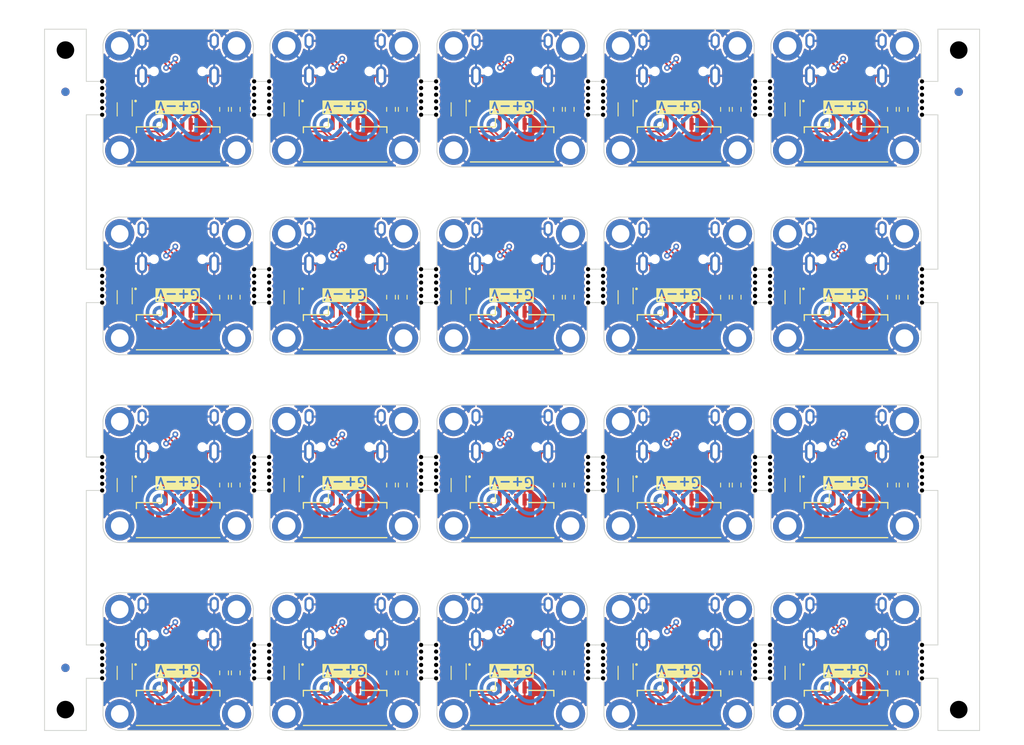
<source format=kicad_pcb>
(kicad_pcb (version 20240108) (generator "pcbnew") (generator_version "8.0")
  (layers (0 "F.Cu" signal) (31 "B.Cu" signal) (34 "B.Paste" user) (35 "F.Paste" user) (36 "B.SilkS" user "B.Silkscreen") (37 "F.SilkS" user "F.Silkscreen") (38 "B.Mask" user) (39 "F.Mask" user) (44 "Edge.Cuts" user))
  (net 0 "")
  (net 1 "Board_0-D+")
  (net 2 "Board_0-D-")
  (net 3 "Board_0-DN")
  (net 4 "Board_0-DP")
  (net 5 "Board_0-GND")
  (net 6 "Board_0-Net-(J1-CC1)")
  (net 7 "Board_0-Net-(J1-CC2)")
  (net 8 "Board_0-UVCC")
  (net 9 "Board_0-unconnected-(J1-SBU1-PadA8)")
  (net 10 "Board_0-unconnected-(J1-SBU2-PadB8)")
  (net 11 "Board_1-D+")
  (net 12 "Board_1-D-")
  (net 13 "Board_1-DN")
  (net 14 "Board_1-DP")
  (net 15 "Board_1-GND")
  (net 16 "Board_1-Net-(J1-CC1)")
  (net 17 "Board_1-Net-(J1-CC2)")
  (net 18 "Board_1-UVCC")
  (net 19 "Board_1-unconnected-(J1-SBU1-PadA8)")
  (net 20 "Board_1-unconnected-(J1-SBU2-PadB8)")
  (net 21 "Board_2-D+")
  (net 22 "Board_2-D-")
  (net 23 "Board_2-DN")
  (net 24 "Board_2-DP")
  (net 25 "Board_2-GND")
  (net 26 "Board_2-Net-(J1-CC1)")
  (net 27 "Board_2-Net-(J1-CC2)")
  (net 28 "Board_2-UVCC")
  (net 29 "Board_2-unconnected-(J1-SBU1-PadA8)")
  (net 30 "Board_2-unconnected-(J1-SBU2-PadB8)")
  (net 31 "Board_3-D+")
  (net 32 "Board_3-D-")
  (net 33 "Board_3-DN")
  (net 34 "Board_3-DP")
  (net 35 "Board_3-GND")
  (net 36 "Board_3-Net-(J1-CC1)")
  (net 37 "Board_3-Net-(J1-CC2)")
  (net 38 "Board_3-UVCC")
  (net 39 "Board_3-unconnected-(J1-SBU1-PadA8)")
  (net 40 "Board_3-unconnected-(J1-SBU2-PadB8)")
  (net 41 "Board_4-D+")
  (net 42 "Board_4-D-")
  (net 43 "Board_4-DN")
  (net 44 "Board_4-DP")
  (net 45 "Board_4-GND")
  (net 46 "Board_4-Net-(J1-CC1)")
  (net 47 "Board_4-Net-(J1-CC2)")
  (net 48 "Board_4-UVCC")
  (net 49 "Board_4-unconnected-(J1-SBU1-PadA8)")
  (net 50 "Board_4-unconnected-(J1-SBU2-PadB8)")
  (net 51 "Board_5-D+")
  (net 52 "Board_5-D-")
  (net 53 "Board_5-DN")
  (net 54 "Board_5-DP")
  (net 55 "Board_5-GND")
  (net 56 "Board_5-Net-(J1-CC1)")
  (net 57 "Board_5-Net-(J1-CC2)")
  (net 58 "Board_5-UVCC")
  (net 59 "Board_5-unconnected-(J1-SBU1-PadA8)")
  (net 60 "Board_5-unconnected-(J1-SBU2-PadB8)")
  (net 61 "Board_6-D+")
  (net 62 "Board_6-D-")
  (net 63 "Board_6-DN")
  (net 64 "Board_6-DP")
  (net 65 "Board_6-GND")
  (net 66 "Board_6-Net-(J1-CC1)")
  (net 67 "Board_6-Net-(J1-CC2)")
  (net 68 "Board_6-UVCC")
  (net 69 "Board_6-unconnected-(J1-SBU1-PadA8)")
  (net 70 "Board_6-unconnected-(J1-SBU2-PadB8)")
  (net 71 "Board_7-D+")
  (net 72 "Board_7-D-")
  (net 73 "Board_7-DN")
  (net 74 "Board_7-DP")
  (net 75 "Board_7-GND")
  (net 76 "Board_7-Net-(J1-CC1)")
  (net 77 "Board_7-Net-(J1-CC2)")
  (net 78 "Board_7-UVCC")
  (net 79 "Board_7-unconnected-(J1-SBU1-PadA8)")
  (net 80 "Board_7-unconnected-(J1-SBU2-PadB8)")
  (net 81 "Board_8-D+")
  (net 82 "Board_8-D-")
  (net 83 "Board_8-DN")
  (net 84 "Board_8-DP")
  (net 85 "Board_8-GND")
  (net 86 "Board_8-Net-(J1-CC1)")
  (net 87 "Board_8-Net-(J1-CC2)")
  (net 88 "Board_8-UVCC")
  (net 89 "Board_8-unconnected-(J1-SBU1-PadA8)")
  (net 90 "Board_8-unconnected-(J1-SBU2-PadB8)")
  (net 91 "Board_9-D+")
  (net 92 "Board_9-D-")
  (net 93 "Board_9-DN")
  (net 94 "Board_9-DP")
  (net 95 "Board_9-GND")
  (net 96 "Board_9-Net-(J1-CC1)")
  (net 97 "Board_9-Net-(J1-CC2)")
  (net 98 "Board_9-UVCC")
  (net 99 "Board_9-unconnected-(J1-SBU1-PadA8)")
  (net 100 "Board_9-unconnected-(J1-SBU2-PadB8)")
  (net 101 "Board_10-D+")
  (net 102 "Board_10-D-")
  (net 103 "Board_10-DN")
  (net 104 "Board_10-DP")
  (net 105 "Board_10-GND")
  (net 106 "Board_10-Net-(J1-CC1)")
  (net 107 "Board_10-Net-(J1-CC2)")
  (net 108 "Board_10-UVCC")
  (net 109 "Board_10-unconnected-(J1-SBU1-PadA8)")
  (net 110 "Board_10-unconnected-(J1-SBU2-PadB8)")
  (net 111 "Board_11-D+")
  (net 112 "Board_11-D-")
  (net 113 "Board_11-DN")
  (net 114 "Board_11-DP")
  (net 115 "Board_11-GND")
  (net 116 "Board_11-Net-(J1-CC1)")
  (net 117 "Board_11-Net-(J1-CC2)")
  (net 118 "Board_11-UVCC")
  (net 119 "Board_11-unconnected-(J1-SBU1-PadA8)")
  (net 120 "Board_11-unconnected-(J1-SBU2-PadB8)")
  (net 121 "Board_12-D+")
  (net 122 "Board_12-D-")
  (net 123 "Board_12-DN")
  (net 124 "Board_12-DP")
  (net 125 "Board_12-GND")
  (net 126 "Board_12-Net-(J1-CC1)")
  (net 127 "Board_12-Net-(J1-CC2)")
  (net 128 "Board_12-UVCC")
  (net 129 "Board_12-unconnected-(J1-SBU1-PadA8)")
  (net 130 "Board_12-unconnected-(J1-SBU2-PadB8)")
  (net 131 "Board_13-D+")
  (net 132 "Board_13-D-")
  (net 133 "Board_13-DN")
  (net 134 "Board_13-DP")
  (net 135 "Board_13-GND")
  (net 136 "Board_13-Net-(J1-CC1)")
  (net 137 "Board_13-Net-(J1-CC2)")
  (net 138 "Board_13-UVCC")
  (net 139 "Board_13-unconnected-(J1-SBU1-PadA8)")
  (net 140 "Board_13-unconnected-(J1-SBU2-PadB8)")
  (net 141 "Board_14-D+")
  (net 142 "Board_14-D-")
  (net 143 "Board_14-DN")
  (net 144 "Board_14-DP")
  (net 145 "Board_14-GND")
  (net 146 "Board_14-Net-(J1-CC1)")
  (net 147 "Board_14-Net-(J1-CC2)")
  (net 148 "Board_14-UVCC")
  (net 149 "Board_14-unconnected-(J1-SBU1-PadA8)")
  (net 150 "Board_14-unconnected-(J1-SBU2-PadB8)")
  (net 151 "Board_15-D+")
  (net 152 "Board_15-D-")
  (net 153 "Board_15-DN")
  (net 154 "Board_15-DP")
  (net 155 "Board_15-GND")
  (net 156 "Board_15-Net-(J1-CC1)")
  (net 157 "Board_15-Net-(J1-CC2)")
  (net 158 "Board_15-UVCC")
  (net 159 "Board_15-unconnected-(J1-SBU1-PadA8)")
  (net 160 "Board_15-unconnected-(J1-SBU2-PadB8)")
  (net 161 "Board_16-D+")
  (net 162 "Board_16-D-")
  (net 163 "Board_16-DN")
  (net 164 "Board_16-DP")
  (net 165 "Board_16-GND")
  (net 166 "Board_16-Net-(J1-CC1)")
  (net 167 "Board_16-Net-(J1-CC2)")
  (net 168 "Board_16-UVCC")
  (net 169 "Board_16-unconnected-(J1-SBU1-PadA8)")
  (net 170 "Board_16-unconnected-(J1-SBU2-PadB8)")
  (net 171 "Board_17-D+")
  (net 172 "Board_17-D-")
  (net 173 "Board_17-DN")
  (net 174 "Board_17-DP")
  (net 175 "Board_17-GND")
  (net 176 "Board_17-Net-(J1-CC1)")
  (net 177 "Board_17-Net-(J1-CC2)")
  (net 178 "Board_17-UVCC")
  (net 179 "Board_17-unconnected-(J1-SBU1-PadA8)")
  (net 180 "Board_17-unconnected-(J1-SBU2-PadB8)")
  (net 181 "Board_18-D+")
  (net 182 "Board_18-D-")
  (net 183 "Board_18-DN")
  (net 184 "Board_18-DP")
  (net 185 "Board_18-GND")
  (net 186 "Board_18-Net-(J1-CC1)")
  (net 187 "Board_18-Net-(J1-CC2)")
  (net 188 "Board_18-UVCC")
  (net 189 "Board_18-unconnected-(J1-SBU1-PadA8)")
  (net 190 "Board_18-unconnected-(J1-SBU2-PadB8)")
  (net 191 "Board_19-D+")
  (net 192 "Board_19-D-")
  (net 193 "Board_19-DN")
  (net 194 "Board_19-DP")
  (net 195 "Board_19-GND")
  (net 196 "Board_19-Net-(J1-CC1)")
  (net 197 "Board_19-Net-(J1-CC2)")
  (net 198 "Board_19-UVCC")
  (net 199 "Board_19-unconnected-(J1-SBU1-PadA8)")
  (net 200 "Board_19-unconnected-(J1-SBU2-PadB8)")
  (footprint "MountingHole:MountingHole_2.2mm_M2_DIN965_Pad" (layer "F.Cu") (at 141.5 57)
    (property "Reference" "REF**" (hide yes))
    (property "Value" "MountingHole_2.2mm_M2_DIN965_Pad")
  )
  (footprint "NPTH" (layer "F.Cu") (at 197.6 26.25)
    (property "Reference" "KiKit_MB_10_1" (hide yes))
    (property "Value" "NPTH" (hide yes))
  )
  (footprint "u1:USB_C_Receptacle_HRO_TYPE-C-31-M-12" (layer "F.Cu") (at 188.5 67.45 180)
    (property "Reference" "J1" (hide yes))
    (property "Value" "USB_C_Receptacle_USB2.0")
  )
  (footprint "MountingHole:MountingHole_2.2mm_M2_DIN965_Pad" (layer "F.Cu") (at 175.5 34.5)
    (property "Reference" "REF**" (hide yes))
    (property "Value" "MountingHole_2.2mm_M2_DIN965_Pad")
  )
  (footprint "NPTH" (layer "F.Cu") (at 179.4 96.15)
    (property "Reference" "KiKit_MB_39_3" (hide yes))
    (property "Value" "NPTH" (hide yes))
  )
  (footprint "NPTH" (layer "F.Cu") (at 99.4 28.65)
    (property "Reference" "KiKit_MB_1_3" (hide yes))
    (property "Value" "NPTH" (hide yes))
  )
  (footprint "NPTH" (layer "F.Cu") (at 159.4 96.15)
    (property "Reference" "KiKit_MB_37_3" (hide yes))
    (property "Value" "NPTH" (hide yes))
  )
  (footprint "MountingHole:MountingHole_2.2mm_M2_DIN965_Pad" (layer "F.Cu") (at 101.5 22)
    (property "Reference" "REF**" (hide yes))
    (property "Value" "MountingHole_2.2mm_M2_DIN965_Pad")
  )
  (footprint "u1:USB_C_Receptacle_HRO_TYPE-C-31-M-12" (layer "F.Cu") (at 128.5 22.45 180)
    (property "Reference" "J1" (hide yes))
    (property "Value" "USB_C_Receptacle_USB2.0")
  )
  (footprint "NPTH" (layer "F.Cu") (at 197.6 27.85)
    (property "Reference" "KiKit_MB_10_3" (hide yes))
    (property "Value" "NPTH" (hide yes))
  )
  (footprint "NPTH" (layer "F.Cu") (at 179.4 49.55)
    (property "Reference" "KiKit_MB_19_5" (hide yes))
    (property "Value" "NPTH" (hide yes))
  )
  (footprint "NPTH" (layer "F.Cu") (at 99.4 96.95)
    (property "Reference" "KiKit_MB_31_2" (hide yes))
    (property "Value" "NPTH" (hide yes))
  )
  (footprint "NPTH" (layer "F.Cu") (at 157.6 71.25)
    (property "Reference" "KiKit_MB_26_1" (hide yes))
    (property "Value" "NPTH" (hide yes))
  )
  (footprint "NPTH" (layer "F.Cu") (at 197.6 50.35)
    (property "Reference" "KiKit_MB_20_3" (hide yes))
    (property "Value" "NPTH" (hide yes))
  )
  (footprint "Package_TO_SOT_SMD:SOT-666" (layer "F.Cu") (at 162.1 97.1 -90)
    (property "Reference" "U1" (hide yes))
    (property "Value" "USBLC6-2P6")
  )
  (footprint "MountingHole:MountingHole_2.2mm_M2_DIN965_Pad" (layer "F.Cu") (at 155.5 67)
    (property "Reference" "REF**" (hide yes))
    (property "Value" "MountingHole_2.2mm_M2_DIN965_Pad")
  )
  (footprint "Package_TO_SOT_SMD:SOT-666" (layer "F.Cu") (at 142.1 74.6 -90)
    (property "Reference" "U1" (hide yes))
    (property "Value" "USBLC6-2P6")
  )
  (footprint "MountingHole:MountingHole_2.2mm_M2_DIN965_Pad" (layer "F.Cu") (at 121.5 57)
    (property "Reference" "REF**" (hide yes))
    (property "Value" "MountingHole_2.2mm_M2_DIN965_Pad")
  )
  (footprint "u1:USB_C_Receptacle_HRO_TYPE-C-31-M-12" (layer "F.Cu") (at 168.5 22.45 180)
    (property "Reference" "J1" (hide yes))
    (property "Value" "USB_C_Receptacle_USB2.0")
  )
  (footprint "NPTH" (layer "F.Cu") (at 159.4 93.75)
    (property "Reference" "KiKit_MB_37_6" (hide yes))
    (property "Value" "NPTH" (hide yes))
  )
  (footprint "NPTH" (layer "F.Cu") (at 117.6 72.05)
    (property "Reference" "KiKit_MB_22_2" (hide yes))
    (property "Value" "NPTH" (hide yes))
  )
  (footprint "Package_TO_SOT_SMD:SOT-666" (layer "F.Cu") (at 102.1 74.6 -90)
    (property "Reference" "U1" (hide yes))
    (property "Value" "USBLC6-2P6")
  )
  (footprint "MountingHole:MountingHole_2.2mm_M2_DIN965_Pad" (layer "F.Cu") (at 161.5 79.5)
    (property "Reference" "REF**" (hide yes))
    (property "Value" "MountingHole_2.2mm_M2_DIN965_Pad")
  )
  (footprint "NPTH" (layer "F.Cu") (at 119.4 30.25)
    (property "Reference" "KiKit_MB_3_1" (hide yes))
    (property "Value" "NPTH" (hide yes))
  )
  (footprint "u1:USB_C_Receptacle_HRO_TYPE-C-31-M-12" (layer "F.Cu") (at 108.5 44.95 180)
    (property "Reference" "J1" (hide yes))
    (property "Value" "USB_C_Receptacle_USB2.0")
  )
  (footprint "NPTH" (layer "F.Cu") (at 177.6 97.75)
    (property "Reference" "KiKit_MB_38_6" (hide yes))
    (property "Value" "NPTH" (hide yes))
  )
  (footprint "NPTH" (layer "F.Cu") (at 177.6 94.55)
    (property "Reference" "KiKit_MB_38_2" (hide yes))
    (property "Value" "NPTH" (hide yes))
  )
  (footprint "NPTH" (layer "F.Cu") (at 197.6 29.45)
    (property "Reference" "KiKit_MB_10_5" (hide yes))
    (property "Value" "NPTH" (hide yes))
  )
  (footprint "MountingHole:MountingHole_2.2mm_M2_DIN965_Pad" (layer "F.Cu") (at 101.5 67)
    (property "Reference" "REF**" (hide yes))
    (property "Value" "MountingHole_2.2mm_M2_DIN965_Pad")
  )
  (footprint "NPTH" (layer "F.Cu") (at 119.4 75.25)
    (property "Reference" "KiKit_MB_23_1" (hide yes))
    (property "Value" "NPTH" (hide yes))
  )
  (footprint "NPTH" (layer "F.Cu") (at 117.6 71.25)
    (property "Reference" "KiKit_MB_22_1" (hide yes))
    (property "Value" "NPTH" (hide yes))
  )
  (footprint "Package_TO_SOT_SMD:SOT-666" (layer "F.Cu") (at 162.1 74.6 -90)
    (property "Reference" "U1" (hide yes))
    (property "Value" "USBLC6-2P6")
  )
  (footprint "NPTH" (layer "F.Cu") (at 99.4 94.55)
    (property "Reference" "KiKit_MB_31_5" (hide yes))
    (property "Value" "NPTH" (hide yes))
  )
  (footprint "u1:USB_C_Receptacle_HRO_TYPE-C-31-M-12" (layer "F.Cu") (at 148.5 89.95 180)
    (property "Reference" "J1" (hide yes))
    (property "Value" "USB_C_Receptacle_USB2.0")
  )
  (footprint "Resistor_SMD:R_0603_1608Metric" (layer "F.Cu") (at 174 29.6 -90)
    (property "Reference" "R2" (hide yes))
    (property "Value" "5.1k")
  )
  (footprint "NPTH" (layer "F.Cu") (at 117.6 51.15)
    (property "Reference" "KiKit_MB_12_4" (hide yes))
    (property "Value" "NPTH" (hide yes))
  )
  (footprint "NPTH" (layer "F.Cu") (at 119.4 95.35)
    (property "Reference" "KiKit_MB_33_4" (hide yes))
    (property "Value" "NPTH" (hide yes))
  )
  (footprint "MountingHole:MountingHole_2.2mm_M2_DIN965_Pad" (layer "F.Cu") (at 115.5 22)
    (property "Reference" "REF**" (hide yes))
    (property "Value" "MountingHole_2.2mm_M2_DIN965_Pad")
  )
  (footprint "NPTH" (layer "F.Cu") (at 117.6 97.75)
    (property "Reference" "KiKit_MB_32_6" (hide yes))
    (property "Value" "NPTH" (hide yes))
  )
  (footprint "MountingHole:MountingHole_2.2mm_M2_DIN965_Pad" (layer "F.Cu") (at 135.5 67)
    (property "Reference" "REF**" (hide yes))
    (property "Value" "MountingHole_2.2mm_M2_DIN965_Pad")
  )
  (footprint "NPTH" (layer "F.Cu") (at 197.6 52.75)
    (property "Reference" "KiKit_MB_20_6" (hide yes))
    (property "Value" "NPTH" (hide yes))
  )
  (footprint "MountingHole:MountingHole_2.2mm_M2_DIN965_Pad" (layer "F.Cu") (at 181.5 102)
    (property "Reference" "REF**" (hide yes))
    (property "Value" "MountingHole_2.2mm_M2_DIN965_Pad")
  )
  (footprint "u1:USB_C_Receptacle_HRO_TYPE-C-31-M-12" (layer "F.Cu") (at 108.5 89.95 180)
    (property "Reference" "J1" (hide yes))
    (property "Value" "USB_C_Receptacle_USB2.0")
  )
  (footprint "NPTH" (layer "F.Cu") (at 99.4 48.75)
    (property "Reference" "KiKit_MB_11_6" (hide yes))
    (property "Value" "NPTH" (hide yes))
  )
  (footprint "NPTH" (layer "F.Cu") (at 94.999 101.5)
    (property "Reference" "KiKit_TO_3" (hide yes))
    (property "Value" "NPTH" (hide yes))
  )
  (footprint "MountingHole:MountingHole_2.2mm_M2_DIN965_Pad" (layer "F.Cu") (at 155.5 57)
    (property "Reference" "REF**" (hide yes))
    (property "Value" "MountingHole_2.2mm_M2_DIN965_Pad")
  )
  (footprint "u1:USB_C_Receptacle_HRO_TYPE-C-31-M-12" (layer "F.Cu") (at 128.5 67.45 180)
    (property "Reference" "J1" (hide yes))
    (property "Value" "USB_C_Receptacle_USB2.0")
  )
  (footprint "NPTH" (layer "F.Cu") (at 202.001 101.5)
    (property "Reference" "KiKit_TO_4" (hide yes))
    (property "Value" "NPTH" (hide yes))
  )
  (footprint "Resistor_SMD:R_0603_1608Metric" (layer "F.Cu") (at 195.4 97.1 90)
    (property "Reference" "R1" (hide yes))
    (property "Value" "5.1k")
  )
  (footprint "MountingHole:MountingHole_2.2mm_M2_DIN965_Pad" (layer "F.Cu") (at 155.5 44.5)
    (property "Reference" "REF**" (hide yes))
    (property "Value" "MountingHole_2.2mm_M2_DIN965_Pad")
  )
  (footprint "MountingHole:MountingHole_2.2mm_M2_DIN965_Pad" (layer "F.Cu") (at 115.5 79.5)
    (property "Reference" "REF**" (hide yes))
    (property "Value" "MountingHole_2.2mm_M2_DIN965_Pad")
  )
  (footprint "NPTH" (layer "F.Cu") (at 177.6 93.75)
    (property "Reference" "KiKit_MB_38_1" (hide yes))
    (property "Value" "NPTH" (hide yes))
  )
  (footprint "MountingHole:MountingHole_2.2mm_M2_DIN965_Pad" (layer "F.Cu") (at 155.5 89.5)
    (property "Reference" "REF**" (hide yes))
    (property "Value" "MountingHole_2.2mm_M2_DIN965_Pad")
  )
  (footprint "MountingHole:MountingHole_2.2mm_M2_DIN965_Pad" (layer "F.Cu") (at 195.5 79.5)
    (property "Reference" "REF**" (hide yes))
    (property "Value" "MountingHole_2.2mm_M2_DIN965_Pad")
  )
  (footprint "Resistor_SMD:R_0603_1608Metric" (layer "F.Cu") (at 175.4 74.6 90)
    (property "Reference" "R1" (hide yes))
    (property "Value" "5.1k")
  )
  (footprint "NPTH" (layer "F.Cu") (at 137.6 94.55)
    (property "Reference" "KiKit_MB_34_2" (hide yes))
    (property "Value" "NPTH" (hide yes))
  )
  (footprint "NPTH" (layer "F.Cu") (at 157.6 52.75)
    (property "Reference" "KiKit_MB_16_6" (hide yes))
    (property "Value" "NPTH" (hide yes))
  )
  (footprint "NPTH" (layer "F.Cu") (at 119.4 93.75)
    (property "Reference" "KiKit_MB_33_6" (hide yes))
    (property "Value" "NPTH" (hide yes))
  )
  (footprint "NPTH" (layer "F.Cu") (at 99.4 95.35)
    (property "Reference" "KiKit_MB_31_4" (hide yes))
    (property "Value" "NPTH" (hide yes))
  )
  (footprint "NPTH" (layer "F.Cu") (at 157.6 96.95)
    (property "Reference" "KiKit_MB_36_5" (hide yes))
    (property "Value" "NPTH" (hide yes))
  )
  (footprint "NPTH" (layer "F.Cu") (at 117.6 73.65)
    (property "Reference" "KiKit_MB_22_4" (hide yes))
    (property "Value" "NPTH" (hide yes))
  )
  (footprint "NPTH" (layer "F.Cu") (at 99.4 27.05)
    (property "Reference" "KiKit_MB_1_5" (hide yes))
    (property "Value" "NPTH" (hide yes))
  )
  (footprint "NPTH" (layer "F.Cu") (at 157.6 30.25)
    (property "Reference" "KiKit_MB_6_6" (hide yes))
    (property "Value" "NPTH" (hide yes))
  )
  (footprint "MountingHole:MountingHole_2.2mm_M2_DIN965_Pad" (layer "F.Cu") (at 195.5 57)
    (property "Reference" "REF**" (hide yes))
    (property "Value" "MountingHole_2.2mm_M2_DIN965_Pad")
  )
  (footprint "NPTH" (layer "F.Cu") (at 117.6 96.15)
    (property "Reference" "KiKit_MB_32_4" (hide yes))
    (property "Value" "NPTH" (hide yes))
  )
  (footprint "u1:FPC_4P_1.0mm" (layer "F.Cu") (at 108.5 53.2)
    (property "Reference" "J2" (hide yes))
    (property "Value" "Conn_01x06_MountingPin" (hide yes))
  )
  (footprint "NPTH" (layer "F.Cu") (at 157.6 72.05)
    (property "Reference" "KiKit_MB_26_2" (hide yes))
    (property "Value" "NPTH" (hide yes))
  )
  (footprint "Package_TO_SOT_SMD:SOT-666" (layer "F.Cu") (at 102.1 52.1 -90)
    (property "Reference" "U1" (hide yes))
    (property "Value" "USBLC6-2P6")
  )
  (footprint "NPTH" (layer "F.Cu") (at 137.6 30.25)
    (property "Reference" "KiKit_MB_4_6" (hide yes))
    (property "Value" "NPTH" (hide yes))
  )
  (footprint "NPTH" (layer "F.Cu") (at 117.6 29.45)
    (property "Reference" "KiKit_MB_2_5" (hide yes))
    (property "Value" "NPTH" (hide yes))
  )
  (footprint "NPTH" (layer "F.Cu") (at 139.4 96.95)
    (property "Reference" "KiKit_MB_35_2" (hide yes))
    (property "Value" "NPTH" (hide yes))
  )
  (footprint "NPTH" (layer "F.Cu") (at 139.4 93.75)
    (property "Reference" "KiKit_MB_35_6" (hide yes))
    (property "Value" "NPTH" (hide yes))
  )
  (footprint "NPTH" (layer "F.Cu") (at 179.4 94.55)
    (property "Reference" "KiKit_MB_39_5" (hide yes))
    (property "Value" "NPTH" (hide yes))
  )
  (footprint "NPTH" (layer "F.Cu") (at 179.4 52.75)
    (property "Reference" "KiKit_MB_19_1" (hide yes))
    (property "Value" "NPTH" (hide yes))
  )
  (footprint "Resistor_SMD:R_0603_1608Metric" (layer "F.Cu") (at 194 74.6 -90)
    (property "Reference" "R2" (hide yes))
    (property "Value" "5.1k")
  )
  (footprint "NPTH" (layer "F.Cu") (at 137.6 52.75)
    (property "Reference" "KiKit_MB_14_6" (hide yes))
    (property "Value" "NPTH" (hide yes))
  )
  (footprint "MountingHole:MountingHole_2.2mm_M2_DIN965_Pad" (layer "F.Cu") (at 135.5 89.5)
    (property "Reference" "REF**" (hide yes))
    (property "Value" "MountingHole_2.2mm_M2_DIN965_Pad")
  )
  (footprint "NPTH" (layer "F.Cu") (at 177.6 49.55)
    (property "Reference" "KiKit_MB_18_2" (hide yes))
    (property "Value" "NPTH" (hide yes))
  )
  (footprint "NPTH" (layer "F.Cu") (at 99.4 73.65)
    (property "Reference" "KiKit_MB_21_3" (hide yes))
    (property "Value" "NPTH" (hide yes))
  )
  (footprint "NPTH" (layer "F.Cu") (at 119.4 97.75)
    (property "Reference" "KiKit_MB_33_1" (hide yes))
    (property "Value" "NPTH" (hide yes))
  )
  (footprint "Resistor_SMD:R_0603_1608Metric" (layer "F.Cu") (at 114 97.1 -90)
    (property "Reference" "R2" (hide yes))
    (property "Value" "5.1k")
  )
  (footprint "NPTH" (layer "F.Cu") (at 119.4 48.75)
    (property "Reference" "KiKit_MB_13_6" (hide yes))
    (property "Value" "NPTH" (hide yes))
  )
  (footprint "NPTH" (layer "F.Cu") (at 119.4 28.65)
    (property "Reference" "KiKit_MB_3_3" (hide yes))
    (property "Value" "NPTH" (hide yes))
  )
  (footprint "MountingHole:MountingHole_2.2mm_M2_DIN965_Pad" (layer "F.Cu") (at 155.5 34.5)
    (property "Reference" "REF**" (hide yes))
    (property "Value" "MountingHole_2.2mm_M2_DIN965_Pad")
  )
  (footprint "NPTH" (layer "F.Cu") (at 197.6 72.05)
    (property "Reference" "KiKit_MB_30_2" (hide yes))
    (property "Value" "NPTH" (hide yes))
  )
  (footprint "NPTH" (layer "F.Cu") (at 119.4 74.45)
    (property "Reference" "KiKit_MB_23_2" (hide yes))
    (property "Value" "NPTH" (hide yes))
  )
  (footprint "NPTH" (layer "F.Cu") (at 99.4 26.25)
    (property "Reference" "KiKit_MB_1_6" (hide yes))
    (property "Value" "NPTH" (hide yes))
  )
  (footprint "NPTH" (layer "F.Cu") (at 159.4 75.25)
    (property "Reference" "KiKit_MB_27_1" (hide yes))
    (property "Value" "NPTH" (hide yes))
  )
  (footprint "NPTH" (layer "F.Cu") (at 99.4 27.85)
    (property "Reference" "KiKit_MB_1_4" (hide yes))
    (property "Value" "NPTH" (hide yes))
  )
  (footprint "NPTH" (layer "F.Cu") (at 177.6 95.35)
    (property "Reference" "KiKit_MB_38_3" (hide yes))
    (property "Value" "NPTH" (hide yes))
  )
  (footprint "MountingHole:MountingHole_2.2mm_M2_DIN965_Pad" (layer "F.Cu") (at 181.5 44.5)
    (property "Reference" "REF**" (hide yes))
    (property "Value" "MountingHole_2.2mm_M2_DIN965_Pad")
  )
  (footprint "NPTH" (layer "F.Cu") (at 179.4 96.95)
    (property "Reference" "KiKit_MB_39_2" (hide yes))
    (property "Value" "NPTH" (hide yes))
  )
  (footprint "NPTH" (layer "F.Cu") (at 137.6 29.45)
    (property "Reference" "KiKit_MB_4_5" (hide yes))
    (property "Value" "NPTH" (hide yes))
  )
  (footprint "NPTH" (layer "F.Cu") (at 137.6 50.35)
    (property "Reference" "KiKit_MB_14_3" (hide yes))
    (property "Value" "NPTH" (hide yes))
  )
  (footprint "NPTH" (layer "F.Cu") (at 197.6 51.95)
    (property "Reference" "KiKit_MB_20_5" (hide yes))
    (property "Value" "NPTH" (hide yes))
  )
  (footprint "NPTH" (layer "F.Cu") (at 179.4 29.45)
    (property "Reference" "KiKit_MB_9_2" (hide yes))
    (property "Value" "NPTH" (hide yes))
  )
  (footprint "NPTH" (layer "F.Cu") (at 197.6 72.85)
    (property "Reference" "KiKit_MB_30_3" (hide yes))
    (property "Value" "NPTH" (hide yes))
  )
  (footprint "NPTH" (layer "F.Cu") (at 117.6 26.25)
    (property "Reference" "KiKit_MB_2_1" (hide yes))
    (property "Value" "NPTH" (hide yes))
  )
  (footprint "NPTH" (layer "F.Cu") (at 177.6 52.75)
    (property "Reference" "KiKit_MB_18_6" (hide yes))
    (property "Value" "NPTH" (hide yes))
  )
  (footprint "NPTH" (layer "F.Cu") (at 177.6 73.65)
    (property "Reference" "KiKit_MB_28_4" (hide yes))
    (property "Value" "NPTH" (hide yes))
  )
  (footprint "NPTH" (layer "F.Cu") (at 139.4 52.75)
    (property "Reference" "KiKit_MB_15_1" (hide yes))
    (property "Value" "NPTH" (hide yes))
  )
  (footprint "NPTH" (layer "F.Cu") (at 197.6 96.95)
    (property "Reference" "KiKit_MB_40_5" (hide yes))
    (property "Value" "NPTH" (hide yes))
  )
  (footprint "NPTH" (layer "F.Cu") (at 99.4 72.05)
    (property "Reference" "KiKit_MB_21_5" (hide yes))
    (property "Value" "NPTH" (hide yes))
  )
  (footprint "NPTH" (layer "F.Cu") (at 139.4 51.95)
    (property "Reference" "KiKit_MB_15_2" (hide yes))
    (property "Value" "NPTH" (hide yes))
  )
  (footprint "NPTH" (layer "F.Cu") (at 179.4 28.65)
    (property "Reference" "KiKit_MB_9_3" (hide yes))
    (property "Value" "NPTH" (hide yes))
  )
  (footprint "NPTH" (layer "F.Cu") (at 179.4 51.95)
    (property "Reference" "KiKit_MB_19_2" (hide yes))
    (property "Value" "NPTH" (hide yes))
  )
  (footprint "NPTH" (layer "F.Cu") (at 159.4 52.75)
    (property "Reference" "KiKit_MB_17_1" (hide yes))
    (property "Value" "NPTH" (hide yes))
  )
  (footprint "u1:FPC_4P_1.0mm" (layer "F.Cu") (at 128.5 53.2)
    (property "Reference" "J2" (hide yes))
    (property "Value" "Conn_01x06_MountingPin" (hide yes))
  )
  (footprint "MountingHole:MountingHole_2.2mm_M2_DIN965_Pad" (layer "F.Cu") (at 175.5 89.5)
    (property "Reference" "REF**" (hide yes))
    (property "Value" "MountingHole_2.2mm_M2_DIN965_Pad")
  )
  (footprint "MountingHole:MountingHole_2.2mm_M2_DIN965_Pad" (layer "F.Cu") (at 121.5 102)
    (property "Reference" "REF**" (hide yes))
    (property "Value" "MountingHole_2.2mm_M2_DIN965_Pad")
  )
  (footprint "MountingHole:MountingHole_2.2mm_M2_DIN965_Pad" (layer "F.Cu") (at 135.5 79.5)
    (property "Reference" "REF**" (hide yes))
    (property "Value" "MountingHole_2.2mm_M2_DIN965_Pad")
  )
  (footprint "NPTH" (layer "F.Cu") (at 137.6 75.25)
    (property "Reference" "KiKit_MB_24_6" (hide yes))
    (property "Value" "NPTH" (hide yes))
  )
  (footprint "Resistor_SMD:R_0603_1608Metric" (layer "F.Cu") (at 154 52.1 -90)
    (property "Reference" "R2" (hide yes))
    (property "Value" "5.1k")
  )
  (footprint "NPTH" (layer "F.Cu") (at 197.6 71.25)
    (property "Reference" "KiKit_MB_30_1" (hide yes))
    (property "Value" "NPTH" (hide yes))
  )
  (footprint "MountingHole:MountingHole_2.2mm_M2_DIN965_Pad" (layer "F.Cu") (at 181.5 34.5)
    (property "Reference" "REF**" (hide yes))
    (property "Value" "MountingHole_2.2mm_M2_DIN965_Pad")
  )
  (footprint "NPTH" (layer "F.Cu") (at 99.4 72.85)
    (property "Reference" "KiKit_MB_21_4" (hide yes))
    (property "Value" "NPTH" (hide yes))
  )
  (footprint "NPTH" (layer "F.Cu") (at 157.6 26.25)
    (property "Reference" "KiKit_MB_6_1" (hide yes))
    (property "Value" "NPTH" (hide yes))
  )
  (footprint "Resistor_SMD:R_0603_1608Metric" (layer "F.Cu") (at 135.4 74.6 90)
    (property "Reference" "R1" (hide yes))
    (property "Value" "5.1k")
  )
  (footprint "Package_TO_SOT_SMD:SOT-666" (layer "F.Cu") (at 182.1 97.1 -90)
    (property "Reference" "U1" (hide yes))
    (property "Value" "USBLC6-2P6")
  )
  (footprint "Resistor_SMD:R_0603_1608Metric" (layer "F.Cu") (at 195.4 29.6 90)
    (property "Reference" "R1" (hide yes))
    (property "Value" "5.1k")
  )
  (footprint "NPTH" (layer "F.Cu") (at 179.4 30.25)
    (property "Reference" "KiKit_MB_9_1" (hide yes))
    (property "Value" "NPTH" (hide yes))
  )
  (footprint "Resistor_SMD:R_0603_1608Metric" (layer "F.Cu") (at 155.4 74.6 90)
    (property "Reference" "R1" (hide yes))
    (property "Value" "5.1k")
  )
  (footprint "NPTH" (layer "F.Cu") (at 119.4 73.65)
    (property "Reference" "KiKit_MB_23_3" (hide yes))
    (property "Value" "NPTH" (hide yes))
  )
  (footprint "NPTH" (layer "F.Cu") (at 177.6 30.25)
    (property "Reference" "KiKit_MB_8_6" (hide yes))
    (property "Value" "NPTH" (hide yes))
  )
  (footprint "NPTH" (layer "F.Cu") (at 157.6 49.55)
    (property "Reference" "KiKit_MB_16_2" (hide yes))
    (property "Value" "NPTH" (hide yes))
  )
  (footprint "NPTH" (layer "F.Cu") (at 99.4 52.75)
    (property "Reference" "KiKit_MB_11_1" (hide yes))
    (property "Value" "NPTH" (hide yes))
  )
  (footprint "MountingHole:MountingHole_2.2mm_M2_DIN965_Pad" (layer "F.Cu") (at 141.5 22)
    (property "Reference" "REF**" (hide yes))
    (property "Value" "MountingHole_2.2mm_M2_DIN965_Pad")
  )
  (footprint "NPTH" (layer "F.Cu") (at 202.001 22.5)
    (property "Reference" "KiKit_TO_2" (hide yes))
    (property "Value" "NPTH" (hide yes))
  )
  (footprint "Resistor_SMD:R_0603_1608Metric" (layer "F.Cu") (at 115.4 74.6 90)
    (property "Reference" "R1" (hide yes))
    (property "Value" "5.1k")
  )
  (footprint "NPTH" (layer "F.Cu") (at 99.4 75.25)
    (property "Reference" "KiKit_MB_21_1" (hide yes))
    (property "Value" "NPTH" (hide yes))
  )
  (footprint "MountingHole:MountingHole_2.2mm_M2_DIN965_Pad" (layer "F.Cu") (at 101.5 89.5)
    (property "Reference" "REF**" (hide yes))
    (property "Value" "MountingHole_2.2mm_M2_DIN965_Pad")
  )
  (footprint "NPTH" (layer "F.Cu") (at 119.4 50.35)
    (property "Reference" "KiKit_MB_13_4" (hide yes))
    (property "Value" "NPTH" (hide yes))
  )
  (footprint "Package_TO_SOT_SMD:SOT-666" (layer "F.Cu") (at 102.1 97.1 -90)
    (property "Reference" "U1" (hide yes))
    (property "Value" "USBLC6-2P6")
  )
  (footprint "MountingHole:MountingHole_2.2mm_M2_DIN965_Pad" (layer "F.Cu") (at 175.5 102)
    (property "Reference" "REF**" (hide yes))
    (property "Value" "MountingHole_2.2mm_M2_DIN965_Pad")
  )
  (footprint "Resistor_SMD:R_0603_1608Metric" (layer "F.Cu") (at 134 97.1 -90)
    (property "Reference" "R2" (hide yes))
    (property "Value" "5.1k")
  )
  (footprint "NPTH" (layer "F.Cu") (at 137.6 51.95)
    (property "Reference" "KiKit_MB_14_5" (hide yes))
    (property "Value" "NPTH" (hide yes))
  )
  (footprint "NPTH" (layer "F.Cu") (at 139.4 50.35)
    (property "Reference" "KiKit_MB_15_4" (hide yes))
    (property "Value" "NPTH" (hide yes))
  )
  (footprint "NPTH" (layer "F.Cu") (at 99.4 74.45)
    (property "Reference" "KiKit_MB_21_2" (hide yes))
    (property "Value" "NPTH" (hide yes))
  )
  (footprint "NPTH" (layer "F.Cu") (at 159.4 72.85)
    (property "Reference" "KiKit_MB_27_4" (hide yes))
    (property "Value" "NPTH" (hide yes))
  )
  (footprint "MountingHole:MountingHole_2.2mm_M2_DIN965_Pad" (layer "F.Cu") (at 121.5 22)
    (property "Reference" "REF**" (hide yes))
    (property "Value" "MountingHole_2.2mm_M2_DIN965_Pad")
  )
  (footprint "u1:FPC_4P_1.0mm" (layer "F.Cu") (at 168.5 98.2)
    (property "Reference" "J2" (hide yes))
    (property "Value" "Conn_01x06_MountingPin" (hide yes))
  )
  (footprint "MountingHole:MountingHole_2.2mm_M2_DIN965_Pad" (layer "F.Cu") (at 181.5 79.5)
    (property "Reference" "REF**" (hide yes))
    (property "Value" "MountingHole_2.2mm_M2_DIN965_Pad")
  )
  (footprint "MountingHole:MountingHole_2.2mm_M2_DIN965_Pad" (layer "F.Cu") (at 175.5 22)
    (property "Reference" "REF**" (hide yes))
    (property "Value" "MountingHole_2.2mm_M2_DIN965_Pad")
  )
  (footprint "NPTH" (layer "F.Cu") (at 139.4 72.05)
    (property "Reference" "KiKit_MB_25_5" (hide yes))
    (property "Value" "NPTH" (hide yes))
  )
  (footprint "NPTH" (layer "F.Cu") (at 197.6 75.25)
    (property "Reference" "KiKit_MB_30_6" (hide yes))
    (property "Value" "NPTH" (hide yes))
  )
  (footprint "MountingHole:MountingHole_2.2mm_M2_DIN965_Pad" (layer "F.Cu") (at 115.5 57)
    (property "Reference" "REF**" (hide yes))
    (property "Value" "MountingHole_2.2mm_M2_DIN965_Pad")
  )
  (footprint "NPTH" (layer "F.Cu") (at 159.4 50.35)
    (property "Reference" "KiKit_MB_17_4" (hide yes))
    (property "Value" "NPTH" (hide yes))
  )
  (footprint "NPTH" (layer "F.Cu") (at 117.6 51.95)
    (property "Reference" "KiKit_MB_12_5" (hide yes))
    (property "Value" "NPTH" (hide yes))
  )
  (footprint "NPTH" (layer "F.Cu") (at 197.6 30.25)
    (property "Reference" "KiKit_MB_10_6" (hide yes))
    (property "Value" "NPTH" (hide yes))
  )
  (footprint "NPTH" (layer "F.Cu") (at 177.6 96.95)
    (property "Reference" "KiKit_MB_38_5" (hide yes))
    (property "Value" "NPTH" (hide yes))
  )
  (footprint "NPTH" (layer "F.Cu") (at 139.4 29.45)
    (property "Reference" "KiKit_MB_5_2" (hide yes))
    (property "Value" "NPTH" (hide yes))
  )
  (footprint "MountingHole:MountingHole_2.2mm_M2_DIN965_Pad" (layer "F.Cu") (at 115.5 34.5)
    (property "Reference" "REF**" (hide yes))
    (property "Value" "MountingHole_2.2mm_M2_DIN965_Pad")
  )
  (footprint "u1:FPC_4P_1.0mm" (layer "F.Cu") (at 128.5 30.7)
    (property "Reference" "J2" (hide yes))
    (property "Value" "Conn_01x06_MountingPin" (hide yes))
  )
  (footprint "NPTH" (layer "F.Cu") (at 177.6 75.25)
    (property "Reference" "KiKit_MB_28_6" (hide yes))
    (property "Value" "NPTH" (hide yes))
  )
  (footprint "MountingHole:MountingHole_2.2mm_M2_DIN965_Pad" (layer "F.Cu") (at 135.5 22)
    (property "Reference" "REF**" (hide yes))
    (property "Value" "MountingHole_2.2mm_M2_DIN965_Pad")
  )
  (footprint "Package_TO_SOT_SMD:SOT-666" (layer "F.Cu") (at 122.1 74.6 -90)
    (property "Reference" "U1" (hide yes))
    (property "Value" "USBLC6-2P6")
  )
  (footprint "MountingHole:MountingHole_2.2mm_M2_DIN965_Pad" (layer "F.Cu") (at 101.5 57)
    (property "Reference" "REF**" (hide yes))
    (property "Value" "MountingHole_2.2mm_M2_DIN965_Pad")
  )
  (footprint "u1:USB_C_Receptacle_HRO_TYPE-C-31-M-12" (layer "F.Cu") (at 148.5 44.95 180)
    (property "Reference" "J1" (hide yes))
    (property "Value" "USB_C_Receptacle_USB2.0")
  )
  (footprint "NPTH" (layer "F.Cu") (at 177.6 28.65)
    (property "Reference" "KiKit_MB_8_4" (hide yes))
    (property "Value" "NPTH" (hide yes))
  )
  (footprint "NPTH" (layer "F.Cu") (at 139.4 96.15)
    (property "Reference" "KiKit_MB_35_3" (hide yes))
    (property "Value" "NPTH" (hide yes))
  )
  (footprint "Resistor_SMD:R_0603_1608Metric" (layer "F.Cu") (at 135.4 29.6 90)
    (property "Reference" "R1" (hide yes))
    (property "Value" "5.1k")
  )
  (footprint "NPTH" (layer "F.Cu") (at 159.4 94.55)
    (property "Reference" "KiKit_MB_37_5" (hide yes))
    (property "Value" "NPTH" (hide yes))
  )
  (footprint "u1:FPC_4P_1.0mm" (layer "F.Cu") (at 148.5 53.2)
    (property "Reference" "J2" (hide yes))
    (property "Value" "Conn_01x06_MountingPin" (hide yes))
  )
  (footprint "NPTH" (layer "F.Cu") (at 179.4 93.75)
    (property "Reference" "KiKit_MB_39_6" (hide yes))
    (property "Value" "NPTH" (hide yes))
  )
  (footprint "Resistor_SMD:R_0603_1608Metric" (layer "F.Cu") (at 195.4 74.6 90)
    (property "Reference" "R1" (hide yes))
    (property "Value" "5.1k")
  )
  (footprint "NPTH" (layer "F.Cu") (at 99.4 30.25)
    (property "Reference" "KiKit_MB_1_1" (hide yes))
    (property "Value" "NPTH" (hide yes))
  )
  (footprint "MountingHole:MountingHole_2.2mm_M2_DIN965_Pad" (layer "F.Cu") (at 195.5 22)
    (property "Reference" "REF**" (hide yes))
    (property "Value" "MountingHole_2.2mm_M2_DIN965_Pad")
  )
  (footprint "NPTH" (layer "F.Cu") (at 157.6 48.75)
    (property "Reference" "KiKit_MB_16_1" (hide yes))
    (property "Value" "NPTH" (hide yes))
  )
  (footprint "Resistor_SMD:R_0603_1608Metric" (layer "F.Cu") (at 194 29.6 -90)
    (property "Reference" "R2" (hide yes))
    (property "Value" "5.1k")
  )
  (footprint "NPTH" (layer "F.Cu") (at 99.4 49.55)
    (property "Reference" "KiKit_MB_11_5" (hide yes))
    (property "Value" "NPTH" (hide yes))
  )
  (footprint "NPTH" (layer "F.Cu") (at 119.4 96.15)
    (property "Reference" "KiKit_MB_33_3" (hide yes))
    (property "Value" "NPTH" (hide yes))
  )
  (footprint "NPTH" (layer "F.Cu") (at 179.4 97.75)
    (property "Reference" "KiKit_MB_39_1" (hide yes))
    (property "Value" "NPTH" (hide yes))
  )
  (footprint "NPTH" (layer "F.Cu") (at 117.6 50.35)
    (property "Reference" "KiKit_MB_12_3" (hide yes))
    (property "Value" "NPTH" (hide yes))
  )
  (footprint "NPTH" (layer "F.Cu") (at 137.6 72.85)
    (property "Reference" "KiKit_MB_24_3" (hide yes))
    (property "Value" "NPTH" (hide yes))
  )
  (footprint "NPTH" (layer "F.Cu") (at 197.6 28.65)
    (property "Reference" "KiKit_MB_10_4" (hide yes))
    (property "Value" "NPTH" (hide yes))
  )
  (footprint "MountingHole:MountingHole_2.2mm_M2_DIN965_Pad" (layer "F.Cu") (at 195.5 44.5)
    (property "Reference" "REF**" (hide yes))
    (property "Value" "MountingHole_2.2mm_M2_DIN965_Pad")
  )
  (footprint "u1:FPC_4P_1.0mm" (layer "F.Cu") (at 168.5 75.7)
    (property "Reference" "J2" (hide yes))
    (property "Value" "Conn_01x06_MountingPin" (hide yes))
  )
  (footprint "NPTH" (layer "F.Cu") (at 197.6 74.45)
    (property "Reference" "KiKit_MB_30_5" (hide yes))
    (property "Value" "NPTH" (hide yes))
  )
  (footprint "Resistor_SMD:R_0603_1608Metric" (layer "F.Cu") (at 174 52.1 -90)
    (property "Reference" "R2" (hide yes))
    (property "Value" "5.1k")
  )
  (footprint "NPTH" (layer "F.Cu") (at 117.6 52.75)
    (property "Reference" "KiKit_MB_12_6" (hide yes))
    (property "Value" "NPTH" (hide yes))
  )
  (footprint "NPTH" (layer "F.Cu") (at 177.6 29.45)
    (property "Reference" "KiKit_MB_8_5" (hide yes))
    (property "Value" "NPTH" (hide yes))
  )
  (footprint "NPTH" (layer "F.Cu") (at 197.6 97.75)
    (property "Reference" "KiKit_MB_40_6" (hide yes))
    (property "Value" "NPTH" (hide yes))
  )
  (footprint "MountingHole:MountingHole_2.2mm_M2_DIN965_Pad" (layer "F.Cu") (at 141.5 89.5)
    (property "Reference" "REF**" (hide yes))
    (property "Value" "MountingHole_2.2mm_M2_DIN965_Pad")
  )
  (footprint "NPTH" (layer "F.Cu") (at 117.6 94.55)
    (property "Reference" "KiKit_MB_32_2" (hide yes))
    (property "Value" "NPTH" (hide yes))
  )
  (footprint "NPTH" (layer "F.Cu") (at 137.6 71.25)
    (property "Reference" "KiKit_MB_24_1" (hide yes))
    (property "Value" "NPTH" (hide yes))
  )
  (footprint "MountingHole:MountingHole_2.2mm_M2_DIN965_Pad" (layer "F.Cu") (at 195.5 34.5)
    (property "Reference" "REF**" (hide yes))
    (property "Value" "MountingHole_2.2mm_M2_DIN965_Pad")
  )
  (footprint "NPTH" (layer "F.Cu") (at 139.4 27.05)
    (property "Reference" "KiKit_MB_5_5" (hide yes))
    (property "Value" "NPTH" (hide yes))
  )
  (footprint "NPTH" (layer "F.Cu") (at 139.4 27.85)
    (property "Reference" "KiKit_MB_5_4" (hide yes))
    (property "Value" "NPTH" (hide yes))
  )
  (footprint "u1:FPC_4P_1.0mm" (layer "F.Cu") (at 168.5 53.2)
    (property "Reference" "J2" (hide yes))
    (property "Value" "Conn_01x06_MountingPin" (hide yes))
  )
  (footprint "NPTH" (layer "F.Cu") (at 119.4 72.85)
    (property "Reference" "KiKit_MB_23_4" (hide yes))
    (property "Value" "NPTH" (hide yes))
  )
  (footprint "NPTH" (layer "F.Cu") (at 139.4 97.75)
    (property "Reference" "KiKit_MB_35_1" (hide yes))
    (property "Value" "NPTH" (hide yes))
  )
  (footprint "NPTH" (layer "F.Cu") (at 177.6 71.25)
    (property "Reference" "KiKit_MB_28_1" (hide yes))
    (property "Value" "NPTH" (hide yes))
  )
  (footprint "MountingHole:MountingHole_2.2mm_M2_DIN965_Pad" (layer "F.Cu") (at 121.5 67)
    (property "Reference" "REF**" (hide yes))
    (property "Value" "MountingHole_2.2mm_M2_DIN965_Pad")
  )
  (footprint "Resistor_SMD:R_0603_1608Metric" (layer "F.Cu") (at 155.4 97.1 90)
    (property "Reference" "R1" (hide yes))
    (property "Value" "5.1k")
  )
  (footprint "NPTH" (layer "F.Cu") (at 159.4 51.95)
    (property "Reference" "KiKit_MB_17_2" (hide yes))
    (property "Value" "NPTH" (hide yes))
  )
  (footprint "NPTH" (layer "F.Cu") (at 137.6 72.05)
    (property "Reference" "KiKit_MB_24_2" (hide yes))
    (property "Value" "NPTH" (hide yes))
  )
  (footprint "Resistor_SMD:R_0603_1608Metric" (layer "F.Cu") (at 114 29.6 -90)
    (property "Reference" "R2" (hide yes))
    (property "Value" "5.1k")
  )
  (footprint "NPTH" (layer "F.Cu") (at 117.6 95.35)
    (property "Reference" "KiKit_MB_32_3" (hide yes))
    (property "Value" "NPTH" (hide yes))
  )
  (footprint "u1:USB_C_Receptacle_HRO_TYPE-C-31-M-12" (layer "F.Cu") (at 168.5 67.45 180)
    (property "Reference" "J1" (hide yes))
    (property "Value" "USB_C_Receptacle_USB2.0")
  )
  (footprint "MountingHole:MountingHole_2.2mm_M2_DIN965_Pad" (layer "F.Cu") (at 155.5 22)
    (property "Reference" "REF**" (hide yes))
    (property "Value" "MountingHole_2.2mm_M2_DIN965_Pad")
  )
  (footprint "u1:FPC_4P_1.0mm" (layer "F.Cu") (at 188.5 53.2)
    (property "Reference" "J2" (hide yes))
    (property "Value" "Conn_01x06_MountingPin" (hide yes))
  )
  (footprint "NPTH" (layer "F.Cu") (at 117.6 27.85)
    (property "Reference" "KiKit_MB_2_3" (hide yes))
    (property "Value" "NPTH" (hide yes))
  )
  (footprint "Package_TO_SOT_SMD:SOT-666" (layer "F.Cu") (at 142.1 52.1 -90)
    (property "Reference" "U1" (hide yes))
    (property "Value" "USBLC6-2P6")
  )
  (footprint "MountingHole:MountingHole_2.2mm_M2_DIN965_Pad" (layer "F.Cu") (at 181.5 89.5)
    (property "Reference" "REF**" (hide yes))
    (property "Value" "MountingHole_2.2mm_M2_DIN965_Pad")
  )
  (footprint "NPTH" (layer "F.Cu") (at 157.6 72.85)
    (property "Reference" "KiKit_MB_26_3" (hide yes))
    (property "Value" "NPTH" (hide yes))
  )
  (footprint "NPTH" (layer "F.Cu") (at 159.4 29.45)
    (property "Reference" "KiKit_MB_7_2" (hide yes))
    (property "Value" "NPTH" (hide yes))
  )
  (footprint "Resistor_SMD:R_0603_1608Metric" (layer "F.Cu") (at 135.4 97.1 90)
    (property "Reference" "R1" (hide yes))
    (property "Value" "5.1k")
  )
  (footprint "MountingHole:MountingHole_2.2mm_M2_DIN965_Pad" (layer "F.Cu") (at 141.5 34.5)
    (property "Reference" "REF**" (hide yes))
    (property "Value" "MountingHole_2.2mm_M2_DIN965_Pad")
  )
  (footprint "NPTH" (layer "F.Cu") (at 99.4 51.95)
    (property "Reference" "KiKit_MB_11_2" (hide yes))
    (property "Value" "NPTH" (hide yes))
  )
  (footprint "NPTH" (layer "F.Cu") (at 179.4 27.85)
    (property "Reference" "KiKit_MB_9_4" (hide yes))
    (property "Value" "NPTH" (hide yes))
  )
  (footprint "MountingHole:MountingHole_2.2mm_M2_DIN965_Pad" (layer "F.Cu") (at 181.5 22)
    (property "Reference" "REF**" (hide yes))
    (property "Value" "MountingHole_2.2mm_M2_DIN965_Pad")
  )
  (footprint "NPTH" (layer "F.Cu") (at 159.4 49.55)
    (property "Reference" "KiKit_MB_17_5" (hide yes))
    (property "Value" "NPTH" (hide yes))
  )
  (footprint "Fiducial" (layer "F.Cu") (at 94.999 27.5)
    (property "Reference" "KiKit_FID_T_1" (hide yes))
    (property "Value" "Fiducial" (hide yes))
  )
  (footprint "NPTH" (layer "F.Cu") (at 157.6 27.85)
    (property "Reference" "KiKit_MB_6_3" (hide yes))
    (property "Value" "NPTH" (hide yes))
  )
  (footprint "u1:FPC_4P_1.0mm" (layer "F.Cu") (at 188.5 98.2)
    (property "Reference" "J2" (hide yes))
    (property "Value" "Conn_01x06_MountingPin" (hide yes))
  )
  (footprint "NPTH" (layer "F.Cu") (at 139.4 73.65)
    (property "Reference" "KiKit_MB_25_3" (hide yes))
    (property "Value" "NPTH" (hide yes))
  )
  (footprint "Resistor_SMD:R_0603_1608Metric" (layer "F.Cu") (at 175.4 52.1 90)
    (property "Reference" "R1" (hide yes))
    (property "Value" "5.1k")
  )
  (footprint "NPTH" (layer "F.Cu") (at 157.6 94.55)
    (property "Reference" "KiKit_MB_36_2" (hide yes))
    (property "Value" "NPTH" (hide yes))
  )
  (footprint "NPTH" (layer "F.Cu") (at 179.4 48.75)
    (property "Reference" "KiKit_MB_19_6" (hide yes))
    (property "Value" "NPTH" (hide yes))
  )
  (footprint "Package_TO_SOT_SMD:SOT-666" (layer "F.Cu") (at 182.1 29.6 -90)
    (property "Reference" "U1" (hide yes))
    (property "Value" "USBLC6-2P6")
  )
  (footprint "Fiducial" (layer "F.Cu") (at 202.001 27.5)
    (property "Reference" "KiKit_FID_T_2" (hide yes))
    (property "Value" "Fiducial" (hide yes))
  )
  (footprint "Resistor_SMD:R_0603_1608Metric" (layer "F.Cu") (at 154 97.1 -90)
    (property "Reference" "R2" (hide yes))
    (property "Value" "5.1k")
  )
  (footprint "NPTH" (layer "F.Cu") (at 137.6 27.85)
    (property "Reference" "KiKit_MB_4_3" (hide yes))
    (property "Value" "NPTH" (hide yes))
  )
  (footprint "MountingHole:MountingHole_2.2mm_M2_DIN965_Pad" (layer "F.Cu") (at 135.5 57)
    (property "Reference" "REF**" (hide yes))
    (property "Value" "MountingHole_2.2mm_M2_DIN965_Pad")
  )
  (footprint "NPTH" (layer "F.Cu") (at 137.6 27.05)
    (property "Reference" "KiKit_MB_4_2" (hide yes))
    (property "Value" "NPTH" (hide yes))
  )
  (footprint "u1:FPC_4P_1.0mm" (layer "F.Cu") (at 148.5 98.2)
    (property "Reference" "J2" (hide yes))
    (property "Value" "Conn_01x06_MountingPin" (hide yes))
  )
  (footprint "MountingHole:MountingHole_2.2mm_M2_DIN965_Pad" (layer "F.Cu") (at 161.5 34.5)
    (property "Reference" "REF**" (hide yes))
    (property "Value" "MountingHole_2.2mm_M2_DIN965_Pad")
  )
  (footprint "NPTH" (layer "F.Cu") (at 159.4 27.85)
    (property "Reference" "KiKit_MB_7_4" (hide yes))
    (property "Value" "NPTH" (hide yes))
  )
  (footprint "NPTH" (layer "F.Cu") (at 139.4 75.25)
    (property "Reference" "KiKit_MB_25_1" (hide yes))
    (property "Value" "NPTH" (hide yes))
  )
  (footprint "Resistor_SMD:R_0603_1608Metric" (layer "F.Cu") (at 134 52.1 -90)
    (property "Reference" "R2" (hide yes))
    (property "Value" "5.1k")
  )
  (footprint "MountingHole:MountingHole_2.2mm_M2_DIN965_Pad" (layer "F.Cu") (at 101.5 102)
    (property "Reference" "REF**" (hide yes))
    (property "Value" "MountingHole_2.2mm_M2_DIN965_Pad")
  )
  (footprint "Resistor_SMD:R_0603_1608Metric" (layer "F.Cu") (at 195.4 52.1 90)
    (property "Reference" "R1" (hide yes))
    (property "Value" "5.1k")
  )
  (footprint "NPTH" (layer "F.Cu") (at 139.4 74.45)
    (property "Reference" "KiKit_MB_25_2" (hide yes))
    (property "Value" "NPTH" (hide yes))
  )
  (footprint "NPTH" (layer "F.Cu") (at 139.4 71.25)
    (property "Reference" "KiKit_MB_25_6" (hide yes))
    (property "Value" "NPTH" (hide yes))
  )
  (footprint "Package_TO_SOT_SMD:SOT-666" (layer "F.Cu") (at 122.1 29.6 -90)
    (property "Reference" "U1" (hide yes))
    (property "Value" "USBLC6-2P6")
  )
  (footprint "NPTH" (layer "F.Cu") (at 177.6 26.25)
    (property "Reference" "KiKit_MB_8_1" (hide yes))
    (property "Value" "NPTH" (hide yes))
  )
  (footprint "Resistor_SMD:R_0603_1608Metric" (layer "F.Cu") (at 134 29.6 -90)
    (property "Reference" "R2" (hide yes))
    (property "Value" "5.1k")
  )
  (footprint "Resistor_SMD:R_0603_1608Metric" (layer "F.Cu") (at 115.4 29.6 90)
    (property "Reference" "R1" (hide yes))
    (property "Value" "5.1k")
  )
  (footprint "NPTH" (layer "F.Cu") (at 159.4 72.05)
    (property "Reference" "KiKit_MB_27_5" (hide yes))
    (property "Value" "NPTH" (hide yes))
  )
  (footprint "NPTH" (layer "F.Cu") (at 197.6 94.55)
    (property "Reference" "KiKit_MB_40_2" (hide yes))
    (property "Value" "NPTH" (hide yes))
  )
  (footprint "NPTH" (layer "F.Cu") (at 179.4 72.05)
    (property "Reference" "KiKit_MB_29_5" (hide yes))
    (property "Value" "NPTH" (hide yes))
  )
  (footprint "NPTH" (layer "F.Cu") (at 137.6 96.95)
    (property "Reference" "KiKit_MB_34_5" (hide yes))
    (property "Value" "NPTH" (hide yes))
  )
  (footprint "NPTH" (layer "F.Cu") (at 179.4 51.15)
    (property "Reference" "KiKit_MB_19_3" (hide yes))
    (property "Value" "NPTH" (hide yes))
  )
  (footprint "NPTH" (layer "F.Cu") (at 139.4 30.25)
    (property "Reference" "KiKit_MB_5_1" (hide yes))
    (property "Value" "NPTH" (hide yes))
  )
  (footprint "NPTH" (layer "F.Cu") (at 177.6 50.35)
    (property "Reference" "KiKit_MB_18_3" (hide yes))
    (property "Value" "NPTH" (hide yes))
  )
  (footprint "NPTH" (layer "F.Cu") (at 99.4 50.35)
    (property "Reference" "KiKit_MB_11_4" (hide yes))
    (property "Value" "NPTH" (hide yes))
  )
  (footprint "MountingHole:MountingHole_2.2mm_M2_DIN965_Pad" (layer "F.Cu") (at 135.5 44.5)
    (property "Reference" "REF**" (hide yes))
    (property "Value" "MountingHole_2.2mm_M2_DIN965_Pad")
  )
  (footprint "u1:FPC_4P_1.0mm" (layer "F.Cu") (at 108.5 75.7)
    (property "Reference" "J2" (hide yes))
    (property "Value" "Conn_01x06_MountingPin" (hide yes))
  )
  (footprint "NPTH" (layer "F.Cu") (at 197.6 27.05)
    (property "Reference" "KiKit_MB_10_2" (hide yes))
    (property "Value" "NPTH" (hide yes))
  )
  (footprint "NPTH" (layer "F.Cu") (at 139.4 94.55)
    (property "Reference" "KiKit_MB_35_5" (hide yes))
    (property "Value" "NPTH" (hide yes))
  )
  (footprint "NPTH" (layer "F.Cu") (at 157.6 28.65)
    (property "Reference" "KiKit_MB_6_4" (hide yes))
    (property "Value" "NPTH" (hide yes))
  )
  (footprint "MountingHole:MountingHole_2.2mm_M2_DIN965_Pad" (layer "F.Cu") (at 175.5 57)
    (property "Reference" "REF**" (hide yes))
    (property "Value" "MountingHole_2.2mm_M2_DIN965_Pad")
  )
  (footprint "NPTH" (layer "F.Cu") (at 99.4 93.75)
    (property "Reference" "KiKit_MB_31_6" (hide yes))
    (property "Value" "NPTH" (hide yes))
  )
  (footprint "NPTH" (layer "F.Cu") (at 159.4 71.25)
    (property "Reference" "KiKit_MB_27_6" (hide yes))
    (property "Value" "NPTH" (hide yes))
  )
  (footprint "NPTH" (layer "F.Cu") (at 157.6 29.45)
    (property "Reference" "KiKit_MB_6_5" (hide yes))
    (property "Value" "NPTH" (hide yes))
  )
  (footprint "MountingHole:MountingHole_2.2mm_M2_DIN965_Pad" (layer "F.Cu") (at 155.5 79.5)
    (property "Reference" "REF**" (hide yes))
    (property "Value" "MountingHole_2.2mm_M2_DIN965_Pad")
  )
  (footprint "NPTH" (layer "F.Cu") (at 119.4 27.85)
    (property "Reference" "KiKit_MB_3_4" (hide yes))
    (property "Value" "NPTH" (hide yes))
  )
  (footprint "MountingHole:MountingHole_2.2mm_M2_DIN965_Pad" (layer "F.Cu") (at 135.5 102)
    (property "Reference" "REF**" (hide yes))
    (property "Value" "MountingHole_2.2mm_M2_DIN965_Pad")
  )
  (footprint "NPTH" (layer "F.Cu") (at 119.4 49.55)
    (property "Reference" "KiKit_MB_13_5" (hide yes))
    (property "Value" "NPTH" (hide yes))
  )
  (footprint "Resistor_SMD:R_0603_1608Metric" (layer "F.Cu") (at 155.4 52.1 90)
    (property "Reference" "R1" (hide yes))
    (property "Value" "5.1k")
  )
  (footprint "u1:FPC_4P_1.0mm" (layer "F.Cu") (at 168.5 30.7)
    (property "Reference" "J2" (hide yes))
    (property "Value" "Conn_01x06_MountingPin" (hide yes))
  )
  (footprint "Package_TO_SOT_SMD:SOT-666" (layer "F.Cu") (at 142.1 29.6 -90)
    (property "Reference" "U1" (hide yes))
    (property "Value" "USBLC6-2P6")
  )
  (footprint "u1:USB_C_Receptacle_HRO_TYPE-C-31-M-12" (layer "F.Cu") (at 108.5 67.45 180)
    (property "Reference" "J1" (hide yes))
    (property "Value" "USB_C_Receptacle_USB2.0")
  )
  (footprint "NPTH" (layer "F.Cu") (at 177.6 96.15)
    (property "Reference" "KiKit_MB_38_4" (hide yes))
    (property "Value" "NPTH" (hide yes))
  )
  (footprint "Resistor_SMD:R_0603_1608Metric" (layer "F.Cu") (at 194 52.1 -90)
    (property "Reference" "R2" (hide yes))
    (property "Value" "5.1k")
  )
  (footprint "NPTH" (layer "F.Cu") (at 117.6 28.65)
    (property "Reference" "KiKit_MB_2_4" (hide yes))
    (property "Value" "NPTH" (hide yes))
  )
  (footprint "NPTH" (layer "F.Cu") (at 157.6 96.15)
    (property "Reference" "KiKit_MB_36_4" (hide yes))
    (property "Value" "NPTH" (hide yes))
  )
  (footprint "NPTH" (layer "F.Cu") (at 117.6 96.95)
    (property "Reference" "KiKit_MB_32_5" (hide yes))
    (property "Value" "NPTH" (hide yes))
  )
  (footprint "Resistor_SMD:R_0603_1608Metric" (layer "F.Cu") (at 155.4 29.6 90)
    (property "Reference" "R1" (hide yes))
    (property "Value" "5.1k")
  )
  (footprint "MountingHole:MountingHole_2.2mm_M2_DIN965_Pad" (layer "F.Cu") (at 141.5 44.5)
    (property "Reference" "REF**" (hide yes))
    (property "Value" "MountingHole_2.2mm_M2_DIN965_Pad")
  )
  (footprint "MountingHole:MountingHole_2.2mm_M2_DIN965_Pad" (layer "F.Cu") (at 161.5 57)
    (property "Reference" "REF**" (hide yes))
    (property "Value" "MountingHole_2.2mm_M2_DIN965_Pad")
  )
  (footprint "u1:FPC_4P_1.0mm" (layer "F.Cu") (at 148.5 75.7)
    (property "Reference" "J2" (hide yes))
    (property "Value" "Conn_01x06_MountingPin" (hide yes))
  )
  (footprint "NPTH" (layer "F.Cu") (at 177.6 51.95)
    (property "Reference" "KiKit_MB_18_5" (hide yes))
    (property "Value" "NPTH" (hide yes))
  )
  (footprint "NPTH" (layer "F.Cu") (at 139.4 51.15)
    (property "Reference" "KiKit_MB_15_3" (hide yes))
    (property "Value" "NPTH" (hide yes))
  )
  (footprint "NPTH" (layer "F.Cu") (at 179.4 73.65)
    (property "Reference" "KiKit_MB_29_3" (hide yes))
    (property "Value" "NPTH" (hide yes))
  )
  (footprint "MountingHole:MountingHole_2.2mm_M2_DIN965_Pad" (layer "F.Cu") (at 115.5 89.5)
    (property "Reference" "REF**" (hide yes))
    (property "Value" "MountingHole_2.2mm_M2_DIN965_Pad")
  )
  (footprint "MountingHole:MountingHole_2.2mm_M2_DIN965_Pad" (layer "F.Cu") (at 121.5 89.5)
    (property "Reference" "REF**" (hide yes))
    (property "Value" "MountingHole_2.2mm_M2_DIN965_Pad")
  )
  (footprint "NPTH" (layer "F.Cu") (at 99.4 97.75)
    (property "Reference" "KiKit_MB_31_1" (hide yes))
    (property "Value" "NPTH" (hide yes))
  )
  (footprint "NPTH" (layer "F.Cu") (at 117.6 72.85)
    (property "Reference" "KiKit_MB_22_3" (hide yes))
    (property "Value" "NPTH" (hide yes))
  )
  (footprint "Package_TO_SOT_SMD:SOT-666" (layer "F.Cu") (at 102.1 29.6 -90)
    (property "Reference" "U1" (hide yes))
    (property "Value" "USBLC6-2P6")
  )
  (footprint "NPTH" (layer "F.Cu") (at 177.6 72.05)
    (property "Reference" "KiKit_MB_28_2" (hide yes))
    (property "Value" "NPTH" (hide yes))
  )
  (footprint "NPTH" (layer "F.Cu") (at 157.6 50.35)
    (property "Reference" "KiKit_MB_16_3" (hide yes))
    (property "Value" "NPTH" (hide yes))
  )
  (footprint "u1:USB_C_Receptacle_HRO_TYPE-C-31-M-12" (layer "F.Cu") (at 168.5 89.95 180)
    (property "Reference" "J1" (hide yes))
    (property "Value" "USB_C_Receptacle_USB2.0")
  )
  (footprint "u1:FPC_4P_1.0mm" (layer "F.Cu") (at 128.5 98.2)
    (property "Reference" "J2" (hide yes))
    (property "Value" "Conn_01x06_MountingPin" (hide yes))
  )
  (footprint "NPTH" (layer "F.Cu") (at 137.6 26.25)
    (property "Reference" "KiKit_MB_4_1" (hide yes))
    (property "Value" "NPTH" (hide yes))
  )
  (footprint "u1:USB_C_Receptacle_HRO_TYPE-C-31-M-12" (layer "F.Cu") (at 128.5 89.95 180)
    (property "Reference" "J1" (hide yes))
    (property "Value" "USB_C_Receptacle_USB2.0")
  )
  (footprint "NPTH" (layer "F.Cu") (at 179.4 50.35)
    (property "Reference" "KiKit_MB_19_4" (hide yes))
    (property "Value" "NPTH" (hide yes))
  )
  (footprint "NPTH" (layer "F.Cu") (at 179.4 27.05)
    (property "Reference" "KiKit_MB_9_5" (hide yes))
    (property "Value" "NPTH" (hide yes))
  )
  (footprint "NPTH" (layer "F.Cu") (at 177.6 27.85)
    (property "Reference" "KiKit_MB_8_3" (hide yes))
    (property "Value" "NPTH" (hide yes))
  )
  (footprint "NPTH" (layer "F.Cu") (at 179.4 26.25)
    (property "Reference" "KiKit_MB_9_6" (hide yes))
    (property "Value" "NPTH" (hide yes))
  )
  (footprint "NPTH" (layer "F.Cu") (at 159.4 96.95)
    (property "Reference" "KiKit_MB_37_2" (hide yes))
    (property "Value" "NPTH" (hide yes))
  )
  (footprint "NPTH" (layer "F.Cu") (at 179.4 72.85)
    (property "Reference" "KiKit_MB_29_4" (hide yes))
    (property "Value" "NPTH" (hide yes))
  )
  (footprint "Package_TO_SOT_SMD:SOT-666" (layer "F.Cu") (at 182.1 74.6 -90)
    (property "Reference" "U1" (hide yes))
    (property "Value" "USBLC6-2P6")
  )
  (footprint "NPTH" (layer "F.Cu") (at 119.4 96.95)
    (property "Reference" "KiKit_MB_33_2" (hide yes))
    (property "Value" "NPTH" (hide yes))
  )
  (footprint "NPTH" (layer "F.Cu") (at 179.4 95.35)
    (property "Reference" "KiKit_MB_39_4" (hide yes))
    (property "Value" "NPTH" (hide yes))
  )
  (footprint "Resistor_SMD:R_0603_1608Metric" (layer "F.Cu") (at 174 97.1 -90)
    (property "Reference" "R2" (hide yes))
    (property "Value" "5.1k")
  )
  (footprint "NPTH" (layer "F.Cu") (at 157.6 93.75)
    (property "Reference" "KiKit_MB_36_1" (hide yes))
    (property "Value" "NPTH" (hide yes))
  )
  (footprint "NPTH" (layer "F.Cu") (at 197.6 49.55)
    (property "Reference" "KiKit_MB_20_2" (hide yes))
    (property "Value" "NPTH" (hide yes))
  )
  (footprint "MountingHole:MountingHole_2.2mm_M2_DIN965_Pad" (layer "F.Cu") (at 115.5 44.5)
    (property "Reference" "REF**" (hide yes))
    (property "Value" "MountingHole_2.2mm_M2_DIN965_Pad")
  )
  (footprint "NPTH" (layer "F.Cu") (at 139.4 72.85)
    (property "Reference" "KiKit_MB_25_4" (hide yes))
    (property "Value" "NPTH" (hide yes))
  )
  (footprint "Resistor_SMD:R_0603_1608Metric" (layer "F.Cu") (at 175.4 97.1 90)
    (property "Reference" "R1" (hide yes))
    (property "Value" "5.1k")
  )
  (footprint "u1:USB_C_Receptacle_HRO_TYPE-C-31-M-12" (layer "F.Cu") (at 108.5 22.45 180)
    (property "Reference" "J1" (hide yes))
    (property "Value" "USB_C_Receptacle_USB2.0")
  )
  (footprint "MountingHole:MountingHole_2.2mm_M2_DIN965_Pad" (layer "F.Cu") (at 121.5 79.5)
    (property "Reference" "REF**" (hide yes))
    (property "Value" "MountingHole_2.2mm_M2_DIN965_Pad")
  )
  (footprint "NPTH" (layer "F.Cu") (at 177.6 48.75)
    (property "Reference" "KiKit_MB_18_1" (hide yes))
    (property "Value" "NPTH" (hide yes))
  )
  (footprint "NPTH" (layer "F.Cu") (at 139.4 95.35)
    (property "Reference" "KiKit_MB_35_4" (hide yes))
    (property "Value" "NPTH" (hide yes))
  )
  (footprint "Resistor_SMD:R_0603_1608Metric" (layer "F.Cu") (at 154 29.6 -90)
    (property "Reference" "R2" (hide yes))
    (property "Value" "5.1k")
  )
  (footprint "NPTH" (layer "F.Cu") (at 157.6 27.05)
    (property "Reference" "KiKit_MB_6_2" (hide yes))
    (property "Value" "NPTH" (hide yes))
  )
  (footprint "NPTH" (layer "F.Cu") (at 119.4 94.55)
    (property "Reference" "KiKit_MB_33_5" (hide yes))
    (property "Value" "NPTH" (hide yes))
  )
  (footprint "NPTH" (layer "F.Cu") (at 119.4 71.25)
    (property "Reference" "KiKit_MB_23_6" (hide yes))
    (property "Value" "NPTH" (hide yes))
  )
  (footprint "u1:FPC_4P_1.0mm" (layer "F.Cu") (at 128.5 75.7)
    (property "Reference" "J2" (hide yes))
    (property "Value" "Conn_01x06_MountingPin" (hide yes))
  )
  (footprint "NPTH" (layer "F.Cu") (at 159.4 27.05)
    (property "Reference" "KiKit_MB_7_5" (hide yes))
    (property "Value" "NPTH" (hide yes))
  )
  (footprint "NPTH" (layer "F.Cu") (at 137.6 51.15)
    (property "Reference" "KiKit_MB_14_4" (hide yes))
    (property "Value" "NPTH" (hide yes))
  )
  (footprint "NPTH" (layer "F.Cu") (at 139.4 26.25)
    (property "Reference" "KiKit_MB_5_6" (hide yes))
    (property "Value" "NPTH" (hide yes))
  )
  (footprint "NPTH" (layer "F.Cu") (at 179.4 75.25)
    (property "Reference" "KiKit_MB_29_1" (hide yes))
    (property "Value" "NPTH" (hide yes))
  )
  (footprint "NPTH" (layer "F.Cu") (at 119.4 51.15)
    (property "Reference" "KiKit_MB_13_3" (hide yes))
    (property "Value" "NPTH" (hide yes))
  )
  (footprint "u1:FPC_4P_1.0mm" (layer "F.Cu") (at 108.5 30.7)
    (property "Reference" "J2" (hide yes))
    (property "Value" "Conn_01x06_MountingPin" (hide yes))
  )
  (footprint "NPTH" (layer "F.Cu") (at 137.6 49.55)
    (property "Reference" "KiKit_MB_14_2" (hide yes))
    (property "Value" "NPTH" (hide yes))
  )
  (footprint "Resistor_SMD:R_0603_1608Metric" (layer "F.Cu") (at 115.4 97.1 90)
    (property "Reference" "R1" (hide yes))
    (property "Value" "5.1k")
  )
  (footprint "NPTH" (layer "F.Cu") (at 177.6 72.85)
    (property "Reference" "KiKit_MB_28_3" (hide yes))
    (property "Value" "NPTH" (hide yes))
  )
  (footprint "NPTH" (layer "F.Cu") (at 137.6 28.65)
    (property "Reference" "KiKit_MB_4_4" (hide yes))
    (property "Value" "NPTH" (hide yes))
  )
  (footprint "NPTH" (layer "F.Cu") (at 197.6 48.75)
    (property "Reference" "KiKit_MB_20_1" (hide yes))
    (property "Value" "NPTH" (hide yes))
  )
  (footprint "Package_TO_SOT_SMD:SOT-666" (layer "F.Cu") (at 162.1 52.1 -90)
    (property "Reference" "U1" (hide yes))
    (property "Value" "USBLC6-2P6")
  )
  (footprint "NPTH" (layer "F.Cu") (at 197.6 95.35)
    (property "Reference" "KiKit_MB_40_3" (hide yes))
    (property "Value" "NPTH" (hide yes))
  )
  (footprint "NPTH" (layer "F.Cu") (at 139.4 49.55)
    (property "Reference" "KiKit_MB_15_5" (hide yes))
    (property "Value" "NPTH" (hide yes))
  )
  (footprint "NPTH" (layer "F.Cu") (at 119.4 72.05)
    (property "Reference" "KiKit_MB_23_5" (hide yes))
    (property "Value" "NPTH" (hide yes))
  )
  (footprint "u1:FPC_4P_1.0mm" (layer "F.Cu") (at 148.5 30.7)
    (property "Reference" "J2" (hide yes))
    (property "Value" "Conn_01x06_MountingPin" (hide yes))
  )
  (footprint "NPTH" (layer "F.Cu") (at 117.6 93.75)
    (property "Reference" "KiKit_MB_32_1" (hide yes))
    (property "Value" "NPTH" (hide yes))
  )
  (footprint "NPTH" (layer "F.Cu") (at 157.6 75.25)
    (property "Reference" "KiKit_MB_26_6" (hide yes))
    (property "Value" "NPTH" (hide yes))
  )
  (footprint "NPTH" (layer "F.Cu") (at 99.4 29.45)
    (property "Reference" "KiKit_MB_1_2" (hide yes))
    (property "Value" "NPTH" (hide yes))
  )
  (footprint "NPTH" (layer "F.Cu") (at 99.4 51.15)
    (property "Reference" "KiKit_MB_11_3" (hide yes))
    (property "Value" "NPTH" (hide yes))
  )
  (footprint "NPTH" (layer "F.Cu") (at 137.6 73.65)
    (property "Reference" "KiKit_MB_24_4" (hide yes))
    (property "Value" "NPTH" (hide yes))
  )
  (footprint "Package_TO_SOT_SMD:SOT-666" (layer "F.Cu") (at 162.1 29.6 -90)
    (property "Reference" "U1" (hide yes))
    (property "Value" "USBLC6-2P6")
  )
  (footprint "NPTH" (layer "F.Cu") (at 119.4 26.25)
    (property "Reference" "KiKit_MB_3_6" (hide yes))
    (property "Value" "NPTH" (hide yes))
  )
  (footprint "u1:USB_C_Receptacle_HRO_TYPE-C-31-M-12" (layer "F.Cu") (at 148.5 67.45 180)
    (property "Reference" "J1" (hide yes))
    (property "Value" "USB_C_Receptacle_USB2.0")
  )
  (footprint "u1:USB_C_Receptacle_HRO_TYPE-C-31-M-12" (layer "F.Cu") (at 168.5 44.95 180)
    (property "Reference" "J1" (hide yes))
    (property "Value" "USB_C_Receptacle_USB2.0")
  )
  (footprint "MountingHole:MountingHole_2.2mm_M2_DIN965_Pad" (layer "F.Cu") (at 115.5 102)
    (property "Reference" "REF**" (hide yes))
    (property "Value" "MountingHole_2.2mm_M2_DIN965_Pad")
  )
  (footprint "NPTH" (layer "F.Cu") (at 137.6 95.35)
    (property "Reference" "KiKit_MB_34_3" (hide yes))
    (property "Value" "NPTH" (hide yes))
  )
  (footprint "Fiducial" (layer "F.Cu") (at 94.999 96.5)
    (property "Reference" "KiKit_FID_T_3" (hide yes))
    (property "Value" "Fiducial" (hide yes))
  )
  (footprint "MountingHole:MountingHole_2.2mm_M2_DIN965_Pad" (layer "F.Cu") (at 195.5 102)
    (property "Reference" "REF**" (hide yes))
    (property "Value" "MountingHole_2.2mm_M2_DIN965_Pad")
  )
  (footprint "NPTH" (layer "F.Cu") (at 159.4 26.25)
    (property "Reference" "KiKit_MB_7_6" (hide yes))
    (property "Value" "NPTH" (hide yes))
  )
  (footprint "u1:USB_C_Receptacle_HRO_TYPE-C-31-M-12" (layer "F.Cu") (at 148.5 22.45 180)
    (property "Reference" "J1" (hide yes))
    (property "Value" "USB_C_Receptacle_USB2.0")
  )
  (footprint "NPTH" (layer "F.Cu") (at 157.6 51.15)
    (property "Reference" "KiKit_MB_16_4" (hide yes))
    (property "Value" "NPTH" (hide yes))
  )
  (footprint "u1:USB_C_Receptacle_HRO_TYPE-C-31-M-12" (layer "F.Cu") (at 128.5 44.95 180)
    (property "Reference" "J1" (hide yes))
    (property "Value" "USB_C_Receptacle_USB2.0")
  )
  (footprint "NPTH" (layer "F.Cu") (at 197.6 93.75)
    (property "Reference" "KiKit_MB_40_1" (hide yes))
    (property "Value" "NPTH" (hide yes))
  )
  (footprint "NPTH" (layer "F.Cu") (at 159.4 95.35)
    (property "Reference" "KiKit_MB_37_4" (hide yes))
    (property "Value" "NPTH" (hide yes))
  )
  (footprint "NPTH" (layer "F.Cu") (at 99.4 71.25)
    (property "Reference" "KiKit_MB_21_6" (hide yes))
    (property "Value" "NPTH" (hide yes))
  )
  (footprint "u1:FPC_4P_1.0mm" (layer "F.Cu") (at 188.5 75.7)
    (property "Reference" "J2" (hide yes))
    (property "Value" "Conn_01x06_MountingPin" (hide yes))
  )
  (footprint "NPTH" (layer "F.Cu") (at 117.6 48.75)
    (property "Reference" "KiKit_MB_12_1" (hide yes))
    (property "Value" "NPTH" (hide yes))
  )
  (footprint "u1:FPC_4P_1.0mm" (layer "F.Cu") (at 108.5 98.2)
    (property "Reference" "J2" (hide yes))
    (property "Value" "Conn_01x06_MountingPin" (hide yes))
  )
  (footprint "MountingHole:MountingHole_2.2mm_M2_DIN965_Pad" (layer "F.Cu") (at 161.5 67)
    (property "Reference" "REF**" (hide yes))
    (property "Value" "MountingHole_2.2mm_M2_DIN965_Pad")
  )
  (footprint "NPTH" (layer "F.Cu") (at 179.4 71.25)
    (property "Reference" "KiKit_MB_29_6" (hide yes))
    (property "Value" "NPTH" (hide yes))
  )
  (footprint "MountingHole:MountingHole_2.2mm_M2_DIN965_Pad" (layer "F.Cu") (at 121.5 44.5)
    (property "Reference" "REF**" (hide yes))
    (property "Value" "MountingHole_2.2mm_M2_DIN965_Pad")
  )
  (footprint "NPTH" (layer "F.Cu") (at 119.4 52.75)
    (property "Reference" "KiKit_MB_13_1" (hide yes))
    (property "Value" "NPTH" (hide yes))
  )
  (footprint "MountingHole:MountingHole_2.2mm_M2_DIN965_Pad" (layer "F.Cu") (at 161.5 44.5)
    (property "Reference" "REF**" (hide yes))
    (property "Value" "MountingHole_2.2mm_M2_DIN965_Pad")
  )
  (footprint "MountingHole:MountingHole_2.2mm_M2_DIN965_Pad" (layer "F.Cu") (at 161.5 102)
    (property "Reference" "REF**" (hide yes))
    (property "Value" "MountingHole_2.2mm_M2_DIN965_Pad")
  )
  (footprint "Package_TO_SOT_SMD:SOT-666" (layer "F.Cu") (at 122.1 52.1 -90)
    (property "Reference" "U1" (hide yes))
    (property "Value" "USBLC6-2P6")
  )
  (footprint "MountingHole:MountingHole_2.2mm_M2_DIN965_Pad" (layer "F.Cu") (at 141.5 67)
    (property "Reference" "REF**" (hide yes))
    (property "Value" "MountingHole_2.2mm_M2_DIN965_Pad")
  )
  (footprint "NPTH" (layer "F.Cu") (at 137.6 96.15)
    (property "Reference" "KiKit_MB_34_4" (hide yes))
    (property "Value" "NPTH" (hide yes))
  )
  (footprint "Resistor_SMD:R_0603_1608Metric" (layer "F.Cu") (at 115.4 52.1 90)
    (property "Reference" "R1" (hide yes))
    (property "Value" "5.1k")
  )
  (footprint "MountingHole:MountingHole_2.2mm_M2_DIN965_Pad" (layer "F.Cu") (at 175.5 67)
    (property "Reference" "REF**" (hide yes))
    (property "Value" "MountingHole_2.2mm_M2_DIN965_Pad")
  )
  (footprint "NPTH" (layer "F.Cu") (at 159.4 74.45)
    (property "Reference" "KiKit_MB_27_2" (hide yes))
    (property "Value" "NPTH" (hide yes))
  )
  (footprint "NPTH" (layer "F.Cu") (at 119.4 29.45)
    (property "Reference" "KiKit_MB_3_2" (hide yes))
    (property "Value" "NPTH" (hide yes))
  )
  (footprint "Resistor_SMD:R_0603_1608Metric" (layer "F.Cu") (at 174 74.6 -90)
    (property "Reference" "R2" (hide yes))
    (property "Value" "5.1k")
  )
  (footprint "MountingHole:MountingHole_2.2mm_M2_DIN965_Pad" (layer "F.Cu") (at 121.5 34.5)
    (property "Reference" "REF**" (hide yes))
    (property "Value" "MountingHole_2.2mm_M2_DIN965_Pad")
  )
  (footprint "Resistor_SMD:R_0603_1608Metric" (layer "F.Cu") (at 194 97.1 -90)
    (property "Reference" "R2" (hide yes))
    (property "Value" "5.1k")
  )
  (footprint "NPTH" (layer "F.Cu") (at 139.4 48.75)
    (property "Reference" "KiKit_MB_15_6" (hide yes))
    (property "Value" "NPTH" (hide yes))
  )
  (footprint "MountingHole:MountingHole_2.2mm_M2_DIN965_Pad" (layer "F.Cu") (at 101.5 34.5)
    (property "Reference" "REF**" (hide yes))
    (property "Value" "MountingHole_2.2mm_M2_DIN965_Pad")
  )
  (footprint "MountingHole:MountingHole_2.2mm_M2_DIN965_Pad" (layer "F.Cu") (at 181.5 67)
    (property "Reference" "REF**" (hide yes))
    (property "Value" "MountingHole_2.2mm_M2_DIN965_Pad")
  )
  (footprint "NPTH" (layer "F.Cu") (at 137.6 48.75)
    (property "Reference" "KiKit_MB_14_1" (hide yes))
    (property "Value" "NPTH" (hide yes))
  )
  (footprint "NPTH" (layer "F.Cu") (at 137.6 93.75)
    (property "Reference" "KiKit_MB_34_1" (hide yes))
    (property "Value" "NPTH" (hide yes))
  )
  (footprint "NPTH" (layer "F.Cu") (at 117.6 75.25)
    (property "Reference" "KiKit_MB_22_6" (hide yes))
    (property "Value" "NPTH" (hide yes))
  )
  (footprint "NPTH" (layer "F.Cu") (at 117.6 74.45)
    (property "Reference" "KiKit_MB_22_5" (hide yes))
    (property "Value" "NPTH" (hide yes))
  )
  (footprint "NPTH" (layer "F.Cu") (at 117.6 49.55)
    (property "Reference" "KiKit_MB_12_2" (hide yes))
    (property "Value" "NPTH" (hide yes))
  )
  (footprint "MountingHole:MountingHole_2.2mm_M2_DIN965_Pad" (layer "F.Cu") (at 135.5 34.5)
    (property "Reference" "REF**" (hide yes))
    (property "Value" "MountingHole_2.2mm_M2_DIN965_Pad")
  )
  (footprint "Resistor_SMD:R_0603_1608Metric" (layer "F.Cu") (at 134 74.6 -90)
    (property "Reference" "R2" (hide yes))
    (property "Value" "5.1k")
  )
  (footprint "MountingHole:MountingHole_2.2mm_M2_DIN965_Pad" (layer "F.Cu") (at 101.5 44.5)
    (property "Reference" "REF**" (hide yes))
    (property "Value" "MountingHole_2.2mm_M2_DIN965_Pad")
  )
  (footprint "u1:USB_C_Receptacle_HRO_TYPE-C-31-M-12" (layer "F.Cu") (at 188.5 89.95 180)
    (property "Reference" "J1" (hide yes))
    (property "Value" "USB_C_Receptacle_USB2.0")
  )
  (footprint "NPTH" (layer "F.Cu") (at 94.999 22.5)
    (property "Reference" "KiKit_TO_1" (hide yes))
    (property "Value" "NPTH" (hide yes))
  )
  (footprint "NPTH" (layer "F.Cu") (at 139.4 28.65)
    (property "Reference" "KiKit_MB_5_3" (hide yes))
    (property "Value" "NPTH" (hide yes))
  )
  (footprint "NPTH" (layer "F.Cu") (at 197.6 51.15)
    (property "Reference" "KiKit_MB_20_4" (hide yes))
    (property "Value" "NPTH" (hide yes))
  )
  (footprint "NPTH" (layer "F.Cu") (at 157.6 97.75)
    (property "Reference" "KiKit_MB_36_6" (hide yes))
    (property "Value" "NPTH" (hide yes))
  )
  (footprint "NPTH" (layer "F.Cu") (at 159.4 48.75)
    (property "Reference" "KiKit_MB_17_6" (hide yes))
    (property "Value" "NPTH" (hide yes))
  )
  (footprint "NPTH" (layer "F.Cu") (at 157.6 73.65)
    (property "Reference" "KiKit_MB_26_4" (hide yes))
    (property "Value" "NPTH" (hide yes))
  )
  (footprint "NPTH" (layer "F.Cu") (at 117.6 27.05)
    (property "Reference" "KiKit_MB_2_2" (hide yes))
    (property "Value" "NPTH" (hide yes))
  )
  (footprint "u1:FPC_4P_1.0mm" (layer "F.Cu") (at 188.5 30.7)
    (property "Reference" "J2" (hide yes))
    (property "Value" "Conn_01x06_MountingPin" (hide yes))
  )
  (footprint "Resistor_SMD:R_0603_1608Metric" (layer "F.Cu") (at 154 74.6 -90)
    (property "Reference" "R2" (hide yes))
    (property "Value" "5.1k")
  )
  (footprint "MountingHole:MountingHole_2.2mm_M2_DIN965_Pad" (layer "F.Cu") (at 175.5 79.5)
    (property "Reference" "REF**" (hide yes))
    (property "Value" "MountingHole_2.2mm_M2_DIN965_Pad")
  )
  (footprint "MountingHole:MountingHole_2.2mm_M2_DIN965_Pad" (layer "F.Cu") (at 161.5 22)
    (property "Reference" "REF**" (hide yes))
    (property "Value" "MountingHole_2.2mm_M2_DIN965_Pad")
  )
  (footprint "NPTH" (layer "F.Cu") (at 159.4 51.15)
    (property "Reference" "KiKit_MB_17_3" (hide yes))
    (property "Value" "NPTH" (hide yes))
  )
  (footprint "NPTH" (layer "F.Cu") (at 119.4 51.95)
    (property "Reference" "KiKit_MB_13_2" (hide yes))
    (property "Value" "NPTH" (hide yes))
  )
  (footprint "MountingHole:MountingHole_2.2mm_M2_DIN965_Pad" (layer "F.Cu") (at 141.5 79.5)
    (property "Reference" "REF**" (hide yes))
    (property "Value" "MountingHole_2.2mm_M2_DIN965_Pad")
  )
  (footprint "MountingHole:MountingHole_2.2mm_M2_DIN965_Pad" (layer "F.Cu") (at 101.5 79.5)
    (property "Reference" "REF**" (hide yes))
    (property "Value" "MountingHole_2.2mm_M2_DIN965_Pad")
  )
  (footprint "u1:USB_C_Receptacle_HRO_TYPE-C-31-M-12" (layer "F.Cu") (at 188.5 44.95 180)
    (property "Reference" "J1" (hide yes))
    (property "Value" "USB_C_Receptacle_USB2.0")
  )
  (footprint "NPTH" (layer "F.Cu") (at 177.6 27.05)
    (property "Reference" "KiKit_MB_8_2" (hide yes))
    (property "Value" "NPTH" (hide yes))
  )
  (footprint "MountingHole:MountingHole_2.2mm_M2_DIN965_Pad" (layer "F.Cu") (at 195.5 67)
    (property "Reference" "REF**" (hide yes))
    (property "Value" "MountingHole_2.2mm_M2_DIN965_Pad")
  )
  (footprint "NPTH" (layer "F.Cu") (at 137.6 74.45)
    (property "Reference" "KiKit_MB_24_5" (hide yes))
    (property "Value" "NPTH" (hide yes))
  )
  (footprint "MountingHole:MountingHole_2.2mm_M2_DIN965_Pad" (layer "F.Cu") (at 195.5 89.5)
    (property "Reference" "REF**" (hide yes))
    (property "Value" "MountingHole_2.2mm_M2_DIN965_Pad")
  )
  (footprint "NPTH" (layer "F.Cu") (at 177.6 74.45)
    (property "Reference" "KiKit_MB_28_5" (hide yes))
    (property "Value" "NPTH" (hide yes))
  )
  (footprint "NPTH" (layer "F.Cu") (at 179.4 74.45)
    (property "Reference" "KiKit_MB_29_2" (hide yes))
    (property "Value" "NPTH" (hide yes))
  )
  (footprint "NPTH" (layer "F.Cu") (at 197.6 73.65)
    (property "Reference" "KiKit_MB_30_4" (hide yes))
    (property "Value" "NPTH" (hide yes))
  )
  (footprint "NPTH" (layer "F.Cu") (at 159.4 28.65)
    (property "Reference" "KiKit_MB_7_3" (hide yes))
    (property "Value" "NPTH" (hide yes))
  )
  (footprint "NPTH" (layer "F.Cu") (at 177.6 51.15)
    (property "Reference" "KiKit_MB_18_4" (hide yes))
    (property "Value" "NPTH" (hide yes))
  )
  (footprint "Resistor_SMD:R_0603_1608Metric" (layer "F.Cu") (at 135.4 52.1 90)
    (property "Reference" "R1" (hide yes))
    (property "Value" "5.1k")
  )
  (footprint "MountingHole:MountingHole_2.2mm_M2_DIN965_Pad" (layer "F.Cu") (at 161.5 89.5)
    (property "Reference" "REF**" (hide yes))
    (property "Value" "MountingHole_2.2mm_M2_DIN965_Pad")
  )
  (footprint "NPTH" (layer "F.Cu") (at 119.4 27.05)
    (property "Reference" "KiKit_MB_3_5" (hide yes))
    (property "Value" "NPTH" (hide yes))
  )
  (footprint "Package_TO_SOT_SMD:SOT-666" (layer "F.Cu") (at 122.1 97.1 -90)
    (property "Reference" "U1" (hide yes))
    (property "Value" "USBLC6-2P6")
  )
  (footprint "Package_TO_SOT_SMD:SOT-666" (layer "F.Cu") (at 182.1 52.1 -90)
    (property "Reference" "U1" (hide yes))
    (property "Value" "USBLC6-2P6")
  )
  (footprint "Resistor_SMD:R_0603_1608Metric" (layer "F.Cu") (at 114 74.6 -90)
    (property "Reference" "R2" (hide yes))
    (property "Value" "5.1k")
  )
  (footprint "MountingHole:MountingHole_2.2mm_M2_DIN965_Pad" (layer "F.Cu") (at 175.5 44.5)
    (property "Reference" "REF**" (hide yes))
    (property "Value" "MountingHole_2.2mm_M2_DIN965_Pad")
  )
  (footprint "NPTH" (layer "F.Cu") (at 157.6 74.45)
    (property "Reference" "KiKit_MB_26_5" (hide yes))
    (property "Value" "NPTH" (hide yes))
  )
  (footprint "NPTH" (layer "F.Cu") (at 159.4 97.75)
    (property "Reference" "KiKit_MB_37_1" (hide yes))
    (property "Value" "NPTH" (hide yes))
  )
  (footprint "MountingHole:MountingHole_2.2mm_M2_DIN965_Pad" (layer "F.Cu") (at 181.5 57)
    (property "Reference" "REF**" (hide yes))
    (property "Value" "MountingHole_2.2mm_M2_DIN965_Pad")
  )
  (footprint "NPTH" (layer "F.Cu") (at 197.6 96.15)
    (property "Reference" "KiKit_MB_40_4" (hide yes))
    (property "Value" "NPTH" (hide yes))
  )
  (footprint "MountingHole:MountingHole_2.2mm_M2_DIN965_Pad" (layer "F.Cu") (at 155.5 102)
    (property "Reference" "REF**" (hide yes))
    (property "Value" "MountingHole_2.2mm_M2_DIN965_Pad")
  )
  (footprint "NPTH" (layer "F.Cu") (at 159.4 73.65)
    (property "Reference" "KiKit_MB_27_3" (hide yes))
    (property "Value" "NPTH" (hide yes))
  )
  (footprint "NPTH" (layer "F.Cu") (at 137.6 97.75)
    (property "Reference" "KiKit_MB_34_6" (hide yes))
    (property "Value" "NPTH" (hide yes))
  )
  (footprint "Resistor_SMD:R_0603_1608Metric" (layer "F.Cu") (at 175.4 29.6 90)
    (property "Reference" "R1" (hide yes))
    (property "Value" "5.1k")
  )
  (footprint "MountingHole:MountingHole_2.2mm_M2_DIN965_Pad" (layer "F.Cu") (at 141.5 102)
    (property "Reference" "REF**" (hide yes))
    (property "Value" "MountingHole_2.2mm_M2_DIN965_Pad")
  )
  (footprint "NPTH" (layer "F.Cu") (at 157.6 95.35)
    (property "Reference" "KiKit_MB_36_3" (hide yes))
    (property "Value" "NPTH" (hide yes))
  )
  (footprint "NPTH" (layer "F.Cu") (at 99.4 96.15)
    (property "Reference" "KiKit_MB_31_3" (hide yes))
    (property "Value" "NPTH" (hide yes))
  )
  (footprint "MountingHole:MountingHole_2.2mm_M2_DIN965_Pad" (layer "F.Cu") (at 115.5 67)
    (property "Reference" "REF**" (hide yes))
    (property "Value" "MountingHole_2.2mm_M2_DIN965_Pad")
  )
  (footprint "NPTH" (layer "F.Cu") (at 117.6 30.25)
    (property "Reference" "KiKit_MB_2_6" (hide yes))
    (property "Value" "NPTH" (hide yes))
  )
  (footprint "u1:USB_C_Receptacle_HRO_TYPE-C-31-M-12" (layer "F.Cu") (at 188.5 22.45 180)
    (property "Reference" "J1" (hide yes))
    (property "Value" "USB_C_Receptacle_USB2.0")
  )
  (footprint "Package_TO_SOT_SMD:SOT-666" (layer "F.Cu") (at 142.1 97.1 -90)
    (property "Reference" "U1" (hide yes))
    (property "Value" "USBLC6-2P6")
  )
  (footprint "Resistor_SMD:R_0603_1608Metric" (layer "F.Cu") (at 114 52.1 -90)
    (property "Reference" "R2" (hide yes))
    (property "Value" "5.1k")
  )
  (footprint "NPTH" (layer "F.Cu") (at 157.6 51.95)
    (property "Reference" "KiKit_MB_16_5" (hide yes))
    (property "Value" "NPTH" (hide yes))
  )
  (footprint "NPTH" (layer "F.Cu") (at 159.4 30.25)
    (property "Reference" "KiKit_MB_7_1" (hide yes))
    (property "Value" "NPTH" (hide yes))
  )
  (footprint "u1:mini_logo" (layer "B.Cu") (at 128.5 76.5 180)
    (property "Reference" "G***" (hide yes))
    (property "Value" "LOGO" (hide yes))
  )
  (footprint "u1:mini_logo" (layer "B.Cu") (at 168.5 99 180)
    (property "Reference" "G***" (hide yes))
    (property "Value" "LOGO" (hide yes))
  )
  (footprint "Fiducial" (layer "B.Cu") (at 202.001 27.5)
    (property "Reference" "KiKit_FID_B_2" (hide yes))
    (property "Value" "Fiducial" (hide yes))
  )
  (footprint "u1:mini_logo" (layer "B.Cu") (at 108.5 31.5 180)
    (property "Reference" "G***" (hide yes))
    (property "Value" "LOGO" (hide yes))
  )
  (footprint "u1:mini_logo" (layer "B.Cu") (at 188.5 54 180)
    (property "Reference" "G***" (hide yes))
    (property "Value" "LOGO" (hide yes))
  )
  (footprint "u1:mini_logo" (layer "B.Cu") (at 108.5 76.5 180)
    (property "Reference" "G***" (hide yes))
    (property "Value" "LOGO" (hide yes))
  )
  (footprint "u1:mini_logo" (layer "B.Cu") (at 128.5 54 180)
    (property "Reference" "G***" (hide yes))
    (property "Value" "LOGO" (hide yes))
  )
  (footprint "u1:mini_logo" (layer "B.Cu") (at 128.5 99 180)
    (property "Reference" "G***" (hide yes))
    (property "Value" "LOGO" (hide yes))
  )
  (footprint "u1:mini_logo" (layer "B.Cu") (at 148.5 31.5 180)
    (property "Reference" "G***" (hide yes))
    (property "Value" "LOGO" (hide yes))
  )
  (footprint "u1:mini_logo" (layer "B.Cu") (at 148.5 76.5 180)
    (property "Reference" "G***" (hide yes))
    (property "Value" "LOGO" (hide yes))
  )
  (footprint "u1:mini_logo" (layer "B.Cu") (at 108.5 54 180)
    (property "Reference" "G***" (hide yes))
    (property "Value" "LOGO" (hide yes))
  )
  (footprint "u1:mini_logo" (layer "B.Cu") (at 188.5 76.5 180)
    (property "Reference" "G***" (hide yes))
    (property "Value" "LOGO" (hide yes))
  )
  (footprint "u1:mini_logo" (layer "B.Cu") (at 148.5 99 180)
    (property "Reference" "G***" (hide yes))
    (property "Value" "LOGO" (hide yes))
  )
  (footprint "u1:mini_logo" (layer "B.Cu") (at 148.5 54 180)
    (property "Reference" "G***" (hide yes))
    (property "Value" "LOGO" (hide yes))
  )
  (footprint "u1:mini_logo" (layer "B.Cu") (at 168.5 31.5 180)
    (property "Reference" "G***" (hide yes))
    (property "Value" "LOGO" (hide yes))
  )
  (footprint "u1:mini_logo" (layer "B.Cu") (at 188.5 99 180)
    (property "Reference" "G***" (hide yes))
    (property "Value" "LOGO" (hide yes))
  )
  (footprint "u1:mini_logo" (layer "B.Cu") (at 168.5 76.5 180)
    (property "Reference" "G***" (hide yes))
    (property "Value" "LOGO" (hide yes))
  )
  (footprint "u1:mini_logo" (layer "B.Cu") (at 108.5 99 180)
    (property "Reference" "G***" (hide yes))
    (property "Value" "LOGO" (hide yes))
  )
  (footprint "u1:mini_logo" (layer "B.Cu") (at 168.5 54 180)
    (property "Reference" "G***" (hide yes))
    (property "Value" "LOGO" (hide yes))
  )
  (footprint "Fiducial" (layer "B.Cu") (at 94.999 27.5)
    (property "Reference" "KiKit_FID_B_1" (hide yes))
    (property "Value" "Fiducial" (hide yes))
  )
  (footprint "Fiducial" (layer "B.Cu") (at 94.999 96.5)
    (property "Reference" "KiKit_FID_B_3" (hide yes))
    (property "Value" "Fiducial" (hide yes))
  )
  (footprint "u1:mini_logo" (layer "B.Cu") (at 128.5 31.5 180)
    (property "Reference" "G***" (hide yes))
    (property "Value" "LOGO" (hide yes))
  )
  (footprint "u1:mini_logo" (layer "B.Cu") (at 188.5 31.5 180)
    (property "Reference" "G***" (hide yes))
    (property "Value" "LOGO" (hide yes))
  )
  (gr_circle (center 183.4 96.1) (end 183.5 96.1) (stroke (width 0.12)) (fill solid) (layer "F.SilkS"))
  (gr_circle (center 123.4 51.1) (end 123.5 51.1) (stroke (width 0.12)) (fill solid) (layer "F.SilkS"))
  (gr_circle (center 103.4 73.6) (end 103.5 73.6) (stroke (width 0.12)) (fill solid) (layer "F.SilkS"))
  (gr_circle (center 163.4 73.6) (end 163.5 73.6) (stroke (width 0.12)) (fill solid) (layer "F.SilkS"))
  (gr_circle (center 123.4 96.1) (end 123.5 96.1) (stroke (width 0.12)) (fill solid) (layer "F.SilkS"))
  (gr_circle (center 183.4 73.6) (end 183.5 73.6) (stroke (width 0.12)) (fill solid) (layer "F.SilkS"))
  (gr_circle (center 183.4 51.1) (end 183.5 51.1) (stroke (width 0.12)) (fill solid) (layer "F.SilkS"))
  (gr_circle (center 143.4 96.1) (end 143.5 96.1) (stroke (width 0.12)) (fill solid) (layer "F.SilkS"))
  (gr_circle (center 143.4 73.6) (end 143.5 73.6) (stroke (width 0.12)) (fill solid) (layer "F.SilkS"))
  (gr_circle (center 123.4 73.6) (end 123.5 73.6) (stroke (width 0.12)) (fill solid) (layer "F.SilkS"))
  (gr_circle (center 163.4 96.1) (end 163.5 96.1) (stroke (width 0.12)) (fill solid) (layer "F.SilkS"))
  (gr_circle (center 143.4 28.6) (end 143.5 28.6) (stroke (width 0.12)) (fill solid) (layer "F.SilkS"))
  (gr_circle (center 103.4 28.6) (end 103.5 28.6) (stroke (width 0.12)) (fill solid) (layer "F.SilkS"))
  (gr_circle (center 163.4 51.1) (end 163.5 51.1) (stroke (width 0.12)) (fill solid) (layer "F.SilkS"))
  (gr_circle (center 123.4 28.6) (end 123.5 28.6) (stroke (width 0.12)) (fill solid) (layer "F.SilkS"))
  (gr_circle (center 163.4 28.6) (end 163.5 28.6) (stroke (width 0.12)) (fill solid) (layer "F.SilkS"))
  (gr_circle (center 143.4 51.1) (end 143.5 51.1) (stroke (width 0.12)) (fill solid) (layer "F.SilkS"))
  (gr_circle (center 103.4 51.1) (end 103.5 51.1) (stroke (width 0.12)) (fill solid) (layer "F.SilkS"))
  (gr_circle (center 103.4 96.1) (end 103.5 96.1) (stroke (width 0.12)) (fill solid) (layer "F.SilkS"))
  (gr_circle (center 183.4 28.6) (end 183.5 28.6) (stroke (width 0.12)) (fill solid) (layer "F.SilkS"))
  (gr_line (start 181.197144 42.523063) (end 181.097402 42.54094) (stroke (width 0.1)) (layer "Edge.Cuts"))
  (gr_line (start 177.081551 43.275788) (end 177.017516 43.197255) (stroke (width 0.1)) (layer "Edge.Cuts"))
  (gr_line (start 156.288711 42.662084) (end 156.19461 42.624495) (stroke (width 0.1)) (layer "Edge.Cuts"))
  (gr_line (start 177.497433 79.601298) (end 177.5 79.5) (stroke (width 0.1)) (layer "Edge.Cuts"))
  (gr_line (start 197.436154 102.501305) (end 197.459059 102.402597) (stroke (width 0.1)) (layer "Edge.Cuts"))
  (gr_line (start 156.949585 88.122066) (end 156.877933 88.050414) (stroke (width 0.1)) (layer "Edge.Cuts"))
  (gr_line (start 138.499 48.75) (end 137.5 48.75) (stroke (width 0.1)) (layer "Edge.Cuts"))
  (gr_line (start 100.901273 36.408278) (end 100.998694 36.436154) (stroke (width 0.1)) (layer "Edge.Cuts"))
  (gr_line (start 99.591721 57.598726) (end 99.624495 57.69461) (stroke (width 0.1)) (layer "Edge.Cuts"))
  (gr_line (start 180.805389 87.624495) (end 180.711288 87.662084) (stroke (width 0.1)) (layer "Edge.Cuts"))
  (gr_line (start 120.122066 65.550414) (end 120.050414 65.622066) (stroke (width 0.1)) (layer "Edge.Cuts"))
  (gr_line (start 176.802744 36.017516) (end 176.877933 35.949585) (stroke (width 0.1)) (layer "Edge.Cuts"))
  (gr_line (start 197.337915 43.711288) (end 197.295609 43.619211) (stroke (width 0.1)) (layer "Edge.Cuts"))
  (gr_line (start 159.802711 35.557928) (end 159.858473 35.642536) (stroke (width 0.1)) (layer "Edge.Cuts"))
  (gr_line (start 177.5 71.25) (end 177.5 67) (stroke (width 0.1)) (layer "Edge.Cuts"))
  (gr_line (start 196.802744 103.517516) (end 196.877933 103.449585) (stroke (width 0.1)) (layer "Edge.Cuts"))
  (gr_line (start 179.858473 103.142536) (end 179.918448 103.224211) (stroke (width 0.1)) (layer "Edge.Cuts"))
  (gr_line (start 159.523063 21.697144) (end 159.510261 21.797663) (stroke (width 0.1)) (layer "Edge.Cuts"))
  (gr_line (start 178.501 30.25) (end 179.5 30.25) (stroke (width 0.1)) (layer "Edge.Cuts"))
  (gr_line (start 159.70439 57.880788) (end 159.751306 57.970603) (stroke (width 0.1)) (layer "Edge.Cuts"))
  (gr_line (start 159.70439 21.119211) (end 159.662084 21.211288) (stroke (width 0.1)) (layer "Edge.Cuts"))
  (gr_line (start 120.805389 65.124495) (end 120.711288 65.162084) (stroke (width 0.1)) (layer "Edge.Cuts"))
  (gr_line (start 116.557928 36.197288) (end 116.642536 36.141526) (stroke (width 0.1)) (layer "Edge.Cuts"))
  (gr_line (start 176.001305 42.563845) (end 175.902597 42.54094) (stroke (width 0.1)) (layer "Edge.Cuts"))
  (gr_line (start 119.662084 88.711288) (end 119.624495 88.805389) (stroke (width 0.1)) (layer "Edge.Cuts"))
  (gr_line (start 179.523063 89.197144) (end 179.510261 89.297663) (stroke (width 0.1)) (layer "Edge.Cuts"))
  (gr_line (start 116.470603 42.751306) (end 116.380788 42.70439) (stroke (width 0.1)) (layer "Edge.Cuts"))
  (gr_line (start 136.802744 36.017516) (end 136.877933 35.949585) (stroke (width 0.1)) (layer "Edge.Cuts"))
  (gr_line (start 139.802711 35.557928) (end 139.858473 35.642536) (stroke (width 0.1)) (layer "Edge.Cuts"))
  (gr_line (start 156.098726 20.091721) (end 156.001305 20.063845) (stroke (width 0.1)) (layer "Edge.Cuts"))
  (gr_line (start 176.949585 88.122066) (end 176.877933 88.050414) (stroke (width 0.1)) (layer "Edge.Cuts"))
  (gr_line (start 181.297663 36.489738) (end 181.398701 36.497433) (stroke (width 0.1)) (layer "Edge.Cuts"))
  (gr_line (start 120.442071 20.302711) (end 120.357463 20.358473) (stroke (width 0.1)) (layer "Edge.Cuts"))
  (gr_line (start 160.901273 81.408278) (end 160.998694 81.436154) (stroke (width 0.1)) (layer "Edge.Cuts"))
  (gr_line (start 135.601298 42.502566) (end 135.5 42.5) (stroke (width 0.1)) (layer "Edge.Cuts"))
  (gr_line (start 195.702336 65.010261) (end 195.601298 65.002566) (stroke (width 0.1)) (layer "Edge.Cuts"))
  (gr_line (start 120.050414 65.622066) (end 119.982483 65.697255) (stroke (width 0.1)) (layer "Edge.Cuts"))
  (gr_line (start 176.949585 35.877933) (end 177.017516 35.802744) (stroke (width 0.1)) (layer "Edge.Cuts"))
  (gr_line (start 99.5 48.75) (end 97.499 48.75) (stroke (width 0.1)) (layer "Edge.Cuts"))
  (gr_line (start 180.122066 103.449585) (end 180.197255 103.517516) (stroke (width 0.1)) (layer "Edge.Cuts"))
  (gr_line (start 140.805389 65.124495) (end 140.711288 65.162084) (stroke (width 0.1)) (layer "Edge.Cuts"))
  (gr_line (start 156.380788 81.295609) (end 156.470603 81.248693) (stroke (width 0.1)) (layer "Edge.Cuts"))
  (gr_line (start 177.141526 43.357463) (end 177.081551 43.275788) (stroke (width 0.1)) (layer "Edge.Cuts"))
  (gr_line (start 116.470603 87.751306) (end 116.380788 87.70439) (stroke (width 0.1)) (layer "Edge.Cuts"))
  (gr_line (start 176.470603 81.248693) (end 176.557928 81.197288) (stroke (width 0.1)) (layer "Edge.Cuts"))
  (gr_line (start 117.375504 102.69461) (end 117.408278 102.598726) (stroke (width 0.1)) (layer "Edge.Cuts"))
  (gr_line (start 176.557928 87.802711) (end 176.470603 87.751306) (stroke (width 0.1)) (layer "Edge.Cuts"))
  (gr_line (start 160.122066 35.949585) (end 160.197255 36.017516) (stroke (width 0.1)) (layer "Edge.Cuts"))
  (gr_line (start 118.499 48.75) (end 117.5 48.75) (stroke (width 0.1)) (layer "Edge.Cuts"))
  (gr_line (start 160.050414 103.377933) (end 160.122066 103.449585) (stroke (width 0.1)) (layer "Edge.Cuts"))
  (gr_line (start 160.805389 103.875504) (end 160.901273 103.908278) (stroke (width 0.1)) (layer "Edge.Cuts"))
  (gr_line (start 180.711288 87.662084) (end 180.619211 87.70439) (stroke (width 0.1)) (layer "Edge.Cuts"))
  (gr_line (start 119.802711 80.557928) (end 119.858473 80.642536) (stroke (width 0.1)) (layer "Edge.Cuts"))
  (gr_line (start 180.805389 36.375504) (end 180.901273 36.408278) (stroke (width 0.1)) (layer "Edge.Cuts"))
  (gr_line (start 195.902597 42.54094) (end 195.802855 42.523063) (stroke (width 0.1)) (layer "Edge.Cuts"))
  (gr_line (start 159.54094 102.402597) (end 159.563845 102.501305) (stroke (width 0.1)) (layer "Edge.Cuts"))
  (gr_line (start 139.751306 35.470603) (end 139.802711 35.557928) (stroke (width 0.1)) (layer "Edge.Cuts"))
  (gr_line (start 157.489738 34.702336) (end 157.497433 34.601298) (stroke (width 0.1)) (layer "Edge.Cuts"))
  (gr_line (start 117.497433 44.398701) (end 117.489738 44.297663) (stroke (width 0.1)) (layer "Edge.Cuts"))
  (gr_line (start 176.001305 58.936154) (end 176.098726 58.908278) (stroke (width 0.1)) (layer "Edge.Cuts"))
  (gr_line (start 136.724211 20.418448) (end 136.642536 20.358473) (stroke (width 0.1)) (layer "Edge.Cuts"))
  (gr_line (start 119.523063 34.802855) (end 119.54094 34.902597) (stroke (width 0.1)) (layer "Edge.Cuts"))
  (gr_line (start 197.081551 35.724211) (end 197.141526 35.642536) (stroke (width 0.1)) (layer "Edge.Cuts"))
  (gr_line (start 197.337915 80.288711) (end 197.375504 80.19461) (stroke (width 0.1)) (layer "Edge.Cuts"))
  (gr_line (start 159.624495 66.305389) (end 159.591721 66.401273) (stroke (width 0.1)) (layer "Edge.Cuts"))
  (gr_line (start 99.5 75.25) (end 99.5 79.5) (stroke (width 0.1)) (layer "Edge.Cuts"))
  (gr_line (start 101.5 81.5) (end 115.5 81.5) (stroke (width 0.1)) (layer "Edge.Cuts"))
  (gr_line (start 176.380788 42.70439) (end 176.288711 42.662084) (stroke (width 0.1)) (layer "Edge.Cuts"))
  (gr_line (start 180.050414 43.122066) (end 179.982483 43.197255) (stroke (width 0.1)) (layer "Edge.Cuts"))
  (gr_line (start 195.601298 81.497433) (end 195.702336 81.489738) (stroke (width 0.1)) (layer "Edge.Cuts"))
  (gr_line (start 196.802744 58.517516) (end 196.877933 58.449585) (stroke (width 0.1)) (layer "Edge.Cuts"))
  (gr_line (start 179.502566 66.898701) (end 179.5 67) (stroke (width 0.1)) (layer "Edge.Cuts"))
  (gr_line (start 196.949585 20.622066) (end 196.877933 20.550414) (stroke (width 0.1)) (layer "Edge.Cuts"))
  (gr_line (start 159.70439 66.119211) (end 159.662084 66.211288) (stroke (width 0.1)) (layer "Edge.Cuts"))
  (gr_line (start 160.122066 58.449585) (end 160.197255 58.517516) (stroke (width 0.1)) (layer "Edge.Cuts"))
  (gr_line (start 160.275788 36.081551) (end 160.357463 36.141526) (stroke (width 0.1)) (layer "Edge.Cuts"))
  (gr_line (start 159.624495 43.805389) (end 159.591721 43.901273) (stroke (width 0.1)) (layer "Edge.Cuts"))
  (gr_line (start 136.19461 87.624495) (end 136.098726 87.591721) (stroke (width 0.1)) (layer "Edge.Cuts"))
  (gr_line (start 160.998694 103.936154) (end 161.097402 103.959059) (stroke (width 0.1)) (layer "Edge.Cuts"))
  (gr_line (start 179.624495 21.305389) (end 179.591721 21.401273) (stroke (width 0.1)) (layer "Edge.Cuts"))
  (gr_line (start 180.275788 20.418448) (end 180.197255 20.482483) (stroke (width 0.1)) (layer "Edge.Cuts"))
  (gr_line (start 138.499 52.75) (end 138.501 52.75) (stroke (width 0.1)) (layer "Edge.Cuts"))
  (gr_line (start 197.141526 65.857463) (end 197.081551 65.775788) (stroke (width 0.1)) (layer "Edge.Cuts"))
  (gr_line (start 115.5 20) (end 101.5 20) (stroke (width 0.1)) (layer "Edge.Cuts"))
  (gr_line (start 139.624495 88.805389) (end 139.591721 88.901273) (stroke (width 0.1)) (layer "Edge.Cuts"))
  (gr_line (start 176.288711 103.837915) (end 176.380788 103.795609) (stroke (width 0.1)) (layer "Edge.Cuts"))
  (gr_line (start 156.288711 103.837915) (end 156.380788 103.795609) (stroke (width 0.1)) (layer "Edge.Cuts"))
  (gr_line (start 137.375504 43.805389) (end 137.337915 43.711288) (stroke (width 0.1)) (layer "Edge.Cuts"))
  (gr_line (start 139.982483 58.302744) (end 140.050414 58.377933) (stroke (width 0.1)) (layer "Edge.Cuts"))
  (gr_line (start 137.436154 21.498694) (end 137.408278 21.401273) (stroke (width 0.1)) (layer "Edge.Cuts"))
  (gr_line (start 100.711288 42.662084) (end 100.619211 42.70439) (stroke (width 0.1)) (layer "Edge.Cuts"))
  (gr_line (start 181.297663 87.510261) (end 181.197144 87.523063) (stroke (width 0.1)) (layer "Edge.Cuts"))
  (gr_line (start 99.502566 57.101298) (end 99.510261 57.202336) (stroke (width 0.1)) (layer "Edge.Cuts"))
  (gr_line (start 181.297663 65.010261) (end 181.197144 65.023063) (stroke (width 0.1)) (layer "Edge.Cuts"))
  (gr_line (start 177.197288 80.557928) (end 177.248693 80.470603) (stroke (width 0.1)) (layer "Edge.Cuts"))
  (gr_line (start 179.502566 102.101298) (end 179.510261 102.202336) (stroke (width 0.1)) (layer "Edge.Cuts"))
  (gr_line (start 117.459059 79.902597) (end 117.476936 79.802855) (stroke (width 0.1)) (layer "Edge.Cuts"))
  (gr_line (start 159.523063 34.802855) (end 159.54094 34.902597) (stroke (width 0.1)) (layer "Edge.Cuts"))
  (gr_line (start 116.877933 65.550414) (end 116.802744 65.482483) (stroke (width 0.1)) (layer "Edge.Cuts"))
  (gr_line (start 197.5 67) (end 197.497433 66.898701) (stroke (width 0.1)) (layer "Edge.Cuts"))
  (gr_line (start 177.081551 65.775788) (end 177.017516 65.697255) (stroke (width 0.1)) (layer "Edge.Cuts"))
  (gr_line (start 140.275788 20.418448) (end 140.197255 20.482483) (stroke (width 0.1)) (layer "Edge.Cuts"))
  (gr_line (start 136.470603 20.251306) (end 136.380788 20.20439) (stroke (width 0.1)) (layer "Edge.Cuts"))
  (gr_line (start 136.470603 36.248693) (end 136.557928 36.197288) (stroke (width 0.1)) (layer "Edge.Cuts"))
  (gr_line (start 179.751306 57.970603) (end 179.802711 58.057928) (stroke (width 0.1)) (layer "Edge.Cuts"))
  (gr_line (start 179.70439 80.380788) (end 179.751306 80.470603) (stroke (width 0.1)) (layer "Edge.Cuts"))
  (gr_line (start 179.802711 20.942071) (end 179.751306 21.029396) (stroke (width 0.1)) (layer "Edge.Cuts"))
  (gr_line (start 116.877933 58.449585) (end 116.949585 58.377933) (stroke (width 0.1)) (layer "Edge.Cuts"))
  (gr_line (start 115.802855 87.523063) (end 115.702336 87.510261) (stroke (width 0.1)) (layer "Edge.Cuts"))
  (gr_line (start 176.877933 58.449585) (end 176.949585 58.377933) (stroke (width 0.1)) (layer "Edge.Cuts"))
  (gr_line (start 157.408278 21.401273) (end 157.375504 21.305389) (stroke (width 0.1)) (layer "Edge.Cuts"))
  (gr_line (start 137.017516 80.802744) (end 137.081551 80.724211) (stroke (width 0.1)) (layer "Edge.Cuts"))
  (gr_line (start 119.858473 88.357463) (end 119.802711 88.442071) (stroke (width 0.1)) (layer "Edge.Cuts"))
  (gr_line (start 116.288711 20.162084) (end 116.19461 20.124495) (stroke (width 0.1)) (layer "Edge.Cuts"))
  (gr_line (start 179.502566 57.101298) (end 179.510261 57.202336) (stroke (width 0.1)) (layer "Edge.Cuts"))
  (gr_line (start 135.5 36.5) (end 135.601298 36.497433) (stroke (width 0.1)) (layer "Edge.Cuts"))
  (gr_line (start 176.470603 65.251306) (end 176.380788 65.20439) (stroke (width 0.1)) (layer "Edge.Cuts"))
  (gr_line (start 101.398701 20.002566) (end 101.297663 20.010261) (stroke (width 0.1)) (layer "Edge.Cuts"))
  (gr_line (start 139.858473 103.142536) (end 139.918448 103.224211) (stroke (width 0.1)) (layer "Edge.Cuts"))
  (gr_line (start 99.858473 103.142536) (end 99.918448 103.224211) (stroke (width 0.1)) (layer "Edge.Cuts"))
  (gr_line (start 120.122066 20.550414) (end 120.050414 20.622066) (stroke (width 0.1)) (layer "Edge.Cuts"))
  (gr_line (start 176.098726 42.591721) (end 176.001305 42.563845) (stroke (width 0.1)) (layer "Edge.Cuts"))
  (gr_line (start 120.275788 58.581551) (end 120.357463 58.641526) (stroke (width 0.1)) (layer "Edge.Cuts"))
  (gr_line (start 159.5 79.5) (end 159.502566 79.601298) (stroke (width 0.1)) (layer "Edge.Cuts"))
  (gr_line (start 195.601298 65.002566) (end 195.5 65) (stroke (width 0.1)) (layer "Edge.Cuts"))
  (gr_line (start 155.802855 58.976936) (end 155.902597 58.959059) (stroke (width 0.1)) (layer "Edge.Cuts"))
  (gr_line (start 99.54094 57.402597) (end 99.563845 57.501305) (stroke (width 0.1)) (layer "Edge.Cuts"))
  (gr_line (start 177.248693 102.970603) (end 177.295609 102.880788) (stroke (width 0.1)) (layer "Edge.Cuts"))
  (gr_line (start 160.805389 20.124495) (end 160.711288 20.162084) (stroke (width 0.1)) (layer "Edge.Cuts"))
  (gr_line (start 179.563845 80.001305) (end 179.591721 80.098726) (stroke (width 0.1)) (layer "Edge.Cuts"))
  (gr_line (start 119.70439 66.119211) (end 119.662084 66.211288) (stroke (width 0.1)) (layer "Edge.Cuts"))
  (gr_line (start 197.5 93.75) (end 197.5 89.5) (stroke (width 0.1)) (layer "Edge.Cuts"))
  (gr_line (start 178.499 52.75) (end 178.501 52.75) (stroke (width 0.1)) (layer "Edge.Cuts"))
  (gr_line (start 177.081551 80.724211) (end 177.141526 80.642536) (stroke (width 0.1)) (layer "Edge.Cuts"))
  (gr_line (start 117.081551 80.724211) (end 117.141526 80.642536) (stroke (width 0.1)) (layer "Edge.Cuts"))
  (gr_line (start 136.098726 81.408278) (end 136.19461 81.375504) (stroke (width 0.1)) (layer "Edge.Cuts"))
  (gr_line (start 135.702336 65.010261) (end 135.601298 65.002566) (stroke (width 0.1)) (layer "Edge.Cuts"))
  (gr_line (start 159.523063 66.697144) (end 159.510261 66.797663) (stroke (width 0.1)) (layer "Edge.Cuts"))
  (gr_line (start 139.563845 35.001305) (end 139.591721 35.098726) (stroke (width 0.1)) (layer "Edge.Cuts"))
  (gr_line (start 199.501 48.75) (end 197.5 48.75) (stroke (width 0.1)) (layer "Edge.Cuts"))
  (gr_line (start 99.751306 43.529396) (end 99.70439 43.619211) (stroke (width 0.1)) (layer "Edge.Cuts"))
  (gr_line (start 175.5 65) (end 161.5 65) (stroke (width 0.1)) (layer "Edge.Cuts"))
  (gr_line (start 136.802744 87.982483) (end 136.724211 87.918448) (stroke (width 0.1)) (layer "Edge.Cuts"))
  (gr_line (start 136.802744 20.482483) (end 136.724211 20.418448) (stroke (width 0.1)) (layer "Edge.Cuts"))
  (gr_line (start 99.751306 66.029396) (end 99.70439 66.119211) (stroke (width 0.1)) (layer "Edge.Cuts"))
  (gr_line (start 196.557928 81.197288) (end 196.642536 81.141526) (stroke (width 0.1)) (layer "Edge.Cuts"))
  (gr_line (start 121.5 81.5) (end 135.5 81.5) (stroke (width 0.1)) (layer "Edge.Cuts"))
  (gr_line (start 119.751306 57.970603) (end 119.802711 58.057928) (stroke (width 0.1)) (layer "Edge.Cuts"))
  (gr_line (start 197.197288 103.057928) (end 197.248693 102.970603) (stroke (width 0.1)) (layer "Edge.Cuts"))
  (gr_line (start 139.510261 102.202336) (end 139.523063 102.302855) (stroke (width 0.1)) (layer "Edge.Cuts"))
  (gr_line (start 137.497433 44.398701) (end 137.489738 44.297663) (stroke (width 0.1)) (layer "Edge.Cuts"))
  (gr_line (start 177.337915 88.711288) (end 177.295609 88.619211) (stroke (width 0.1)) (layer "Edge.Cuts"))
  (gr_line (start 119.662084 57.788711) (end 119.70439 57.880788) (stroke (width 0.1)) (layer "Edge.Cuts"))
  (gr_line (start 181.097402 81.459059) (end 181.197144 81.476936) (stroke (width 0.1)) (layer "Edge.Cuts"))
  (gr_line (start 197.5 26.25) (end 197.5 22) (stroke (width 0.1)) (layer "Edge.Cuts"))
  (gr_line (start 137.375504 102.69461) (end 137.408278 102.598726) (stroke (width 0.1)) (layer "Edge.Cuts"))
  (gr_line (start 135.802855 58.976936) (end 135.902597 58.959059) (stroke (width 0.1)) (layer "Edge.Cuts"))
  (gr_line (start 120.442071 58.697288) (end 120.529396 58.748693) (stroke (width 0.1)) (layer "Edge.Cuts"))
  (gr_line (start 157.408278 35.098726) (end 157.436154 35.001305) (stroke (width 0.1)) (layer "Edge.Cuts"))
  (gr_line (start 177.248693 57.970603) (end 177.295609 57.880788) (stroke (width 0.1)) (layer "Edge.Cuts"))
  (gr_line (start 119.858473 35.642536) (end 119.918448 35.724211) (stroke (width 0.1)) (layer "Edge.Cuts"))
  (gr_line (start 158.499 93.75) (end 157.5 93.75) (stroke (width 0.1)) (layer "Edge.Cuts"))
  (gr_line (start 179.502566 44.398701) (end 179.5 44.5) (stroke (width 0.1)) (layer "Edge.Cuts"))
  (gr_line (start 156.802744 20.482483) (end 156.724211 20.418448) (stroke (width 0.1)) (layer "Edge.Cuts"))
  (gr_line (start 141.398701 87.502566) (end 141.297663 87.510261) (stroke (width 0.1)) (layer "Edge.Cuts"))
  (gr_line (start 120.901273 87.591721) (end 120.805389 87.624495) (stroke (width 0.1)) (layer "Edge.Cuts"))
  (gr_line (start 178.501 71.25) (end 178.499 71.25) (stroke (width 0.1)) (layer "Edge.Cuts"))
  (gr_line (start 176.949585 20.622066) (end 176.877933 20.550414) (stroke (width 0.1)) (layer "Edge.Cuts"))
  (gr_line (start 135.601298 81.497433) (end 135.702336 81.489738) (stroke (width 0.1)) (layer "Edge.Cuts"))
  (gr_line (start 179.563845 21.498694) (end 179.54094 21.597402) (stroke (width 0.1)) (layer "Edge.Cuts"))
  (gr_line (start 118.501 71.25) (end 118.499 71.25) (stroke (width 0.1)) (layer "Edge.Cuts"))
  (gr_line (start 136.288711 87.662084) (end 136.19461 87.624495) (stroke (width 0.1)) (layer "Edge.Cuts"))
  (gr_line (start 119.502566 102.101298) (end 119.510261 102.202336) (stroke (width 0.1)) (layer "Edge.Cuts"))
  (gr_line (start 176.380788 58.795609) (end 176.470603 58.748693) (stroke (width 0.1)) (layer "Edge.Cuts"))
  (gr_line (start 177.5 75.25) (end 178.499 75.25) (stroke (width 0.1)) (layer "Edge.Cuts"))
  (gr_line (start 176.557928 20.302711) (end 176.470603 20.251306) (stroke (width 0.1)) (layer "Edge.Cuts"))
  (gr_line (start 137.081551 80.724211) (end 137.141526 80.642536) (stroke (width 0.1)) (layer "Edge.Cuts"))
  (gr_line (start 179.858473 35.642536) (end 179.918448 35.724211) (stroke (width 0.1)) (layer "Edge.Cuts"))
  (gr_line (start 176.877933 88.050414) (end 176.802744 87.982483) (stroke (width 0.1)) (layer "Edge.Cuts"))
  (gr_line (start 139.751306 80.470603) (end 139.802711 80.557928) (stroke (width 0.1)) (layer "Edge.Cuts"))
  (gr_line (start 101.5 42.5) (end 101.398701 42.502566) (stroke (width 0.1)) (layer "Edge.Cuts"))
  (gr_line (start 197.459059 44.097402) (end 197.436154 43.998694) (stroke (width 0.1)) (layer "Edge.Cuts"))
  (gr_line (start 117.141526 88.357463) (end 117.081551 88.275788) (stroke (width 0.1)) (layer "Edge.Cuts"))
  (gr_line (start 175.802855 36.476936) (end 175.902597 36.459059) (stroke (width 0.1)) (layer "Edge.Cuts"))
  (gr_line (start 139.5 89.5) (end 139.5 93.75) (stroke (width 0.1)) (layer "Edge.Cuts"))
  (gr_line (start 176.877933 65.550414) (end 176.802744 65.482483) (stroke (width 0.1)) (layer "Edge.Cuts"))
  (gr_line (start 140.901273 87.591721) (end 140.805389 87.624495) (stroke (width 0.1)) (layer "Edge.Cuts"))
  (gr_line (start 159.502566 44.398701) (end 159.5 44.5) (stroke (width 0.1)) (layer "Edge.Cuts"))
  (gr_line (start 121.197144 65.023063) (end 121.097402 65.04094) (stroke (width 0.1)) (layer "Edge.Cuts"))
  (gr_line (start 177.081551 20.775788) (end 177.017516 20.697255) (stroke (width 0.1)) (layer "Edge.Cuts"))
  (gr_line (start 141.398701 81.497433) (end 141.5 81.5) (stroke (width 0.1)) (layer "Edge.Cuts"))
  (gr_line (start 117.337915 57.788711) (end 117.375504 57.69461) (stroke (width 0.1)) (layer "Edge.Cuts"))
  (gr_line (start 140.197255 42.982483) (end 140.122066 43.050414) (stroke (width 0.1)) (layer "Edge.Cuts"))
  (gr_line (start 139.918448 80.724211) (end 139.982483 80.802744) (stroke (width 0.1)) (layer "Edge.Cuts"))
  (gr_line (start 137.408278 21.401273) (end 137.375504 21.305389) (stroke (width 0.1)) (layer "Edge.Cuts"))
  (gr_line (start 116.557928 58.697288) (end 116.642536 58.641526) (stroke (width 0.1)) (layer "Edge.Cuts"))
  (gr_line (start 121.5 104) (end 135.5 104) (stroke (width 0.1)) (layer "Edge.Cuts"))
  (gr_line (start 196.557928 20.302711) (end 196.470603 20.251306) (stroke (width 0.1)) (layer "Edge.Cuts"))
  (gr_line (start 136.001305 103.936154) (end 136.098726 103.908278) (stroke (width 0.1)) (layer "Edge.Cuts"))
  (gr_line (start 117.081551 65.775788) (end 117.017516 65.697255) (stroke (width 0.1)) (layer "Edge.Cuts"))
  (gr_line (start 101.297663 58.989738) (end 101.398701 58.997433) (stroke (width 0.1)) (layer "Edge.Cuts"))
  (gr_line (start 157.489738 44.297663) (end 157.476936 44.197144) (stroke (width 0.1)) (layer "Edge.Cuts"))
  (gr_line (start 139.624495 66.305389) (end 139.591721 66.401273) (stroke (width 0.1)) (layer "Edge.Cuts"))
  (gr_line (start 155.702336 36.489738) (end 155.802855 36.476936) (stroke (width 0.1)) (layer "Edge.Cuts"))
  (gr_line (start 135.902597 20.04094) (end 135.802855 20.023063) (stroke (width 0.1)) (layer "Edge.Cuts"))
  (gr_line (start 119.591721 43.901273) (end 119.563845 43.998694) (stroke (width 0.1)) (layer "Edge.Cuts"))
  (gr_line (start 177.375504 80.19461) (end 177.408278 80.098726) (stroke (width 0.1)) (layer "Edge.Cuts"))
  (gr_line (start 179.624495 88.805389) (end 179.591721 88.901273) (stroke (width 0.1)) (layer "Edge.Cuts"))
  (gr_line (start 177.375504 21.305389) (end 177.337915 21.211288) (stroke (width 0.1)) (layer "Edge.Cuts"))
  (gr_line (start 196.001305 42.563845) (end 195.902597 42.54094) (stroke (width 0.1)) (layer "Edge.Cuts"))
  (gr_line (start 178.499 97.75) (end 178.501 97.75) (stroke (width 0.1)) (layer "Edge.Cuts"))
  (gr_line (start 175.802855 103.976936) (end 175.902597 103.959059) (stroke (width 0.1)) (layer "Edge.Cuts"))
  (gr_line (start 197.436154 88.998694) (end 197.408278 88.901273) (stroke (width 0.1)) (layer "Edge.Cuts"))
  (gr_line (start 139.858473 65.857463) (end 139.802711 65.942071) (stroke (width 0.1)) (layer "Edge.Cuts"))
  (gr_line (start 136.001305 81.436154) (end 136.098726 81.408278) (stroke (width 0.1)) (layer "Edge.Cuts"))
  (gr_line (start 179.5 26.25) (end 178.501 26.25) (stroke (width 0.1)) (layer "Edge.Cuts"))
  (gr_line (start 117.408278 35.098726) (end 117.436154 35.001305) (stroke (width 0.1)) (layer "Edge.Cuts"))
  (gr_line (start 137.476936 79.802855) (end 137.489738 79.702336) (stroke (width 0.1)) (layer "Edge.Cuts"))
  (gr_line (start 137.476936 57.302855) (end 137.489738 57.202336) (stroke (width 0.1)) (layer "Edge.Cuts"))
  (gr_line (start 176.19461 87.624495) (end 176.098726 87.591721) (stroke (width 0.1)) (layer "Edge.Cuts"))
  (gr_line (start 177.497433 34.601298) (end 177.5 34.5) (stroke (width 0.1)) (layer "Edge.Cuts"))
  (gr_line (start 139.662084 57.788711) (end 139.70439 57.880788) (stroke (width 0.1)) (layer "Edge.Cuts"))
  (gr_line (start 175.702336 103.989738) (end 175.802855 103.976936) (stroke (width 0.1)) (layer "Edge.Cuts"))
  (gr_line (start 139.563845 88.998694) (end 139.54094 89.097402) (stroke (width 0.1)) (layer "Edge.Cuts"))
  (gr_line (start 118.499 75.25) (end 118.501 75.25) (stroke (width 0.1)) (layer "Edge.Cuts"))
  (gr_line (start 160.357463 20.358473) (end 160.275788 20.418448) (stroke (width 0.1)) (layer "Edge.Cuts"))
  (gr_line (start 120.442071 36.197288) (end 120.529396 36.248693) (stroke (width 0.1)) (layer "Edge.Cuts"))
  (gr_line (start 117.5 79.5) (end 117.5 75.25) (stroke (width 0.1)) (layer "Edge.Cuts"))
  (gr_line (start 116.949585 88.122066) (end 116.877933 88.050414) (stroke (width 0.1)) (layer "Edge.Cuts"))
  (gr_line (start 119.662084 102.788711) (end 119.70439 102.880788) (stroke (width 0.1)) (layer "Edge.Cuts"))
  (gr_line (start 140.122066 88.050414) (end 140.050414 88.122066) (stroke (width 0.1)) (layer "Edge.Cuts"))
  (gr_line (start 120.050414 58.377933) (end 120.122066 58.449585) (stroke (width 0.1)) (layer "Edge.Cuts"))
  (gr_line (start 116.557928 20.302711) (end 116.470603 20.251306) (stroke (width 0.1)) (layer "Edge.Cuts"))
  (gr_line (start 196.724211 42.918448) (end 196.642536 42.858473) (stroke (width 0.1)) (layer "Edge.Cuts"))
  (gr_line (start 99.510261 89.297663) (end 99.502566 89.398701) (stroke (width 0.1)) (layer "Edge.Cuts"))
  (gr_line (start 177.295609 102.880788) (end 177.337915 102.788711) (stroke (width 0.1)) (layer "Edge.Cuts"))
  (gr_line (start 197.081551 103.224211) (end 197.141526 103.142536) (stroke (width 0.1)) (layer "Edge.Cuts"))
  (gr_line (start 196.642536 65.358473) (end 196.557928 65.302711) (stroke (width 0.1)) (layer "Edge.Cuts"))
  (gr_line (start 140.197255 103.517516) (end 140.275788 103.581551) (stroke (width 0.1)) (layer "Edge.Cuts"))
  (gr_line (start 116.19461 58.875504) (end 116.288711 58.837915) (stroke (width 0.1)) (layer "Edge.Cuts"))
  (gr_line (start 99.523063 102.302855) (end 99.54094 102.402597) (stroke (width 0.1)) (layer "Edge.Cuts"))
  (gr_line (start 160.529396 65.251306) (end 160.442071 65.302711) (stroke (width 0.1)) (layer "Edge.Cuts"))
  (gr_line (start 100.529396 103.748693) (end 100.619211 103.795609) (stroke (width 0.1)) (layer "Edge.Cuts"))
  (gr_line (start 137.375504 21.305389) (end 137.337915 21.211288) (stroke (width 0.1)) (layer "Edge.Cuts"))
  (gr_line (start 159.858473 65.857463) (end 159.802711 65.942071) (stroke (width 0.1)) (layer "Edge.Cuts"))
  (gr_line (start 160.998694 42.563845) (end 160.901273 42.591721) (stroke (width 0.1)) (layer "Edge.Cuts"))
  (gr_line (start 179.70439 88.619211) (end 179.662084 88.711288) (stroke (width 0.1)) (layer "Edge.Cuts"))
  (gr_line (start 141.097402 58.959059) (end 141.197144 58.976936) (stroke (width 0.1)) (layer "Edge.Cuts"))
  (gr_line (start 160.619211 20.20439) (end 160.529396 20.251306) (stroke (width 0.1)) (layer "Edge.Cuts"))
  (gr_line (start 159.70439 35.380788) (end 159.751306 35.470603) (stroke (width 0.1)) (layer "Edge.Cuts"))
  (gr_line (start 141.5 81.5) (end 155.5 81.5) (stroke (width 0.1)) (layer "Edge.Cuts"))
  (gr_line (start 159.662084 57.788711) (end 159.70439 57.880788) (stroke (width 0.1)) (layer "Edge.Cuts"))
  (gr_line (start 135.5 81.5) (end 135.601298 81.497433) (stroke (width 0.1)) (layer "Edge.Cuts"))
  (gr_line (start 156.642536 58.641526) (end 156.724211 58.581551) (stroke (width 0.1)) (layer "Edge.Cuts"))
  (gr_line (start 121.197144 36.476936) (end 121.297663 36.489738) (stroke (width 0.1)) (layer "Edge.Cuts"))
  (gr_line (start 119.523063 44.197144) (end 119.510261 44.297663) (stroke (width 0.1)) (layer "Edge.Cuts"))
  (gr_line (start 117.141526 43.357463) (end 117.081551 43.275788) (stroke (width 0.1)) (layer "Edge.Cuts"))
  (gr_line (start 197.5 48.75) (end 197.5 44.5) (stroke (width 0.1)) (layer "Edge.Cuts"))
  (gr_line (start 141.297663 42.510261) (end 141.197144 42.523063) (stroke (width 0.1)) (layer "Edge.Cuts"))
  (gr_line (start 177.337915 66.211288) (end 177.295609 66.119211) (stroke (width 0.1)) (layer "Edge.Cuts"))
  (gr_line (start 119.858473 58.142536) (end 119.918448 58.224211) (stroke (width 0.1)) (layer "Edge.Cuts"))
  (gr_line (start 157.5 79.5) (end 157.5 75.25) (stroke (width 0.1)) (layer "Edge.Cuts"))
  (gr_line (start 176.949585 65.622066) (end 176.877933 65.550414) (stroke (width 0.1)) (layer "Edge.Cuts"))
  (gr_line (start 180.901273 81.408278) (end 180.998694 81.436154) (stroke (width 0.1)) (layer "Edge.Cuts"))
  (gr_line (start 139.662084 66.211288) (end 139.624495 66.305389) (stroke (width 0.1)) (layer "Edge.Cuts"))
  (gr_line (start 197.375504 80.19461) (end 197.408278 80.098726) (stroke (width 0.1)) (layer "Edge.Cuts"))
  (gr_line (start 176.001305 81.436154) (end 176.098726 81.408278) (stroke (width 0.1)) (layer "Edge.Cuts"))
  (gr_line (start 137.5 48.75) (end 137.5 44.5) (stroke (width 0.1)) (layer "Edge.Cuts"))
  (gr_line (start 140.275788 103.581551) (end 140.357463 103.641526) (stroke (width 0.1)) (layer "Edge.Cuts"))
  (gr_line (start 177.081551 35.724211) (end 177.141526 35.642536) (stroke (width 0.1)) (layer "Edge.Cuts"))
  (gr_line (start 177.375504 102.69461) (end 177.408278 102.598726) (stroke (width 0.1)) (layer "Edge.Cuts"))
  (gr_line (start 100.197255 87.982483) (end 100.122066 88.050414) (stroke (width 0.1)) (layer "Edge.Cuts"))
  (gr_line (start 119.54094 102.402597) (end 119.563845 102.501305) (stroke (width 0.1)) (layer "Edge.Cuts"))
  (gr_line (start 99.502566 66.898701) (end 99.5 67) (stroke (width 0.1)) (layer "Edge.Cuts"))
  (gr_line (start 137.5 71.25) (end 137.5 67) (stroke (width 0.1)) (layer "Edge.Cuts"))
  (gr_line (start 160.357463 81.141526) (end 160.442071 81.197288) (stroke (width 0.1)) (layer "Edge.Cuts"))
  (gr_line (start 117.141526 20.857463) (end 117.081551 20.775788) (stroke (width 0.1)) (layer "Edge.Cuts"))
  (gr_line (start 141.097402 20.04094) (end 140.998694 20.063845) (stroke (width 0.1)) (layer "Edge.Cuts"))
  (gr_line (start 160.275788 81.081551) (end 160.357463 81.141526) (stroke (width 0.1)) (layer "Edge.Cuts"))
  (gr_line (start 161.5 65) (end 161.398701 65.002566) (stroke (width 0.1)) (layer "Edge.Cuts"))
  (gr_line (start 197.497433 34.601298) (end 197.5 34.5) (stroke (width 0.1)) (layer "Edge.Cuts"))
  (gr_line (start 197.248693 66.029396) (end 197.197288 65.942071) (stroke (width 0.1)) (layer "Edge.Cuts"))
  (gr_line (start 136.724211 42.918448) (end 136.642536 42.858473) (stroke (width 0.1)) (layer "Edge.Cuts"))
  (gr_line (start 197.295609 35.380788) (end 197.337915 35.288711) (stroke (width 0.1)) (layer "Edge.Cuts"))
  (gr_line (start 100.122066 20.550414) (end 100.050414 20.622066) (stroke (width 0.1)) (layer "Edge.Cuts"))
  (gr_line (start 161.297663 42.510261) (end 161.197144 42.523063) (stroke (width 0.1)) (layer "Edge.Cuts"))
  (gr_line (start 119.502566 89.398701) (end 119.5 89.5) (stroke (width 0.1)) (layer "Edge.Cuts"))
  (gr_line (start 141.5 65) (end 141.398701 65.002566) (stroke (width 0.1)) (layer "Edge.Cuts"))
  (gr_line (start 195.902597 81.459059) (end 196.001305 81.436154) (stroke (width 0.1)) (layer "Edge.Cuts"))
  (gr_line (start 137.248693 102.970603) (end 137.295609 102.880788) (stroke (width 0.1)) (layer "Edge.Cuts"))
  (gr_line (start 117.337915 102.788711) (end 117.375504 102.69461) (stroke (width 0.1)) (layer "Edge.Cuts"))
  (gr_line (start 175.902597 81.459059) (end 176.001305 81.436154) (stroke (width 0.1)) (layer "Edge.Cuts"))
  (gr_line (start 116.557928 65.302711) (end 116.470603 65.251306) (stroke (width 0.1)) (layer "Edge.Cuts"))
  (gr_line (start 157.375504 57.69461) (end 157.408278 57.598726) (stroke (width 0.1)) (layer "Edge.Cuts"))
  (gr_line (start 115.5 42.5) (end 101.5 42.5) (stroke (width 0.1)) (layer "Edge.Cuts"))
  (gr_line (start 179.523063 66.697144) (end 179.510261 66.797663) (stroke (width 0.1)) (layer "Edge.Cuts"))
  (gr_line (start 100.619211 103.795609) (end 100.711288 103.837915) (stroke (width 0.1)) (layer "Edge.Cuts"))
  (gr_line (start 140.619211 87.70439) (end 140.529396 87.751306) (stroke (width 0.1)) (layer "Edge.Cuts"))
  (gr_line (start 176.724211 65.418448) (end 176.642536 65.358473) (stroke (width 0.1)) (layer "Edge.Cuts"))
  (gr_line (start 179.751306 35.470603) (end 179.802711 35.557928) (stroke (width 0.1)) (layer "Edge.Cuts"))
  (gr_line (start 138.501 52.75) (end 139.5 52.75) (stroke (width 0.1)) (layer "Edge.Cuts"))
  (gr_line (start 195.702336 81.489738) (end 195.802855 81.476936) (stroke (width 0.1)) (layer "Edge.Cuts"))
  (gr_line (start 181.398701 81.497433) (end 181.5 81.5) (stroke (width 0.1)) (layer "Edge.Cuts"))
  (gr_line (start 175.702336 58.989738) (end 175.802855 58.976936) (stroke (width 0.1)) (layer "Edge.Cuts"))
  (gr_line (start 178.499 75.25) (end 178.501 75.25) (stroke (width 0.1)) (layer "Edge.Cuts"))
  (gr_line (start 135.902597 87.54094) (end 135.802855 87.523063) (stroke (width 0.1)) (layer "Edge.Cuts"))
  (gr_line (start 155.802855 103.976936) (end 155.902597 103.959059) (stroke (width 0.1)) (layer "Edge.Cuts"))
  (gr_line (start 99.70439 88.619211) (end 99.662084 88.711288) (stroke (width 0.1)) (layer "Edge.Cuts"))
  (gr_line (start 120.197255 81.017516) (end 120.275788 81.081551) (stroke (width 0.1)) (layer "Edge.Cuts"))
  (gr_line (start 179.918448 103.224211) (end 179.982483 103.302744) (stroke (width 0.1)) (layer "Edge.Cuts"))
  (gr_line (start 179.918448 35.724211) (end 179.982483 35.802744) (stroke (width 0.1)) (layer "Edge.Cuts"))
  (gr_line (start 137.436154 88.998694) (end 137.408278 88.901273) (stroke (width 0.1)) (layer "Edge.Cuts"))
  (gr_line (start 119.624495 35.19461) (end 119.662084 35.288711) (stroke (width 0.1)) (layer "Edge.Cuts"))
  (gr_line (start 121.398701 36.497433) (end 121.5 36.5) (stroke (width 0.1)) (layer "Edge.Cuts"))
  (gr_line (start 140.275788 36.081551) (end 140.357463 36.141526) (stroke (width 0.1)) (layer "Edge.Cuts"))
  (gr_line (start 101.5 59) (end 115.5 59) (stroke (width 0.1)) (layer "Edge.Cuts"))
  (gr_line (start 135.702336 81.489738) (end 135.802855 81.476936) (stroke (width 0.1)) (layer "Edge.Cuts"))
  (gr_line (start 156.098726 103.908278) (end 156.19461 103.875504) (stroke (width 0.1)) (layer "Edge.Cuts"))
  (gr_line (start 117.337915 88.711288) (end 117.295609 88.619211) (stroke (width 0.1)) (layer "Edge.Cuts"))
  (gr_line (start 117.5 75.25) (end 118.499 75.25) (stroke (width 0.1)) (layer "Edge.Cuts"))
  (gr_line (start 100.197255 81.017516) (end 100.275788 81.081551) (stroke (width 0.1)) (layer "Edge.Cuts"))
  (gr_line (start 180.275788 103.581551) (end 180.357463 103.641526) (stroke (width 0.1)) (layer "Edge.Cuts"))
  (gr_line (start 141.097402 42.54094) (end 140.998694 42.563845) (stroke (width 0.1)) (layer "Edge.Cuts"))
  (gr_line (start 140.197255 36.017516) (end 140.275788 36.081551) (stroke (width 0.1)) (layer "Edge.Cuts"))
  (gr_line (start 116.642536 81.141526) (end 116.724211 81.081551) (stroke (width 0.1)) (layer "Edge.Cuts"))
  (gr_line (start 181.297663 81.489738) (end 181.398701 81.497433) (stroke (width 0.1)) (layer "Edge.Cuts"))
  (gr_line (start 157.081551 65.775788) (end 157.017516 65.697255) (stroke (width 0.1)) (layer "Edge.Cuts"))
  (gr_line (start 139.54094 66.597402) (end 139.523063 66.697144) (stroke (width 0.1)) (layer "Edge.Cuts"))
  (gr_line (start 99.5 89.5) (end 99.5 93.75) (stroke (width 0.1)) (layer "Edge.Cuts"))
  (gr_line (start 177.337915 57.788711) (end 177.375504 57.69461) (stroke (width 0.1)) (layer "Edge.Cuts"))
  (gr_line (start 136.802744 65.482483) (end 136.724211 65.418448) (stroke (width 0.1)) (layer "Edge.Cuts"))
  (gr_line (start 177.141526 65.857463) (end 177.081551 65.775788) (stroke (width 0.1)) (layer "Edge.Cuts"))
  (gr_line (start 99.918448 80.724211) (end 99.982483 80.802744) (stroke (width 0.1)) (layer "Edge.Cuts"))
  (gr_line (start 157.476936 57.302855) (end 157.489738 57.202336) (stroke (width 0.1)) (layer "Edge.Cuts"))
  (gr_line (start 155.702336 103.989738) (end 155.802855 103.976936) (stroke (width 0.1)) (layer "Edge.Cuts"))
  (gr_line (start 179.858473 80.642536) (end 179.918448 80.724211) (stroke (width 0.1)) (layer "Edge.Cuts"))
  (gr_line (start 177.197288 43.442071) (end 177.141526 43.357463) (stroke (width 0.1)) (layer "Edge.Cuts"))
  (gr_line (start 178.499 93.75) (end 177.5 93.75) (stroke (width 0.1)) (layer "Edge.Cuts"))
  (gr_line (start 99.510261 21.797663) (end 99.502566 21.898701) (stroke (width 0.1)) (layer "Edge.Cuts"))
  (gr_line (start 177.5 57) (end 177.5 52.75) (stroke (width 0.1)) (layer "Edge.Cuts"))
  (gr_line (start 177.295609 88.619211) (end 177.248693 88.529396) (stroke (width 0.1)) (layer "Edge.Cuts"))
  (gr_line (start 137.497433 34.601298) (end 137.5 34.5) (stroke (width 0.1)) (layer "Edge.Cuts"))
  (gr_line (start 196.098726 58.908278) (end 196.19461 58.875504) (stroke (width 0.1)) (layer "Edge.Cuts"))
  (gr_line (start 159.5 97.75) (end 159.5 102) (stroke (width 0.1)) (layer "Edge.Cuts"))
  (gr_line (start 196.19461 36.375504) (end 196.288711 36.337915) (stroke (width 0.1)) (layer "Edge.Cuts"))
  (gr_line (start 117.295609 88.619211) (end 117.248693 88.529396) (stroke (width 0.1)) (layer "Edge.Cuts"))
  (gr_line (start 119.802711 65.942071) (end 119.751306 66.029396) (stroke (width 0.1)) (layer "Edge.Cuts"))
  (gr_line (start 157.489738 79.702336) (end 157.497433 79.601298) (stroke (width 0.1)) (layer "Edge.Cuts"))
  (gr_line (start 97.499 48.75) (end 97.499 30.25) (stroke (width 0.1)) (layer "Edge.Cuts"))
  (gr_line (start 196.557928 103.697288) (end 196.642536 103.641526) (stroke (width 0.1)) (layer "Edge.Cuts"))
  (gr_line (start 159.858473 103.142536) (end 159.918448 103.224211) (stroke (width 0.1)) (layer "Edge.Cuts"))
  (gr_line (start 196.19461 42.624495) (end 196.098726 42.591721) (stroke (width 0.1)) (layer "Edge.Cuts"))
  (gr_line (start 141.398701 36.497433) (end 141.5 36.5) (stroke (width 0.1)) (layer "Edge.Cuts"))
  (gr_line (start 175.902597 36.459059) (end 176.001305 36.436154) (stroke (width 0.1)) (layer "Edge.Cuts"))
  (gr_line (start 139.918448 35.724211) (end 139.982483 35.802744) (stroke (width 0.1)) (layer "Edge.Cuts"))
  (gr_line (start 159.858473 58.142536) (end 159.918448 58.224211) (stroke (width 0.1)) (layer "Edge.Cuts"))
  (gr_line (start 115.802855 81.476936) (end 115.902597 81.459059) (stroke (width 0.1)) (layer "Edge.Cuts"))
  (gr_line (start 180.197255 20.482483) (end 180.122066 20.550414) (stroke (width 0.1)) (layer "Edge.Cuts"))
  (gr_line (start 195.702336 42.510261) (end 195.601298 42.502566) (stroke (width 0.1)) (layer "Edge.Cuts"))
  (gr_line (start 156.098726 42.591721) (end 156.001305 42.563845) (stroke (width 0.1)) (layer "Edge.Cuts"))
  (gr_line (start 117.5 48.75) (end 117.5 44.5) (stroke (width 0.1)) (layer "Edge.Cuts"))
  (gr_line (start 137.375504 57.69461) (end 137.408278 57.598726) (stroke (width 0.1)) (layer "Edge.Cuts"))
  (gr_line (start 100.711288 87.662084) (end 100.619211 87.70439) (stroke (width 0.1)) (layer "Edge.Cuts"))
  (gr_line (start 119.502566 66.898701) (end 119.5 67) (stroke (width 0.1)) (layer "Edge.Cuts"))
  (gr_line (start 119.662084 66.211288) (end 119.624495 66.305389) (stroke (width 0.1)) (layer "Edge.Cuts"))
  (gr_line (start 180.805389 20.124495) (end 180.711288 20.162084) (stroke (width 0.1)) (layer "Edge.Cuts"))
  (gr_line (start 156.288711 81.337915) (end 156.380788 81.295609) (stroke (width 0.1)) (layer "Edge.Cuts"))
  (gr_line (start 195.902597 65.04094) (end 195.802855 65.023063) (stroke (width 0.1)) (layer "Edge.Cuts"))
  (gr_line (start 117.489738 21.797663) (end 117.476936 21.697144) (stroke (width 0.1)) (layer "Edge.Cuts"))
  (gr_line (start 119.5 67) (end 119.5 71.25) (stroke (width 0.1)) (layer "Edge.Cuts"))
  (gr_line (start 196.288711 36.337915) (end 196.380788 36.295609) (stroke (width 0.1)) (layer "Edge.Cuts"))
  (gr_line (start 179.510261 66.797663) (end 179.502566 66.898701) (stroke (width 0.1)) (layer "Edge.Cuts"))
  (gr_line (start 116.098726 20.091721) (end 116.001305 20.063845) (stroke (width 0.1)) (layer "Edge.Cuts"))
  (gr_line (start 119.70439 21.119211) (end 119.662084 21.211288) (stroke (width 0.1)) (layer "Edge.Cuts"))
  (gr_line (start 136.642536 36.141526) (end 136.724211 36.081551) (stroke (width 0.1)) (layer "Edge.Cuts"))
  (gr_line (start 157.081551 103.224211) (end 157.141526 103.142536) (stroke (width 0.1)) (layer "Edge.Cuts"))
  (gr_line (start 177.436154 80.001305) (end 177.459059 79.902597) (stroke (width 0.1)) (layer "Edge.Cuts"))
  (gr_line (start 100.197255 20.482483) (end 100.122066 20.550414) (stroke (width 0.1)) (layer "Edge.Cuts"))
  (gr_line (start 157.017516 88.197255) (end 156.949585 88.122066) (stroke (width 0.1)) (layer "Edge.Cuts"))
  (gr_line (start 99.70439 80.380788) (end 99.751306 80.470603) (stroke (width 0.1)) (layer "Edge.Cuts"))
  (gr_line (start 137.408278 66.401273) (end 137.375504 66.305389) (stroke (width 0.1)) (layer "Edge.Cuts"))
  (gr_line (start 140.357463 87.858473) (end 140.275788 87.918448) (stroke (width 0.1)) (layer "Edge.Cuts"))
  (gr_line (start 177.489738 89.297663) (end 177.476936 89.197144) (stroke (width 0.1)) (layer "Edge.Cuts"))
  (gr_line (start 155.702336 42.510261) (end 155.601298 42.502566) (stroke (width 0.1)) (layer "Edge.Cuts"))
  (gr_line (start 179.918448 80.724211) (end 179.982483 80.802744) (stroke (width 0.1)) (layer "Edge.Cuts"))
  (gr_line (start 197.459059 57.402597) (end 197.476936 57.302855) (stroke (width 0.1)) (layer "Edge.Cuts"))
  (gr_line (start 115.802855 65.023063) (end 115.702336 65.010261) (stroke (width 0.1)) (layer "Edge.Cuts"))
  (gr_line (start 159.5 44.5) (end 159.5 48.75) (stroke (width 0.1)) (layer "Edge.Cuts"))
  (gr_line (start 197.017516 80.802744) (end 197.081551 80.724211) (stroke (width 0.1)) (layer "Edge.Cuts"))
  (gr_line (start 117.489738 102.202336) (end 117.497433 102.101298) (stroke (width 0.1)) (layer "Edge.Cuts"))
  (gr_line (start 120.197255 20.482483) (end 120.122066 20.550414) (stroke (width 0.1)) (layer "Edge.Cuts"))
  (gr_line (start 160.711288 103.837915) (end 160.805389 103.875504) (stroke (width 0.1)) (layer "Edge.Cuts"))
  (gr_line (start 179.5 102) (end 179.502566 102.101298) (stroke (width 0.1)) (layer "Edge.Cuts"))
  (gr_line (start 176.380788 36.295609) (end 176.470603 36.248693) (stroke (width 0.1)) (layer "Edge.Cuts"))
  (gr_line (start 161.398701 103.997433) (end 161.5 104) (stroke (width 0.1)) (layer "Edge.Cuts"))
  (gr_line (start 140.998694 58.936154) (end 141.097402 58.959059) (stroke (width 0.1)) (layer "Edge.Cuts"))
  (gr_line (start 161.5 81.5) (end 175.5 81.5) (stroke (width 0.1)) (layer "Edge.Cuts"))
  (gr_line (start 139.502566 44.398701) (end 139.5 44.5) (stroke (width 0.1)) (layer "Edge.Cuts"))
  (gr_line (start 197.017516 20.697255) (end 196.949585 20.622066) (stroke (width 0.1)) (layer "Edge.Cuts"))
  (gr_line (start 121.297663 36.489738) (end 121.398701 36.497433) (stroke (width 0.1)) (layer "Edge.Cuts"))
  (gr_line (start 137.436154 66.498694) (end 137.408278 66.401273) (stroke (width 0.1)) (layer "Edge.Cuts"))
  (gr_line (start 117.436154 35.001305) (end 117.459059 34.902597) (stroke (width 0.1)) (layer "Edge.Cuts"))
  (gr_line (start 159.591721 66.401273) (end 159.563845 66.498694) (stroke (width 0.1)) (layer "Edge.Cuts"))
  (gr_line (start 119.563845 88.998694) (end 119.54094 89.097402) (stroke (width 0.1)) (layer "Edge.Cuts"))
  (gr_line (start 178.501 52.75) (end 179.5 52.75) (stroke (width 0.1)) (layer "Edge.Cuts"))
  (gr_line (start 99.662084 57.788711) (end 99.70439 57.880788) (stroke (width 0.1)) (layer "Edge.Cuts"))
  (gr_line (start 160.998694 87.563845) (end 160.901273 87.591721) (stroke (width 0.1)) (layer "Edge.Cuts"))
  (gr_line (start 157.5 97.75) (end 158.499 97.75) (stroke (width 0.1)) (layer "Edge.Cuts"))
  (gr_line (start 157.408278 80.098726) (end 157.436154 80.001305) (stroke (width 0.1)) (layer "Edge.Cuts"))
  (gr_line (start 158.501 48.75) (end 158.499 48.75) (stroke (width 0.1)) (layer "Edge.Cuts"))
  (gr_line (start 180.998694 36.436154) (end 181.097402 36.459059) (stroke (width 0.1)) (layer "Edge.Cuts"))
  (gr_line (start 137.141526 65.857463) (end 137.081551 65.775788) (stroke (width 0.1)) (layer "Edge.Cuts"))
  (gr_line (start 120.050414 35.877933) (end 120.122066 35.949585) (stroke (width 0.1)) (layer "Edge.Cuts"))
  (gr_line (start 137.375504 66.305389) (end 137.337915 66.211288) (stroke (width 0.1)) (layer "Edge.Cuts"))
  (gr_line (start 197.337915 35.288711) (end 197.375504 35.19461) (stroke (width 0.1)) (layer "Edge.Cuts"))
  (gr_line (start 177.248693 66.029396) (end 177.197288 65.942071) (stroke (width 0.1)) (layer "Edge.Cuts"))
  (gr_line (start 139.591721 80.098726) (end 139.624495 80.19461) (stroke (width 0.1)) (layer "Edge.Cuts"))
  (gr_line (start 156.470603 103.748693) (end 156.557928 103.697288) (stroke (width 0.1)) (layer "Edge.Cuts"))
  (gr_line (start 139.858473 35.642536) (end 139.918448 35.724211) (stroke (width 0.1)) (layer "Edge.Cuts"))
  (gr_line (start 136.098726 36.408278) (end 136.19461 36.375504) (stroke (width 0.1)) (layer "Edge.Cuts"))
  (gr_line (start 159.563845 57.501305) (end 159.591721 57.598726) (stroke (width 0.1)) (layer "Edge.Cuts"))
  (gr_line (start 137.489738 57.202336) (end 137.497433 57.101298) (stroke (width 0.1)) (layer "Edge.Cuts"))
  (gr_line (start 177.459059 89.097402) (end 177.436154 88.998694) (stroke (width 0.1)) (layer "Edge.Cuts"))
  (gr_line (start 139.624495 43.805389) (end 139.591721 43.901273) (stroke (width 0.1)) (layer "Edge.Cuts"))
  (gr_line (start 160.619211 36.295609) (end 160.711288 36.337915) (stroke (width 0.1)) (layer "Edge.Cuts"))
  (gr_line (start 160.529396 87.751306) (end 160.442071 87.802711) (stroke (width 0.1)) (layer "Edge.Cuts"))
  (gr_line (start 180.998694 81.436154) (end 181.097402 81.459059) (stroke (width 0.1)) (layer "Edge.Cuts"))
  (gr_line (start 159.5 30.25) (end 159.5 34.5) (stroke (width 0.1)) (layer "Edge.Cuts"))
  (gr_line (start 176.470603 20.251306) (end 176.380788 20.20439) (stroke (width 0.1)) (layer "Edge.Cuts"))
  (gr_line (start 159.662084 88.711288) (end 159.624495 88.805389) (stroke (width 0.1)) (layer "Edge.Cuts"))
  (gr_line (start 101.197144 103.976936) (end 101.297663 103.989738) (stroke (width 0.1)) (layer "Edge.Cuts"))
  (gr_line (start 197.017516 103.302744) (end 197.081551 103.224211) (stroke (width 0.1)) (layer "Edge.Cuts"))
  (gr_line (start 197.017516 65.697255) (end 196.949585 65.622066) (stroke (width 0.1)) (layer "Edge.Cuts"))
  (gr_line (start 117.5 89.5) (end 117.497433 89.398701) (stroke (width 0.1)) (layer "Edge.Cuts"))
  (gr_line (start 99.5 26.25) (end 97.499 26.25) (stroke (width 0.1)) (layer "Edge.Cuts"))
  (gr_line (start 160.805389 65.124495) (end 160.711288 65.162084) (stroke (width 0.1)) (layer "Edge.Cuts"))
  (gr_line (start 139.5 34.5) (end 139.502566 34.601298) (stroke (width 0.1)) (layer "Edge.Cuts"))
  (gr_line (start 137.489738 34.702336) (end 137.497433 34.601298) (stroke (width 0.1)) (layer "Edge.Cuts"))
  (gr_line (start 120.619211 42.70439) (end 120.529396 42.751306) (stroke (width 0.1)) (layer "Edge.Cuts"))
  (gr_line (start 117.476936 79.802855) (end 117.489738 79.702336) (stroke (width 0.1)) (layer "Edge.Cuts"))
  (gr_line (start 101.097402 36.459059) (end 101.197144 36.476936) (stroke (width 0.1)) (layer "Edge.Cuts"))
  (gr_line (start 156.802744 58.517516) (end 156.877933 58.449585) (stroke (width 0.1)) (layer "Edge.Cuts"))
  (gr_line (start 135.902597 65.04094) (end 135.802855 65.023063) (stroke (width 0.1)) (layer "Edge.Cuts"))
  (gr_line (start 139.918448 103.224211) (end 139.982483 103.302744) (stroke (width 0.1)) (layer "Edge.Cuts"))
  (gr_line (start 179.918448 20.775788) (end 179.858473 20.857463) (stroke (width 0.1)) (layer "Edge.Cuts"))
  (gr_line (start 117.5 30.25) (end 118.499 30.25) (stroke (width 0.1)) (layer "Edge.Cuts"))
  (gr_line (start 177.459059 21.597402) (end 177.436154 21.498694) (stroke (width 0.1)) (layer "Edge.Cuts"))
  (gr_line (start 121.097402 81.459059) (end 121.197144 81.476936) (stroke (width 0.1)) (layer "Edge.Cuts"))
  (gr_line (start 115.802855 36.476936) (end 115.902597 36.459059) (stroke (width 0.1)) (layer "Edge.Cuts"))
  (gr_line (start 101.197144 20.023063) (end 101.097402 20.04094) (stroke (width 0.1)) (layer "Edge.Cuts"))
  (gr_line (start 157.436154 66.498694) (end 157.408278 66.401273) (stroke (width 0.1)) (layer "Edge.Cuts"))
  (gr_line (start 161.5 42.5) (end 161.398701 42.502566) (stroke (width 0.1)) (layer "Edge.Cuts"))
  (gr_line (start 137.081551 88.275788) (end 137.017516 88.197255) (stroke (width 0.1)) (layer "Edge.Cuts"))
  (gr_line (start 119.510261 89.297663) (end 119.502566 89.398701) (stroke (width 0.1)) (layer "Edge.Cuts"))
  (gr_line (start 136.557928 81.197288) (end 136.642536 81.141526) (stroke (width 0.1)) (layer "Edge.Cuts"))
  (gr_line (start 101.197144 65.023063) (end 101.097402 65.04094) (stroke (width 0.1)) (layer "Edge.Cuts"))
  (gr_line (start 120.998694 36.436154) (end 121.097402 36.459059) (stroke (width 0.1)) (layer "Edge.Cuts"))
  (gr_line (start 196.098726 103.908278) (end 196.19461 103.875504) (stroke (width 0.1)) (layer "Edge.Cuts"))
  (gr_line (start 100.197255 42.982483) (end 100.122066 43.050414) (stroke (width 0.1)) (layer "Edge.Cuts"))
  (gr_line (start 180.901273 65.091721) (end 180.805389 65.124495) (stroke (width 0.1)) (layer "Edge.Cuts"))
  (gr_line (start 177.5 97.75) (end 178.499 97.75) (stroke (width 0.1)) (layer "Edge.Cuts"))
  (gr_line (start 139.662084 88.711288) (end 139.624495 88.805389) (stroke (width 0.1)) (layer "Edge.Cuts"))
  (gr_line (start 120.619211 58.795609) (end 120.711288 58.837915) (stroke (width 0.1)) (layer "Edge.Cuts"))
  (gr_line (start 155.702336 87.510261) (end 155.601298 87.502566) (stroke (width 0.1)) (layer "Edge.Cuts"))
  (gr_line (start 99.5 57) (end 99.502566 57.101298) (stroke (width 0.1)) (layer "Edge.Cuts"))
  (gr_line (start 137.017516 58.302744) (end 137.081551 58.224211) (stroke (width 0.1)) (layer "Edge.Cuts"))
  (gr_line (start 99.523063 66.697144) (end 99.510261 66.797663) (stroke (width 0.1)) (layer "Edge.Cuts"))
  (gr_line (start 179.858473 58.142536) (end 179.918448 58.224211) (stroke (width 0.1)) (layer "Edge.Cuts"))
  (gr_line (start 197.489738 57.202336) (end 197.497433 57.101298) (stroke (width 0.1)) (layer "Edge.Cuts"))
  (gr_line (start 116.001305 65.063845) (end 115.902597 65.04094) (stroke (width 0.1)) (layer "Edge.Cuts"))
  (gr_line (start 157.375504 21.305389) (end 157.337915 21.211288) (stroke (width 0.1)) (layer "Edge.Cuts"))
  (gr_line (start 196.288711 58.837915) (end 196.380788 58.795609) (stroke (width 0.1)) (layer "Edge.Cuts"))
  (gr_line (start 139.502566 21.898701) (end 139.5 22) (stroke (width 0.1)) (layer "Edge.Cuts"))
  (gr_line (start 121.097402 58.959059) (end 121.197144 58.976936) (stroke (width 0.1)) (layer "Edge.Cuts"))
  (gr_line (start 101.398701 42.502566) (end 101.297663 42.510261) (stroke (width 0.1)) (layer "Edge.Cuts"))
  (gr_line (start 157.476936 34.802855) (end 157.489738 34.702336) (stroke (width 0.1)) (layer "Edge.Cuts"))
  (gr_line (start 197.459059 66.597402) (end 197.436154 66.498694) (stroke (width 0.1)) (layer "Edge.Cuts"))
  (gr_line (start 117.081551 43.275788) (end 117.017516 43.197255) (stroke (width 0.1)) (layer "Edge.Cuts"))
  (gr_line (start 159.624495 35.19461) (end 159.662084 35.288711) (stroke (width 0.1)) (layer "Edge.Cuts"))
  (gr_line (start 92.499 104) (end 97.499 104) (stroke (width 0.1)) (layer "Edge.Cuts"))
  (gr_line (start 139.510261 89.297663) (end 139.502566 89.398701) (stroke (width 0.1)) (layer "Edge.Cuts"))
  (gr_line (start 159.510261 89.297663) (end 159.502566 89.398701) (stroke (width 0.1)) (layer "Edge.Cuts"))
  (gr_line (start 135.702336 103.989738) (end 135.802855 103.976936) (stroke (width 0.1)) (layer "Edge.Cuts"))
  (gr_line (start 161.297663 65.010261) (end 161.197144 65.023063) (stroke (width 0.1)) (layer "Edge.Cuts"))
  (gr_line (start 97.499 52.75) (end 99.5 52.75) (stroke (width 0.1)) (layer "Edge.Cuts"))
  (gr_line (start 100.442071 58.697288) (end 100.529396 58.748693) (stroke (width 0.1)) (layer "Edge.Cuts"))
  (gr_line (start 119.510261 21.797663) (end 119.502566 21.898701) (stroke (width 0.1)) (layer "Edge.Cuts"))
  (gr_line (start 177.375504 57.69461) (end 177.408278 57.598726) (stroke (width 0.1)) (layer "Edge.Cuts"))
  (gr_line (start 99.502566 79.601298) (end 99.510261 79.702336) (stroke (width 0.1)) (layer "Edge.Cuts"))
  (gr_line (start 175.601298 87.502566) (end 175.5 87.5) (stroke (width 0.1)) (layer "Edge.Cuts"))
  (gr_line (start 180.901273 42.591721) (end 180.805389 42.624495) (stroke (width 0.1)) (layer "Edge.Cuts"))
  (gr_line (start 175.5 20) (end 161.5 20) (stroke (width 0.1)) (layer "Edge.Cuts"))
  (gr_line (start 179.54094 44.097402) (end 179.523063 44.197144) (stroke (width 0.1)) (layer "Edge.Cuts"))
  (gr_line (start 137.489738 21.797663) (end 137.476936 21.697144) (stroke (width 0.1)) (layer "Edge.Cuts"))
  (gr_line (start 181.097402 103.959059) (end 181.197144 103.976936) (stroke (width 0.1)) (layer "Edge.Cuts"))
  (gr_line (start 179.624495 66.305389) (end 179.591721 66.401273) (stroke (width 0.1)) (layer "Edge.Cuts"))
  (gr_line (start 159.918448 80.724211) (end 159.982483 80.802744) (stroke (width 0.1)) (layer "Edge.Cuts"))
  (gr_line (start 161.398701 81.497433) (end 161.5 81.5) (stroke (width 0.1)) (layer "Edge.Cuts"))
  (gr_line (start 136.642536 87.858473) (end 136.557928 87.802711) (stroke (width 0.1)) (layer "Edge.Cuts"))
  (gr_line (start 157.5 52.75) (end 158.499 52.75) (stroke (width 0.1)) (layer "Edge.Cuts"))
  (gr_line (start 135.802855 42.523063) (end 135.702336 42.510261) (stroke (width 0.1)) (layer "Edge.Cuts"))
  (gr_line (start 116.380788 103.795609) (end 116.470603 103.748693) (stroke (width 0.1)) (layer "Edge.Cuts"))
  (gr_line (start 115.601298 81.497433) (end 115.702336 81.489738) (stroke (width 0.1)) (layer "Edge.Cuts"))
  (gr_line (start 159.624495 102.69461) (end 159.662084 102.788711) (stroke (width 0.1)) (layer "Edge.Cuts"))
  (gr_line (start 139.70439 57.880788) (end 139.751306 57.970603) (stroke (width 0.1)) (layer "Edge.Cuts"))
  (gr_line (start 179.510261 79.702336) (end 179.523063 79.802855) (stroke (width 0.1)) (layer "Edge.Cuts"))
  (gr_line (start 159.751306 35.470603) (end 159.802711 35.557928) (stroke (width 0.1)) (layer "Edge.Cuts"))
  (gr_line (start 100.805389 65.124495) (end 100.711288 65.162084) (stroke (width 0.1)) (layer "Edge.Cuts"))
  (gr_line (start 159.982483 58.302744) (end 160.050414 58.377933) (stroke (width 0.1)) (layer "Edge.Cuts"))
  (gr_line (start 180.619211 81.295609) (end 180.711288 81.337915) (stroke (width 0.1)) (layer "Edge.Cuts"))
  (gr_line (start 176.724211 20.418448) (end 176.642536 20.358473) (stroke (width 0.1)) (layer "Edge.Cuts"))
  (gr_line (start 116.802744 42.982483) (end 116.724211 42.918448) (stroke (width 0.1)) (layer "Edge.Cuts"))
  (gr_line (start 177.017516 65.697255) (end 176.949585 65.622066) (stroke (width 0.1)) (layer "Edge.Cuts"))
  (gr_line (start 139.5 71.25) (end 138.501 71.25) (stroke (width 0.1)) (layer "Edge.Cuts"))
  (gr_line (start 139.751306 21.029396) (end 139.70439 21.119211) (stroke (width 0.1)) (layer "Edge.Cuts"))
  (gr_line (start 160.805389 36.375504) (end 160.901273 36.408278) (stroke (width 0.1)) (layer "Edge.Cuts"))
  (gr_line (start 161.097402 42.54094) (end 160.998694 42.563845) (stroke (width 0.1)) (layer "Edge.Cuts"))
  (gr_line (start 180.122066 88.050414) (end 180.050414 88.122066) (stroke (width 0.1)) (layer "Edge.Cuts"))
  (gr_line (start 156.557928 81.197288) (end 156.642536 81.141526) (stroke (width 0.1)) (layer "Edge.Cuts"))
  (gr_line (start 136.19461 20.124495) (end 136.098726 20.091721) (stroke (width 0.1)) (layer "Edge.Cuts"))
  (gr_line (start 157.459059 102.402597) (end 157.476936 102.302855) (stroke (width 0.1)) (layer "Edge.Cuts"))
  (gr_line (start 139.662084 21.211288) (end 139.624495 21.305389) (stroke (width 0.1)) (layer "Edge.Cuts"))
  (gr_line (start 197.141526 43.357463) (end 197.081551 43.275788) (stroke (width 0.1)) (layer "Edge.Cuts"))
  (gr_line (start 117.489738 79.702336) (end 117.497433 79.601298) (stroke (width 0.1)) (layer "Edge.Cuts"))
  (gr_line (start 137.337915 88.711288) (end 137.295609 88.619211) (stroke (width 0.1)) (layer "Edge.Cuts"))
  (gr_line (start 137.408278 80.098726) (end 137.436154 80.001305) (stroke (width 0.1)) (layer "Edge.Cuts"))
  (gr_line (start 137.141526 43.357463) (end 137.081551 43.275788) (stroke (width 0.1)) (layer "Edge.Cuts"))
  (gr_line (start 140.805389 42.624495) (end 140.711288 42.662084) (stroke (width 0.1)) (layer "Edge.Cuts"))
  (gr_line (start 119.624495 21.305389) (end 119.591721 21.401273) (stroke (width 0.1)) (layer "Edge.Cuts"))
  (gr_line (start 176.724211 81.081551) (end 176.802744 81.017516) (stroke (width 0.1)) (layer "Edge.Cuts"))
  (gr_line (start 195.802855 81.476936) (end 195.902597 81.459059) (stroke (width 0.1)) (layer "Edge.Cuts"))
  (gr_line (start 99.523063 57.302855) (end 99.54094 57.402597) (stroke (width 0.1)) (layer "Edge.Cuts"))
  (gr_line (start 197.248693 80.470603) (end 197.295609 80.380788) (stroke (width 0.1)) (layer "Edge.Cuts"))
  (gr_line (start 100.357463 81.141526) (end 100.442071 81.197288) (stroke (width 0.1)) (layer "Edge.Cuts"))
  (gr_line (start 97.499 97.75) (end 99.5 97.75) (stroke (width 0.1)) (layer "Edge.Cuts"))
  (gr_line (start 141.398701 103.997433) (end 141.5 104) (stroke (width 0.1)) (layer "Edge.Cuts"))
  (gr_line (start 116.877933 20.550414) (end 116.802744 20.482483) (stroke (width 0.1)) (layer "Edge.Cuts"))
  (gr_line (start 116.288711 36.337915) (end 116.380788 36.295609) (stroke (width 0.1)) (layer "Edge.Cuts"))
  (gr_line (start 180.619211 42.70439) (end 180.529396 42.751306) (stroke (width 0.1)) (layer "Edge.Cuts"))
  (gr_line (start 140.998694 81.436154) (end 141.097402 81.459059) (stroke (width 0.1)) (layer "Edge.Cuts"))
  (gr_line (start 100.275788 103.581551) (end 100.357463 103.641526) (stroke (width 0.1)) (layer "Edge.Cuts"))
  (gr_line (start 137.081551 58.224211) (end 137.141526 58.142536) (stroke (width 0.1)) (layer "Edge.Cuts"))
  (gr_line (start 159.858473 88.357463) (end 159.802711 88.442071) (stroke (width 0.1)) (layer "Edge.Cuts"))
  (gr_line (start 120.197255 103.517516) (end 120.275788 103.581551) (stroke (width 0.1)) (layer "Edge.Cuts"))
  (gr_line (start 119.624495 88.805389) (end 119.591721 88.901273) (stroke (width 0.1)) (layer "Edge.Cuts"))
  (gr_line (start 175.601298 36.497433) (end 175.702336 36.489738) (stroke (width 0.1)) (layer "Edge.Cuts"))
  (gr_line (start 139.624495 35.19461) (end 139.662084 35.288711) (stroke (width 0.1)) (layer "Edge.Cuts"))
  (gr_line (start 179.523063 21.697144) (end 179.510261 21.797663) (stroke (width 0.1)) (layer "Edge.Cuts"))
  (gr_line (start 137.5 89.5) (end 137.497433 89.398701) (stroke (width 0.1)) (layer "Edge.Cuts"))
  (gr_line (start 161.197144 20.023063) (end 161.097402 20.04094) (stroke (width 0.1)) (layer "Edge.Cuts"))
  (gr_line (start 139.5 57) (end 139.502566 57.101298) (stroke (width 0.1)) (layer "Edge.Cuts"))
  (gr_line (start 180.357463 58.641526) (end 180.442071 58.697288) (stroke (width 0.1)) (layer "Edge.Cuts"))
  (gr_line (start 137.489738 66.797663) (end 137.476936 66.697144) (stroke (width 0.1)) (layer "Edge.Cuts"))
  (gr_line (start 120.711288 65.162084) (end 120.619211 65.20439) (stroke (width 0.1)) (layer "Edge.Cuts"))
  (gr_line (start 156.877933 58.449585) (end 156.949585 58.377933) (stroke (width 0.1)) (layer "Edge.Cuts"))
  (gr_line (start 155.802855 20.023063) (end 155.702336 20.010261) (stroke (width 0.1)) (layer "Edge.Cuts"))
  (gr_line (start 197.5 22) (end 197.497433 21.898701) (stroke (width 0.1)) (layer "Edge.Cuts"))
  (gr_line (start 136.19461 36.375504) (end 136.288711 36.337915) (stroke (width 0.1)) (layer "Edge.Cuts"))
  (gr_line (start 177.497433 89.398701) (end 177.489738 89.297663) (stroke (width 0.1)) (layer "Edge.Cuts"))
  (gr_line (start 197.497433 21.898701) (end 197.489738 21.797663) (stroke (width 0.1)) (layer "Edge.Cuts"))
  (gr_line (start 99.5 97.75) (end 99.5 102) (stroke (width 0.1)) (layer "Edge.Cuts"))
  (gr_line (start 196.098726 87.591721) (end 196.001305 87.563845) (stroke (width 0.1)) (layer "Edge.Cuts"))
  (gr_line (start 157.476936 79.802855) (end 157.489738 79.702336) (stroke (width 0.1)) (layer "Edge.Cuts"))
  (gr_line (start 179.70439 43.619211) (end 179.662084 43.711288) (stroke (width 0.1)) (layer "Edge.Cuts"))
  (gr_line (start 180.275788 58.581551) (end 180.357463 58.641526) (stroke (width 0.1)) (layer "Edge.Cuts"))
  (gr_line (start 139.5 97.75) (end 139.5 102) (stroke (width 0.1)) (layer "Edge.Cuts"))
  (gr_line (start 137.017516 20.697255) (end 136.949585 20.622066) (stroke (width 0.1)) (layer "Edge.Cuts"))
  (gr_line (start 160.050414 20.622066) (end 159.982483 20.697255) (stroke (width 0.1)) (layer "Edge.Cuts"))
  (gr_line (start 116.19461 42.624495) (end 116.098726 42.591721) (stroke (width 0.1)) (layer "Edge.Cuts"))
  (gr_line (start 195.802855 20.023063) (end 195.702336 20.010261) (stroke (width 0.1)) (layer "Edge.Cuts"))
  (gr_line (start 138.499 97.75) (end 138.501 97.75) (stroke (width 0.1)) (layer "Edge.Cuts"))
  (gr_line (start 159.662084 43.711288) (end 159.624495 43.805389) (stroke (width 0.1)) (layer "Edge.Cuts"))
  (gr_line (start 121.398701 87.502566) (end 121.297663 87.510261) (stroke (width 0.1)) (layer "Edge.Cuts"))
  (gr_line (start 136.001305 36.436154) (end 136.098726 36.408278) (stroke (width 0.1)) (layer "Edge.Cuts"))
  (gr_line (start 157.5 75.25) (end 158.499 75.25) (stroke (width 0.1)) (layer "Edge.Cuts"))
  (gr_line (start 101.197144 81.476936) (end 101.297663 81.489738) (stroke (width 0.1)) (layer "Edge.Cuts"))
  (gr_line (start 180.122066 43.050414) (end 180.050414 43.122066) (stroke (width 0.1)) (layer "Edge.Cuts"))
  (gr_line (start 120.122066 35.949585) (end 120.197255 36.017516) (stroke (width 0.1)) (layer "Edge.Cuts"))
  (gr_line (start 119.502566 57.101298) (end 119.510261 57.202336) (stroke (width 0.1)) (layer "Edge.Cuts"))
  (gr_line (start 139.591721 66.401273) (end 139.563845 66.498694) (stroke (width 0.1)) (layer "Edge.Cuts"))
  (gr_line (start 196.19461 81.375504) (end 196.288711 81.337915) (stroke (width 0.1)) (layer "Edge.Cuts"))
  (gr_line (start 139.858473 88.357463) (end 139.802711 88.442071) (stroke (width 0.1)) (layer "Edge.Cuts"))
  (gr_line (start 116.724211 36.081551) (end 116.802744 36.017516) (stroke (width 0.1)) (layer "Edge.Cuts"))
  (gr_line (start 139.591721 57.598726) (end 139.624495 57.69461) (stroke (width 0.1)) (layer "Edge.Cuts"))
  (gr_line (start 177.197288 20.942071) (end 177.141526 20.857463) (stroke (width 0.1)) (layer "Edge.Cuts"))
  (gr_line (start 117.248693 80.470603) (end 117.295609 80.380788) (stroke (width 0.1)) (layer "Edge.Cuts"))
  (gr_line (start 155.601298 58.997433) (end 155.702336 58.989738) (stroke (width 0.1)) (layer "Edge.Cuts"))
  (gr_line (start 177.476936 89.197144) (end 177.459059 89.097402) (stroke (width 0.1)) (layer "Edge.Cuts"))
  (gr_line (start 196.642536 42.858473) (end 196.557928 42.802711) (stroke (width 0.1)) (layer "Edge.Cuts"))
  (gr_line (start 196.19461 87.624495) (end 196.098726 87.591721) (stroke (width 0.1)) (layer "Edge.Cuts"))
  (gr_line (start 139.5 79.5) (end 139.502566 79.601298) (stroke (width 0.1)) (layer "Edge.Cuts"))
  (gr_line (start 136.288711 20.162084) (end 136.19461 20.124495) (stroke (width 0.1)) (layer "Edge.Cuts"))
  (gr_line (start 197.081551 65.775788) (end 197.017516 65.697255) (stroke (width 0.1)) (layer "Edge.Cuts"))
  (gr_line (start 100.122066 103.449585) (end 100.197255 103.517516) (stroke (width 0.1)) (layer "Edge.Cuts"))
  (gr_line (start 196.380788 42.70439) (end 196.288711 42.662084) (stroke (width 0.1)) (layer "Edge.Cuts"))
  (gr_line (start 197.436154 66.498694) (end 197.408278 66.401273) (stroke (width 0.1)) (layer "Edge.Cuts"))
  (gr_line (start 196.642536 58.641526) (end 196.724211 58.581551) (stroke (width 0.1)) (layer "Edge.Cuts"))
  (gr_line (start 99.70439 43.619211) (end 99.662084 43.711288) (stroke (width 0.1)) (layer "Edge.Cuts"))
  (gr_line (start 139.5 26.25) (end 138.501 26.25) (stroke (width 0.1)) (layer "Edge.Cuts"))
  (gr_line (start 157.337915 35.288711) (end 157.375504 35.19461) (stroke (width 0.1)) (layer "Edge.Cuts"))
  (gr_line (start 161.5 104) (end 175.5 104) (stroke (width 0.1)) (layer "Edge.Cuts"))
  (gr_line (start 119.510261 34.702336) (end 119.523063 34.802855) (stroke (width 0.1)) (layer "Edge.Cuts"))
  (gr_line (start 99.662084 88.711288) (end 99.624495 88.805389) (stroke (width 0.1)) (layer "Edge.Cuts"))
  (gr_line (start 196.380788 81.295609) (end 196.470603 81.248693) (stroke (width 0.1)) (layer "Edge.Cuts"))
  (gr_line (start 159.918448 103.224211) (end 159.982483 103.302744) (stroke (width 0.1)) (layer "Edge.Cuts"))
  (gr_line (start 179.502566 21.898701) (end 179.5 22) (stroke (width 0.1)) (layer "Edge.Cuts"))
  (gr_line (start 157.081551 88.275788) (end 157.017516 88.197255) (stroke (width 0.1)) (layer "Edge.Cuts"))
  (gr_line (start 119.751306 35.470603) (end 119.802711 35.557928) (stroke (width 0.1)) (layer "Edge.Cuts"))
  (gr_line (start 139.858473 43.357463) (end 139.802711 43.442071) (stroke (width 0.1)) (layer "Edge.Cuts"))
  (gr_line (start 176.802744 20.482483) (end 176.724211 20.418448) (stroke (width 0.1)) (layer "Edge.Cuts"))
  (gr_line (start 116.949585 65.622066) (end 116.877933 65.550414) (stroke (width 0.1)) (layer "Edge.Cuts"))
  (gr_line (start 140.050414 65.622066) (end 139.982483 65.697255) (stroke (width 0.1)) (layer "Edge.Cuts"))
  (gr_line (start 117.497433 102.101298) (end 117.5 102) (stroke (width 0.1)) (layer "Edge.Cuts"))
  (gr_line (start 101.097402 58.959059) (end 101.197144 58.976936) (stroke (width 0.1)) (layer "Edge.Cuts"))
  (gr_line (start 117.5 34.5) (end 117.5 30.25) (stroke (width 0.1)) (layer "Edge.Cuts"))
  (gr_line (start 177.141526 80.642536) (end 177.197288 80.557928) (stroke (width 0.1)) (layer "Edge.Cuts"))
  (gr_line (start 160.197255 87.982483) (end 160.122066 88.050414) (stroke (width 0.1)) (layer "Edge.Cuts"))
  (gr_line (start 176.802744 103.517516) (end 176.877933 103.449585) (stroke (width 0.1)) (layer "Edge.Cuts"))
  (gr_line (start 196.288711 42.662084) (end 196.19461 42.624495) (stroke (width 0.1)) (layer "Edge.Cuts"))
  (gr_line (start 155.802855 87.523063) (end 155.702336 87.510261) (stroke (width 0.1)) (layer "Edge.Cuts"))
  (gr_line (start 139.918448 58.224211) (end 139.982483 58.302744) (stroke (width 0.1)) (layer "Edge.Cuts"))
  (gr_line (start 117.408278 21.401273) (end 117.375504 21.305389) (stroke (width 0.1)) (layer "Edge.Cuts"))
  (gr_line (start 159.662084 80.288711) (end 159.70439 80.380788) (stroke (width 0.1)) (layer "Edge.Cuts"))
  (gr_line (start 179.802711 103.057928) (end 179.858473 103.142536) (stroke (width 0.1)) (layer "Edge.Cuts"))
  (gr_line (start 140.901273 103.908278) (end 140.998694 103.936154) (stroke (width 0.1)) (layer "Edge.Cuts"))
  (gr_line (start 157.489738 102.202336) (end 157.497433 102.101298) (stroke (width 0.1)) (layer "Edge.Cuts"))
  (gr_line (start 140.529396 65.251306) (end 140.442071 65.302711) (stroke (width 0.1)) (layer "Edge.Cuts"))
  (gr_line (start 156.288711 65.162084) (end 156.19461 65.124495) (stroke (width 0.1)) (layer "Edge.Cuts"))
  (gr_line (start 137.5 52.75) (end 138.499 52.75) (stroke (width 0.1)) (layer "Edge.Cuts"))
  (gr_line (start 137.141526 35.642536) (end 137.197288 35.557928) (stroke (width 0.1)) (layer "Edge.Cuts"))
  (gr_line (start 119.858473 43.357463) (end 119.802711 43.442071) (stroke (width 0.1)) (layer "Edge.Cuts"))
  (gr_line (start 140.529396 42.751306) (end 140.442071 42.802711) (stroke (width 0.1)) (layer "Edge.Cuts"))
  (gr_line (start 180.357463 103.641526) (end 180.442071 103.697288) (stroke (width 0.1)) (layer "Edge.Cuts"))
  (gr_line (start 180.998694 20.063845) (end 180.901273 20.091721) (stroke (width 0.1)) (layer "Edge.Cuts"))
  (gr_line (start 119.802711 58.057928) (end 119.858473 58.142536) (stroke (width 0.1)) (layer "Edge.Cuts"))
  (gr_line (start 180.197255 65.482483) (end 180.122066 65.550414) (stroke (width 0.1)) (layer "Edge.Cuts"))
  (gr_line (start 99.5 44.5) (end 99.5 48.75) (stroke (width 0.1)) (layer "Edge.Cuts"))
  (gr_line (start 156.724211 42.918448) (end 156.642536 42.858473) (stroke (width 0.1)) (layer "Edge.Cuts"))
  (gr_line (start 119.751306 88.529396) (end 119.70439 88.619211) (stroke (width 0.1)) (layer "Edge.Cuts"))
  (gr_line (start 139.982483 43.197255) (end 139.918448 43.275788) (stroke (width 0.1)) (layer "Edge.Cuts"))
  (gr_line (start 156.724211 81.081551) (end 156.802744 81.017516) (stroke (width 0.1)) (layer "Edge.Cuts"))
  (gr_line (start 141.097402 81.459059) (end 141.197144 81.476936) (stroke (width 0.1)) (layer "Edge.Cuts"))
  (gr_line (start 177.295609 66.119211) (end 177.248693 66.029396) (stroke (width 0.1)) (layer "Edge.Cuts"))
  (gr_line (start 139.662084 80.288711) (end 139.70439 80.380788) (stroke (width 0.1)) (layer "Edge.Cuts"))
  (gr_line (start 197.459059 21.597402) (end 197.436154 21.498694) (stroke (width 0.1)) (layer "Edge.Cuts"))
  (gr_line (start 101.398701 65.002566) (end 101.297663 65.010261) (stroke (width 0.1)) (layer "Edge.Cuts"))
  (gr_line (start 179.802711 80.557928) (end 179.858473 80.642536) (stroke (width 0.1)) (layer "Edge.Cuts"))
  (gr_line (start 139.802711 80.557928) (end 139.858473 80.642536) (stroke (width 0.1)) (layer "Edge.Cuts"))
  (gr_line (start 177.141526 58.142536) (end 177.197288 58.057928) (stroke (width 0.1)) (layer "Edge.Cuts"))
  (gr_line (start 157.081551 43.275788) (end 157.017516 43.197255) (stroke (width 0.1)) (layer "Edge.Cuts"))
  (gr_line (start 135.802855 103.976936) (end 135.902597 103.959059) (stroke (width 0.1)) (layer "Edge.Cuts"))
  (gr_line (start 179.563845 43.998694) (end 179.54094 44.097402) (stroke (width 0.1)) (layer "Edge.Cuts"))
  (gr_line (start 176.288711 65.162084) (end 176.19461 65.124495) (stroke (width 0.1)) (layer "Edge.Cuts"))
  (gr_line (start 159.502566 79.601298) (end 159.510261 79.702336) (stroke (width 0.1)) (layer "Edge.Cuts"))
  (gr_line (start 161.297663 103.989738) (end 161.398701 103.997433) (stroke (width 0.1)) (layer "Edge.Cuts"))
  (gr_line (start 100.998694 87.563845) (end 100.901273 87.591721) (stroke (width 0.1)) (layer "Edge.Cuts"))
  (gr_line (start 136.380788 65.20439) (end 136.288711 65.162084) (stroke (width 0.1)) (layer "Edge.Cuts"))
  (gr_line (start 100.901273 87.591721) (end 100.805389 87.624495) (stroke (width 0.1)) (layer "Edge.Cuts"))
  (gr_line (start 160.901273 58.908278) (end 160.998694 58.936154) (stroke (width 0.1)) (layer "Edge.Cuts"))
  (gr_line (start 177.5 34.5) (end 177.5 30.25) (stroke (width 0.1)) (layer "Edge.Cuts"))
  (gr_line (start 118.501 52.75) (end 119.5 52.75) (stroke (width 0.1)) (layer "Edge.Cuts"))
  (gr_line (start 176.288711 58.837915) (end 176.380788 58.795609) (stroke (width 0.1)) (layer "Edge.Cuts"))
  (gr_line (start 116.642536 65.358473) (end 116.557928 65.302711) (stroke (width 0.1)) (layer "Edge.Cuts"))
  (gr_line (start 181.097402 65.04094) (end 180.998694 65.063845) (stroke (width 0.1)) (layer "Edge.Cuts"))
  (gr_line (start 158.501 93.75) (end 158.499 93.75) (stroke (width 0.1)) (layer "Edge.Cuts"))
  (gr_line (start 135.601298 87.502566) (end 135.5 87.5) (stroke (width 0.1)) (layer "Edge.Cuts"))
  (gr_line (start 179.918448 88.275788) (end 179.858473 88.357463) (stroke (width 0.1)) (layer "Edge.Cuts"))
  (gr_line (start 136.724211 36.081551) (end 136.802744 36.017516) (stroke (width 0.1)) (layer "Edge.Cuts"))
  (gr_line (start 160.442071 36.197288) (end 160.529396 36.248693) (stroke (width 0.1)) (layer "Edge.Cuts"))
  (gr_line (start 176.877933 20.550414) (end 176.802744 20.482483) (stroke (width 0.1)) (layer "Edge.Cuts"))
  (gr_line (start 137.5 93.75) (end 137.5 89.5) (stroke (width 0.1)) (layer "Edge.Cuts"))
  (gr_line (start 179.502566 34.601298) (end 179.510261 34.702336) (stroke (width 0.1)) (layer "Edge.Cuts"))
  (gr_line (start 157.436154 35.001305) (end 157.459059 34.902597) (stroke (width 0.1)) (layer "Edge.Cuts"))
  (gr_line (start 116.724211 20.418448) (end 116.642536 20.358473) (stroke (width 0.1)) (layer "Edge.Cuts"))
  (gr_line (start 176.877933 43.050414) (end 176.802744 42.982483) (stroke (width 0.1)) (layer "Edge.Cuts"))
  (gr_line (start 176.098726 58.908278) (end 176.19461 58.875504) (stroke (width 0.1)) (layer "Edge.Cuts"))
  (gr_line (start 180.901273 20.091721) (end 180.805389 20.124495) (stroke (width 0.1)) (layer "Edge.Cuts"))
  (gr_line (start 101.097402 65.04094) (end 100.998694 65.063845) (stroke (width 0.1)) (layer "Edge.Cuts"))
  (gr_line (start 140.050414 43.122066) (end 139.982483 43.197255) (stroke (width 0.1)) (layer "Edge.Cuts"))
  (gr_line (start 119.802711 20.942071) (end 119.751306 21.029396) (stroke (width 0.1)) (layer "Edge.Cuts"))
  (gr_line (start 179.510261 44.297663) (end 179.502566 44.398701) (stroke (width 0.1)) (layer "Edge.Cuts"))
  (gr_line (start 140.711288 103.837915) (end 140.805389 103.875504) (stroke (width 0.1)) (layer "Edge.Cuts"))
  (gr_line (start 99.54094 102.402597) (end 99.563845 102.501305) (stroke (width 0.1)) (layer "Edge.Cuts"))
  (gr_line (start 141.398701 20.002566) (end 141.297663 20.010261) (stroke (width 0.1)) (layer "Edge.Cuts"))
  (gr_line (start 100.901273 20.091721) (end 100.805389 20.124495) (stroke (width 0.1)) (layer "Edge.Cuts"))
  (gr_line (start 197.017516 88.197255) (end 196.949585 88.122066) (stroke (width 0.1)) (layer "Edge.Cuts"))
  (gr_line (start 139.70439 21.119211) (end 139.662084 21.211288) (stroke (width 0.1)) (layer "Edge.Cuts"))
  (gr_line (start 116.557928 103.697288) (end 116.642536 103.641526) (stroke (width 0.1)) (layer "Edge.Cuts"))
  (gr_line (start 117.489738 57.202336) (end 117.497433 57.101298) (stroke (width 0.1)) (layer "Edge.Cuts"))
  (gr_line (start 139.751306 88.529396) (end 139.70439 88.619211) (stroke (width 0.1)) (layer "Edge.Cuts"))
  (gr_line (start 156.949585 35.877933) (end 157.017516 35.802744) (stroke (width 0.1)) (layer "Edge.Cuts"))
  (gr_line (start 120.711288 58.837915) (end 120.805389 58.875504) (stroke (width 0.1)) (layer "Edge.Cuts"))
  (gr_line (start 117.295609 35.380788) (end 117.337915 35.288711) (stroke (width 0.1)) (layer "Edge.Cuts"))
  (gr_line (start 137.436154 57.501305) (end 137.459059 57.402597) (stroke (width 0.1)) (layer "Edge.Cuts"))
  (gr_line (start 196.557928 42.802711) (end 196.470603 42.751306) (stroke (width 0.1)) (layer "Edge.Cuts"))
  (gr_line (start 119.858473 65.857463) (end 119.802711 65.942071) (stroke (width 0.1)) (layer "Edge.Cuts"))
  (gr_line (start 176.098726 20.091721) (end 176.001305 20.063845) (stroke (width 0.1)) (layer "Edge.Cuts"))
  (gr_line (start 116.802744 58.517516) (end 116.877933 58.449585) (stroke (width 0.1)) (layer "Edge.Cuts"))
  (gr_line (start 120.619211 36.295609) (end 120.711288 36.337915) (stroke (width 0.1)) (layer "Edge.Cuts"))
  (gr_line (start 119.662084 43.711288) (end 119.624495 43.805389) (stroke (width 0.1)) (layer "Edge.Cuts"))
  (gr_line (start 139.510261 79.702336) (end 139.523063 79.802855) (stroke (width 0.1)) (layer "Edge.Cuts"))
  (gr_line (start 179.54094 79.902597) (end 179.563845 80.001305) (stroke (width 0.1)) (layer "Edge.Cuts"))
  (gr_line (start 139.591721 102.598726) (end 139.624495 102.69461) (stroke (width 0.1)) (layer "Edge.Cuts"))
  (gr_line (start 157.141526 88.357463) (end 157.081551 88.275788) (stroke (width 0.1)) (layer "Edge.Cuts"))
  (gr_line (start 116.949585 80.877933) (end 117.017516 80.802744) (stroke (width 0.1)) (layer "Edge.Cuts"))
  (gr_line (start 120.805389 36.375504) (end 120.901273 36.408278) (stroke (width 0.1)) (layer "Edge.Cuts"))
  (gr_line (start 196.877933 103.449585) (end 196.949585 103.377933) (stroke (width 0.1)) (layer "Edge.Cuts"))
  (gr_line (start 117.476936 66.697144) (end 117.459059 66.597402) (stroke (width 0.1)) (layer "Edge.Cuts"))
  (gr_line (start 197.5 30.25) (end 199.501 30.25) (stroke (width 0.1)) (layer "Edge.Cuts"))
  (gr_line (start 181.297663 42.510261) (end 181.197144 42.523063) (stroke (width 0.1)) (layer "Edge.Cuts"))
  (gr_line (start 116.19461 103.875504) (end 116.288711 103.837915) (stroke (width 0.1)) (layer "Edge.Cuts"))
  (gr_line (start 159.982483 20.697255) (end 159.918448 20.775788) (stroke (width 0.1)) (layer "Edge.Cuts"))
  (gr_line (start 140.197255 58.517516) (end 140.275788 58.581551) (stroke (width 0.1)) (layer "Edge.Cuts"))
  (gr_line (start 137.141526 20.857463) (end 137.081551 20.775788) (stroke (width 0.1)) (layer "Edge.Cuts"))
  (gr_line (start 196.642536 81.141526) (end 196.724211 81.081551) (stroke (width 0.1)) (layer "Edge.Cuts"))
  (gr_line (start 197.489738 66.797663) (end 197.476936 66.697144) (stroke (width 0.1)) (layer "Edge.Cuts"))
  (gr_line (start 136.949585 103.377933) (end 137.017516 103.302744) (stroke (width 0.1)) (layer "Edge.Cuts"))
  (gr_line (start 179.591721 88.901273) (end 179.563845 88.998694) (stroke (width 0.1)) (layer "Edge.Cuts"))
  (gr_line (start 160.619211 58.795609) (end 160.711288 58.837915) (stroke (width 0.1)) (layer "Edge.Cuts"))
  (gr_line (start 199.501 26.25) (end 197.5 26.25) (stroke (width 0.1)) (layer "Edge.Cuts"))
  (gr_line (start 177.489738 34.702336) (end 177.497433 34.601298) (stroke (width 0.1)) (layer "Edge.Cuts"))
  (gr_line (start 116.19461 81.375504) (end 116.288711 81.337915) (stroke (width 0.1)) (layer "Edge.Cuts"))
  (gr_line (start 117.081551 35.724211) (end 117.141526 35.642536) (stroke (width 0.1)) (layer "Edge.Cuts"))
  (gr_line (start 117.5 26.25) (end 117.5 22) (stroke (width 0.1)) (layer "Edge.Cuts"))
  (gr_line (start 139.510261 57.202336) (end 139.523063 57.302855) (stroke (width 0.1)) (layer "Edge.Cuts"))
  (gr_line (start 197.017516 58.302744) (end 197.081551 58.224211) (stroke (width 0.1)) (layer "Edge.Cuts"))
  (gr_line (start 139.54094 79.902597) (end 139.563845 80.001305) (stroke (width 0.1)) (layer "Edge.Cuts"))
  (gr_line (start 139.751306 102.970603) (end 139.802711 103.057928) (stroke (width 0.1)) (layer "Edge.Cuts"))
  (gr_line (start 157.5 48.75) (end 157.5 44.5) (stroke (width 0.1)) (layer "Edge.Cuts"))
  (gr_line (start 157.408278 66.401273) (end 157.375504 66.305389) (stroke (width 0.1)) (layer "Edge.Cuts"))
  (gr_line (start 179.563845 88.998694) (end 179.54094 89.097402) (stroke (width 0.1)) (layer "Edge.Cuts"))
  (gr_line (start 176.802744 65.482483) (end 176.724211 65.418448) (stroke (width 0.1)) (layer "Edge.Cuts"))
  (gr_line (start 160.998694 20.063845) (end 160.901273 20.091721) (stroke (width 0.1)) (layer "Edge.Cuts"))
  (gr_line (start 155.902597 36.459059) (end 156.001305 36.436154) (stroke (width 0.1)) (layer "Edge.Cuts"))
  (gr_line (start 100.711288 81.337915) (end 100.805389 81.375504) (stroke (width 0.1)) (layer "Edge.Cuts"))
  (gr_line (start 197.295609 21.119211) (end 197.248693 21.029396) (stroke (width 0.1)) (layer "Edge.Cuts"))
  (gr_line (start 120.357463 81.141526) (end 120.442071 81.197288) (stroke (width 0.1)) (layer "Edge.Cuts"))
  (gr_line (start 177.476936 79.802855) (end 177.489738 79.702336) (stroke (width 0.1)) (layer "Edge.Cuts"))
  (gr_line (start 197.141526 58.142536) (end 197.197288 58.057928) (stroke (width 0.1)) (layer "Edge.Cuts"))
  (gr_line (start 136.380788 20.20439) (end 136.288711 20.162084) (stroke (width 0.1)) (layer "Edge.Cuts"))
  (gr_line (start 101.297663 36.489738) (end 101.398701 36.497433) (stroke (width 0.1)) (layer "Edge.Cuts"))
  (gr_line (start 139.54094 57.402597) (end 139.563845 57.501305) (stroke (width 0.1)) (layer "Edge.Cuts"))
  (gr_line (start 197.197288 88.442071) (end 197.141526 88.357463) (stroke (width 0.1)) (layer "Edge.Cuts"))
  (gr_line (start 136.557928 87.802711) (end 136.470603 87.751306) (stroke (width 0.1)) (layer "Edge.Cuts"))
  (gr_line (start 99.5 79.5) (end 99.502566 79.601298) (stroke (width 0.1)) (layer "Edge.Cuts"))
  (gr_line (start 159.751306 43.529396) (end 159.70439 43.619211) (stroke (width 0.1)) (layer "Edge.Cuts"))
  (gr_line (start 140.197255 87.982483) (end 140.122066 88.050414) (stroke (width 0.1)) (layer "Edge.Cuts"))
  (gr_line (start 159.751306 88.529396) (end 159.70439 88.619211) (stroke (width 0.1)) (layer "Edge.Cuts"))
  (gr_line (start 99.563845 102.501305) (end 99.591721 102.598726) (stroke (width 0.1)) (layer "Edge.Cuts"))
  (gr_line (start 140.357463 20.358473) (end 140.275788 20.418448) (stroke (width 0.1)) (layer "Edge.Cuts"))
  (gr_line (start 117.337915 66.211288) (end 117.295609 66.119211) (stroke (width 0.1)) (layer "Edge.Cuts"))
  (gr_line (start 137.295609 21.119211) (end 137.248693 21.029396) (stroke (width 0.1)) (layer "Edge.Cuts"))
  (gr_line (start 159.751306 80.470603) (end 159.802711 80.557928) (stroke (width 0.1)) (layer "Edge.Cuts"))
  (gr_line (start 176.724211 42.918448) (end 176.642536 42.858473) (stroke (width 0.1)) (layer "Edge.Cuts"))
  (gr_line (start 160.619211 81.295609) (end 160.711288 81.337915) (stroke (width 0.1)) (layer "Edge.Cuts"))
  (gr_line (start 159.5 67) (end 159.5 71.25) (stroke (width 0.1)) (layer "Edge.Cuts"))
  (gr_line (start 177.5 67) (end 177.497433 66.898701) (stroke (width 0.1)) (layer "Edge.Cuts"))
  (gr_line (start 181.297663 58.989738) (end 181.398701 58.997433) (stroke (width 0.1)) (layer "Edge.Cuts"))
  (gr_line (start 157.017516 80.802744) (end 157.081551 80.724211) (stroke (width 0.1)) (layer "Edge.Cuts"))
  (gr_line (start 117.489738 66.797663) (end 117.476936 66.697144) (stroke (width 0.1)) (layer "Edge.Cuts"))
  (gr_line (start 159.751306 66.029396) (end 159.70439 66.119211) (stroke (width 0.1)) (layer "Edge.Cuts"))
  (gr_line (start 121.297663 103.989738) (end 121.398701 103.997433) (stroke (width 0.1)) (layer "Edge.Cuts"))
  (gr_line (start 116.949585 35.877933) (end 117.017516 35.802744) (stroke (width 0.1)) (layer "Edge.Cuts"))
  (gr_line (start 119.54094 79.902597) (end 119.563845 80.001305) (stroke (width 0.1)) (layer "Edge.Cuts"))
  (gr_line (start 196.001305 20.063845) (end 195.902597 20.04094) (stroke (width 0.1)) (layer "Edge.Cuts"))
  (gr_line (start 179.662084 43.711288) (end 179.624495 43.805389) (stroke (width 0.1)) (layer "Edge.Cuts"))
  (gr_line (start 157.248693 21.029396) (end 157.197288 20.942071) (stroke (width 0.1)) (layer "Edge.Cuts"))
  (gr_line (start 140.619211 81.295609) (end 140.711288 81.337915) (stroke (width 0.1)) (layer "Edge.Cuts"))
  (gr_line (start 117.459059 57.402597) (end 117.476936 57.302855) (stroke (width 0.1)) (layer "Edge.Cuts"))
  (gr_line (start 117.197288 88.442071) (end 117.141526 88.357463) (stroke (width 0.1)) (layer "Edge.Cuts"))
  (gr_line (start 116.557928 81.197288) (end 116.642536 81.141526) (stroke (width 0.1)) (layer "Edge.Cuts"))
  (gr_line (start 160.998694 81.436154) (end 161.097402 81.459059) (stroke (width 0.1)) (layer "Edge.Cuts"))
  (gr_line (start 160.050414 43.122066) (end 159.982483 43.197255) (stroke (width 0.1)) (layer "Edge.Cuts"))
  (gr_line (start 156.380788 36.295609) (end 156.470603 36.248693) (stroke (width 0.1)) (layer "Edge.Cuts"))
  (gr_line (start 117.459059 102.402597) (end 117.476936 102.302855) (stroke (width 0.1)) (layer "Edge.Cuts"))
  (gr_line (start 137.497433 21.898701) (end 137.489738 21.797663) (stroke (width 0.1)) (layer "Edge.Cuts"))
  (gr_line (start 140.442071 36.197288) (end 140.529396 36.248693) (stroke (width 0.1)) (layer "Edge.Cuts"))
  (gr_line (start 116.380788 65.20439) (end 116.288711 65.162084) (stroke (width 0.1)) (layer "Edge.Cuts"))
  (gr_line (start 156.380788 20.20439) (end 156.288711 20.162084) (stroke (width 0.1)) (layer "Edge.Cuts"))
  (gr_line (start 156.724211 103.581551) (end 156.802744 103.517516) (stroke (width 0.1)) (layer "Edge.Cuts"))
  (gr_line (start 179.5 44.5) (end 179.5 48.75) (stroke (width 0.1)) (layer "Edge.Cuts"))
  (gr_line (start 137.081551 20.775788) (end 137.017516 20.697255) (stroke (width 0.1)) (layer "Edge.Cuts"))
  (gr_line (start 159.5 57) (end 159.502566 57.101298) (stroke (width 0.1)) (layer "Edge.Cuts"))
  (gr_line (start 116.288711 103.837915) (end 116.380788 103.795609) (stroke (width 0.1)) (layer "Edge.Cuts"))
  (gr_line (start 120.050414 43.122066) (end 119.982483 43.197255) (stroke (width 0.1)) (layer "Edge.Cuts"))
  (gr_line (start 175.702336 65.010261) (end 175.601298 65.002566) (stroke (width 0.1)) (layer "Edge.Cuts"))
  (gr_line (start 137.337915 35.288711) (end 137.375504 35.19461) (stroke (width 0.1)) (layer "Edge.Cuts"))
  (gr_line (start 157.197288 58.057928) (end 157.248693 57.970603) (stroke (width 0.1)) (layer "Edge.Cuts"))
  (gr_line (start 99.523063 79.802855) (end 99.54094 79.902597) (stroke (width 0.1)) (layer "Edge.Cuts"))
  (gr_line (start 195.902597 36.459059) (end 196.001305 36.436154) (stroke (width 0.1)) (layer "Edge.Cuts"))
  (gr_line (start 140.357463 103.641526) (end 140.442071 103.697288) (stroke (width 0.1)) (layer "Edge.Cuts"))
  (gr_line (start 180.442071 81.197288) (end 180.529396 81.248693) (stroke (width 0.1)) (layer "Edge.Cuts"))
  (gr_line (start 179.982483 103.302744) (end 180.050414 103.377933) (stroke (width 0.1)) (layer "Edge.Cuts"))
  (gr_line (start 197.375504 57.69461) (end 197.408278 57.598726) (stroke (width 0.1)) (layer "Edge.Cuts"))
  (gr_line (start 180.357463 65.358473) (end 180.275788 65.418448) (stroke (width 0.1)) (layer "Edge.Cuts"))
  (gr_line (start 137.459059 21.597402) (end 137.436154 21.498694) (stroke (width 0.1)) (layer "Edge.Cuts"))
  (gr_line (start 160.711288 42.662084) (end 160.619211 42.70439) (stroke (width 0.1)) (layer "Edge.Cuts"))
  (gr_line (start 177.017516 20.697255) (end 176.949585 20.622066) (stroke (width 0.1)) (layer "Edge.Cuts"))
  (gr_line (start 99.510261 57.202336) (end 99.523063 57.302855) (stroke (width 0.1)) (layer "Edge.Cuts"))
  (gr_line (start 157.436154 80.001305) (end 157.459059 79.902597) (stroke (width 0.1)) (layer "Edge.Cuts"))
  (gr_line (start 159.510261 79.702336) (end 159.523063 79.802855) (stroke (width 0.1)) (layer "Edge.Cuts"))
  (gr_line (start 119.54094 89.097402) (end 119.523063 89.197144) (stroke (width 0.1)) (layer "Edge.Cuts"))
  (gr_line (start 175.702336 81.489738) (end 175.802855 81.476936) (stroke (width 0.1)) (layer "Edge.Cuts"))
  (gr_line (start 197.337915 102.788711) (end 197.375504 102.69461) (stroke (width 0.1)) (layer "Edge.Cuts"))
  (gr_line (start 120.529396 20.251306) (end 120.442071 20.302711) (stroke (width 0.1)) (layer "Edge.Cuts"))
  (gr_line (start 159.858473 43.357463) (end 159.802711 43.442071) (stroke (width 0.1)) (layer "Edge.Cuts"))
  (gr_line (start 139.523063 34.802855) (end 139.54094 34.902597) (stroke (width 0.1)) (layer "Edge.Cuts"))
  (gr_line (start 139.5 22) (end 139.5 26.25) (stroke (width 0.1)) (layer "Edge.Cuts"))
  (gr_line (start 118.499 93.75) (end 117.5 93.75) (stroke (width 0.1)) (layer "Edge.Cuts"))
  (gr_line (start 137.459059 44.097402) (end 137.436154 43.998694) (stroke (width 0.1)) (layer "Edge.Cuts"))
  (gr_line (start 160.901273 42.591721) (end 160.805389 42.624495) (stroke (width 0.1)) (layer "Edge.Cuts"))
  (gr_line (start 119.563845 102.501305) (end 119.591721 102.598726) (stroke (width 0.1)) (layer "Edge.Cuts"))
  (gr_line (start 158.499 48.75) (end 157.5 48.75) (stroke (width 0.1)) (layer "Edge.Cuts"))
  (gr_line (start 181.197144 103.976936) (end 181.297663 103.989738) (stroke (width 0.1)) (layer "Edge.Cuts"))
  (gr_line (start 116.724211 65.418448) (end 116.642536 65.358473) (stroke (width 0.1)) (layer "Edge.Cuts"))
  (gr_line (start 197.489738 79.702336) (end 197.497433 79.601298) (stroke (width 0.1)) (layer "Edge.Cuts"))
  (gr_line (start 119.662084 35.288711) (end 119.70439 35.380788) (stroke (width 0.1)) (layer "Edge.Cuts"))
  (gr_line (start 197.476936 57.302855) (end 197.489738 57.202336) (stroke (width 0.1)) (layer "Edge.Cuts"))
  (gr_line (start 196.19461 20.124495) (end 196.098726 20.091721) (stroke (width 0.1)) (layer "Edge.Cuts"))
  (gr_line (start 160.442071 81.197288) (end 160.529396 81.248693) (stroke (width 0.1)) (layer "Edge.Cuts"))
  (gr_line (start 156.642536 42.858473) (end 156.557928 42.802711) (stroke (width 0.1)) (layer "Edge.Cuts"))
  (gr_line (start 180.050414 88.122066) (end 179.982483 88.197255) (stroke (width 0.1)) (layer "Edge.Cuts"))
  (gr_line (start 197.489738 21.797663) (end 197.476936 21.697144) (stroke (width 0.1)) (layer "Edge.Cuts"))
  (gr_line (start 117.197288 43.442071) (end 117.141526 43.357463) (stroke (width 0.1)) (layer "Edge.Cuts"))
  (gr_line (start 120.711288 81.337915) (end 120.805389 81.375504) (stroke (width 0.1)) (layer "Edge.Cuts"))
  (gr_line (start 120.275788 81.081551) (end 120.357463 81.141526) (stroke (width 0.1)) (layer "Edge.Cuts"))
  (gr_line (start 116.557928 42.802711) (end 116.470603 42.751306) (stroke (width 0.1)) (layer "Edge.Cuts"))
  (gr_line (start 159.5 52.75) (end 159.5 57) (stroke (width 0.1)) (layer "Edge.Cuts"))
  (gr_line (start 156.949585 58.377933) (end 157.017516 58.302744) (stroke (width 0.1)) (layer "Edge.Cuts"))
  (gr_line (start 99.918448 58.224211) (end 99.982483 58.302744) (stroke (width 0.1)) (layer "Edge.Cuts"))
  (gr_line (start 141.197144 42.523063) (end 141.097402 42.54094) (stroke (width 0.1)) (layer "Edge.Cuts"))
  (gr_line (start 117.081551 20.775788) (end 117.017516 20.697255) (stroke (width 0.1)) (layer "Edge.Cuts"))
  (gr_line (start 177.408278 57.598726) (end 177.436154 57.501305) (stroke (width 0.1)) (layer "Edge.Cuts"))
  (gr_line (start 136.288711 81.337915) (end 136.380788 81.295609) (stroke (width 0.1)) (layer "Edge.Cuts"))
  (gr_line (start 156.098726 87.591721) (end 156.001305 87.563845) (stroke (width 0.1)) (layer "Edge.Cuts"))
  (gr_line (start 157.5 89.5) (end 157.497433 89.398701) (stroke (width 0.1)) (layer "Edge.Cuts"))
  (gr_line (start 160.901273 87.591721) (end 160.805389 87.624495) (stroke (width 0.1)) (layer "Edge.Cuts"))
  (gr_line (start 99.510261 34.702336) (end 99.523063 34.802855) (stroke (width 0.1)) (layer "Edge.Cuts"))
  (gr_line (start 160.442071 42.802711) (end 160.357463 42.858473) (stroke (width 0.1)) (layer "Edge.Cuts"))
  (gr_line (start 117.459059 34.902597) (end 117.476936 34.802855) (stroke (width 0.1)) (layer "Edge.Cuts"))
  (gr_line (start 119.510261 44.297663) (end 119.502566 44.398701) (stroke (width 0.1)) (layer "Edge.Cuts"))
  (gr_line (start 157.197288 43.442071) (end 157.141526 43.357463) (stroke (width 0.1)) (layer "Edge.Cuts"))
  (gr_line (start 97.499 104) (end 97.499 97.75) (stroke (width 0.1)) (layer "Edge.Cuts"))
  (gr_line (start 196.098726 20.091721) (end 196.001305 20.063845) (stroke (width 0.1)) (layer "Edge.Cuts"))
  (gr_line (start 158.501 26.25) (end 158.499 26.25) (stroke (width 0.1)) (layer "Edge.Cuts"))
  (gr_line (start 196.642536 103.641526) (end 196.724211 103.581551) (stroke (width 0.1)) (layer "Edge.Cuts"))
  (gr_line (start 157.5 22) (end 157.497433 21.898701) (stroke (width 0.1)) (layer "Edge.Cuts"))
  (gr_line (start 137.408278 88.901273) (end 137.375504 88.805389) (stroke (width 0.1)) (layer "Edge.Cuts"))
  (gr_line (start 120.805389 81.375504) (end 120.901273 81.408278) (stroke (width 0.1)) (layer "Edge.Cuts"))
  (gr_line (start 195.601298 42.502566) (end 195.5 42.5) (stroke (width 0.1)) (layer "Edge.Cuts"))
  (gr_line (start 137.337915 57.788711) (end 137.375504 57.69461) (stroke (width 0.1)) (layer "Edge.Cuts"))
  (gr_line (start 159.982483 80.802744) (end 160.050414 80.877933) (stroke (width 0.1)) (layer "Edge.Cuts"))
  (gr_line (start 179.510261 102.202336) (end 179.523063 102.302855) (stroke (width 0.1)) (layer "Edge.Cuts"))
  (gr_line (start 139.563845 21.498694) (end 139.54094 21.597402) (stroke (width 0.1)) (layer "Edge.Cuts"))
  (gr_line (start 197.436154 35.001305) (end 197.459059 34.902597) (stroke (width 0.1)) (layer "Edge.Cuts"))
  (gr_line (start 179.54094 66.597402) (end 179.523063 66.697144) (stroke (width 0.1)) (layer "Edge.Cuts"))
  (gr_line (start 99.918448 43.275788) (end 99.858473 43.357463) (stroke (width 0.1)) (layer "Edge.Cuts"))
  (gr_line (start 116.642536 42.858473) (end 116.557928 42.802711) (stroke (width 0.1)) (layer "Edge.Cuts"))
  (gr_line (start 181.398701 103.997433) (end 181.5 104) (stroke (width 0.1)) (layer "Edge.Cuts"))
  (gr_line (start 176.724211 58.581551) (end 176.802744 58.517516) (stroke (width 0.1)) (layer "Edge.Cuts"))
  (gr_line (start 115.601298 87.502566) (end 115.5 87.5) (stroke (width 0.1)) (layer "Edge.Cuts"))
  (gr_line (start 136.557928 65.302711) (end 136.470603 65.251306) (stroke (width 0.1)) (layer "Edge.Cuts"))
  (gr_line (start 180.529396 81.248693) (end 180.619211 81.295609) (stroke (width 0.1)) (layer "Edge.Cuts"))
  (gr_line (start 196.877933 58.449585) (end 196.949585 58.377933) (stroke (width 0.1)) (layer "Edge.Cuts"))
  (gr_line (start 119.563845 21.498694) (end 119.54094 21.597402) (stroke (width 0.1)) (layer "Edge.Cuts"))
  (gr_line (start 176.802744 87.982483) (end 176.724211 87.918448) (stroke (width 0.1)) (layer "Edge.Cuts"))
  (gr_line (start 139.624495 102.69461) (end 139.662084 102.788711) (stroke (width 0.1)) (layer "Edge.Cuts"))
  (gr_line (start 136.949585 58.377933) (end 137.017516 58.302744) (stroke (width 0.1)) (layer "Edge.Cuts"))
  (gr_line (start 181.398701 42.502566) (end 181.297663 42.510261) (stroke (width 0.1)) (layer "Edge.Cuts"))
  (gr_line (start 137.375504 35.19461) (end 137.408278 35.098726) (stroke (width 0.1)) (layer "Edge.Cuts"))
  (gr_line (start 178.499 26.25) (end 177.5 26.25) (stroke (width 0.1)) (layer "Edge.Cuts"))
  (gr_line (start 179.591721 102.598726) (end 179.624495 102.69461) (stroke (width 0.1)) (layer "Edge.Cuts"))
  (gr_line (start 159.982483 65.697255) (end 159.918448 65.775788) (stroke (width 0.1)) (layer "Edge.Cuts"))
  (gr_line (start 140.805389 36.375504) (end 140.901273 36.408278) (stroke (width 0.1)) (layer "Edge.Cuts"))
  (gr_line (start 119.563845 66.498694) (end 119.54094 66.597402) (stroke (width 0.1)) (layer "Edge.Cuts"))
  (gr_line (start 157.5 102) (end 157.5 97.75) (stroke (width 0.1)) (layer "Edge.Cuts"))
  (gr_line (start 99.982483 43.197255) (end 99.918448 43.275788) (stroke (width 0.1)) (layer "Edge.Cuts"))
  (gr_line (start 157.197288 103.057928) (end 157.248693 102.970603) (stroke (width 0.1)) (layer "Edge.Cuts"))
  (gr_line (start 196.098726 65.091721) (end 196.001305 65.063845) (stroke (width 0.1)) (layer "Edge.Cuts"))
  (gr_line (start 115.5 81.5) (end 115.601298 81.497433) (stroke (width 0.1)) (layer "Edge.Cuts"))
  (gr_line (start 135.601298 65.002566) (end 135.5 65) (stroke (width 0.1)) (layer "Edge.Cuts"))
  (gr_line (start 160.122066 43.050414) (end 160.050414 43.122066) (stroke (width 0.1)) (layer "Edge.Cuts"))
  (gr_line (start 195.601298 36.497433) (end 195.702336 36.489738) (stroke (width 0.1)) (layer "Edge.Cuts"))
  (gr_line (start 117.436154 102.501305) (end 117.459059 102.402597) (stroke (width 0.1)) (layer "Edge.Cuts"))
  (gr_line (start 136.470603 81.248693) (end 136.557928 81.197288) (stroke (width 0.1)) (layer "Edge.Cuts"))
  (gr_line (start 181.5 104) (end 195.5 104) (stroke (width 0.1)) (layer "Edge.Cuts"))
  (gr_line (start 179.858473 65.857463) (end 179.802711 65.942071) (stroke (width 0.1)) (layer "Edge.Cuts"))
  (gr_line (start 156.001305 81.436154) (end 156.098726 81.408278) (stroke (width 0.1)) (layer "Edge.Cuts"))
  (gr_line (start 119.918448 88.275788) (end 119.858473 88.357463) (stroke (width 0.1)) (layer "Edge.Cuts"))
  (gr_line (start 139.502566 102.101298) (end 139.510261 102.202336) (stroke (width 0.1)) (layer "Edge.Cuts"))
  (gr_line (start 117.5 52.75) (end 118.499 52.75) (stroke (width 0.1)) (layer "Edge.Cuts"))
  (gr_line (start 99.982483 65.697255) (end 99.918448 65.775788) (stroke (width 0.1)) (layer "Edge.Cuts"))
  (gr_line (start 161.197144 87.523063) (end 161.097402 87.54094) (stroke (width 0.1)) (layer "Edge.Cuts"))
  (gr_line (start 140.805389 81.375504) (end 140.901273 81.408278) (stroke (width 0.1)) (layer "Edge.Cuts"))
  (gr_line (start 140.619211 58.795609) (end 140.711288 58.837915) (stroke (width 0.1)) (layer "Edge.Cuts"))
  (gr_line (start 180.050414 65.622066) (end 179.982483 65.697255) (stroke (width 0.1)) (layer "Edge.Cuts"))
  (gr_line (start 140.050414 58.377933) (end 140.122066 58.449585) (stroke (width 0.1)) (layer "Edge.Cuts"))
  (gr_line (start 140.197255 81.017516) (end 140.275788 81.081551) (stroke (width 0.1)) (layer "Edge.Cuts"))
  (gr_line (start 180.619211 65.20439) (end 180.529396 65.251306) (stroke (width 0.1)) (layer "Edge.Cuts"))
  (gr_line (start 100.619211 65.20439) (end 100.529396 65.251306) (stroke (width 0.1)) (layer "Edge.Cuts"))
  (gr_line (start 136.877933 20.550414) (end 136.802744 20.482483) (stroke (width 0.1)) (layer "Edge.Cuts"))
  (gr_line (start 137.5 34.5) (end 137.5 30.25) (stroke (width 0.1)) (layer "Edge.Cuts"))
  (gr_line (start 136.380788 87.70439) (end 136.288711 87.662084) (stroke (width 0.1)) (layer "Edge.Cuts"))
  (gr_line (start 119.918448 80.724211) (end 119.982483 80.802744) (stroke (width 0.1)) (layer "Edge.Cuts"))
  (gr_line (start 100.901273 103.908278) (end 100.998694 103.936154) (stroke (width 0.1)) (layer "Edge.Cuts"))
  (gr_line (start 196.557928 58.697288) (end 196.642536 58.641526) (stroke (width 0.1)) (layer "Edge.Cuts"))
  (gr_line (start 117.248693 102.970603) (end 117.295609 102.880788) (stroke (width 0.1)) (layer "Edge.Cuts"))
  (gr_line (start 100.357463 36.141526) (end 100.442071 36.197288) (stroke (width 0.1)) (layer "Edge.Cuts"))
  (gr_line (start 196.470603 81.248693) (end 196.557928 81.197288) (stroke (width 0.1)) (layer "Edge.Cuts"))
  (gr_line (start 159.751306 102.970603) (end 159.802711 103.057928) (stroke (width 0.1)) (layer "Edge.Cuts"))
  (gr_line (start 176.642536 81.141526) (end 176.724211 81.081551) (stroke (width 0.1)) (layer "Edge.Cuts"))
  (gr_line (start 136.877933 58.449585) (end 136.949585 58.377933) (stroke (width 0.1)) (layer "Edge.Cuts"))
  (gr_line (start 159.54094 66.597402) (end 159.523063 66.697144) (stroke (width 0.1)) (layer "Edge.Cuts"))
  (gr_line (start 119.5 79.5) (end 119.502566 79.601298) (stroke (width 0.1)) (layer "Edge.Cuts"))
  (gr_line (start 176.380788 87.70439) (end 176.288711 87.662084) (stroke (width 0.1)) (layer "Edge.Cuts"))
  (gr_line (start 117.497433 57.101298) (end 117.5 57) (stroke (width 0.1)) (layer "Edge.Cuts"))
  (gr_line (start 178.501 48.75) (end 178.499 48.75) (stroke (width 0.1)) (layer "Edge.Cuts"))
  (gr_line (start 139.591721 35.098726) (end 139.624495 35.19461) (stroke (width 0.1)) (layer "Edge.Cuts"))
  (gr_line (start 139.858473 58.142536) (end 139.918448 58.224211) (stroke (width 0.1)) (layer "Edge.Cuts"))
  (gr_line (start 180.275788 42.918448) (end 180.197255 42.982483) (stroke (width 0.1)) (layer "Edge.Cuts"))
  (gr_line (start 101.297663 20.010261) (end 101.197144 20.023063) (stroke (width 0.1)) (layer "Edge.Cuts"))
  (gr_line (start 177.017516 80.802744) (end 177.081551 80.724211) (stroke (width 0.1)) (layer "Edge.Cuts"))
  (gr_line (start 195.702336 20.010261) (end 195.601298 20.002566) (stroke (width 0.1)) (layer "Edge.Cuts"))
  (gr_line (start 158.499 97.75) (end 158.501 97.75) (stroke (width 0.1)) (layer "Edge.Cuts"))
  (gr_line (start 137.295609 80.380788) (end 137.337915 80.288711) (stroke (width 0.1)) (layer "Edge.Cuts"))
  (gr_line (start 157.489738 21.797663) (end 157.476936 21.697144) (stroke (width 0.1)) (layer "Edge.Cuts"))
  (gr_line (start 136.470603 103.748693) (end 136.557928 103.697288) (stroke (width 0.1)) (layer "Edge.Cuts"))
  (gr_line (start 196.470603 58.748693) (end 196.557928 58.697288) (stroke (width 0.1)) (layer "Edge.Cuts"))
  (gr_line (start 99.858473 35.642536) (end 99.918448 35.724211) (stroke (width 0.1)) (layer "Edge.Cuts"))
  (gr_line (start 115.802855 103.976936) (end 115.902597 103.959059) (stroke (width 0.1)) (layer "Edge.Cuts"))
  (gr_line (start 118.501 75.25) (end 119.5 75.25) (stroke (width 0.1)) (layer "Edge.Cuts"))
  (gr_line (start 140.442071 20.302711) (end 140.357463 20.358473) (stroke (width 0.1)) (layer "Edge.Cuts"))
  (gr_line (start 157.497433 57.101298) (end 157.5 57) (stroke (width 0.1)) (layer "Edge.Cuts"))
  (gr_line (start 177.141526 35.642536) (end 177.197288 35.557928) (stroke (width 0.1)) (layer "Edge.Cuts"))
  (gr_line (start 141.5 36.5) (end 155.5 36.5) (stroke (width 0.1)) (layer "Edge.Cuts"))
  (gr_line (start 180.711288 58.837915) (end 180.805389 58.875504) (stroke (width 0.1)) (layer "Edge.Cuts"))
  (gr_line (start 179.591721 35.098726) (end 179.624495 35.19461) (stroke (width 0.1)) (layer "Edge.Cuts"))
  (gr_line (start 158.499 52.75) (end 158.501 52.75) (stroke (width 0.1)) (layer "Edge.Cuts"))
  (gr_line (start 196.877933 43.050414) (end 196.802744 42.982483) (stroke (width 0.1)) (layer "Edge.Cuts"))
  (gr_line (start 161.097402 81.459059) (end 161.197144 81.476936) (stroke (width 0.1)) (layer "Edge.Cuts"))
  (gr_line (start 99.624495 102.69461) (end 99.662084 102.788711) (stroke (width 0.1)) (layer "Edge.Cuts"))
  (gr_line (start 196.949585 43.122066) (end 196.877933 43.050414) (stroke (width 0.1)) (layer "Edge.Cuts"))
  (gr_line (start 99.802711 20.942071) (end 99.751306 21.029396) (stroke (width 0.1)) (layer "Edge.Cuts"))
  (gr_line (start 196.949585 58.377933) (end 197.017516 58.302744) (stroke (width 0.1)) (layer "Edge.Cuts"))
  (gr_line (start 180.442071 42.802711) (end 180.357463 42.858473) (stroke (width 0.1)) (layer "Edge.Cuts"))
  (gr_line (start 177.017516 88.197255) (end 176.949585 88.122066) (stroke (width 0.1)) (layer "Edge.Cuts"))
  (gr_line (start 180.998694 42.563845) (end 180.901273 42.591721) (stroke (width 0.1)) (layer "Edge.Cuts"))
  (gr_line (start 101.097402 20.04094) (end 100.998694 20.063845) (stroke (width 0.1)) (layer "Edge.Cuts"))
  (gr_line (start 180.529396 42.751306) (end 180.442071 42.802711) (stroke (width 0.1)) (layer "Edge.Cuts"))
  (gr_line (start 156.949585 103.377933) (end 157.017516 103.302744) (stroke (width 0.1)) (layer "Edge.Cuts"))
  (gr_line (start 179.662084 35.288711) (end 179.70439 35.380788) (stroke (width 0.1)) (layer "Edge.Cuts"))
  (gr_line (start 119.624495 57.69461) (end 119.662084 57.788711) (stroke (width 0.1)) (layer "Edge.Cuts"))
  (gr_line (start 159.70439 88.619211) (end 159.662084 88.711288) (stroke (width 0.1)) (layer "Edge.Cuts"))
  (gr_line (start 140.529396 87.751306) (end 140.442071 87.802711) (stroke (width 0.1)) (layer "Edge.Cuts"))
  (gr_line (start 159.54094 79.902597) (end 159.563845 80.001305) (stroke (width 0.1)) (layer "Edge.Cuts"))
  (gr_line (start 175.5 104) (end 175.601298 103.997433) (stroke (width 0.1)) (layer "Edge.Cuts"))
  (gr_line (start 195.702336 87.510261) (end 195.601298 87.502566) (stroke (width 0.1)) (layer "Edge.Cuts"))
  (gr_line (start 137.5 26.25) (end 137.5 22) (stroke (width 0.1)) (layer "Edge.Cuts"))
  (gr_line (start 100.357463 103.641526) (end 100.442071 103.697288) (stroke (width 0.1)) (layer "Edge.Cuts"))
  (gr_line (start 160.275788 65.418448) (end 160.197255 65.482483) (stroke (width 0.1)) (layer "Edge.Cuts"))
  (gr_line (start 179.5 67) (end 179.5 71.25) (stroke (width 0.1)) (layer "Edge.Cuts"))
  (gr_line (start 196.642536 20.358473) (end 196.557928 20.302711) (stroke (width 0.1)) (layer "Edge.Cuts"))
  (gr_line (start 180.197255 81.017516) (end 180.275788 81.081551) (stroke (width 0.1)) (layer "Edge.Cuts"))
  (gr_line (start 157.141526 58.142536) (end 157.197288 58.057928) (stroke (width 0.1)) (layer "Edge.Cuts"))
  (gr_line (start 116.877933 103.449585) (end 116.949585 103.377933) (stroke (width 0.1)) (layer "Edge.Cuts"))
  (gr_line (start 97.499 20) (end 92.499 20) (stroke (width 0.1)) (layer "Edge.Cuts"))
  (gr_line (start 176.470603 58.748693) (end 176.557928 58.697288) (stroke (width 0.1)) (layer "Edge.Cuts"))
  (gr_line (start 175.601298 103.997433) (end 175.702336 103.989738) (stroke (width 0.1)) (layer "Edge.Cuts"))
  (gr_line (start 136.470603 65.251306) (end 136.380788 65.20439) (stroke (width 0.1)) (layer "Edge.Cuts"))
  (gr_line (start 99.918448 35.724211) (end 99.982483 35.802744) (stroke (width 0.1)) (layer "Edge.Cuts"))
  (gr_line (start 118.499 97.75) (end 118.501 97.75) (stroke (width 0.1)) (layer "Edge.Cuts"))
  (gr_line (start 180.050414 35.877933) (end 180.122066 35.949585) (stroke (width 0.1)) (layer "Edge.Cuts"))
  (gr_line (start 159.802711 43.442071) (end 159.751306 43.529396) (stroke (width 0.1)) (layer "Edge.Cuts"))
  (gr_line (start 119.982483 80.802744) (end 120.050414 80.877933) (stroke (width 0.1)) (layer "Edge.Cuts"))
  (gr_line (start 155.601298 36.497433) (end 155.702336 36.489738) (stroke (width 0.1)) (layer "Edge.Cuts"))
  (gr_line (start 119.5 34.5) (end 119.502566 34.601298) (stroke (width 0.1)) (layer "Edge.Cuts"))
  (gr_line (start 140.357463 65.358473) (end 140.275788 65.418448) (stroke (width 0.1)) (layer "Edge.Cuts"))
  (gr_line (start 159.591721 21.401273) (end 159.563845 21.498694) (stroke (width 0.1)) (layer "Edge.Cuts"))
  (gr_line (start 180.619211 36.295609) (end 180.711288 36.337915) (stroke (width 0.1)) (layer "Edge.Cuts"))
  (gr_line (start 99.918448 20.775788) (end 99.858473 20.857463) (stroke (width 0.1)) (layer "Edge.Cuts"))
  (gr_line (start 196.19461 65.124495) (end 196.098726 65.091721) (stroke (width 0.1)) (layer "Edge.Cuts"))
  (gr_line (start 179.751306 43.529396) (end 179.70439 43.619211) (stroke (width 0.1)) (layer "Edge.Cuts"))
  (gr_line (start 177.497433 44.398701) (end 177.489738 44.297663) (stroke (width 0.1)) (layer "Edge.Cuts"))
  (gr_line (start 197.295609 88.619211) (end 197.248693 88.529396) (stroke (width 0.1)) (layer "Edge.Cuts"))
  (gr_line (start 100.529396 65.251306) (end 100.442071 65.302711) (stroke (width 0.1)) (layer "Edge.Cuts"))
  (gr_line (start 196.288711 81.337915) (end 196.380788 81.295609) (stroke (width 0.1)) (layer "Edge.Cuts"))
  (gr_line (start 100.442071 36.197288) (end 100.529396 36.248693) (stroke (width 0.1)) (layer "Edge.Cuts"))
  (gr_line (start 137.497433 102.101298) (end 137.5 102) (stroke (width 0.1)) (layer "Edge.Cuts"))
  (gr_line (start 176.380788 20.20439) (end 176.288711 20.162084) (stroke (width 0.1)) (layer "Edge.Cuts"))
  (gr_line (start 197.5 57) (end 197.5 52.75) (stroke (width 0.1)) (layer "Edge.Cuts"))
  (gr_line (start 157.295609 21.119211) (end 157.248693 21.029396) (stroke (width 0.1)) (layer "Edge.Cuts"))
  (gr_line (start 196.724211 81.081551) (end 196.802744 81.017516) (stroke (width 0.1)) (layer "Edge.Cuts"))
  (gr_line (start 177.5 102) (end 177.5 97.75) (stroke (width 0.1)) (layer "Edge.Cuts"))
  (gr_line (start 195.902597 58.959059) (end 196.001305 58.936154) (stroke (width 0.1)) (layer "Edge.Cuts"))
  (gr_line (start 137.497433 79.601298) (end 137.5 79.5) (stroke (width 0.1)) (layer "Edge.Cuts"))
  (gr_line (start 160.805389 81.375504) (end 160.901273 81.408278) (stroke (width 0.1)) (layer "Edge.Cuts"))
  (gr_line (start 118.499 71.25) (end 117.5 71.25) (stroke (width 0.1)) (layer "Edge.Cuts"))
  (gr_line (start 120.275788 42.918448) (end 120.197255 42.982483) (stroke (width 0.1)) (layer "Edge.Cuts"))
  (gr_line (start 119.70439 102.880788) (end 119.751306 102.970603) (stroke (width 0.1)) (layer "Edge.Cuts"))
  (gr_line (start 100.805389 103.875504) (end 100.901273 103.908278) (stroke (width 0.1)) (layer "Edge.Cuts"))
  (gr_line (start 155.902597 20.04094) (end 155.802855 20.023063) (stroke (width 0.1)) (layer "Edge.Cuts"))
  (gr_line (start 160.805389 58.875504) (end 160.901273 58.908278) (stroke (width 0.1)) (layer "Edge.Cuts"))
  (gr_line (start 156.802744 103.517516) (end 156.877933 103.449585) (stroke (width 0.1)) (layer "Edge.Cuts"))
  (gr_line (start 140.998694 42.563845) (end 140.901273 42.591721) (stroke (width 0.1)) (layer "Edge.Cuts"))
  (gr_line (start 137.081551 43.275788) (end 137.017516 43.197255) (stroke (width 0.1)) (layer "Edge.Cuts"))
  (gr_line (start 115.601298 65.002566) (end 115.5 65) (stroke (width 0.1)) (layer "Edge.Cuts"))
  (gr_line (start 135.5 20) (end 121.5 20) (stroke (width 0.1)) (layer "Edge.Cuts"))
  (gr_line (start 195.702336 58.989738) (end 195.802855 58.976936) (stroke (width 0.1)) (layer "Edge.Cuts"))
  (gr_line (start 161.297663 58.989738) (end 161.398701 58.997433) (stroke (width 0.1)) (layer "Edge.Cuts"))
  (gr_line (start 99.591721 66.401273) (end 99.563845 66.498694) (stroke (width 0.1)) (layer "Edge.Cuts"))
  (gr_line (start 197.248693 57.970603) (end 197.295609 57.880788) (stroke (width 0.1)) (layer "Edge.Cuts"))
  (gr_line (start 119.982483 58.302744) (end 120.050414 58.377933) (stroke (width 0.1)) (layer "Edge.Cuts"))
  (gr_line (start 137.295609 35.380788) (end 137.337915 35.288711) (stroke (width 0.1)) (layer "Edge.Cuts"))
  (gr_line (start 179.662084 102.788711) (end 179.70439 102.880788) (stroke (width 0.1)) (layer "Edge.Cuts"))
  (gr_line (start 140.998694 103.936154) (end 141.097402 103.959059) (stroke (width 0.1)) (layer "Edge.Cuts"))
  (gr_line (start 159.523063 79.802855) (end 159.54094 79.902597) (stroke (width 0.1)) (layer "Edge.Cuts"))
  (gr_line (start 100.197255 65.482483) (end 100.122066 65.550414) (stroke (width 0.1)) (layer "Edge.Cuts"))
  (gr_line (start 177.197288 88.442071) (end 177.141526 88.357463) (stroke (width 0.1)) (layer "Edge.Cuts"))
  (gr_line (start 99.510261 79.702336) (end 99.523063 79.802855) (stroke (width 0.1)) (layer "Edge.Cuts"))
  (gr_line (start 121.297663 81.489738) (end 121.398701 81.497433) (stroke (width 0.1)) (layer "Edge.Cuts"))
  (gr_line (start 118.501 93.75) (end 118.499 93.75) (stroke (width 0.1)) (layer "Edge.Cuts"))
  (gr_line (start 121.398701 103.997433) (end 121.5 104) (stroke (width 0.1)) (layer "Edge.Cuts"))
  (gr_line (start 195.5 104) (end 195.601298 103.997433) (stroke (width 0.1)) (layer "Edge.Cuts"))
  (gr_line (start 156.642536 36.141526) (end 156.724211 36.081551) (stroke (width 0.1)) (layer "Edge.Cuts"))
  (gr_line (start 117.197288 58.057928) (end 117.248693 57.970603) (stroke (width 0.1)) (layer "Edge.Cuts"))
  (gr_line (start 157.248693 66.029396) (end 157.197288 65.942071) (stroke (width 0.1)) (layer "Edge.Cuts"))
  (gr_line (start 140.619211 65.20439) (end 140.529396 65.251306) (stroke (width 0.1)) (layer "Edge.Cuts"))
  (gr_line (start 140.122066 58.449585) (end 140.197255 58.517516) (stroke (width 0.1)) (layer "Edge.Cuts"))
  (gr_line (start 135.601298 36.497433) (end 135.702336 36.489738) (stroke (width 0.1)) (layer "Edge.Cuts"))
  (gr_line (start 99.858473 88.357463) (end 99.802711 88.442071) (stroke (width 0.1)) (layer "Edge.Cuts"))
  (gr_line (start 135.5 59) (end 135.601298 58.997433) (stroke (width 0.1)) (layer "Edge.Cuts"))
  (gr_line (start 136.802744 42.982483) (end 136.724211 42.918448) (stroke (width 0.1)) (layer "Edge.Cuts"))
  (gr_line (start 119.502566 44.398701) (end 119.5 44.5) (stroke (width 0.1)) (layer "Edge.Cuts"))
  (gr_line (start 176.642536 103.641526) (end 176.724211 103.581551) (stroke (width 0.1)) (layer "Edge.Cuts"))
  (gr_line (start 161.398701 87.502566) (end 161.297663 87.510261) (stroke (width 0.1)) (layer "Edge.Cuts"))
  (gr_line (start 161.297663 81.489738) (end 161.398701 81.497433) (stroke (width 0.1)) (layer "Edge.Cuts"))
  (gr_line (start 120.711288 103.837915) (end 120.805389 103.875504) (stroke (width 0.1)) (layer "Edge.Cuts"))
  (gr_line (start 137.459059 89.097402) (end 137.436154 88.998694) (stroke (width 0.1)) (layer "Edge.Cuts"))
  (gr_line (start 117.5 67) (end 117.497433 66.898701) (stroke (width 0.1)) (layer "Edge.Cuts"))
  (gr_line (start 116.470603 81.248693) (end 116.557928 81.197288) (stroke (width 0.1)) (layer "Edge.Cuts"))
  (gr_line (start 178.499 30.25) (end 178.501 30.25) (stroke (width 0.1)) (layer "Edge.Cuts"))
  (gr_line (start 175.5 36.5) (end 175.601298 36.497433) (stroke (width 0.1)) (layer "Edge.Cuts"))
  (gr_line (start 139.5 44.5) (end 139.5 48.75) (stroke (width 0.1)) (layer "Edge.Cuts"))
  (gr_line (start 157.476936 102.302855) (end 157.489738 102.202336) (stroke (width 0.1)) (layer "Edge.Cuts"))
  (gr_line (start 140.711288 42.662084) (end 140.619211 42.70439) (stroke (width 0.1)) (layer "Edge.Cuts"))
  (gr_line (start 117.295609 102.880788) (end 117.337915 102.788711) (stroke (width 0.1)) (layer "Edge.Cuts"))
  (gr_line (start 117.017516 88.197255) (end 116.949585 88.122066) (stroke (width 0.1)) (layer "Edge.Cuts"))
  (gr_line (start 140.901273 36.408278) (end 140.998694 36.436154) (stroke (width 0.1)) (layer "Edge.Cuts"))
  (gr_line (start 140.711288 65.162084) (end 140.619211 65.20439) (stroke (width 0.1)) (layer "Edge.Cuts"))
  (gr_line (start 180.357463 42.858473) (end 180.275788 42.918448) (stroke (width 0.1)) (layer "Edge.Cuts"))
  (gr_line (start 157.295609 66.119211) (end 157.248693 66.029396) (stroke (width 0.1)) (layer "Edge.Cuts"))
  (gr_line (start 120.711288 42.662084) (end 120.619211 42.70439) (stroke (width 0.1)) (layer "Edge.Cuts"))
  (gr_line (start 176.557928 81.197288) (end 176.642536 81.141526) (stroke (width 0.1)) (layer "Edge.Cuts"))
  (gr_line (start 120.442071 65.302711) (end 120.357463 65.358473) (stroke (width 0.1)) (layer "Edge.Cuts"))
  (gr_line (start 157.197288 35.557928) (end 157.248693 35.470603) (stroke (width 0.1)) (layer "Edge.Cuts"))
  (gr_line (start 116.001305 103.936154) (end 116.098726 103.908278) (stroke (width 0.1)) (layer "Edge.Cuts"))
  (gr_line (start 139.563845 66.498694) (end 139.54094 66.597402) (stroke (width 0.1)) (layer "Edge.Cuts"))
  (gr_line (start 119.5 75.25) (end 119.5 79.5) (stroke (width 0.1)) (layer "Edge.Cuts"))
  (gr_line (start 197.436154 57.501305) (end 197.459059 57.402597) (stroke (width 0.1)) (layer "Edge.Cuts"))
  (gr_line (start 181.398701 65.002566) (end 181.297663 65.010261) (stroke (width 0.1)) (layer "Edge.Cuts"))
  (gr_line (start 179.510261 89.297663) (end 179.502566 89.398701) (stroke (width 0.1)) (layer "Edge.Cuts"))
  (gr_line (start 157.081551 20.775788) (end 157.017516 20.697255) (stroke (width 0.1)) (layer "Edge.Cuts"))
  (gr_line (start 195.802855 58.976936) (end 195.902597 58.959059) (stroke (width 0.1)) (layer "Edge.Cuts"))
  (gr_line (start 139.5 67) (end 139.5 71.25) (stroke (width 0.1)) (layer "Edge.Cuts"))
  (gr_line (start 116.949585 103.377933) (end 117.017516 103.302744) (stroke (width 0.1)) (layer "Edge.Cuts"))
  (gr_line (start 115.902597 103.959059) (end 116.001305 103.936154) (stroke (width 0.1)) (layer "Edge.Cuts"))
  (gr_line (start 138.501 93.75) (end 138.499 93.75) (stroke (width 0.1)) (layer "Edge.Cuts"))
  (gr_line (start 177.497433 57.101298) (end 177.5 57) (stroke (width 0.1)) (layer "Edge.Cuts"))
  (gr_line (start 139.54094 21.597402) (end 139.523063 21.697144) (stroke (width 0.1)) (layer "Edge.Cuts"))
  (gr_line (start 117.017516 65.697255) (end 116.949585 65.622066) (stroke (width 0.1)) (layer "Edge.Cuts"))
  (gr_line (start 115.902597 36.459059) (end 116.001305 36.436154) (stroke (width 0.1)) (layer "Edge.Cuts"))
  (gr_line (start 117.476936 34.802855) (end 117.489738 34.702336) (stroke (width 0.1)) (layer "Edge.Cuts"))
  (gr_line (start 135.902597 103.959059) (end 136.001305 103.936154) (stroke (width 0.1)) (layer "Edge.Cuts"))
  (gr_line (start 159.982483 88.197255) (end 159.918448 88.275788) (stroke (width 0.1)) (layer "Edge.Cuts"))
  (gr_line (start 197.497433 79.601298) (end 197.5 79.5) (stroke (width 0.1)) (layer "Edge.Cuts"))
  (gr_line (start 99.802711 58.057928) (end 99.858473 58.142536) (stroke (width 0.1)) (layer "Edge.Cuts"))
  (gr_line (start 177.197288 58.057928) (end 177.248693 57.970603) (stroke (width 0.1)) (layer "Edge.Cuts"))
  (gr_line (start 100.442071 20.302711) (end 100.357463 20.358473) (stroke (width 0.1)) (layer "Edge.Cuts"))
  (gr_line (start 180.805389 81.375504) (end 180.901273 81.408278) (stroke (width 0.1)) (layer "Edge.Cuts"))
  (gr_line (start 177.248693 43.529396) (end 177.197288 43.442071) (stroke (width 0.1)) (layer "Edge.Cuts"))
  (gr_line (start 136.288711 36.337915) (end 136.380788 36.295609) (stroke (width 0.1)) (layer "Edge.Cuts"))
  (gr_line (start 117.436154 88.998694) (end 117.408278 88.901273) (stroke (width 0.1)) (layer "Edge.Cuts"))
  (gr_line (start 137.408278 35.098726) (end 137.436154 35.001305) (stroke (width 0.1)) (layer "Edge.Cuts"))
  (gr_line (start 135.702336 36.489738) (end 135.802855 36.476936) (stroke (width 0.1)) (layer "Edge.Cuts"))
  (gr_line (start 177.5 52.75) (end 178.499 52.75) (stroke (width 0.1)) (layer "Edge.Cuts"))
  (gr_line (start 197.497433 102.101298) (end 197.5 102) (stroke (width 0.1)) (layer "Edge.Cuts"))
  (gr_line (start 157.5 26.25) (end 157.5 22) (stroke (width 0.1)) (layer "Edge.Cuts"))
  (gr_line (start 119.624495 80.19461) (end 119.662084 80.288711) (stroke (width 0.1)) (layer "Edge.Cuts"))
  (gr_line (start 99.751306 35.470603) (end 99.802711 35.557928) (stroke (width 0.1)) (layer "Edge.Cuts"))
  (gr_line (start 159.624495 88.805389) (end 159.591721 88.901273) (stroke (width 0.1)) (layer "Edge.Cuts"))
  (gr_line (start 100.197255 36.017516) (end 100.275788 36.081551) (stroke (width 0.1)) (layer "Edge.Cuts"))
  (gr_line (start 161.197144 65.023063) (end 161.097402 65.04094) (stroke (width 0.1)) (layer "Edge.Cuts"))
  (gr_line (start 120.529396 58.748693) (end 120.619211 58.795609) (stroke (width 0.1)) (layer "Edge.Cuts"))
  (gr_line (start 197.436154 80.001305) (end 197.459059 79.902597) (stroke (width 0.1)) (layer "Edge.Cuts"))
  (gr_line (start 179.751306 88.529396) (end 179.70439 88.619211) (stroke (width 0.1)) (layer "Edge.Cuts"))
  (gr_line (start 160.711288 20.162084) (end 160.619211 20.20439) (stroke (width 0.1)) (layer "Edge.Cuts"))
  (gr_line (start 116.380788 58.795609) (end 116.470603 58.748693) (stroke (width 0.1)) (layer "Edge.Cuts"))
  (gr_line (start 159.510261 102.202336) (end 159.523063 102.302855) (stroke (width 0.1)) (layer "Edge.Cuts"))
  (gr_line (start 136.802744 103.517516) (end 136.877933 103.449585) (stroke (width 0.1)) (layer "Edge.Cuts"))
  (gr_line (start 161.197144 42.523063) (end 161.097402 42.54094) (stroke (width 0.1)) (layer "Edge.Cuts"))
  (gr_line (start 197.5 89.5) (end 197.497433 89.398701) (stroke (width 0.1)) (layer "Edge.Cuts"))
  (gr_line (start 140.442071 103.697288) (end 140.529396 103.748693) (stroke (width 0.1)) (layer "Edge.Cuts"))
  (gr_line (start 180.357463 81.141526) (end 180.442071 81.197288) (stroke (width 0.1)) (layer "Edge.Cuts"))
  (gr_line (start 120.275788 87.918448) (end 120.197255 87.982483) (stroke (width 0.1)) (layer "Edge.Cuts"))
  (gr_line (start 99.858473 58.142536) (end 99.918448 58.224211) (stroke (width 0.1)) (layer "Edge.Cuts"))
  (gr_line (start 139.751306 66.029396) (end 139.70439 66.119211) (stroke (width 0.1)) (layer "Edge.Cuts"))
  (gr_line (start 100.050414 35.877933) (end 100.122066 35.949585) (stroke (width 0.1)) (layer "Edge.Cuts"))
  (gr_line (start 181.5 81.5) (end 195.5 81.5) (stroke (width 0.1)) (layer "Edge.Cuts"))
  (gr_line (start 181.197144 65.023063) (end 181.097402 65.04094) (stroke (width 0.1)) (layer "Edge.Cuts"))
  (gr_line (start 120.529396 87.751306) (end 120.442071 87.802711) (stroke (width 0.1)) (layer "Edge.Cuts"))
  (gr_line (start 195.802855 65.023063) (end 195.702336 65.010261) (stroke (width 0.1)) (layer "Edge.Cuts"))
  (gr_line (start 136.877933 65.550414) (end 136.802744 65.482483) (stroke (width 0.1)) (layer "Edge.Cuts"))
  (gr_line (start 179.624495 80.19461) (end 179.662084 80.288711) (stroke (width 0.1)) (layer "Edge.Cuts"))
  (gr_line (start 156.098726 81.408278) (end 156.19461 81.375504) (stroke (width 0.1)) (layer "Edge.Cuts"))
  (gr_line (start 176.877933 103.449585) (end 176.949585 103.377933) (stroke (width 0.1)) (layer "Edge.Cuts"))
  (gr_line (start 180.197255 103.517516) (end 180.275788 103.581551) (stroke (width 0.1)) (layer "Edge.Cuts"))
  (gr_line (start 196.557928 65.302711) (end 196.470603 65.251306) (stroke (width 0.1)) (layer "Edge.Cuts"))
  (gr_line (start 99.563845 57.501305) (end 99.591721 57.598726) (stroke (width 0.1)) (layer "Edge.Cuts"))
  (gr_line (start 117.5 97.75) (end 118.499 97.75) (stroke (width 0.1)) (layer "Edge.Cuts"))
  (gr_line (start 177.476936 102.302855) (end 177.489738 102.202336) (stroke (width 0.1)) (layer "Edge.Cuts"))
  (gr_line (start 157.295609 102.880788) (end 157.337915 102.788711) (stroke (width 0.1)) (layer "Edge.Cuts"))
  (gr_line (start 197.408278 66.401273) (end 197.375504 66.305389) (stroke (width 0.1)) (layer "Edge.Cuts"))
  (gr_line (start 159.858473 20.857463) (end 159.802711 20.942071) (stroke (width 0.1)) (layer "Edge.Cuts"))
  (gr_line (start 139.982483 103.302744) (end 140.050414 103.377933) (stroke (width 0.1)) (layer "Edge.Cuts"))
  (gr_line (start 119.5 48.75) (end 118.501 48.75) (stroke (width 0.1)) (layer "Edge.Cuts"))
  (gr_line (start 99.751306 80.470603) (end 99.802711 80.557928) (stroke (width 0.1)) (layer "Edge.Cuts"))
  (gr_line (start 136.802744 58.517516) (end 136.877933 58.449585) (stroke (width 0.1)) (layer "Edge.Cuts"))
  (gr_line (start 117.436154 21.498694) (end 117.408278 21.401273) (stroke (width 0.1)) (layer "Edge.Cuts"))
  (gr_line (start 196.877933 20.550414) (end 196.802744 20.482483) (stroke (width 0.1)) (layer "Edge.Cuts"))
  (gr_line (start 135.902597 42.54094) (end 135.802855 42.523063) (stroke (width 0.1)) (layer "Edge.Cuts"))
  (gr_line (start 100.442071 103.697288) (end 100.529396 103.748693) (stroke (width 0.1)) (layer "Edge.Cuts"))
  (gr_line (start 99.802711 43.442071) (end 99.751306 43.529396) (stroke (width 0.1)) (layer "Edge.Cuts"))
  (gr_line (start 100.998694 42.563845) (end 100.901273 42.591721) (stroke (width 0.1)) (layer "Edge.Cuts"))
  (gr_line (start 157.459059 21.597402) (end 157.436154 21.498694) (stroke (width 0.1)) (layer "Edge.Cuts"))
  (gr_line (start 160.619211 103.795609) (end 160.711288 103.837915) (stroke (width 0.1)) (layer "Edge.Cuts"))
  (gr_line (start 117.436154 57.501305) (end 117.459059 57.402597) (stroke (width 0.1)) (layer "Edge.Cuts"))
  (gr_line (start 117.436154 66.498694) (end 117.408278 66.401273) (stroke (width 0.1)) (layer "Edge.Cuts"))
  (gr_line (start 180.619211 103.795609) (end 180.711288 103.837915) (stroke (width 0.1)) (layer "Edge.Cuts"))
  (gr_line (start 180.197255 87.982483) (end 180.122066 88.050414) (stroke (width 0.1)) (layer "Edge.Cuts"))
  (gr_line (start 157.337915 43.711288) (end 157.295609 43.619211) (stroke (width 0.1)) (layer "Edge.Cuts"))
  (gr_line (start 156.470603 58.748693) (end 156.557928 58.697288) (stroke (width 0.1)) (layer "Edge.Cuts"))
  (gr_line (start 197.081551 88.275788) (end 197.017516 88.197255) (stroke (width 0.1)) (layer "Edge.Cuts"))
  (gr_line (start 159.563845 102.501305) (end 159.591721 102.598726) (stroke (width 0.1)) (layer "Edge.Cuts"))
  (gr_line (start 157.489738 89.297663) (end 157.476936 89.197144) (stroke (width 0.1)) (layer "Edge.Cuts"))
  (gr_line (start 120.805389 20.124495) (end 120.711288 20.162084) (stroke (width 0.1)) (layer "Edge.Cuts"))
  (gr_line (start 157.476936 89.197144) (end 157.459059 89.097402) (stroke (width 0.1)) (layer "Edge.Cuts"))
  (gr_line (start 177.5 22) (end 177.497433 21.898701) (stroke (width 0.1)) (layer "Edge.Cuts"))
  (gr_line (start 136.19461 58.875504) (end 136.288711 58.837915) (stroke (width 0.1)) (layer "Edge.Cuts"))
  (gr_line (start 100.050414 88.122066) (end 99.982483 88.197255) (stroke (width 0.1)) (layer "Edge.Cuts"))
  (gr_line (start 117.141526 35.642536) (end 117.197288 35.557928) (stroke (width 0.1)) (layer "Edge.Cuts"))
  (gr_line (start 101.197144 87.523063) (end 101.097402 87.54094) (stroke (width 0.1)) (layer "Edge.Cuts"))
  (gr_line (start 135.702336 58.989738) (end 135.802855 58.976936) (stroke (width 0.1)) (layer "Edge.Cuts"))
  (gr_line (start 137.295609 57.880788) (end 137.337915 57.788711) (stroke (width 0.1)) (layer "Edge.Cuts"))
  (gr_line (start 100.122066 65.550414) (end 100.050414 65.622066) (stroke (width 0.1)) (layer "Edge.Cuts"))
  (gr_line (start 119.751306 21.029396) (end 119.70439 21.119211) (stroke (width 0.1)) (layer "Edge.Cuts"))
  (gr_line (start 139.563845 80.001305) (end 139.591721 80.098726) (stroke (width 0.1)) (layer "Edge.Cuts"))
  (gr_line (start 160.619211 42.70439) (end 160.529396 42.751306) (stroke (width 0.1)) (layer "Edge.Cuts"))
  (gr_line (start 139.591721 43.901273) (end 139.563845 43.998694) (stroke (width 0.1)) (layer "Edge.Cuts"))
  (gr_line (start 118.501 48.75) (end 118.499 48.75) (stroke (width 0.1)) (layer "Edge.Cuts"))
  (gr_line (start 155.802855 65.023063) (end 155.702336 65.010261) (stroke (width 0.1)) (layer "Edge.Cuts"))
  (gr_line (start 115.902597 42.54094) (end 115.802855 42.523063) (stroke (width 0.1)) (layer "Edge.Cuts"))
  (gr_line (start 180.275788 65.418448) (end 180.197255 65.482483) (stroke (width 0.1)) (layer "Edge.Cuts"))
  (gr_line (start 175.702336 36.489738) (end 175.802855 36.476936) (stroke (width 0.1)) (layer "Edge.Cuts"))
  (gr_line (start 156.470603 81.248693) (end 156.557928 81.197288) (stroke (width 0.1)) (layer "Edge.Cuts"))
  (gr_line (start 120.901273 103.908278) (end 120.998694 103.936154) (stroke (width 0.1)) (layer "Edge.Cuts"))
  (gr_line (start 177.497433 21.898701) (end 177.489738 21.797663) (stroke (width 0.1)) (layer "Edge.Cuts"))
  (gr_line (start 195.601298 20.002566) (end 195.5 20) (stroke (width 0.1)) (layer "Edge.Cuts"))
  (gr_line (start 176.557928 58.697288) (end 176.642536 58.641526) (stroke (width 0.1)) (layer "Edge.Cuts"))
  (gr_line (start 137.5 97.75) (end 138.499 97.75) (stroke (width 0.1)) (layer "Edge.Cuts"))
  (gr_line (start 119.5 44.5) (end 119.5 48.75) (stroke (width 0.1)) (layer "Edge.Cuts"))
  (gr_line (start 196.470603 20.251306) (end 196.380788 20.20439) (stroke (width 0.1)) (layer "Edge.Cuts"))
  (gr_line (start 197.081551 20.775788) (end 197.017516 20.697255) (stroke (width 0.1)) (layer "Edge.Cuts"))
  (gr_line (start 139.54094 89.097402) (end 139.523063 89.197144) (stroke (width 0.1)) (layer "Edge.Cuts"))
  (gr_line (start 160.275788 42.918448) (end 160.197255 42.982483) (stroke (width 0.1)) (layer "Edge.Cuts"))
  (gr_line (start 140.619211 103.795609) (end 140.711288 103.837915) (stroke (width 0.1)) (layer "Edge.Cuts"))
  (gr_line (start 160.711288 65.162084) (end 160.619211 65.20439) (stroke (width 0.1)) (layer "Edge.Cuts"))
  (gr_line (start 119.918448 20.775788) (end 119.858473 20.857463) (stroke (width 0.1)) (layer "Edge.Cuts"))
  (gr_line (start 120.050414 88.122066) (end 119.982483 88.197255) (stroke (width 0.1)) (layer "Edge.Cuts"))
  (gr_line (start 140.711288 87.662084) (end 140.619211 87.70439) (stroke (width 0.1)) (layer "Edge.Cuts"))
  (gr_line (start 99.662084 43.711288) (end 99.624495 43.805389) (stroke (width 0.1)) (layer "Edge.Cuts"))
  (gr_line (start 204.501 20) (end 199.501 20) (stroke (width 0.1)) (layer "Edge.Cuts"))
  (gr_line (start 161.097402 36.459059) (end 161.197144 36.476936) (stroke (width 0.1)) (layer "Edge.Cuts"))
  (gr_line (start 119.5 102) (end 119.502566 102.101298) (stroke (width 0.1)) (layer "Edge.Cuts"))
  (gr_line (start 155.5 20) (end 141.5 20) (stroke (width 0.1)) (layer "Edge.Cuts"))
  (gr_line (start 140.275788 42.918448) (end 140.197255 42.982483) (stroke (width 0.1)) (layer "Edge.Cuts"))
  (gr_line (start 120.619211 103.795609) (end 120.711288 103.837915) (stroke (width 0.1)) (layer "Edge.Cuts"))
  (gr_line (start 157.459059 89.097402) (end 157.436154 88.998694) (stroke (width 0.1)) (layer "Edge.Cuts"))
  (gr_line (start 177.5 79.5) (end 177.5 75.25) (stroke (width 0.1)) (layer "Edge.Cuts"))
  (gr_line (start 119.5 71.25) (end 118.501 71.25) (stroke (width 0.1)) (layer "Edge.Cuts"))
  (gr_line (start 99.624495 66.305389) (end 99.591721 66.401273) (stroke (width 0.1)) (layer "Edge.Cuts"))
  (gr_line (start 119.70439 88.619211) (end 119.662084 88.711288) (stroke (width 0.1)) (layer "Edge.Cuts"))
  (gr_line (start 157.375504 88.805389) (end 157.337915 88.711288) (stroke (width 0.1)) (layer "Edge.Cuts"))
  (gr_line (start 158.499 30.25) (end 158.501 30.25) (stroke (width 0.1)) (layer "Edge.Cuts"))
  (gr_line (start 156.642536 103.641526) (end 156.724211 103.581551) (stroke (width 0.1)) (layer "Edge.Cuts"))
  (gr_line (start 137.248693 21.029396) (end 137.197288 20.942071) (stroke (width 0.1)) (layer "Edge.Cuts"))
  (gr_line (start 177.476936 34.802855) (end 177.489738 34.702336) (stroke (width 0.1)) (layer "Edge.Cuts"))
  (gr_line (start 155.601298 81.497433) (end 155.702336 81.489738) (stroke (width 0.1)) (layer "Edge.Cuts"))
  (gr_line (start 136.949585 43.122066) (end 136.877933 43.050414) (stroke (width 0.1)) (layer "Edge.Cuts"))
  (gr_line (start 135.5 104) (end 135.601298 103.997433) (stroke (width 0.1)) (layer "Edge.Cuts"))
  (gr_line (start 180.711288 36.337915) (end 180.805389 36.375504) (stroke (width 0.1)) (layer "Edge.Cuts"))
  (gr_line (start 180.050414 20.622066) (end 179.982483 20.697255) (stroke (width 0.1)) (layer "Edge.Cuts"))
  (gr_line (start 99.563845 43.998694) (end 99.54094 44.097402) (stroke (width 0.1)) (layer "Edge.Cuts"))
  (gr_line (start 155.5 104) (end 155.601298 103.997433) (stroke (width 0.1)) (layer "Edge.Cuts"))
  (gr_line (start 160.050414 58.377933) (end 160.122066 58.449585) (stroke (width 0.1)) (layer "Edge.Cuts"))
  (gr_line (start 175.702336 87.510261) (end 175.601298 87.502566) (stroke (width 0.1)) (layer "Edge.Cuts"))
  (gr_line (start 139.523063 44.197144) (end 139.510261 44.297663) (stroke (width 0.1)) (layer "Edge.Cuts"))
  (gr_line (start 139.751306 57.970603) (end 139.802711 58.057928) (stroke (width 0.1)) (layer "Edge.Cuts"))
  (gr_line (start 157.248693 35.470603) (end 157.295609 35.380788) (stroke (width 0.1)) (layer "Edge.Cuts"))
  (gr_line (start 177.436154 43.998694) (end 177.408278 43.901273) (stroke (width 0.1)) (layer "Edge.Cuts"))
  (gr_line (start 157.375504 102.69461) (end 157.408278 102.598726) (stroke (width 0.1)) (layer "Edge.Cuts"))
  (gr_line (start 116.001305 36.436154) (end 116.098726 36.408278) (stroke (width 0.1)) (layer "Edge.Cuts"))
  (gr_line (start 121.097402 65.04094) (end 120.998694 65.063845) (stroke (width 0.1)) (layer "Edge.Cuts"))
  (gr_line (start 179.54094 89.097402) (end 179.523063 89.197144) (stroke (width 0.1)) (layer "Edge.Cuts"))
  (gr_line (start 197.248693 88.529396) (end 197.197288 88.442071) (stroke (width 0.1)) (layer "Edge.Cuts"))
  (gr_line (start 120.711288 87.662084) (end 120.619211 87.70439) (stroke (width 0.1)) (layer "Edge.Cuts"))
  (gr_line (start 196.380788 20.20439) (end 196.288711 20.162084) (stroke (width 0.1)) (layer "Edge.Cuts"))
  (gr_line (start 120.275788 20.418448) (end 120.197255 20.482483) (stroke (width 0.1)) (layer "Edge.Cuts"))
  (gr_line (start 139.523063 57.302855) (end 139.54094 57.402597) (stroke (width 0.1)) (layer "Edge.Cuts"))
  (gr_line (start 135.802855 81.476936) (end 135.902597 81.459059) (stroke (width 0.1)) (layer "Edge.Cuts"))
  (gr_line (start 159.802711 65.942071) (end 159.751306 66.029396) (stroke (width 0.1)) (layer "Edge.Cuts"))
  (gr_line (start 160.529396 20.251306) (end 160.442071 20.302711) (stroke (width 0.1)) (layer "Edge.Cuts"))
  (gr_line (start 156.098726 36.408278) (end 156.19461 36.375504) (stroke (width 0.1)) (layer "Edge.Cuts"))
  (gr_line (start 177.476936 44.197144) (end 177.459059 44.097402) (stroke (width 0.1)) (layer "Edge.Cuts"))
  (gr_line (start 196.724211 58.581551) (end 196.802744 58.517516) (stroke (width 0.1)) (layer "Edge.Cuts"))
  (gr_line (start 97.499 26.25) (end 97.499 20) (stroke (width 0.1)) (layer "Edge.Cuts"))
  (gr_line (start 115.5 65) (end 101.5 65) (stroke (width 0.1)) (layer "Edge.Cuts"))
  (gr_line (start 176.19461 103.875504) (end 176.288711 103.837915) (stroke (width 0.1)) (layer "Edge.Cuts"))
  (gr_line (start 141.297663 20.010261) (end 141.197144 20.023063) (stroke (width 0.1)) (layer "Edge.Cuts"))
  (gr_line (start 100.442071 42.802711) (end 100.357463 42.858473) (stroke (width 0.1)) (layer "Edge.Cuts"))
  (gr_line (start 116.19461 65.124495) (end 116.098726 65.091721) (stroke (width 0.1)) (layer "Edge.Cuts"))
  (gr_line (start 176.19461 81.375504) (end 176.288711 81.337915) (stroke (width 0.1)) (layer "Edge.Cuts"))
  (gr_line (start 139.502566 34.601298) (end 139.510261 34.702336) (stroke (width 0.1)) (layer "Edge.Cuts"))
  (gr_line (start 175.802855 58.976936) (end 175.902597 58.959059) (stroke (width 0.1)) (layer "Edge.Cuts"))
  (gr_line (start 117.497433 34.601298) (end 117.5 34.5) (stroke (width 0.1)) (layer "Edge.Cuts"))
  (gr_line (start 157.141526 80.642536) (end 157.197288 80.557928) (stroke (width 0.1)) (layer "Edge.Cuts"))
  (gr_line (start 119.523063 102.302855) (end 119.54094 102.402597) (stroke (width 0.1)) (layer "Edge.Cuts"))
  (gr_line (start 197.5 52.75) (end 199.501 52.75) (stroke (width 0.1)) (layer "Edge.Cuts"))
  (gr_line (start 99.918448 103.224211) (end 99.982483 103.302744) (stroke (width 0.1)) (layer "Edge.Cuts"))
  (gr_line (start 119.624495 43.805389) (end 119.591721 43.901273) (stroke (width 0.1)) (layer "Edge.Cuts"))
  (gr_line (start 137.197288 43.442071) (end 137.141526 43.357463) (stroke (width 0.1)) (layer "Edge.Cuts"))
  (gr_line (start 179.54094 57.402597) (end 179.563845 57.501305) (stroke (width 0.1)) (layer "Edge.Cuts"))
  (gr_line (start 141.097402 36.459059) (end 141.197144 36.476936) (stroke (width 0.1)) (layer "Edge.Cuts"))
  (gr_line (start 120.805389 103.875504) (end 120.901273 103.908278) (stroke (width 0.1)) (layer "Edge.Cuts"))
  (gr_line (start 139.5 52.75) (end 139.5 57) (stroke (width 0.1)) (layer "Edge.Cuts"))
  (gr_line (start 116.802744 87.982483) (end 116.724211 87.918448) (stroke (width 0.1)) (layer "Edge.Cuts"))
  (gr_line (start 157.5 71.25) (end 157.5 67) (stroke (width 0.1)) (layer "Edge.Cuts"))
  (gr_line (start 140.357463 58.641526) (end 140.442071 58.697288) (stroke (width 0.1)) (layer "Edge.Cuts"))
  (gr_line (start 99.5 34.5) (end 99.502566 34.601298) (stroke (width 0.1)) (layer "Edge.Cuts"))
  (gr_line (start 139.510261 21.797663) (end 139.502566 21.898701) (stroke (width 0.1)) (layer "Edge.Cuts"))
  (gr_line (start 196.949585 103.377933) (end 197.017516 103.302744) (stroke (width 0.1)) (layer "Edge.Cuts"))
  (gr_line (start 137.197288 103.057928) (end 137.248693 102.970603) (stroke (width 0.1)) (layer "Edge.Cuts"))
  (gr_line (start 117.295609 66.119211) (end 117.248693 66.029396) (stroke (width 0.1)) (layer "Edge.Cuts"))
  (gr_line (start 139.563845 43.998694) (end 139.54094 44.097402) (stroke (width 0.1)) (layer "Edge.Cuts"))
  (gr_line (start 137.489738 102.202336) (end 137.497433 102.101298) (stroke (width 0.1)) (layer "Edge.Cuts"))
  (gr_line (start 155.902597 58.959059) (end 156.001305 58.936154) (stroke (width 0.1)) (layer "Edge.Cuts"))
  (gr_line (start 196.470603 36.248693) (end 196.557928 36.197288) (stroke (width 0.1)) (layer "Edge.Cuts"))
  (gr_line (start 136.19461 81.375504) (end 136.288711 81.337915) (stroke (width 0.1)) (layer "Edge.Cuts"))
  (gr_line (start 180.275788 87.918448) (end 180.197255 87.982483) (stroke (width 0.1)) (layer "Edge.Cuts"))
  (gr_line (start 100.998694 20.063845) (end 100.901273 20.091721) (stroke (width 0.1)) (layer "Edge.Cuts"))
  (gr_line (start 176.724211 36.081551) (end 176.802744 36.017516) (stroke (width 0.1)) (layer "Edge.Cuts"))
  (gr_line (start 138.499 26.25) (end 137.5 26.25) (stroke (width 0.1)) (layer "Edge.Cuts"))
  (gr_line (start 136.949585 20.622066) (end 136.877933 20.550414) (stroke (width 0.1)) (layer "Edge.Cuts"))
  (gr_line (start 197.459059 102.402597) (end 197.476936 102.302855) (stroke (width 0.1)) (layer "Edge.Cuts"))
  (gr_line (start 117.295609 80.380788) (end 117.337915 80.288711) (stroke (width 0.1)) (layer "Edge.Cuts"))
  (gr_line (start 159.662084 35.288711) (end 159.70439 35.380788) (stroke (width 0.1)) (layer "Edge.Cuts"))
  (gr_line (start 115.702336 65.010261) (end 115.601298 65.002566) (stroke (width 0.1)) (layer "Edge.Cuts"))
  (gr_line (start 175.902597 58.959059) (end 176.001305 58.936154) (stroke (width 0.1)) (layer "Edge.Cuts"))
  (gr_line (start 119.5 93.75) (end 118.501 93.75) (stroke (width 0.1)) (layer "Edge.Cuts"))
  (gr_line (start 181.097402 42.54094) (end 180.998694 42.563845) (stroke (width 0.1)) (layer "Edge.Cuts"))
  (gr_line (start 156.19461 87.624495) (end 156.098726 87.591721) (stroke (width 0.1)) (layer "Edge.Cuts"))
  (gr_line (start 197.476936 102.302855) (end 197.489738 102.202336) (stroke (width 0.1)) (layer "Edge.Cuts"))
  (gr_line (start 137.337915 66.211288) (end 137.295609 66.119211) (stroke (width 0.1)) (layer "Edge.Cuts"))
  (gr_line (start 177.081551 88.275788) (end 177.017516 88.197255) (stroke (width 0.1)) (layer "Edge.Cuts"))
  (gr_line (start 99.858473 20.857463) (end 99.802711 20.942071) (stroke (width 0.1)) (layer "Edge.Cuts"))
  (gr_line (start 161.197144 103.976936) (end 161.297663 103.989738) (stroke (width 0.1)) (layer "Edge.Cuts"))
  (gr_line (start 179.523063 34.802855) (end 179.54094 34.902597) (stroke (width 0.1)) (layer "Edge.Cuts"))
  (gr_line (start 121.5 65) (end 121.398701 65.002566) (stroke (width 0.1)) (layer "Edge.Cuts"))
  (gr_line (start 99.54094 44.097402) (end 99.523063 44.197144) (stroke (width 0.1)) (layer "Edge.Cuts"))
  (gr_line (start 140.122066 20.550414) (end 140.050414 20.622066) (stroke (width 0.1)) (layer "Edge.Cuts"))
  (gr_line (start 179.5 48.75) (end 178.501 48.75) (stroke (width 0.1)) (layer "Edge.Cuts"))
  (gr_line (start 100.275788 20.418448) (end 100.197255 20.482483) (stroke (width 0.1)) (layer "Edge.Cuts"))
  (gr_line (start 161.5 36.5) (end 175.5 36.5) (stroke (width 0.1)) (layer "Edge.Cuts"))
  (gr_line (start 120.122066 103.449585) (end 120.197255 103.517516) (stroke (width 0.1)) (layer "Edge.Cuts"))
  (gr_line (start 136.877933 80.949585) (end 136.949585 80.877933) (stroke (width 0.1)) (layer "Edge.Cuts"))
  (gr_line (start 197.081551 58.224211) (end 197.141526 58.142536) (stroke (width 0.1)) (layer "Edge.Cuts"))
  (gr_line (start 160.050414 80.877933) (end 160.122066 80.949585) (stroke (width 0.1)) (layer "Edge.Cuts"))
  (gr_line (start 101.097402 81.459059) (end 101.197144 81.476936) (stroke (width 0.1)) (layer "Edge.Cuts"))
  (gr_line (start 179.563845 102.501305) (end 179.591721 102.598726) (stroke (width 0.1)) (layer "Edge.Cuts"))
  (gr_line (start 160.711288 87.662084) (end 160.619211 87.70439) (stroke (width 0.1)) (layer "Edge.Cuts"))
  (gr_line (start 157.141526 35.642536) (end 157.197288 35.557928) (stroke (width 0.1)) (layer "Edge.Cuts"))
  (gr_line (start 119.591721 88.901273) (end 119.563845 88.998694) (stroke (width 0.1)) (layer "Edge.Cuts"))
  (gr_line (start 140.275788 87.918448) (end 140.197255 87.982483) (stroke (width 0.1)) (layer "Edge.Cuts"))
  (gr_line (start 118.499 30.25) (end 118.501 30.25) (stroke (width 0.1)) (layer "Edge.Cuts"))
  (gr_line (start 180.901273 103.908278) (end 180.998694 103.936154) (stroke (width 0.1)) (layer "Edge.Cuts"))
  (gr_line (start 116.001305 87.563845) (end 115.902597 87.54094) (stroke (width 0.1)) (layer "Edge.Cuts"))
  (gr_line (start 179.563845 66.498694) (end 179.54094 66.597402) (stroke (width 0.1)) (layer "Edge.Cuts"))
  (gr_line (start 157.497433 21.898701) (end 157.489738 21.797663) (stroke (width 0.1)) (layer "Edge.Cuts"))
  (gr_line (start 177.497433 102.101298) (end 177.5 102) (stroke (width 0.1)) (layer "Edge.Cuts"))
  (gr_line (start 159.591721 80.098726) (end 159.624495 80.19461) (stroke (width 0.1)) (layer "Edge.Cuts"))
  (gr_line (start 100.805389 58.875504) (end 100.901273 58.908278) (stroke (width 0.1)) (layer "Edge.Cuts"))
  (gr_line (start 115.5 59) (end 115.601298 58.997433) (stroke (width 0.1)) (layer "Edge.Cuts"))
  (gr_line (start 156.380788 42.70439) (end 156.288711 42.662084) (stroke (width 0.1)) (layer "Edge.Cuts"))
  (gr_line (start 159.918448 88.275788) (end 159.858473 88.357463) (stroke (width 0.1)) (layer "Edge.Cuts"))
  (gr_line (start 176.098726 81.408278) (end 176.19461 81.375504) (stroke (width 0.1)) (layer "Edge.Cuts"))
  (gr_line (start 117.476936 21.697144) (end 117.459059 21.597402) (stroke (width 0.1)) (layer "Edge.Cuts"))
  (gr_line (start 197.408278 88.901273) (end 197.375504 88.805389) (stroke (width 0.1)) (layer "Edge.Cuts"))
  (gr_line (start 179.5 93.75) (end 178.501 93.75) (stroke (width 0.1)) (layer "Edge.Cuts"))
  (gr_line (start 155.5 81.5) (end 155.601298 81.497433) (stroke (width 0.1)) (layer "Edge.Cuts"))
  (gr_line (start 141.097402 103.959059) (end 141.197144 103.976936) (stroke (width 0.1)) (layer "Edge.Cuts"))
  (gr_line (start 156.949585 80.877933) (end 157.017516 80.802744) (stroke (width 0.1)) (layer "Edge.Cuts"))
  (gr_line (start 159.5 34.5) (end 159.502566 34.601298) (stroke (width 0.1)) (layer "Edge.Cuts"))
  (gr_line (start 139.918448 65.775788) (end 139.858473 65.857463) (stroke (width 0.1)) (layer "Edge.Cuts"))
  (gr_line (start 136.098726 58.908278) (end 136.19461 58.875504) (stroke (width 0.1)) (layer "Edge.Cuts"))
  (gr_line (start 156.949585 65.622066) (end 156.877933 65.550414) (stroke (width 0.1)) (layer "Edge.Cuts"))
  (gr_line (start 157.459059 79.902597) (end 157.476936 79.802855) (stroke (width 0.1)) (layer "Edge.Cuts"))
  (gr_line (start 99.662084 66.211288) (end 99.624495 66.305389) (stroke (width 0.1)) (layer "Edge.Cuts"))
  (gr_line (start 115.702336 81.489738) (end 115.802855 81.476936) (stroke (width 0.1)) (layer "Edge.Cuts"))
  (gr_line (start 157.476936 66.697144) (end 157.459059 66.597402) (stroke (width 0.1)) (layer "Edge.Cuts"))
  (gr_line (start 196.001305 87.563845) (end 195.902597 87.54094) (stroke (width 0.1)) (layer "Edge.Cuts"))
  (gr_line (start 141.197144 58.976936) (end 141.297663 58.989738) (stroke (width 0.1)) (layer "Edge.Cuts"))
  (gr_line (start 100.197255 103.517516) (end 100.275788 103.581551) (stroke (width 0.1)) (layer "Edge.Cuts"))
  (gr_line (start 120.998694 65.063845) (end 120.901273 65.091721) (stroke (width 0.1)) (layer "Edge.Cuts"))
  (gr_line (start 117.436154 80.001305) (end 117.459059 79.902597) (stroke (width 0.1)) (layer "Edge.Cuts"))
  (gr_line (start 161.5 87.5) (end 161.398701 87.502566) (stroke (width 0.1)) (layer "Edge.Cuts"))
  (gr_line (start 99.54094 34.902597) (end 99.563845 35.001305) (stroke (width 0.1)) (layer "Edge.Cuts"))
  (gr_line (start 160.619211 87.70439) (end 160.529396 87.751306) (stroke (width 0.1)) (layer "Edge.Cuts"))
  (gr_line (start 137.197288 35.557928) (end 137.248693 35.470603) (stroke (width 0.1)) (layer "Edge.Cuts"))
  (gr_line (start 156.380788 65.20439) (end 156.288711 65.162084) (stroke (width 0.1)) (layer "Edge.Cuts"))
  (gr_line (start 199.501 71.25) (end 197.5 71.25) (stroke (width 0.1)) (layer "Edge.Cuts"))
  (gr_line (start 179.502566 79.601298) (end 179.510261 79.702336) (stroke (width 0.1)) (layer "Edge.Cuts"))
  (gr_line (start 99.858473 43.357463) (end 99.802711 43.442071) (stroke (width 0.1)) (layer "Edge.Cuts"))
  (gr_line (start 179.5 30.25) (end 179.5 34.5) (stroke (width 0.1)) (layer "Edge.Cuts"))
  (gr_line (start 140.442071 87.802711) (end 140.357463 87.858473) (stroke (width 0.1)) (layer "Edge.Cuts"))
  (gr_line (start 140.197255 65.482483) (end 140.122066 65.550414) (stroke (width 0.1)) (layer "Edge.Cuts"))
  (gr_line (start 159.662084 66.211288) (end 159.624495 66.305389) (stroke (width 0.1)) (layer "Edge.Cuts"))
  (gr_line (start 161.398701 36.497433) (end 161.5 36.5) (stroke (width 0.1)) (layer "Edge.Cuts"))
  (gr_line (start 156.001305 87.563845) (end 155.902597 87.54094) (stroke (width 0.1)) (layer "Edge.Cuts"))
  (gr_line (start 100.805389 20.124495) (end 100.711288 20.162084) (stroke (width 0.1)) (layer "Edge.Cuts"))
  (gr_line (start 119.624495 102.69461) (end 119.662084 102.788711) (stroke (width 0.1)) (layer "Edge.Cuts"))
  (gr_line (start 177.248693 35.470603) (end 177.295609 35.380788) (stroke (width 0.1)) (layer "Edge.Cuts"))
  (gr_line (start 140.442071 42.802711) (end 140.357463 42.858473) (stroke (width 0.1)) (layer "Edge.Cuts"))
  (gr_line (start 157.337915 88.711288) (end 157.295609 88.619211) (stroke (width 0.1)) (layer "Edge.Cuts"))
  (gr_line (start 176.642536 20.358473) (end 176.557928 20.302711) (stroke (width 0.1)) (layer "Edge.Cuts"))
  (gr_line (start 136.470603 42.751306) (end 136.380788 42.70439) (stroke (width 0.1)) (layer "Edge.Cuts"))
  (gr_line (start 196.877933 80.949585) (end 196.949585 80.877933) (stroke (width 0.1)) (layer "Edge.Cuts"))
  (gr_line (start 197.141526 80.642536) (end 197.197288 80.557928) (stroke (width 0.1)) (layer "Edge.Cuts"))
  (gr_line (start 157.197288 80.557928) (end 157.248693 80.470603) (stroke (width 0.1)) (layer "Edge.Cuts"))
  (gr_line (start 195.5 59) (end 195.601298 58.997433) (stroke (width 0.1)) (layer "Edge.Cuts"))
  (gr_line (start 157.295609 80.380788) (end 157.337915 80.288711) (stroke (width 0.1)) (layer "Edge.Cuts"))
  (gr_line (start 116.877933 80.949585) (end 116.949585 80.877933) (stroke (width 0.1)) (layer "Edge.Cuts"))
  (gr_line (start 161.398701 42.502566) (end 161.297663 42.510261) (stroke (width 0.1)) (layer "Edge.Cuts"))
  (gr_line (start 157.248693 43.529396) (end 157.197288 43.442071) (stroke (width 0.1)) (layer "Edge.Cuts"))
  (gr_line (start 197.489738 89.297663) (end 197.476936 89.197144) (stroke (width 0.1)) (layer "Edge.Cuts"))
  (gr_line (start 101.097402 103.959059) (end 101.197144 103.976936) (stroke (width 0.1)) (layer "Edge.Cuts"))
  (gr_line (start 197.476936 89.197144) (end 197.459059 89.097402) (stroke (width 0.1)) (layer "Edge.Cuts"))
  (gr_line (start 119.5 30.25) (end 119.5 34.5) (stroke (width 0.1)) (layer "Edge.Cuts"))
  (gr_line (start 196.949585 80.877933) (end 197.017516 80.802744) (stroke (width 0.1)) (layer "Edge.Cuts"))
  (gr_line (start 119.982483 43.197255) (end 119.918448 43.275788) (stroke (width 0.1)) (layer "Edge.Cuts"))
  (gr_line (start 101.5 20) (end 101.398701 20.002566) (stroke (width 0.1)) (layer "Edge.Cuts"))
  (gr_line (start 179.591721 66.401273) (end 179.563845 66.498694) (stroke (width 0.1)) (layer "Edge.Cuts"))
  (gr_line (start 161.398701 20.002566) (end 161.297663 20.010261) (stroke (width 0.1)) (layer "Edge.Cuts"))
  (gr_line (start 140.711288 81.337915) (end 140.805389 81.375504) (stroke (width 0.1)) (layer "Edge.Cuts"))
  (gr_line (start 160.529396 36.248693) (end 160.619211 36.295609) (stroke (width 0.1)) (layer "Edge.Cuts"))
  (gr_line (start 117.017516 80.802744) (end 117.081551 80.724211) (stroke (width 0.1)) (layer "Edge.Cuts"))
  (gr_line (start 180.711288 81.337915) (end 180.805389 81.375504) (stroke (width 0.1)) (layer "Edge.Cuts"))
  (gr_line (start 141.297663 58.989738) (end 141.398701 58.997433) (stroke (width 0.1)) (layer "Edge.Cuts"))
  (gr_line (start 100.529396 81.248693) (end 100.619211 81.295609) (stroke (width 0.1)) (layer "Edge.Cuts"))
  (gr_line (start 100.357463 20.358473) (end 100.275788 20.418448) (stroke (width 0.1)) (layer "Edge.Cuts"))
  (gr_line (start 159.858473 35.642536) (end 159.918448 35.724211) (stroke (width 0.1)) (layer "Edge.Cuts"))
  (gr_line (start 179.591721 57.598726) (end 179.624495 57.69461) (stroke (width 0.1)) (layer "Edge.Cuts"))
  (gr_line (start 100.050414 20.622066) (end 99.982483 20.697255) (stroke (width 0.1)) (layer "Edge.Cuts"))
  (gr_line (start 120.901273 20.091721) (end 120.805389 20.124495) (stroke (width 0.1)) (layer "Edge.Cuts"))
  (gr_line (start 196.001305 36.436154) (end 196.098726 36.408278) (stroke (width 0.1)) (layer "Edge.Cuts"))
  (gr_line (start 197.375504 102.69461) (end 197.408278 102.598726) (stroke (width 0.1)) (layer "Edge.Cuts"))
  (gr_line (start 159.510261 44.297663) (end 159.502566 44.398701) (stroke (width 0.1)) (layer "Edge.Cuts"))
  (gr_line (start 136.724211 103.581551) (end 136.802744 103.517516) (stroke (width 0.1)) (layer "Edge.Cuts"))
  (gr_line (start 116.642536 103.641526) (end 116.724211 103.581551) (stroke (width 0.1)) (layer "Edge.Cuts"))
  (gr_line (start 155.5 42.5) (end 141.5 42.5) (stroke (width 0.1)) (layer "Edge.Cuts"))
  (gr_line (start 100.711288 20.162084) (end 100.619211 20.20439) (stroke (width 0.1)) (layer "Edge.Cuts"))
  (gr_line (start 99.858473 65.857463) (end 99.802711 65.942071) (stroke (width 0.1)) (layer "Edge.Cuts"))
  (gr_line (start 157.5 93.75) (end 157.5 89.5) (stroke (width 0.1)) (layer "Edge.Cuts"))
  (gr_line (start 136.802744 81.017516) (end 136.877933 80.949585) (stroke (width 0.1)) (layer "Edge.Cuts"))
  (gr_line (start 99.982483 20.697255) (end 99.918448 20.775788) (stroke (width 0.1)) (layer "Edge.Cuts"))
  (gr_line (start 115.902597 20.04094) (end 115.802855 20.023063) (stroke (width 0.1)) (layer "Edge.Cuts"))
  (gr_line (start 116.098726 103.908278) (end 116.19461 103.875504) (stroke (width 0.1)) (layer "Edge.Cuts"))
  (gr_line (start 181.5 65) (end 181.398701 65.002566) (stroke (width 0.1)) (layer "Edge.Cuts"))
  (gr_line (start 179.5 22) (end 179.5 26.25) (stroke (width 0.1)) (layer "Edge.Cuts"))
  (gr_line (start 180.442071 58.697288) (end 180.529396 58.748693) (stroke (width 0.1)) (layer "Edge.Cuts"))
  (gr_line (start 99.662084 21.211288) (end 99.624495 21.305389) (stroke (width 0.1)) (layer "Edge.Cuts"))
  (gr_line (start 160.529396 103.748693) (end 160.619211 103.795609) (stroke (width 0.1)) (layer "Edge.Cuts"))
  (gr_line (start 159.918448 20.775788) (end 159.858473 20.857463) (stroke (width 0.1)) (layer "Edge.Cuts"))
  (gr_line (start 195.5 81.5) (end 195.601298 81.497433) (stroke (width 0.1)) (layer "Edge.Cuts"))
  (gr_line (start 135.5 42.5) (end 121.5 42.5) (stroke (width 0.1)) (layer "Edge.Cuts"))
  (gr_line (start 139.563845 57.501305) (end 139.591721 57.598726) (stroke (width 0.1)) (layer "Edge.Cuts"))
  (gr_line (start 137.5 67) (end 137.497433 66.898701) (stroke (width 0.1)) (layer "Edge.Cuts"))
  (gr_line (start 137.337915 80.288711) (end 137.375504 80.19461) (stroke (width 0.1)) (layer "Edge.Cuts"))
  (gr_line (start 196.470603 103.748693) (end 196.557928 103.697288) (stroke (width 0.1)) (layer "Edge.Cuts"))
  (gr_line (start 160.805389 42.624495) (end 160.711288 42.662084) (stroke (width 0.1)) (layer "Edge.Cuts"))
  (gr_line (start 197.375504 35.19461) (end 197.408278 35.098726) (stroke (width 0.1)) (layer "Edge.Cuts"))
  (gr_line (start 176.098726 87.591721) (end 176.001305 87.563845) (stroke (width 0.1)) (layer "Edge.Cuts"))
  (gr_line (start 119.563845 35.001305) (end 119.591721 35.098726) (stroke (width 0.1)) (layer "Edge.Cuts"))
  (gr_line (start 136.288711 65.162084) (end 136.19461 65.124495) (stroke (width 0.1)) (layer "Edge.Cuts"))
  (gr_line (start 137.476936 102.302855) (end 137.489738 102.202336) (stroke (width 0.1)) (layer "Edge.Cuts"))
  (gr_line (start 121.297663 42.510261) (end 121.197144 42.523063) (stroke (width 0.1)) (layer "Edge.Cuts"))
  (gr_line (start 138.501 71.25) (end 138.499 71.25) (stroke (width 0.1)) (layer "Edge.Cuts"))
  (gr_line (start 199.501 52.75) (end 199.501 71.25) (stroke (width 0.1)) (layer "Edge.Cuts"))
  (gr_line (start 117.141526 103.142536) (end 117.197288 103.057928) (stroke (width 0.1)) (layer "Edge.Cuts"))
  (gr_line (start 101.297663 65.010261) (end 101.197144 65.023063) (stroke (width 0.1)) (layer "Edge.Cuts"))
  (gr_line (start 157.5 57) (end 157.5 52.75) (stroke (width 0.1)) (layer "Edge.Cuts"))
  (gr_line (start 140.050414 103.377933) (end 140.122066 103.449585) (stroke (width 0.1)) (layer "Edge.Cuts"))
  (gr_line (start 159.751306 21.029396) (end 159.70439 21.119211) (stroke (width 0.1)) (layer "Edge.Cuts"))
  (gr_line (start 197.489738 102.202336) (end 197.497433 102.101298) (stroke (width 0.1)) (layer "Edge.Cuts"))
  (gr_line (start 197.337915 21.211288) (end 197.295609 21.119211) (stroke (width 0.1)) (layer "Edge.Cuts"))
  (gr_line (start 181.5 87.5) (end 181.398701 87.502566) (stroke (width 0.1)) (layer "Edge.Cuts"))
  (gr_line (start 196.724211 87.918448) (end 196.642536 87.858473) (stroke (width 0.1)) (layer "Edge.Cuts"))
  (gr_line (start 197.5 102) (end 197.5 97.75) (stroke (width 0.1)) (layer "Edge.Cuts"))
  (gr_line (start 180.619211 20.20439) (end 180.529396 20.251306) (stroke (width 0.1)) (layer "Edge.Cuts"))
  (gr_line (start 177.017516 43.197255) (end 176.949585 43.122066) (stroke (width 0.1)) (layer "Edge.Cuts"))
  (gr_line (start 197.375504 66.305389) (end 197.337915 66.211288) (stroke (width 0.1)) (layer "Edge.Cuts"))
  (gr_line (start 116.098726 58.908278) (end 116.19461 58.875504) (stroke (width 0.1)) (layer "Edge.Cuts"))
  (gr_line (start 139.5 30.25) (end 139.5 34.5) (stroke (width 0.1)) (layer "Edge.Cuts"))
  (gr_line (start 101.398701 103.997433) (end 101.5 104) (stroke (width 0.1)) (layer "Edge.Cuts"))
  (gr_line (start 179.918448 43.275788) (end 179.858473 43.357463) (stroke (width 0.1)) (layer "Edge.Cuts"))
  (gr_line (start 137.489738 79.702336) (end 137.497433 79.601298) (stroke (width 0.1)) (layer "Edge.Cuts"))
  (gr_line (start 117.489738 34.702336) (end 117.497433 34.601298) (stroke (width 0.1)) (layer "Edge.Cuts"))
  (gr_line (start 177.5 26.25) (end 177.5 22) (stroke (width 0.1)) (layer "Edge.Cuts"))
  (gr_line (start 121.297663 58.989738) (end 121.398701 58.997433) (stroke (width 0.1)) (layer "Edge.Cuts"))
  (gr_line (start 139.502566 66.898701) (end 139.5 67) (stroke (width 0.1)) (layer "Edge.Cuts"))
  (gr_line (start 120.711288 20.162084) (end 120.619211 20.20439) (stroke (width 0.1)) (layer "Edge.Cuts"))
  (gr_line (start 121.297663 65.010261) (end 121.197144 65.023063) (stroke (width 0.1)) (layer "Edge.Cuts"))
  (gr_line (start 139.591721 88.901273) (end 139.563845 88.998694) (stroke (width 0.1)) (layer "Edge.Cuts"))
  (gr_line (start 116.288711 81.337915) (end 116.380788 81.295609) (stroke (width 0.1)) (layer "Edge.Cuts"))
  (gr_line (start 136.557928 58.697288) (end 136.642536 58.641526) (stroke (width 0.1)) (layer "Edge.Cuts"))
  (gr_line (start 160.529396 58.748693) (end 160.619211 58.795609) (stroke (width 0.1)) (layer "Edge.Cuts"))
  (gr_line (start 101.097402 42.54094) (end 100.998694 42.563845) (stroke (width 0.1)) (layer "Edge.Cuts"))
  (gr_line (start 101.097402 87.54094) (end 100.998694 87.563845) (stroke (width 0.1)) (layer "Edge.Cuts"))
  (gr_line (start 119.624495 66.305389) (end 119.591721 66.401273) (stroke (width 0.1)) (layer "Edge.Cuts"))
  (gr_line (start 137.459059 79.902597) (end 137.476936 79.802855) (stroke (width 0.1)) (layer "Edge.Cuts"))
  (gr_line (start 197.476936 79.802855) (end 197.489738 79.702336) (stroke (width 0.1)) (layer "Edge.Cuts"))
  (gr_line (start 160.197255 58.517516) (end 160.275788 58.581551) (stroke (width 0.1)) (layer "Edge.Cuts"))
  (gr_line (start 176.098726 65.091721) (end 176.001305 65.063845) (stroke (width 0.1)) (layer "Edge.Cuts"))
  (gr_line (start 160.711288 36.337915) (end 160.805389 36.375504) (stroke (width 0.1)) (layer "Edge.Cuts"))
  (gr_line (start 179.751306 102.970603) (end 179.802711 103.057928) (stroke (width 0.1)) (layer "Edge.Cuts"))
  (gr_line (start 196.802744 36.017516) (end 196.877933 35.949585) (stroke (width 0.1)) (layer "Edge.Cuts"))
  (gr_line (start 136.724211 81.081551) (end 136.802744 81.017516) (stroke (width 0.1)) (layer "Edge.Cuts"))
  (gr_line (start 176.949585 103.377933) (end 177.017516 103.302744) (stroke (width 0.1)) (layer "Edge.Cuts"))
  (gr_line (start 156.724211 65.418448) (end 156.642536 65.358473) (stroke (width 0.1)) (layer "Edge.Cuts"))
  (gr_line (start 120.357463 103.641526) (end 120.442071 103.697288) (stroke (width 0.1)) (layer "Edge.Cuts"))
  (gr_line (start 120.805389 42.624495) (end 120.711288 42.662084) (stroke (width 0.1)) (layer "Edge.Cuts"))
  (gr_line (start 100.275788 65.418448) (end 100.197255 65.482483) (stroke (width 0.1)) (layer "Edge.Cuts"))
  (gr_line (start 196.288711 65.162084) (end 196.19461 65.124495) (stroke (width 0.1)) (layer "Edge.Cuts"))
  (gr_line (start 101.5 65) (end 101.398701 65.002566) (stroke (width 0.1)) (layer "Edge.Cuts"))
  (gr_line (start 177.295609 57.880788) (end 177.337915 57.788711) (stroke (width 0.1)) (layer "Edge.Cuts"))
  (gr_line (start 175.802855 81.476936) (end 175.902597 81.459059) (stroke (width 0.1)) (layer "Edge.Cuts"))
  (gr_line (start 137.375504 88.805389) (end 137.337915 88.711288) (stroke (width 0.1)) (layer "Edge.Cuts"))
  (gr_line (start 157.141526 103.142536) (end 157.197288 103.057928) (stroke (width 0.1)) (layer "Edge.Cuts"))
  (gr_line (start 136.380788 81.295609) (end 136.470603 81.248693) (stroke (width 0.1)) (layer "Edge.Cuts"))
  (gr_line (start 177.197288 103.057928) (end 177.248693 102.970603) (stroke (width 0.1)) (layer "Edge.Cuts"))
  (gr_line (start 136.557928 20.302711) (end 136.470603 20.251306) (stroke (width 0.1)) (layer "Edge.Cuts"))
  (gr_line (start 139.54094 34.902597) (end 139.563845 35.001305) (stroke (width 0.1)) (layer "Edge.Cuts"))
  (gr_line (start 195.5 20) (end 181.5 20) (stroke (width 0.1)) (layer "Edge.Cuts"))
  (gr_line (start 137.459059 66.597402) (end 137.436154 66.498694) (stroke (width 0.1)) (layer "Edge.Cuts"))
  (gr_line (start 137.141526 88.357463) (end 137.081551 88.275788) (stroke (width 0.1)) (layer "Edge.Cuts"))
  (gr_line (start 157.248693 88.529396) (end 157.197288 88.442071) (stroke (width 0.1)) (layer "Edge.Cuts"))
  (gr_line (start 197.497433 57.101298) (end 197.5 57) (stroke (width 0.1)) (layer "Edge.Cuts"))
  (gr_line (start 137.436154 43.998694) (end 137.408278 43.901273) (stroke (width 0.1)) (layer "Edge.Cuts"))
  (gr_line (start 197.459059 34.902597) (end 197.476936 34.802855) (stroke (width 0.1)) (layer "Edge.Cuts"))
  (gr_line (start 136.19461 42.624495) (end 136.098726 42.591721) (stroke (width 0.1)) (layer "Edge.Cuts"))
  (gr_line (start 155.5 36.5) (end 155.601298 36.497433) (stroke (width 0.1)) (layer "Edge.Cuts"))
  (gr_line (start 160.357463 42.858473) (end 160.275788 42.918448) (stroke (width 0.1)) (layer "Edge.Cuts"))
  (gr_line (start 100.711288 36.337915) (end 100.805389 36.375504) (stroke (width 0.1)) (layer "Edge.Cuts"))
  (gr_line (start 139.802711 43.442071) (end 139.751306 43.529396) (stroke (width 0.1)) (layer "Edge.Cuts"))
  (gr_line (start 137.459059 34.902597) (end 137.476936 34.802855) (stroke (width 0.1)) (layer "Edge.Cuts"))
  (gr_line (start 180.275788 36.081551) (end 180.357463 36.141526) (stroke (width 0.1)) (layer "Edge.Cuts"))
  (gr_line (start 195.601298 87.502566) (end 195.5 87.5) (stroke (width 0.1)) (layer "Edge.Cuts"))
  (gr_line (start 120.529396 65.251306) (end 120.442071 65.302711) (stroke (width 0.1)) (layer "Edge.Cuts"))
  (gr_line (start 137.197288 80.557928) (end 137.248693 80.470603) (stroke (width 0.1)) (layer "Edge.Cuts"))
  (gr_line (start 156.557928 20.302711) (end 156.470603 20.251306) (stroke (width 0.1)) (layer "Edge.Cuts"))
  (gr_line (start 160.711288 58.837915) (end 160.805389 58.875504) (stroke (width 0.1)) (layer "Edge.Cuts"))
  (gr_line (start 157.375504 43.805389) (end 157.337915 43.711288) (stroke (width 0.1)) (layer "Edge.Cuts"))
  (gr_line (start 119.982483 20.697255) (end 119.918448 20.775788) (stroke (width 0.1)) (layer "Edge.Cuts"))
  (gr_line (start 197.337915 88.711288) (end 197.295609 88.619211) (stroke (width 0.1)) (layer "Edge.Cuts"))
  (gr_line (start 180.529396 36.248693) (end 180.619211 36.295609) (stroke (width 0.1)) (layer "Edge.Cuts"))
  (gr_line (start 140.529396 81.248693) (end 140.619211 81.295609) (stroke (width 0.1)) (layer "Edge.Cuts"))
  (gr_line (start 161.197144 81.476936) (end 161.297663 81.489738) (stroke (width 0.1)) (layer "Edge.Cuts"))
  (gr_line (start 156.001305 36.436154) (end 156.098726 36.408278) (stroke (width 0.1)) (layer "Edge.Cuts"))
  (gr_line (start 180.197255 58.517516) (end 180.275788 58.581551) (stroke (width 0.1)) (layer "Edge.Cuts"))
  (gr_line (start 139.54094 102.402597) (end 139.563845 102.501305) (stroke (width 0.1)) (layer "Edge.Cuts"))
  (gr_line (start 196.288711 103.837915) (end 196.380788 103.795609) (stroke (width 0.1)) (layer "Edge.Cuts"))
  (gr_line (start 180.619211 58.795609) (end 180.711288 58.837915) (stroke (width 0.1)) (layer "Edge.Cuts"))
  (gr_line (start 177.375504 43.805389) (end 177.337915 43.711288) (stroke (width 0.1)) (layer "Edge.Cuts"))
  (gr_line (start 139.982483 80.802744) (end 140.050414 80.877933) (stroke (width 0.1)) (layer "Edge.Cuts"))
  (gr_line (start 99.591721 21.401273) (end 99.563845 21.498694) (stroke (width 0.1)) (layer "Edge.Cuts"))
  (gr_line (start 120.619211 81.295609) (end 120.711288 81.337915) (stroke (width 0.1)) (layer "Edge.Cuts"))
  (gr_line (start 180.442071 36.197288) (end 180.529396 36.248693) (stroke (width 0.1)) (layer "Edge.Cuts"))
  (gr_line (start 140.998694 65.063845) (end 140.901273 65.091721) (stroke (width 0.1)) (layer "Edge.Cuts"))
  (gr_line (start 156.288711 58.837915) (end 156.380788 58.795609) (stroke (width 0.1)) (layer "Edge.Cuts"))
  (gr_line (start 179.5 57) (end 179.502566 57.101298) (stroke (width 0.1)) (layer "Edge.Cuts"))
  (gr_line (start 160.442071 58.697288) (end 160.529396 58.748693) (stroke (width 0.1)) (layer "Edge.Cuts"))
  (gr_line (start 100.619211 42.70439) (end 100.529396 42.751306) (stroke (width 0.1)) (layer "Edge.Cuts"))
  (gr_line (start 179.523063 57.302855) (end 179.54094 57.402597) (stroke (width 0.1)) (layer "Edge.Cuts"))
  (gr_line (start 180.529396 87.751306) (end 180.442071 87.802711) (stroke (width 0.1)) (layer "Edge.Cuts"))
  (gr_line (start 140.998694 36.436154) (end 141.097402 36.459059) (stroke (width 0.1)) (layer "Edge.Cuts"))
  (gr_line (start 197.295609 80.380788) (end 197.337915 80.288711) (stroke (width 0.1)) (layer "Edge.Cuts"))
  (gr_line (start 180.357463 36.141526) (end 180.442071 36.197288) (stroke (width 0.1)) (layer "Edge.Cuts"))
  (gr_line (start 99.624495 57.69461) (end 99.662084 57.788711) (stroke (width 0.1)) (layer "Edge.Cuts"))
  (gr_line (start 139.624495 57.69461) (end 139.662084 57.788711) (stroke (width 0.1)) (layer "Edge.Cuts"))
  (gr_line (start 119.982483 65.697255) (end 119.918448 65.775788) (stroke (width 0.1)) (layer "Edge.Cuts"))
  (gr_line (start 197.017516 35.802744) (end 197.081551 35.724211) (stroke (width 0.1)) (layer "Edge.Cuts"))
  (gr_line (start 99.982483 88.197255) (end 99.918448 88.275788) (stroke (width 0.1)) (layer "Edge.Cuts"))
  (gr_line (start 177.081551 103.224211) (end 177.141526 103.142536) (stroke (width 0.1)) (layer "Edge.Cuts"))
  (gr_line (start 137.248693 66.029396) (end 137.197288 65.942071) (stroke (width 0.1)) (layer "Edge.Cuts"))
  (gr_line (start 197.497433 89.398701) (end 197.489738 89.297663) (stroke (width 0.1)) (layer "Edge.Cuts"))
  (gr_line (start 137.141526 103.142536) (end 137.197288 103.057928) (stroke (width 0.1)) (layer "Edge.Cuts"))
  (gr_line (start 117.337915 21.211288) (end 117.295609 21.119211) (stroke (width 0.1)) (layer "Edge.Cuts"))
  (gr_line (start 179.523063 44.197144) (end 179.510261 44.297663) (stroke (width 0.1)) (layer "Edge.Cuts"))
  (gr_line (start 179.523063 79.802855) (end 179.54094 79.902597) (stroke (width 0.1)) (layer "Edge.Cuts"))
  (gr_line (start 120.998694 58.936154) (end 121.097402 58.959059) (stroke (width 0.1)) (layer "Edge.Cuts"))
  (gr_line (start 180.901273 58.908278) (end 180.998694 58.936154) (stroke (width 0.1)) (layer "Edge.Cuts"))
  (gr_line (start 119.591721 102.598726) (end 119.624495 102.69461) (stroke (width 0.1)) (layer "Edge.Cuts"))
  (gr_line (start 199.501 30.25) (end 199.501 48.75) (stroke (width 0.1)) (layer "Edge.Cuts"))
  (gr_line (start 159.54094 21.597402) (end 159.523063 21.697144) (stroke (width 0.1)) (layer "Edge.Cuts"))
  (gr_line (start 138.499 30.25) (end 138.501 30.25) (stroke (width 0.1)) (layer "Edge.Cuts"))
  (gr_line (start 121.5 87.5) (end 121.398701 87.502566) (stroke (width 0.1)) (layer "Edge.Cuts"))
  (gr_line (start 157.197288 65.942071) (end 157.141526 65.857463) (stroke (width 0.1)) (layer "Edge.Cuts"))
  (gr_line (start 158.501 30.25) (end 159.5 30.25) (stroke (width 0.1)) (layer "Edge.Cuts"))
  (gr_line (start 119.70439 80.380788) (end 119.751306 80.470603) (stroke (width 0.1)) (layer "Edge.Cuts"))
  (gr_line (start 141.297663 65.010261) (end 141.197144 65.023063) (stroke (width 0.1)) (layer "Edge.Cuts"))
  (gr_line (start 160.122066 65.550414) (end 160.050414 65.622066) (stroke (width 0.1)) (layer "Edge.Cuts"))
  (gr_line (start 117.081551 103.224211) (end 117.141526 103.142536) (stroke (width 0.1)) (layer "Edge.Cuts"))
  (gr_line (start 176.19461 65.124495) (end 176.098726 65.091721) (stroke (width 0.1)) (layer "Edge.Cuts"))
  (gr_line (start 141.097402 87.54094) (end 140.998694 87.563845) (stroke (width 0.1)) (layer "Edge.Cuts"))
  (gr_line (start 115.802855 58.976936) (end 115.902597 58.959059) (stroke (width 0.1)) (layer "Edge.Cuts"))
  (gr_line (start 156.557928 65.302711) (end 156.470603 65.251306) (stroke (width 0.1)) (layer "Edge.Cuts"))
  (gr_line (start 195.5 65) (end 181.5 65) (stroke (width 0.1)) (layer "Edge.Cuts"))
  (gr_line (start 119.5 57) (end 119.502566 57.101298) (stroke (width 0.1)) (layer "Edge.Cuts"))
  (gr_line (start 176.288711 42.662084) (end 176.19461 42.624495) (stroke (width 0.1)) (layer "Edge.Cuts"))
  (gr_line (start 137.197288 58.057928) (end 137.248693 57.970603) (stroke (width 0.1)) (layer "Edge.Cuts"))
  (gr_line (start 180.050414 58.377933) (end 180.122066 58.449585) (stroke (width 0.1)) (layer "Edge.Cuts"))
  (gr_line (start 181.398701 58.997433) (end 181.5 59) (stroke (width 0.1)) (layer "Edge.Cuts"))
  (gr_line (start 179.982483 88.197255) (end 179.918448 88.275788) (stroke (width 0.1)) (layer "Edge.Cuts"))
  (gr_line (start 100.050414 58.377933) (end 100.122066 58.449585) (stroke (width 0.1)) (layer "Edge.Cuts"))
  (gr_line (start 120.357463 36.141526) (end 120.442071 36.197288) (stroke (width 0.1)) (layer "Edge.Cuts"))
  (gr_line (start 137.497433 66.898701) (end 137.489738 66.797663) (stroke (width 0.1)) (layer "Edge.Cuts"))
  (gr_line (start 141.5 59) (end 155.5 59) (stroke (width 0.1)) (layer "Edge.Cuts"))
  (gr_line (start 119.751306 102.970603) (end 119.802711 103.057928) (stroke (width 0.1)) (layer "Edge.Cuts"))
  (gr_line (start 157.248693 80.470603) (end 157.295609 80.380788) (stroke (width 0.1)) (layer "Edge.Cuts"))
  (gr_line (start 99.982483 58.302744) (end 100.050414 58.377933) (stroke (width 0.1)) (layer "Edge.Cuts"))
  (gr_line (start 157.497433 102.101298) (end 157.5 102) (stroke (width 0.1)) (layer "Edge.Cuts"))
  (gr_line (start 137.141526 80.642536) (end 137.197288 80.557928) (stroke (width 0.1)) (layer "Edge.Cuts"))
  (gr_line (start 196.802744 42.982483) (end 196.724211 42.918448) (stroke (width 0.1)) (layer "Edge.Cuts"))
  (gr_line (start 196.19461 58.875504) (end 196.288711 58.837915) (stroke (width 0.1)) (layer "Edge.Cuts"))
  (gr_line (start 117.375504 35.19461) (end 117.408278 35.098726) (stroke (width 0.1)) (layer "Edge.Cuts"))
  (gr_line (start 117.375504 66.305389) (end 117.337915 66.211288) (stroke (width 0.1)) (layer "Edge.Cuts"))
  (gr_line (start 181.197144 20.023063) (end 181.097402 20.04094) (stroke (width 0.1)) (layer "Edge.Cuts"))
  (gr_line (start 99.502566 34.601298) (end 99.510261 34.702336) (stroke (width 0.1)) (layer "Edge.Cuts"))
  (gr_line (start 199.501 97.75) (end 199.501 104) (stroke (width 0.1)) (layer "Edge.Cuts"))
  (gr_line (start 117.248693 88.529396) (end 117.197288 88.442071) (stroke (width 0.1)) (layer "Edge.Cuts"))
  (gr_line (start 195.802855 42.523063) (end 195.702336 42.510261) (stroke (width 0.1)) (layer "Edge.Cuts"))
  (gr_line (start 120.711288 36.337915) (end 120.805389 36.375504) (stroke (width 0.1)) (layer "Edge.Cuts"))
  (gr_line (start 181.097402 87.54094) (end 180.998694 87.563845) (stroke (width 0.1)) (layer "Edge.Cuts"))
  (gr_line (start 179.563845 35.001305) (end 179.591721 35.098726) (stroke (width 0.1)) (layer "Edge.Cuts"))
  (gr_line (start 175.702336 20.010261) (end 175.601298 20.002566) (stroke (width 0.1)) (layer "Edge.Cuts"))
  (gr_line (start 121.197144 87.523063) (end 121.097402 87.54094) (stroke (width 0.1)) (layer "Edge.Cuts"))
  (gr_line (start 197.141526 20.857463) (end 197.081551 20.775788) (stroke (width 0.1)) (layer "Edge.Cuts"))
  (gr_line (start 179.70439 21.119211) (end 179.662084 21.211288) (stroke (width 0.1)) (layer "Edge.Cuts"))
  (gr_line (start 139.858473 80.642536) (end 139.918448 80.724211) (stroke (width 0.1)) (layer "Edge.Cuts"))
  (gr_line (start 100.805389 36.375504) (end 100.901273 36.408278) (stroke (width 0.1)) (layer "Edge.Cuts"))
  (gr_line (start 140.122066 35.949585) (end 140.197255 36.017516) (stroke (width 0.1)) (layer "Edge.Cuts"))
  (gr_line (start 115.902597 65.04094) (end 115.802855 65.023063) (stroke (width 0.1)) (layer "Edge.Cuts"))
  (gr_line (start 160.357463 58.641526) (end 160.442071 58.697288) (stroke (width 0.1)) (layer "Edge.Cuts"))
  (gr_line (start 179.802711 58.057928) (end 179.858473 58.142536) (stroke (width 0.1)) (layer "Edge.Cuts"))
  (gr_line (start 177.489738 79.702336) (end 177.497433 79.601298) (stroke (width 0.1)) (layer "Edge.Cuts"))
  (gr_line (start 157.459059 57.402597) (end 157.476936 57.302855) (stroke (width 0.1)) (layer "Edge.Cuts"))
  (gr_line (start 159.502566 21.898701) (end 159.5 22) (stroke (width 0.1)) (layer "Edge.Cuts"))
  (gr_line (start 179.982483 58.302744) (end 180.050414 58.377933) (stroke (width 0.1)) (layer "Edge.Cuts"))
  (gr_line (start 196.098726 36.408278) (end 196.19461 36.375504) (stroke (width 0.1)) (layer "Edge.Cuts"))
  (gr_line (start 160.711288 81.337915) (end 160.805389 81.375504) (stroke (width 0.1)) (layer "Edge.Cuts"))
  (gr_line (start 116.724211 103.581551) (end 116.802744 103.517516) (stroke (width 0.1)) (layer "Edge.Cuts"))
  (gr_line (start 160.197255 36.017516) (end 160.275788 36.081551) (stroke (width 0.1)) (layer "Edge.Cuts"))
  (gr_line (start 156.470603 36.248693) (end 156.557928 36.197288) (stroke (width 0.1)) (layer "Edge.Cuts"))
  (gr_line (start 177.017516 58.302744) (end 177.081551 58.224211) (stroke (width 0.1)) (layer "Edge.Cuts"))
  (gr_line (start 197.248693 43.529396) (end 197.197288 43.442071) (stroke (width 0.1)) (layer "Edge.Cuts"))
  (gr_line (start 116.001305 81.436154) (end 116.098726 81.408278) (stroke (width 0.1)) (layer "Edge.Cuts"))
  (gr_line (start 139.5 93.75) (end 138.501 93.75) (stroke (width 0.1)) (layer "Edge.Cuts"))
  (gr_line (start 117.489738 44.297663) (end 117.476936 44.197144) (stroke (width 0.1)) (layer "Edge.Cuts"))
  (gr_line (start 197.5 75.25) (end 199.501 75.25) (stroke (width 0.1)) (layer "Edge.Cuts"))
  (gr_line (start 197.5 44.5) (end 197.497433 44.398701) (stroke (width 0.1)) (layer "Edge.Cuts"))
  (gr_line (start 196.557928 87.802711) (end 196.470603 87.751306) (stroke (width 0.1)) (layer "Edge.Cuts"))
  (gr_line (start 99.591721 80.098726) (end 99.624495 80.19461) (stroke (width 0.1)) (layer "Edge.Cuts"))
  (gr_line (start 197.476936 21.697144) (end 197.459059 21.597402) (stroke (width 0.1)) (layer "Edge.Cuts"))
  (gr_line (start 137.476936 66.697144) (end 137.459059 66.597402) (stroke (width 0.1)) (layer "Edge.Cuts"))
  (gr_line (start 101.398701 87.502566) (end 101.297663 87.510261) (stroke (width 0.1)) (layer "Edge.Cuts"))
  (gr_line (start 137.5 30.25) (end 138.499 30.25) (stroke (width 0.1)) (layer "Edge.Cuts"))
  (gr_line (start 137.017516 35.802744) (end 137.081551 35.724211) (stroke (width 0.1)) (layer "Edge.Cuts"))
  (gr_line (start 197.5 97.75) (end 199.501 97.75) (stroke (width 0.1)) (layer "Edge.Cuts"))
  (gr_line (start 159.591721 35.098726) (end 159.624495 35.19461) (stroke (width 0.1)) (layer "Edge.Cuts"))
  (gr_line (start 115.5 87.5) (end 101.5 87.5) (stroke (width 0.1)) (layer "Edge.Cuts"))
  (gr_line (start 155.902597 65.04094) (end 155.802855 65.023063) (stroke (width 0.1)) (layer "Edge.Cuts"))
  (gr_line (start 139.662084 43.711288) (end 139.624495 43.805389) (stroke (width 0.1)) (layer "Edge.Cuts"))
  (gr_line (start 156.802744 42.982483) (end 156.724211 42.918448) (stroke (width 0.1)) (layer "Edge.Cuts"))
  (gr_line (start 139.54094 44.097402) (end 139.523063 44.197144) (stroke (width 0.1)) (layer "Edge.Cuts"))
  (gr_line (start 119.918448 58.224211) (end 119.982483 58.302744) (stroke (width 0.1)) (layer "Edge.Cuts"))
  (gr_line (start 197.476936 44.197144) (end 197.459059 44.097402) (stroke (width 0.1)) (layer "Edge.Cuts"))
  (gr_line (start 137.5 22) (end 137.497433 21.898701) (stroke (width 0.1)) (layer "Edge.Cuts"))
  (gr_line (start 99.982483 80.802744) (end 100.050414 80.877933) (stroke (width 0.1)) (layer "Edge.Cuts"))
  (gr_line (start 176.098726 36.408278) (end 176.19461 36.375504) (stroke (width 0.1)) (layer "Edge.Cuts"))
  (gr_line (start 161.097402 65.04094) (end 160.998694 65.063845) (stroke (width 0.1)) (layer "Edge.Cuts"))
  (gr_line (start 179.982483 43.197255) (end 179.918448 43.275788) (stroke (width 0.1)) (layer "Edge.Cuts"))
  (gr_line (start 156.877933 65.550414) (end 156.802744 65.482483) (stroke (width 0.1)) (layer "Edge.Cuts"))
  (gr_line (start 141.398701 58.997433) (end 141.5 59) (stroke (width 0.1)) (layer "Edge.Cuts"))
  (gr_line (start 116.642536 36.141526) (end 116.724211 36.081551) (stroke (width 0.1)) (layer "Edge.Cuts"))
  (gr_line (start 137.476936 21.697144) (end 137.459059 21.597402) (stroke (width 0.1)) (layer "Edge.Cuts"))
  (gr_line (start 181.097402 58.959059) (end 181.197144 58.976936) (stroke (width 0.1)) (layer "Edge.Cuts"))
  (gr_line (start 119.918448 35.724211) (end 119.982483 35.802744) (stroke (width 0.1)) (layer "Edge.Cuts"))
  (gr_line (start 157.5 67) (end 157.497433 66.898701) (stroke (width 0.1)) (layer "Edge.Cuts"))
  (gr_line (start 197.337915 57.788711) (end 197.375504 57.69461) (stroke (width 0.1)) (layer "Edge.Cuts"))
  (gr_line (start 156.19461 81.375504) (end 156.288711 81.337915) (stroke (width 0.1)) (layer "Edge.Cuts"))
  (gr_line (start 101.297663 81.489738) (end 101.398701 81.497433) (stroke (width 0.1)) (layer "Edge.Cuts"))
  (gr_line (start 116.098726 42.591721) (end 116.001305 42.563845) (stroke (width 0.1)) (layer "Edge.Cuts"))
  (gr_line (start 197.489738 34.702336) (end 197.497433 34.601298) (stroke (width 0.1)) (layer "Edge.Cuts"))
  (gr_line (start 121.097402 20.04094) (end 120.998694 20.063845) (stroke (width 0.1)) (layer "Edge.Cuts"))
  (gr_line (start 119.591721 57.598726) (end 119.624495 57.69461) (stroke (width 0.1)) (layer "Edge.Cuts"))
  (gr_line (start 120.122066 88.050414) (end 120.050414 88.122066) (stroke (width 0.1)) (layer "Edge.Cuts"))
  (gr_line (start 116.470603 20.251306) (end 116.380788 20.20439) (stroke (width 0.1)) (layer "Edge.Cuts"))
  (gr_line (start 99.5 93.75) (end 97.499 93.75) (stroke (width 0.1)) (layer "Edge.Cuts"))
  (gr_line (start 156.557928 103.697288) (end 156.642536 103.641526) (stroke (width 0.1)) (layer "Edge.Cuts"))
  (gr_line (start 175.802855 87.523063) (end 175.702336 87.510261) (stroke (width 0.1)) (layer "Edge.Cuts"))
  (gr_line (start 156.642536 81.141526) (end 156.724211 81.081551) (stroke (width 0.1)) (layer "Edge.Cuts"))
  (gr_line (start 180.529396 58.748693) (end 180.619211 58.795609) (stroke (width 0.1)) (layer "Edge.Cuts"))
  (gr_line (start 137.5 102) (end 137.5 97.75) (stroke (width 0.1)) (layer "Edge.Cuts"))
  (gr_line (start 157.081551 35.724211) (end 157.141526 35.642536) (stroke (width 0.1)) (layer "Edge.Cuts"))
  (gr_line (start 136.380788 36.295609) (end 136.470603 36.248693) (stroke (width 0.1)) (layer "Edge.Cuts"))
  (gr_line (start 100.529396 36.248693) (end 100.619211 36.295609) (stroke (width 0.1)) (layer "Edge.Cuts"))
  (gr_line (start 100.357463 42.858473) (end 100.275788 42.918448) (stroke (width 0.1)) (layer "Edge.Cuts"))
  (gr_line (start 140.197255 20.482483) (end 140.122066 20.550414) (stroke (width 0.1)) (layer "Edge.Cuts"))
  (gr_line (start 197.375504 21.305389) (end 197.337915 21.211288) (stroke (width 0.1)) (layer "Edge.Cuts"))
  (gr_line (start 157.436154 57.501305) (end 157.459059 57.402597) (stroke (width 0.1)) (layer "Edge.Cuts"))
  (gr_line (start 139.624495 21.305389) (end 139.591721 21.401273) (stroke (width 0.1)) (layer "Edge.Cuts"))
  (gr_line (start 100.275788 42.918448) (end 100.197255 42.982483) (stroke (width 0.1)) (layer "Edge.Cuts"))
  (gr_line (start 141.197144 36.476936) (end 141.297663 36.489738) (stroke (width 0.1)) (layer "Edge.Cuts"))
  (gr_line (start 140.619211 36.295609) (end 140.711288 36.337915) (stroke (width 0.1)) (layer "Edge.Cuts"))
  (gr_line (start 115.702336 103.989738) (end 115.802855 103.976936) (stroke (width 0.1)) (layer "Edge.Cuts"))
  (gr_line (start 101.297663 42.510261) (end 101.197144 42.523063) (stroke (width 0.1)) (layer "Edge.Cuts"))
  (gr_line (start 137.017516 88.197255) (end 136.949585 88.122066) (stroke (width 0.1)) (layer "Edge.Cuts"))
  (gr_line (start 196.802744 81.017516) (end 196.877933 80.949585) (stroke (width 0.1)) (layer "Edge.Cuts"))
  (gr_line (start 160.357463 36.141526) (end 160.442071 36.197288) (stroke (width 0.1)) (layer "Edge.Cuts"))
  (gr_line (start 175.5 81.5) (end 175.601298 81.497433) (stroke (width 0.1)) (layer "Edge.Cuts"))
  (gr_line (start 140.122066 80.949585) (end 140.197255 81.017516) (stroke (width 0.1)) (layer "Edge.Cuts"))
  (gr_line (start 100.442071 65.302711) (end 100.357463 65.358473) (stroke (width 0.1)) (layer "Edge.Cuts"))
  (gr_line (start 136.949585 65.622066) (end 136.877933 65.550414) (stroke (width 0.1)) (layer "Edge.Cuts"))
  (gr_line (start 176.001305 103.936154) (end 176.098726 103.908278) (stroke (width 0.1)) (layer "Edge.Cuts"))
  (gr_line (start 181.097402 20.04094) (end 180.998694 20.063845) (stroke (width 0.1)) (layer "Edge.Cuts"))
  (gr_line (start 175.802855 42.523063) (end 175.702336 42.510261) (stroke (width 0.1)) (layer "Edge.Cuts"))
  (gr_line (start 156.557928 36.197288) (end 156.642536 36.141526) (stroke (width 0.1)) (layer "Edge.Cuts"))
  (gr_line (start 178.499 48.75) (end 177.5 48.75) (stroke (width 0.1)) (layer "Edge.Cuts"))
  (gr_line (start 176.19461 58.875504) (end 176.288711 58.837915) (stroke (width 0.1)) (layer "Edge.Cuts"))
  (gr_line (start 156.877933 80.949585) (end 156.949585 80.877933) (stroke (width 0.1)) (layer "Edge.Cuts"))
  (gr_line (start 100.050414 80.877933) (end 100.122066 80.949585) (stroke (width 0.1)) (layer "Edge.Cuts"))
  (gr_line (start 159.5 26.25) (end 158.501 26.25) (stroke (width 0.1)) (layer "Edge.Cuts"))
  (gr_line (start 196.877933 88.050414) (end 196.802744 87.982483) (stroke (width 0.1)) (layer "Edge.Cuts"))
  (gr_line (start 119.751306 80.470603) (end 119.802711 80.557928) (stroke (width 0.1)) (layer "Edge.Cuts"))
  (gr_line (start 137.489738 89.297663) (end 137.476936 89.197144) (stroke (width 0.1)) (layer "Edge.Cuts"))
  (gr_line (start 157.5 34.5) (end 157.5 30.25) (stroke (width 0.1)) (layer "Edge.Cuts"))
  (gr_line (start 176.642536 36.141526) (end 176.724211 36.081551) (stroke (width 0.1)) (layer "Edge.Cuts"))
  (gr_line (start 119.802711 43.442071) (end 119.751306 43.529396) (stroke (width 0.1)) (layer "Edge.Cuts"))
  (gr_line (start 136.724211 58.581551) (end 136.802744 58.517516) (stroke (width 0.1)) (layer "Edge.Cuts"))
  (gr_line (start 159.5 93.75) (end 158.501 93.75) (stroke (width 0.1)) (layer "Edge.Cuts"))
  (gr_line (start 139.523063 79.802855) (end 139.54094 79.902597) (stroke (width 0.1)) (layer "Edge.Cuts"))
  (gr_line (start 119.70439 57.880788) (end 119.751306 57.970603) (stroke (width 0.1)) (layer "Edge.Cuts"))
  (gr_line (start 99.5 71.25) (end 97.499 71.25) (stroke (width 0.1)) (layer "Edge.Cuts"))
  (gr_line (start 99.751306 57.970603) (end 99.802711 58.057928) (stroke (width 0.1)) (layer "Edge.Cuts"))
  (gr_line (start 197.295609 43.619211) (end 197.248693 43.529396) (stroke (width 0.1)) (layer "Edge.Cuts"))
  (gr_line (start 136.470603 87.751306) (end 136.380788 87.70439) (stroke (width 0.1)) (layer "Edge.Cuts"))
  (gr_line (start 117.197288 103.057928) (end 117.248693 102.970603) (stroke (width 0.1)) (layer "Edge.Cuts"))
  (gr_line (start 159.802711 80.557928) (end 159.858473 80.642536) (stroke (width 0.1)) (layer "Edge.Cuts"))
  (gr_line (start 180.122066 65.550414) (end 180.050414 65.622066) (stroke (width 0.1)) (layer "Edge.Cuts"))
  (gr_line (start 121.197144 20.023063) (end 121.097402 20.04094) (stroke (width 0.1)) (layer "Edge.Cuts"))
  (gr_line (start 140.805389 58.875504) (end 140.901273 58.908278) (stroke (width 0.1)) (layer "Edge.Cuts"))
  (gr_line (start 140.529396 36.248693) (end 140.619211 36.295609) (stroke (width 0.1)) (layer "Edge.Cuts"))
  (gr_line (start 160.442071 20.302711) (end 160.357463 20.358473) (stroke (width 0.1)) (layer "Edge.Cuts"))
  (gr_line (start 117.141526 58.142536) (end 117.197288 58.057928) (stroke (width 0.1)) (layer "Edge.Cuts"))
  (gr_line (start 136.001305 58.936154) (end 136.098726 58.908278) (stroke (width 0.1)) (layer "Edge.Cuts"))
  (gr_line (start 119.918448 65.775788) (end 119.858473 65.857463) (stroke (width 0.1)) (layer "Edge.Cuts"))
  (gr_line (start 197.497433 66.898701) (end 197.489738 66.797663) (stroke (width 0.1)) (layer "Edge.Cuts"))
  (gr_line (start 161.197144 58.976936) (end 161.297663 58.989738) (stroke (width 0.1)) (layer "Edge.Cuts"))
  (gr_line (start 136.098726 65.091721) (end 136.001305 65.063845) (stroke (width 0.1)) (layer "Edge.Cuts"))
  (gr_line (start 179.70439 102.880788) (end 179.751306 102.970603) (stroke (width 0.1)) (layer "Edge.Cuts"))
  (gr_line (start 196.802744 65.482483) (end 196.724211 65.418448) (stroke (width 0.1)) (layer "Edge.Cuts"))
  (gr_line (start 159.563845 35.001305) (end 159.591721 35.098726) (stroke (width 0.1)) (layer "Edge.Cuts"))
  (gr_line (start 139.70439 66.119211) (end 139.662084 66.211288) (stroke (width 0.1)) (layer "Edge.Cuts"))
  (gr_line (start 179.858473 43.357463) (end 179.802711 43.442071) (stroke (width 0.1)) (layer "Edge.Cuts"))
  (gr_line (start 140.529396 103.748693) (end 140.619211 103.795609) (stroke (width 0.1)) (layer "Edge.Cuts"))
  (gr_line (start 179.510261 57.202336) (end 179.523063 57.302855) (stroke (width 0.1)) (layer "Edge.Cuts"))
  (gr_line (start 99.802711 103.057928) (end 99.858473 103.142536) (stroke (width 0.1)) (layer "Edge.Cuts"))
  (gr_line (start 118.501 30.25) (end 119.5 30.25) (stroke (width 0.1)) (layer "Edge.Cuts"))
  (gr_line (start 197.081551 80.724211) (end 197.141526 80.642536) (stroke (width 0.1)) (layer "Edge.Cuts"))
  (gr_line (start 139.510261 34.702336) (end 139.523063 34.802855) (stroke (width 0.1)) (layer "Edge.Cuts"))
  (gr_line (start 116.098726 81.408278) (end 116.19461 81.375504) (stroke (width 0.1)) (layer "Edge.Cuts"))
  (gr_line (start 140.901273 65.091721) (end 140.805389 65.124495) (stroke (width 0.1)) (layer "Edge.Cuts"))
  (gr_line (start 119.54094 34.902597) (end 119.563845 35.001305) (stroke (width 0.1)) (layer "Edge.Cuts"))
  (gr_line (start 161.398701 65.002566) (end 161.297663 65.010261) (stroke (width 0.1)) (layer "Edge.Cuts"))
  (gr_line (start 117.081551 58.224211) (end 117.141526 58.142536) (stroke (width 0.1)) (layer "Edge.Cuts"))
  (gr_line (start 120.998694 20.063845) (end 120.901273 20.091721) (stroke (width 0.1)) (layer "Edge.Cuts"))
  (gr_line (start 100.050414 65.622066) (end 99.982483 65.697255) (stroke (width 0.1)) (layer "Edge.Cuts"))
  (gr_line (start 116.001305 42.563845) (end 115.902597 42.54094) (stroke (width 0.1)) (layer "Edge.Cuts"))
  (gr_line (start 99.5 102) (end 99.502566 102.101298) (stroke (width 0.1)) (layer "Edge.Cuts"))
  (gr_line (start 179.510261 34.702336) (end 179.523063 34.802855) (stroke (width 0.1)) (layer "Edge.Cuts"))
  (gr_line (start 119.5 89.5) (end 119.5 93.75) (stroke (width 0.1)) (layer "Edge.Cuts"))
  (gr_line (start 177.5 93.75) (end 177.5 89.5) (stroke (width 0.1)) (layer "Edge.Cuts"))
  (gr_line (start 121.398701 81.497433) (end 121.5 81.5) (stroke (width 0.1)) (layer "Edge.Cuts"))
  (gr_line (start 160.197255 81.017516) (end 160.275788 81.081551) (stroke (width 0.1)) (layer "Edge.Cuts"))
  (gr_line (start 141.297663 87.510261) (end 141.197144 87.523063) (stroke (width 0.1)) (layer "Edge.Cuts"))
  (gr_line (start 177.408278 102.598726) (end 177.436154 102.501305) (stroke (width 0.1)) (layer "Edge.Cuts"))
  (gr_line (start 177.081551 58.224211) (end 177.141526 58.142536) (stroke (width 0.1)) (layer "Edge.Cuts"))
  (gr_line (start 136.877933 35.949585) (end 136.949585 35.877933) (stroke (width 0.1)) (layer "Edge.Cuts"))
  (gr_line (start 120.122066 58.449585) (end 120.197255 58.517516) (stroke (width 0.1)) (layer "Edge.Cuts"))
  (gr_line (start 100.711288 65.162084) (end 100.619211 65.20439) (stroke (width 0.1)) (layer "Edge.Cuts"))
  (gr_line (start 139.5 102) (end 139.502566 102.101298) (stroke (width 0.1)) (layer "Edge.Cuts"))
  (gr_line (start 176.380788 103.795609) (end 176.470603 103.748693) (stroke (width 0.1)) (layer "Edge.Cuts"))
  (gr_line (start 180.122066 20.550414) (end 180.050414 20.622066) (stroke (width 0.1)) (layer "Edge.Cuts"))
  (gr_line (start 161.097402 58.959059) (end 161.197144 58.976936) (stroke (width 0.1)) (layer "Edge.Cuts"))
  (gr_line (start 115.702336 36.489738) (end 115.802855 36.476936) (stroke (width 0.1)) (layer "Edge.Cuts"))
  (gr_line (start 99.523063 21.697144) (end 99.510261 21.797663) (stroke (width 0.1)) (layer "Edge.Cuts"))
  (gr_line (start 135.902597 81.459059) (end 136.001305 81.436154) (stroke (width 0.1)) (layer "Edge.Cuts"))
  (gr_line (start 116.380788 81.295609) (end 116.470603 81.248693) (stroke (width 0.1)) (layer "Edge.Cuts"))
  (gr_line (start 99.523063 89.197144) (end 99.510261 89.297663) (stroke (width 0.1)) (layer "Edge.Cuts"))
  (gr_line (start 99.502566 102.101298) (end 99.510261 102.202336) (stroke (width 0.1)) (layer "Edge.Cuts"))
  (gr_line (start 121.398701 42.502566) (end 121.297663 42.510261) (stroke (width 0.1)) (layer "Edge.Cuts"))
  (gr_line (start 117.197288 20.942071) (end 117.141526 20.857463) (stroke (width 0.1)) (layer "Edge.Cuts"))
  (gr_line (start 195.601298 103.997433) (end 195.702336 103.989738) (stroke (width 0.1)) (layer "Edge.Cuts"))
  (gr_line (start 159.918448 35.724211) (end 159.982483 35.802744) (stroke (width 0.1)) (layer "Edge.Cuts"))
  (gr_line (start 177.375504 35.19461) (end 177.408278 35.098726) (stroke (width 0.1)) (layer "Edge.Cuts"))
  (gr_line (start 137.141526 58.142536) (end 137.197288 58.057928) (stroke (width 0.1)) (layer "Edge.Cuts"))
  (gr_line (start 137.408278 43.901273) (end 137.375504 43.805389) (stroke (width 0.1)) (layer "Edge.Cuts"))
  (gr_line (start 160.529396 42.751306) (end 160.442071 42.802711) (stroke (width 0.1)) (layer "Edge.Cuts"))
  (gr_line (start 157.141526 65.857463) (end 157.081551 65.775788) (stroke (width 0.1)) (layer "Edge.Cuts"))
  (gr_line (start 141.297663 81.489738) (end 141.398701 81.497433) (stroke (width 0.1)) (layer "Edge.Cuts"))
  (gr_line (start 115.601298 103.997433) (end 115.702336 103.989738) (stroke (width 0.1)) (layer "Edge.Cuts"))
  (gr_line (start 100.619211 36.295609) (end 100.711288 36.337915) (stroke (width 0.1)) (layer "Edge.Cuts"))
  (gr_line (start 179.662084 88.711288) (end 179.624495 88.805389) (stroke (width 0.1)) (layer "Edge.Cuts"))
  (gr_line (start 157.497433 44.398701) (end 157.489738 44.297663) (stroke (width 0.1)) (layer "Edge.Cuts"))
  (gr_line (start 157.017516 43.197255) (end 156.949585 43.122066) (stroke (width 0.1)) (layer "Edge.Cuts"))
  (gr_line (start 136.470603 58.748693) (end 136.557928 58.697288) (stroke (width 0.1)) (layer "Edge.Cuts"))
  (gr_line (start 195.902597 103.959059) (end 196.001305 103.936154) (stroke (width 0.1)) (layer "Edge.Cuts"))
  (gr_line (start 177.476936 57.302855) (end 177.489738 57.202336) (stroke (width 0.1)) (layer "Edge.Cuts"))
  (gr_line (start 157.459059 66.597402) (end 157.436154 66.498694) (stroke (width 0.1)) (layer "Edge.Cuts"))
  (gr_line (start 119.502566 21.898701) (end 119.5 22) (stroke (width 0.1)) (layer "Edge.Cuts"))
  (gr_line (start 100.357463 87.858473) (end 100.275788 87.918448) (stroke (width 0.1)) (layer "Edge.Cuts"))
  (gr_line (start 115.601298 42.502566) (end 115.5 42.5) (stroke (width 0.1)) (layer "Edge.Cuts"))
  (gr_line (start 177.489738 102.202336) (end 177.497433 102.101298) (stroke (width 0.1)) (layer "Edge.Cuts"))
  (gr_line (start 179.662084 80.288711) (end 179.70439 80.380788) (stroke (width 0.1)) (layer "Edge.Cuts"))
  (gr_line (start 157.017516 58.302744) (end 157.081551 58.224211) (stroke (width 0.1)) (layer "Edge.Cuts"))
  (gr_line (start 101.398701 81.497433) (end 101.5 81.5) (stroke (width 0.1)) (layer "Edge.Cuts"))
  (gr_line (start 155.902597 81.459059) (end 156.001305 81.436154) (stroke (width 0.1)) (layer "Edge.Cuts"))
  (gr_line (start 197.436154 43.998694) (end 197.408278 43.901273) (stroke (width 0.1)) (layer "Edge.Cuts"))
  (gr_line (start 177.489738 66.797663) (end 177.476936 66.697144) (stroke (width 0.1)) (layer "Edge.Cuts"))
  (gr_line (start 177.197288 65.942071) (end 177.141526 65.857463) (stroke (width 0.1)) (layer "Edge.Cuts"))
  (gr_line (start 156.877933 35.949585) (end 156.949585 35.877933) (stroke (width 0.1)) (layer "Edge.Cuts"))
  (gr_line (start 156.470603 65.251306) (end 156.380788 65.20439) (stroke (width 0.1)) (layer "Edge.Cuts"))
  (gr_line (start 177.489738 57.202336) (end 177.497433 57.101298) (stroke (width 0.1)) (layer "Edge.Cuts"))
  (gr_line (start 99.591721 88.901273) (end 99.563845 88.998694) (stroke (width 0.1)) (layer "Edge.Cuts"))
  (gr_line (start 197.248693 21.029396) (end 197.197288 20.942071) (stroke (width 0.1)) (layer "Edge.Cuts"))
  (gr_line (start 177.489738 21.797663) (end 177.476936 21.697144) (stroke (width 0.1)) (layer "Edge.Cuts"))
  (gr_line (start 159.591721 88.901273) (end 159.563845 88.998694) (stroke (width 0.1)) (layer "Edge.Cuts"))
  (gr_line (start 141.5 42.5) (end 141.398701 42.502566) (stroke (width 0.1)) (layer "Edge.Cuts"))
  (gr_line (start 139.662084 35.288711) (end 139.70439 35.380788) (stroke (width 0.1)) (layer "Edge.Cuts"))
  (gr_line (start 100.275788 87.918448) (end 100.197255 87.982483) (stroke (width 0.1)) (layer "Edge.Cuts"))
  (gr_line (start 136.557928 42.802711) (end 136.470603 42.751306) (stroke (width 0.1)) (layer "Edge.Cuts"))
  (gr_line (start 135.802855 87.523063) (end 135.702336 87.510261) (stroke (width 0.1)) (layer "Edge.Cuts"))
  (gr_line (start 135.601298 103.997433) (end 135.702336 103.989738) (stroke (width 0.1)) (layer "Edge.Cuts"))
  (gr_line (start 195.802855 87.523063) (end 195.702336 87.510261) (stroke (width 0.1)) (layer "Edge.Cuts"))
  (gr_line (start 140.805389 103.875504) (end 140.901273 103.908278) (stroke (width 0.1)) (layer "Edge.Cuts"))
  (gr_line (start 157.017516 20.697255) (end 156.949585 20.622066) (stroke (width 0.1)) (layer "Edge.Cuts"))
  (gr_line (start 196.949585 65.622066) (end 196.877933 65.550414) (stroke (width 0.1)) (layer "Edge.Cuts"))
  (gr_line (start 140.711288 36.337915) (end 140.805389 36.375504) (stroke (width 0.1)) (layer "Edge.Cuts"))
  (gr_line (start 117.476936 89.197144) (end 117.459059 89.097402) (stroke (width 0.1)) (layer "Edge.Cuts"))
  (gr_line (start 119.858473 20.857463) (end 119.802711 20.942071) (stroke (width 0.1)) (layer "Edge.Cuts"))
  (gr_line (start 157.375504 80.19461) (end 157.408278 80.098726) (stroke (width 0.1)) (layer "Edge.Cuts"))
  (gr_line (start 99.802711 80.557928) (end 99.858473 80.642536) (stroke (width 0.1)) (layer "Edge.Cuts"))
  (gr_line (start 196.470603 42.751306) (end 196.380788 42.70439) (stroke (width 0.1)) (layer "Edge.Cuts"))
  (gr_line (start 119.502566 34.601298) (end 119.510261 34.702336) (stroke (width 0.1)) (layer "Edge.Cuts"))
  (gr_line (start 136.877933 88.050414) (end 136.802744 87.982483) (stroke (width 0.1)) (layer "Edge.Cuts"))
  (gr_line (start 99.591721 102.598726) (end 99.624495 102.69461) (stroke (width 0.1)) (layer "Edge.Cuts"))
  (gr_line (start 100.711288 103.837915) (end 100.805389 103.875504) (stroke (width 0.1)) (layer "Edge.Cuts"))
  (gr_line (start 121.398701 65.002566) (end 121.297663 65.010261) (stroke (width 0.1)) (layer "Edge.Cuts"))
  (gr_line (start 117.476936 57.302855) (end 117.489738 57.202336) (stroke (width 0.1)) (layer "Edge.Cuts"))
  (gr_line (start 140.357463 81.141526) (end 140.442071 81.197288) (stroke (width 0.1)) (layer "Edge.Cuts"))
  (gr_line (start 99.563845 66.498694) (end 99.54094 66.597402) (stroke (width 0.1)) (layer "Edge.Cuts"))
  (gr_line (start 136.001305 65.063845) (end 135.902597 65.04094) (stroke (width 0.1)) (layer "Edge.Cuts"))
  (gr_line (start 156.724211 36.081551) (end 156.802744 36.017516) (stroke (width 0.1)) (layer "Edge.Cuts"))
  (gr_line (start 157.436154 88.998694) (end 157.408278 88.901273) (stroke (width 0.1)) (layer "Edge.Cuts"))
  (gr_line (start 119.523063 66.697144) (end 119.510261 66.797663) (stroke (width 0.1)) (layer "Edge.Cuts"))
  (gr_line (start 119.751306 66.029396) (end 119.70439 66.119211) (stroke (width 0.1)) (layer "Edge.Cuts"))
  (gr_line (start 139.802711 20.942071) (end 139.751306 21.029396) (stroke (width 0.1)) (layer "Edge.Cuts"))
  (gr_line (start 138.499 93.75) (end 137.5 93.75) (stroke (width 0.1)) (layer "Edge.Cuts"))
  (gr_line (start 181.197144 87.523063) (end 181.097402 87.54094) (stroke (width 0.1)) (layer "Edge.Cuts"))
  (gr_line (start 176.642536 65.358473) (end 176.557928 65.302711) (stroke (width 0.1)) (layer "Edge.Cuts"))
  (gr_line (start 157.295609 43.619211) (end 157.248693 43.529396) (stroke (width 0.1)) (layer "Edge.Cuts"))
  (gr_line (start 120.529396 81.248693) (end 120.619211 81.295609) (stroke (width 0.1)) (layer "Edge.Cuts"))
  (gr_line (start 197.197288 20.942071) (end 197.141526 20.857463) (stroke (width 0.1)) (layer "Edge.Cuts"))
  (gr_line (start 197.5 34.5) (end 197.5 30.25) (stroke (width 0.1)) (layer "Edge.Cuts"))
  (gr_line (start 181.398701 36.497433) (end 181.5 36.5) (stroke (width 0.1)) (layer "Edge.Cuts"))
  (gr_line (start 139.802711 58.057928) (end 139.858473 58.142536) (stroke (width 0.1)) (layer "Edge.Cuts"))
  (gr_line (start 197.295609 57.880788) (end 197.337915 57.788711) (stroke (width 0.1)) (layer "Edge.Cuts"))
  (gr_line (start 119.918448 43.275788) (end 119.858473 43.357463) (stroke (width 0.1)) (layer "Edge.Cuts"))
  (gr_line (start 175.902597 65.04094) (end 175.802855 65.023063) (stroke (width 0.1)) (layer "Edge.Cuts"))
  (gr_line (start 117.459059 21.597402) (end 117.436154 21.498694) (stroke (width 0.1)) (layer "Edge.Cuts"))
  (gr_line (start 181.297663 20.010261) (end 181.197144 20.023063) (stroke (width 0.1)) (layer "Edge.Cuts"))
  (gr_line (start 179.918448 58.224211) (end 179.982483 58.302744) (stroke (width 0.1)) (layer "Edge.Cuts"))
  (gr_line (start 180.529396 65.251306) (end 180.442071 65.302711) (stroke (width 0.1)) (layer "Edge.Cuts"))
  (gr_line (start 180.357463 20.358473) (end 180.275788 20.418448) (stroke (width 0.1)) (layer "Edge.Cuts"))
  (gr_line (start 196.949585 35.877933) (end 197.017516 35.802744) (stroke (width 0.1)) (layer "Edge.Cuts"))
  (gr_line (start 120.442071 42.802711) (end 120.357463 42.858473) (stroke (width 0.1)) (layer "Edge.Cuts"))
  (gr_line (start 158.499 75.25) (end 158.501 75.25) (stroke (width 0.1)) (layer "Edge.Cuts"))
  (gr_line (start 99.624495 35.19461) (end 99.662084 35.288711) (stroke (width 0.1)) (layer "Edge.Cuts"))
  (gr_line (start 161.297663 20.010261) (end 161.197144 20.023063) (stroke (width 0.1)) (layer "Edge.Cuts"))
  (gr_line (start 140.442071 65.302711) (end 140.357463 65.358473) (stroke (width 0.1)) (layer "Edge.Cuts"))
  (gr_line (start 120.901273 58.908278) (end 120.998694 58.936154) (stroke (width 0.1)) (layer "Edge.Cuts"))
  (gr_line (start 197.436154 21.498694) (end 197.408278 21.401273) (stroke (width 0.1)) (layer "Edge.Cuts"))
  (gr_line (start 176.470603 87.751306) (end 176.380788 87.70439) (stroke (width 0.1)) (layer "Edge.Cuts"))
  (gr_line (start 136.642536 81.141526) (end 136.724211 81.081551) (stroke (width 0.1)) (layer "Edge.Cuts"))
  (gr_line (start 117.017516 20.697255) (end 116.949585 20.622066) (stroke (width 0.1)) (layer "Edge.Cuts"))
  (gr_line (start 177.337915 35.288711) (end 177.375504 35.19461) (stroke (width 0.1)) (layer "Edge.Cuts"))
  (gr_line (start 156.802744 87.982483) (end 156.724211 87.918448) (stroke (width 0.1)) (layer "Edge.Cuts"))
  (gr_line (start 117.375504 57.69461) (end 117.408278 57.598726) (stroke (width 0.1)) (layer "Edge.Cuts"))
  (gr_line (start 176.19461 42.624495) (end 176.098726 42.591721) (stroke (width 0.1)) (layer "Edge.Cuts"))
  (gr_line (start 116.470603 103.748693) (end 116.557928 103.697288) (stroke (width 0.1)) (layer "Edge.Cuts"))
  (gr_line (start 118.501 26.25) (end 118.499 26.25) (stroke (width 0.1)) (layer "Edge.Cuts"))
  (gr_line (start 136.098726 103.908278) (end 136.19461 103.875504) (stroke (width 0.1)) (layer "Edge.Cuts"))
  (gr_line (start 197.375504 43.805389) (end 197.337915 43.711288) (stroke (width 0.1)) (layer "Edge.Cuts"))
  (gr_line (start 160.357463 87.858473) (end 160.275788 87.918448) (stroke (width 0.1)) (layer "Edge.Cuts"))
  (gr_line (start 99.591721 35.098726) (end 99.624495 35.19461) (stroke (width 0.1)) (layer "Edge.Cuts"))
  (gr_line (start 178.501 93.75) (end 178.499 93.75) (stroke (width 0.1)) (layer "Edge.Cuts"))
  (gr_line (start 179.802711 35.557928) (end 179.858473 35.642536) (stroke (width 0.1)) (layer "Edge.Cuts"))
  (gr_line (start 204.501 104) (end 204.501 20) (stroke (width 0.1)) (layer "Edge.Cuts"))
  (gr_line (start 177.408278 43.901273) (end 177.375504 43.805389) (stroke (width 0.1)) (layer "Edge.Cuts"))
  (gr_line (start 115.601298 20.002566) (end 115.5 20) (stroke (width 0.1)) (layer "Edge.Cuts"))
  (gr_line (start 100.529396 42.751306) (end 100.442071 42.802711) (stroke (width 0.1)) (layer "Edge.Cuts"))
  (gr_line (start 155.702336 81.489738) (end 155.802855 81.476936) (stroke (width 0.1)) (layer "Edge.Cuts"))
  (gr_line (start 139.802711 88.442071) (end 139.751306 88.529396) (stroke (width 0.1)) (layer "Edge.Cuts"))
  (gr_line (start 137.248693 57.970603) (end 137.295609 57.880788) (stroke (width 0.1)) (layer "Edge.Cuts"))
  (gr_line (start 120.050414 103.377933) (end 120.122066 103.449585) (stroke (width 0.1)) (layer "Edge.Cuts"))
  (gr_line (start 159.54094 89.097402) (end 159.523063 89.197144) (stroke (width 0.1)) (layer "Edge.Cuts"))
  (gr_line (start 156.288711 20.162084) (end 156.19461 20.124495) (stroke (width 0.1)) (layer "Edge.Cuts"))
  (gr_line (start 99.918448 88.275788) (end 99.858473 88.357463) (stroke (width 0.1)) (layer "Edge.Cuts"))
  (gr_line (start 160.197255 42.982483) (end 160.122066 43.050414) (stroke (width 0.1)) (layer "Edge.Cuts"))
  (gr_line (start 180.805389 103.875504) (end 180.901273 103.908278) (stroke (width 0.1)) (layer "Edge.Cuts"))
  (gr_line (start 156.19461 58.875504) (end 156.288711 58.837915) (stroke (width 0.1)) (layer "Edge.Cuts"))
  (gr_line (start 137.408278 102.598726) (end 137.436154 102.501305) (stroke (width 0.1)) (layer "Edge.Cuts"))
  (gr_line (start 197.141526 35.642536) (end 197.197288 35.557928) (stroke (width 0.1)) (layer "Edge.Cuts"))
  (gr_line (start 121.197144 81.476936) (end 121.297663 81.489738) (stroke (width 0.1)) (layer "Edge.Cuts"))
  (gr_line (start 117.141526 65.857463) (end 117.081551 65.775788) (stroke (width 0.1)) (layer "Edge.Cuts"))
  (gr_line (start 155.902597 42.54094) (end 155.802855 42.523063) (stroke (width 0.1)) (layer "Edge.Cuts"))
  (gr_line (start 139.502566 57.101298) (end 139.510261 57.202336) (stroke (width 0.1)) (layer "Edge.Cuts"))
  (gr_line (start 180.998694 65.063845) (end 180.901273 65.091721) (stroke (width 0.1)) (layer "Edge.Cuts"))
  (gr_line (start 140.619211 42.70439) (end 140.529396 42.751306) (stroke (width 0.1)) (layer "Edge.Cuts"))
  (gr_line (start 135.601298 58.997433) (end 135.702336 58.989738) (stroke (width 0.1)) (layer "Edge.Cuts"))
  (gr_line (start 117.408278 80.098726) (end 117.436154 80.001305) (stroke (width 0.1)) (layer "Edge.Cuts"))
  (gr_line (start 156.557928 87.802711) (end 156.470603 87.751306) (stroke (width 0.1)) (layer "Edge.Cuts"))
  (gr_line (start 137.197288 88.442071) (end 137.141526 88.357463) (stroke (width 0.1)) (layer "Edge.Cuts"))
  (gr_line (start 177.337915 80.288711) (end 177.375504 80.19461) (stroke (width 0.1)) (layer "Edge.Cuts"))
  (gr_line (start 181.297663 103.989738) (end 181.398701 103.997433) (stroke (width 0.1)) (layer "Edge.Cuts"))
  (gr_line (start 157.141526 43.357463) (end 157.081551 43.275788) (stroke (width 0.1)) (layer "Edge.Cuts"))
  (gr_line (start 117.375504 43.805389) (end 117.337915 43.711288) (stroke (width 0.1)) (layer "Edge.Cuts"))
  (gr_line (start 157.436154 43.998694) (end 157.408278 43.901273) (stroke (width 0.1)) (layer "Edge.Cuts"))
  (gr_line (start 120.357463 20.358473) (end 120.275788 20.418448) (stroke (width 0.1)) (layer "Edge.Cuts"))
  (gr_line (start 117.248693 66.029396) (end 117.197288 65.942071) (stroke (width 0.1)) (layer "Edge.Cuts"))
  (gr_line (start 156.380788 87.70439) (end 156.288711 87.662084) (stroke (width 0.1)) (layer "Edge.Cuts"))
  (gr_line (start 179.70439 66.119211) (end 179.662084 66.211288) (stroke (width 0.1)) (layer "Edge.Cuts"))
  (gr_line (start 176.642536 42.858473) (end 176.557928 42.802711) (stroke (width 0.1)) (layer "Edge.Cuts"))
  (gr_line (start 196.380788 103.795609) (end 196.470603 103.748693) (stroke (width 0.1)) (layer "Edge.Cuts"))
  (gr_line (start 139.70439 35.380788) (end 139.751306 35.470603) (stroke (width 0.1)) (layer "Edge.Cuts"))
  (gr_line (start 116.802744 65.482483) (end 116.724211 65.418448) (stroke (width 0.1)) (layer "Edge.Cuts"))
  (gr_line (start 99.662084 35.288711) (end 99.70439 35.380788) (stroke (width 0.1)) (layer "Edge.Cuts"))
  (gr_line (start 199.501 93.75) (end 197.5 93.75) (stroke (width 0.1)) (layer "Edge.Cuts"))
  (gr_line (start 121.5 20) (end 121.398701 20.002566) (stroke (width 0.1)) (layer "Edge.Cuts"))
  (gr_line (start 160.442071 87.802711) (end 160.357463 87.858473) (stroke (width 0.1)) (layer "Edge.Cuts"))
  (gr_line (start 196.877933 65.550414) (end 196.802744 65.482483) (stroke (width 0.1)) (layer "Edge.Cuts"))
  (gr_line (start 121.097402 36.459059) (end 121.197144 36.476936) (stroke (width 0.1)) (layer "Edge.Cuts"))
  (gr_line (start 159.802711 88.442071) (end 159.751306 88.529396) (stroke (width 0.1)) (layer "Edge.Cuts"))
  (gr_line (start 180.805389 58.875504) (end 180.901273 58.908278) (stroke (width 0.1)) (layer "Edge.Cuts"))
  (gr_line (start 155.702336 58.989738) (end 155.802855 58.976936) (stroke (width 0.1)) (layer "Edge.Cuts"))
  (gr_line (start 159.70439 43.619211) (end 159.662084 43.711288) (stroke (width 0.1)) (layer "Edge.Cuts"))
  (gr_line (start 137.017516 103.302744) (end 137.081551 103.224211) (stroke (width 0.1)) (layer "Edge.Cuts"))
  (gr_line (start 177.436154 88.998694) (end 177.408278 88.901273) (stroke (width 0.1)) (layer "Edge.Cuts"))
  (gr_line (start 176.724211 103.581551) (end 176.802744 103.517516) (stroke (width 0.1)) (layer "Edge.Cuts"))
  (gr_line (start 157.017516 35.802744) (end 157.081551 35.724211) (stroke (width 0.1)) (layer "Edge.Cuts"))
  (gr_line (start 197.408278 57.598726) (end 197.436154 57.501305) (stroke (width 0.1)) (layer "Edge.Cuts"))
  (gr_line (start 116.380788 20.20439) (end 116.288711 20.162084) (stroke (width 0.1)) (layer "Edge.Cuts"))
  (gr_line (start 177.408278 88.901273) (end 177.375504 88.805389) (stroke (width 0.1)) (layer "Edge.Cuts"))
  (gr_line (start 119.70439 43.619211) (end 119.662084 43.711288) (stroke (width 0.1)) (layer "Edge.Cuts"))
  (gr_line (start 160.901273 20.091721) (end 160.805389 20.124495) (stroke (width 0.1)) (layer "Edge.Cuts"))
  (gr_line (start 137.497433 89.398701) (end 137.489738 89.297663) (stroke (width 0.1)) (layer "Edge.Cuts"))
  (gr_line (start 161.5 59) (end 175.5 59) (stroke (width 0.1)) (layer "Edge.Cuts"))
  (gr_line (start 99.70439 35.380788) (end 99.751306 35.470603) (stroke (width 0.1)) (layer "Edge.Cuts"))
  (gr_line (start 116.724211 42.918448) (end 116.642536 42.858473) (stroke (width 0.1)) (layer "Edge.Cuts"))
  (gr_line (start 179.858473 88.357463) (end 179.802711 88.442071) (stroke (width 0.1)) (layer "Edge.Cuts"))
  (gr_line (start 140.901273 58.908278) (end 140.998694 58.936154) (stroke (width 0.1)) (layer "Edge.Cuts"))
  (gr_line (start 159.918448 58.224211) (end 159.982483 58.302744) (stroke (width 0.1)) (layer "Edge.Cuts"))
  (gr_line (start 155.802855 81.476936) (end 155.902597 81.459059) (stroke (width 0.1)) (layer "Edge.Cuts"))
  (gr_line (start 175.601298 20.002566) (end 175.5 20) (stroke (width 0.1)) (layer "Edge.Cuts"))
  (gr_line (start 116.949585 58.377933) (end 117.017516 58.302744) (stroke (width 0.1)) (layer "Edge.Cuts"))
  (gr_line (start 116.380788 87.70439) (end 116.288711 87.662084) (stroke (width 0.1)) (layer "Edge.Cuts"))
  (gr_line (start 179.5 75.25) (end 179.5 79.5) (stroke (width 0.1)) (layer "Edge.Cuts"))
  (gr_line (start 179.918448 65.775788) (end 179.858473 65.857463) (stroke (width 0.1)) (layer "Edge.Cuts"))
  (gr_line (start 137.5 44.5) (end 137.497433 44.398701) (stroke (width 0.1)) (layer "Edge.Cuts"))
  (gr_line (start 159.5 48.75) (end 158.501 48.75) (stroke (width 0.1)) (layer "Edge.Cuts"))
  (gr_line (start 180.805389 42.624495) (end 180.711288 42.662084) (stroke (width 0.1)) (layer "Edge.Cuts"))
  (gr_line (start 138.501 48.75) (end 138.499 48.75) (stroke (width 0.1)) (layer "Edge.Cuts"))
  (gr_line (start 117.5 44.5) (end 117.497433 44.398701) (stroke (width 0.1)) (layer "Edge.Cuts"))
  (gr_line (start 179.802711 88.442071) (end 179.751306 88.529396) (stroke (width 0.1)) (layer "Edge.Cuts"))
  (gr_line (start 160.442071 103.697288) (end 160.529396 103.748693) (stroke (width 0.1)) (layer "Edge.Cuts"))
  (gr_line (start 177.476936 66.697144) (end 177.459059 66.597402) (stroke (width 0.1)) (layer "Edge.Cuts"))
  (gr_line (start 119.591721 66.401273) (end 119.563845 66.498694) (stroke (width 0.1)) (layer "Edge.Cuts"))
  (gr_line (start 100.619211 58.795609) (end 100.711288 58.837915) (stroke (width 0.1)) (layer "Edge.Cuts"))
  (gr_line (start 197.476936 34.802855) (end 197.489738 34.702336) (stroke (width 0.1)) (layer "Edge.Cuts"))
  (gr_line (start 197.197288 35.557928) (end 197.248693 35.470603) (stroke (width 0.1)) (layer "Edge.Cuts"))
  (gr_line (start 179.5 97.75) (end 179.5 102) (stroke (width 0.1)) (layer "Edge.Cuts"))
  (gr_line (start 177.375504 88.805389) (end 177.337915 88.711288) (stroke (width 0.1)) (layer "Edge.Cuts"))
  (gr_line (start 101.398701 36.497433) (end 101.5 36.5) (stroke (width 0.1)) (layer "Edge.Cuts"))
  (gr_line (start 178.501 26.25) (end 178.499 26.25) (stroke (width 0.1)) (layer "Edge.Cuts"))
  (gr_line (start 179.662084 66.211288) (end 179.624495 66.305389) (stroke (width 0.1)) (layer "Edge.Cuts"))
  (gr_line (start 121.097402 42.54094) (end 120.998694 42.563845) (stroke (width 0.1)) (layer "Edge.Cuts"))
  (gr_line (start 140.050414 88.122066) (end 139.982483 88.197255) (stroke (width 0.1)) (layer "Edge.Cuts"))
  (gr_line (start 137.197288 65.942071) (end 137.141526 65.857463) (stroke (width 0.1)) (layer "Edge.Cuts"))
  (gr_line (start 179.982483 65.697255) (end 179.918448 65.775788) (stroke (width 0.1)) (layer "Edge.Cuts"))
  (gr_line (start 99.502566 21.898701) (end 99.5 22) (stroke (width 0.1)) (layer "Edge.Cuts"))
  (gr_line (start 136.380788 103.795609) (end 136.470603 103.748693) (stroke (width 0.1)) (layer "Edge.Cuts"))
  (gr_line (start 179.751306 21.029396) (end 179.70439 21.119211) (stroke (width 0.1)) (layer "Edge.Cuts"))
  (gr_line (start 139.523063 89.197144) (end 139.510261 89.297663) (stroke (width 0.1)) (layer "Edge.Cuts"))
  (gr_line (start 160.901273 103.908278) (end 160.998694 103.936154) (stroke (width 0.1)) (layer "Edge.Cuts"))
  (gr_line (start 159.54094 57.402597) (end 159.563845 57.501305) (stroke (width 0.1)) (layer "Edge.Cuts"))
  (gr_line (start 176.642536 87.858473) (end 176.557928 87.802711) (stroke (width 0.1)) (layer "Edge.Cuts"))
  (gr_line (start 197.375504 88.805389) (end 197.337915 88.711288) (stroke (width 0.1)) (layer "Edge.Cuts"))
  (gr_line (start 99.502566 44.398701) (end 99.5 44.5) (stroke (width 0.1)) (layer "Edge.Cuts"))
  (gr_line (start 195.5 42.5) (end 181.5 42.5) (stroke (width 0.1)) (layer "Edge.Cuts"))
  (gr_line (start 158.501 75.25) (end 159.5 75.25) (stroke (width 0.1)) (layer "Edge.Cuts"))
  (gr_line (start 99.802711 35.557928) (end 99.858473 35.642536) (stroke (width 0.1)) (layer "Edge.Cuts"))
  (gr_line (start 140.275788 81.081551) (end 140.357463 81.141526) (stroke (width 0.1)) (layer "Edge.Cuts"))
  (gr_line (start 140.998694 20.063845) (end 140.901273 20.091721) (stroke (width 0.1)) (layer "Edge.Cuts"))
  (gr_line (start 135.902597 36.459059) (end 136.001305 36.436154) (stroke (width 0.1)) (layer "Edge.Cuts"))
  (gr_line (start 159.502566 89.398701) (end 159.5 89.5) (stroke (width 0.1)) (layer "Edge.Cuts"))
  (gr_line (start 159.858473 80.642536) (end 159.918448 80.724211) (stroke (width 0.1)) (layer "Edge.Cuts"))
  (gr_line (start 116.877933 88.050414) (end 116.802744 87.982483) (stroke (width 0.1)) (layer "Edge.Cuts"))
  (gr_line (start 141.398701 42.502566) (end 141.297663 42.510261) (stroke (width 0.1)) (layer "Edge.Cuts"))
  (gr_line (start 121.398701 58.997433) (end 121.5 59) (stroke (width 0.1)) (layer "Edge.Cuts"))
  (gr_line (start 179.624495 35.19461) (end 179.662084 35.288711) (stroke (width 0.1)) (layer "Edge.Cuts"))
  (gr_line (start 140.901273 42.591721) (end 140.805389 42.624495) (stroke (width 0.1)) (layer "Edge.Cuts"))
  (gr_line (start 116.288711 65.162084) (end 116.19461 65.124495) (stroke (width 0.1)) (layer "Edge.Cuts"))
  (gr_line (start 157.497433 79.601298) (end 157.5 79.5) (stroke (width 0.1)) (layer "Edge.Cuts"))
  (gr_line (start 157.476936 21.697144) (end 157.459059 21.597402) (stroke (width 0.1)) (layer "Edge.Cuts"))
  (gr_line (start 136.949585 35.877933) (end 137.017516 35.802744) (stroke (width 0.1)) (layer "Edge.Cuts"))
  (gr_line (start 119.563845 57.501305) (end 119.591721 57.598726) (stroke (width 0.1)) (layer "Edge.Cuts"))
  (gr_line (start 157.337915 57.788711) (end 157.375504 57.69461) (stroke (width 0.1)) (layer "Edge.Cuts"))
  (gr_line (start 158.499 26.25) (end 157.5 26.25) (stroke (width 0.1)) (layer "Edge.Cuts"))
  (gr_line (start 117.081551 88.275788) (end 117.017516 88.197255) (stroke (width 0.1)) (layer "Edge.Cuts"))
  (gr_line (start 100.998694 58.936154) (end 101.097402 58.959059) (stroke (width 0.1)) (layer "Edge.Cuts"))
  (gr_line (start 155.5 87.5) (end 141.5 87.5) (stroke (width 0.1)) (layer "Edge.Cuts"))
  (gr_line (start 115.902597 87.54094) (end 115.802855 87.523063) (stroke (width 0.1)) (layer "Edge.Cuts"))
  (gr_line (start 156.949585 20.622066) (end 156.877933 20.550414) (stroke (width 0.1)) (layer "Edge.Cuts"))
  (gr_line (start 120.998694 81.436154) (end 121.097402 81.459059) (stroke (width 0.1)) (layer "Edge.Cuts"))
  (gr_line (start 136.877933 43.050414) (end 136.802744 42.982483) (stroke (width 0.1)) (layer "Edge.Cuts"))
  (gr_line (start 177.436154 57.501305) (end 177.459059 57.402597) (stroke (width 0.1)) (layer "Edge.Cuts"))
  (gr_line (start 137.497433 57.101298) (end 137.5 57) (stroke (width 0.1)) (layer "Edge.Cuts"))
  (gr_line (start 136.949585 88.122066) (end 136.877933 88.050414) (stroke (width 0.1)) (layer "Edge.Cuts"))
  (gr_line (start 116.724211 58.581551) (end 116.802744 58.517516) (stroke (width 0.1)) (layer "Edge.Cuts"))
  (gr_line (start 137.295609 66.119211) (end 137.248693 66.029396) (stroke (width 0.1)) (layer "Edge.Cuts"))
  (gr_line (start 180.619211 87.70439) (end 180.529396 87.751306) (stroke (width 0.1)) (layer "Edge.Cuts"))
  (gr_line (start 157.337915 66.211288) (end 157.295609 66.119211) (stroke (width 0.1)) (layer "Edge.Cuts"))
  (gr_line (start 179.54094 34.902597) (end 179.563845 35.001305) (stroke (width 0.1)) (layer "Edge.Cuts"))
  (gr_line (start 161.097402 20.04094) (end 160.998694 20.063845) (stroke (width 0.1)) (layer "Edge.Cuts"))
  (gr_line (start 179.5 34.5) (end 179.502566 34.601298) (stroke (width 0.1)) (layer "Edge.Cuts"))
  (gr_line (start 155.5 59) (end 155.601298 58.997433) (stroke (width 0.1)) (layer "Edge.Cuts"))
  (gr_line (start 180.197255 36.017516) (end 180.275788 36.081551) (stroke (width 0.1)) (layer "Edge.Cuts"))
  (gr_line (start 137.5 75.25) (end 138.499 75.25) (stroke (width 0.1)) (layer "Edge.Cuts"))
  (gr_line (start 157.5 44.5) (end 157.497433 44.398701) (stroke (width 0.1)) (layer "Edge.Cuts"))
  (gr_line (start 156.724211 20.418448) (end 156.642536 20.358473) (stroke (width 0.1)) (layer "Edge.Cuts"))
  (gr_line (start 99.662084 102.788711) (end 99.70439 102.880788) (stroke (width 0.1)) (layer "Edge.Cuts"))
  (gr_line (start 137.248693 43.529396) (end 137.197288 43.442071) (stroke (width 0.1)) (layer "Edge.Cuts"))
  (gr_line (start 176.470603 36.248693) (end 176.557928 36.197288) (stroke (width 0.1)) (layer "Edge.Cuts"))
  (gr_line (start 177.295609 43.619211) (end 177.248693 43.529396) (stroke (width 0.1)) (layer "Edge.Cuts"))
  (gr_line (start 176.949585 58.377933) (end 177.017516 58.302744) (stroke (width 0.1)) (layer "Edge.Cuts"))
  (gr_line (start 157.497433 34.601298) (end 157.5 34.5) (stroke (width 0.1)) (layer "Edge.Cuts"))
  (gr_line (start 139.624495 80.19461) (end 139.662084 80.288711) (stroke (width 0.1)) (layer "Edge.Cuts"))
  (gr_line (start 116.802744 36.017516) (end 116.877933 35.949585) (stroke (width 0.1)) (layer "Edge.Cuts"))
  (gr_line (start 177.337915 102.788711) (end 177.375504 102.69461) (stroke (width 0.1)) (layer "Edge.Cuts"))
  (gr_line (start 157.017516 65.697255) (end 156.949585 65.622066) (stroke (width 0.1)) (layer "Edge.Cuts"))
  (gr_line (start 136.288711 58.837915) (end 136.380788 58.795609) (stroke (width 0.1)) (layer "Edge.Cuts"))
  (gr_line (start 181.5 59) (end 195.5 59) (stroke (width 0.1)) (layer "Edge.Cuts"))
  (gr_line (start 179.802711 65.942071) (end 179.751306 66.029396) (stroke (width 0.1)) (layer "Edge.Cuts"))
  (gr_line (start 137.436154 80.001305) (end 137.459059 79.902597) (stroke (width 0.1)) (layer "Edge.Cuts"))
  (gr_line (start 159.510261 21.797663) (end 159.502566 21.898701) (stroke (width 0.1)) (layer "Edge.Cuts"))
  (gr_line (start 175.5 87.5) (end 161.5 87.5) (stroke (width 0.1)) (layer "Edge.Cuts"))
  (gr_line (start 177.337915 21.211288) (end 177.295609 21.119211) (stroke (width 0.1)) (layer "Edge.Cuts"))
  (gr_line (start 139.982483 88.197255) (end 139.918448 88.275788) (stroke (width 0.1)) (layer "Edge.Cuts"))
  (gr_line (start 177.017516 35.802744) (end 177.081551 35.724211) (stroke (width 0.1)) (layer "Edge.Cuts"))
  (gr_line (start 117.408278 102.598726) (end 117.436154 102.501305) (stroke (width 0.1)) (layer "Edge.Cuts"))
  (gr_line (start 135.601298 20.002566) (end 135.5 20) (stroke (width 0.1)) (layer "Edge.Cuts"))
  (gr_line (start 97.499 30.25) (end 99.5 30.25) (stroke (width 0.1)) (layer "Edge.Cuts"))
  (gr_line (start 157.436154 21.498694) (end 157.408278 21.401273) (stroke (width 0.1)) (layer "Edge.Cuts"))
  (gr_line (start 136.557928 36.197288) (end 136.642536 36.141526) (stroke (width 0.1)) (layer "Edge.Cuts"))
  (gr_line (start 180.901273 87.591721) (end 180.805389 87.624495) (stroke (width 0.1)) (layer "Edge.Cuts"))
  (gr_line (start 140.529396 58.748693) (end 140.619211 58.795609) (stroke (width 0.1)) (layer "Edge.Cuts"))
  (gr_line (start 100.122066 43.050414) (end 100.050414 43.122066) (stroke (width 0.1)) (layer "Edge.Cuts"))
  (gr_line (start 160.275788 103.581551) (end 160.357463 103.641526) (stroke (width 0.1)) (layer "Edge.Cuts"))
  (gr_line (start 119.563845 43.998694) (end 119.54094 44.097402) (stroke (width 0.1)) (layer "Edge.Cuts"))
  (gr_line (start 120.805389 87.624495) (end 120.711288 87.662084) (stroke (width 0.1)) (layer "Edge.Cuts"))
  (gr_line (start 176.001305 65.063845) (end 175.902597 65.04094) (stroke (width 0.1)) (layer "Edge.Cuts"))
  (gr_line (start 117.337915 80.288711) (end 117.375504 80.19461) (stroke (width 0.1)) (layer "Edge.Cuts"))
  (gr_line (start 159.563845 88.998694) (end 159.54094 89.097402) (stroke (width 0.1)) (layer "Edge.Cuts"))
  (gr_line (start 99.70439 57.880788) (end 99.751306 57.970603) (stroke (width 0.1)) (layer "Edge.Cuts"))
  (gr_line (start 180.805389 65.124495) (end 180.711288 65.162084) (stroke (width 0.1)) (layer "Edge.Cuts"))
  (gr_line (start 155.802855 36.476936) (end 155.902597 36.459059) (stroke (width 0.1)) (layer "Edge.Cuts"))
  (gr_line (start 120.619211 65.20439) (end 120.529396 65.251306) (stroke (width 0.1)) (layer "Edge.Cuts"))
  (gr_line (start 180.122066 80.949585) (end 180.197255 81.017516) (stroke (width 0.1)) (layer "Edge.Cuts"))
  (gr_line (start 177.459059 102.402597) (end 177.476936 102.302855) (stroke (width 0.1)) (layer "Edge.Cuts"))
  (gr_line (start 137.337915 43.711288) (end 137.295609 43.619211) (stroke (width 0.1)) (layer "Edge.Cuts"))
  (gr_line (start 156.19461 65.124495) (end 156.098726 65.091721) (stroke (width 0.1)) (layer "Edge.Cuts"))
  (gr_line (start 139.982483 20.697255) (end 139.918448 20.775788) (stroke (width 0.1)) (layer "Edge.Cuts"))
  (gr_line (start 116.19461 20.124495) (end 116.098726 20.091721) (stroke (width 0.1)) (layer "Edge.Cuts"))
  (gr_line (start 137.248693 35.470603) (end 137.295609 35.380788) (stroke (width 0.1)) (layer "Edge.Cuts"))
  (gr_line (start 137.476936 34.802855) (end 137.489738 34.702336) (stroke (width 0.1)) (layer "Edge.Cuts"))
  (gr_line (start 121.097402 87.54094) (end 120.998694 87.563845) (stroke (width 0.1)) (layer "Edge.Cuts"))
  (gr_line (start 177.5 89.5) (end 177.497433 89.398701) (stroke (width 0.1)) (layer "Edge.Cuts"))
  (gr_line (start 140.122066 65.550414) (end 140.050414 65.622066) (stroke (width 0.1)) (layer "Edge.Cuts"))
  (gr_line (start 196.557928 36.197288) (end 196.642536 36.141526) (stroke (width 0.1)) (layer "Edge.Cuts"))
  (gr_line (start 121.398701 20.002566) (end 121.297663 20.010261) (stroke (width 0.1)) (layer "Edge.Cuts"))
  (gr_line (start 116.098726 87.591721) (end 116.001305 87.563845) (stroke (width 0.1)) (layer "Edge.Cuts"))
  (gr_line (start 136.642536 103.641526) (end 136.724211 103.581551) (stroke (width 0.1)) (layer "Edge.Cuts"))
  (gr_line (start 139.70439 43.619211) (end 139.662084 43.711288) (stroke (width 0.1)) (layer "Edge.Cuts"))
  (gr_line (start 197.197288 58.057928) (end 197.248693 57.970603) (stroke (width 0.1)) (layer "Edge.Cuts"))
  (gr_line (start 121.097402 103.959059) (end 121.197144 103.976936) (stroke (width 0.1)) (layer "Edge.Cuts"))
  (gr_line (start 116.724211 87.918448) (end 116.642536 87.858473) (stroke (width 0.1)) (layer "Edge.Cuts"))
  (gr_line (start 160.357463 65.358473) (end 160.275788 65.418448) (stroke (width 0.1)) (layer "Edge.Cuts"))
  (gr_line (start 117.375504 80.19461) (end 117.408278 80.098726) (stroke (width 0.1)) (layer "Edge.Cuts"))
  (gr_line (start 196.380788 87.70439) (end 196.288711 87.662084) (stroke (width 0.1)) (layer "Edge.Cuts"))
  (gr_line (start 177.408278 21.401273) (end 177.375504 21.305389) (stroke (width 0.1)) (layer "Edge.Cuts"))
  (gr_line (start 155.601298 87.502566) (end 155.5 87.5) (stroke (width 0.1)) (layer "Edge.Cuts"))
  (gr_line (start 116.949585 43.122066) (end 116.877933 43.050414) (stroke (width 0.1)) (layer "Edge.Cuts"))
  (gr_line (start 136.642536 58.641526) (end 136.724211 58.581551) (stroke (width 0.1)) (layer "Edge.Cuts"))
  (gr_line (start 116.802744 103.517516) (end 116.877933 103.449585) (stroke (width 0.1)) (layer "Edge.Cuts"))
  (gr_line (start 117.017516 35.802744) (end 117.081551 35.724211) (stroke (width 0.1)) (layer "Edge.Cuts"))
  (gr_line (start 135.702336 20.010261) (end 135.601298 20.002566) (stroke (width 0.1)) (layer "Edge.Cuts"))
  (gr_line (start 160.901273 65.091721) (end 160.805389 65.124495) (stroke (width 0.1)) (layer "Edge.Cuts"))
  (gr_line (start 100.122066 35.949585) (end 100.197255 36.017516) (stroke (width 0.1)) (layer "Edge.Cuts"))
  (gr_line (start 179.591721 43.901273) (end 179.563845 43.998694) (stroke (width 0.1)) (layer "Edge.Cuts"))
  (gr_line (start 100.805389 42.624495) (end 100.711288 42.662084) (stroke (width 0.1)) (layer "Edge.Cuts"))
  (gr_line (start 99.510261 66.797663) (end 99.502566 66.898701) (stroke (width 0.1)) (layer "Edge.Cuts"))
  (gr_line (start 141.5 20) (end 141.398701 20.002566) (stroke (width 0.1)) (layer "Edge.Cuts"))
  (gr_line (start 160.529396 81.248693) (end 160.619211 81.295609) (stroke (width 0.1)) (layer "Edge.Cuts"))
  (gr_line (start 100.711288 58.837915) (end 100.805389 58.875504) (stroke (width 0.1)) (layer "Edge.Cuts"))
  (gr_line (start 158.501 97.75) (end 159.5 97.75) (stroke (width 0.1)) (layer "Edge.Cuts"))
  (gr_line (start 139.591721 21.401273) (end 139.563845 21.498694) (stroke (width 0.1)) (layer "Edge.Cuts"))
  (gr_line (start 157.337915 21.211288) (end 157.295609 21.119211) (stroke (width 0.1)) (layer "Edge.Cuts"))
  (gr_line (start 197.248693 102.970603) (end 197.295609 102.880788) (stroke (width 0.1)) (layer "Edge.Cuts"))
  (gr_line (start 137.248693 80.470603) (end 137.295609 80.380788) (stroke (width 0.1)) (layer "Edge.Cuts"))
  (gr_line (start 121.5 59) (end 135.5 59) (stroke (width 0.1)) (layer "Edge.Cuts"))
  (gr_line (start 139.523063 21.697144) (end 139.510261 21.797663) (stroke (width 0.1)) (layer "Edge.Cuts"))
  (gr_line (start 175.601298 81.497433) (end 175.702336 81.489738) (stroke (width 0.1)) (layer "Edge.Cuts"))
  (gr_line (start 196.724211 36.081551) (end 196.802744 36.017516) (stroke (width 0.1)) (layer "Edge.Cuts"))
  (gr_line (start 179.591721 21.401273) (end 179.563845 21.498694) (stroke (width 0.1)) (layer "Edge.Cuts"))
  (gr_line (start 139.70439 80.380788) (end 139.751306 80.470603) (stroke (width 0.1)) (layer "Edge.Cuts"))
  (gr_line (start 140.050414 80.877933) (end 140.122066 80.949585) (stroke (width 0.1)) (layer "Edge.Cuts"))
  (gr_line (start 119.523063 89.197144) (end 119.510261 89.297663) (stroke (width 0.1)) (layer "Edge.Cuts"))
  (gr_line (start 136.098726 87.591721) (end 136.001305 87.563845) (stroke (width 0.1)) (layer "Edge.Cuts"))
  (gr_line (start 197.489738 44.297663) (end 197.476936 44.197144) (stroke (width 0.1)) (layer "Edge.Cuts"))
  (gr_line (start 117.476936 44.197144) (end 117.459059 44.097402) (stroke (width 0.1)) (layer "Edge.Cuts"))
  (gr_line (start 119.858473 103.142536) (end 119.918448 103.224211) (stroke (width 0.1)) (layer "Edge.Cuts"))
  (gr_line (start 196.001305 58.936154) (end 196.098726 58.908278) (stroke (width 0.1)) (layer "Edge.Cuts"))
  (gr_line (start 140.357463 42.858473) (end 140.275788 42.918448) (stroke (width 0.1)) (layer "Edge.Cuts"))
  (gr_line (start 115.601298 36.497433) (end 115.702336 36.489738) (stroke (width 0.1)) (layer "Edge.Cuts"))
  (gr_line (start 117.197288 80.557928) (end 117.248693 80.470603) (stroke (width 0.1)) (layer "Edge.Cuts"))
  (gr_line (start 101.5 36.5) (end 115.5 36.5) (stroke (width 0.1)) (layer "Edge.Cuts"))
  (gr_line (start 159.591721 57.598726) (end 159.624495 57.69461) (stroke (width 0.1)) (layer "Edge.Cuts"))
  (gr_line (start 100.529396 58.748693) (end 100.619211 58.795609) (stroke (width 0.1)) (layer "Edge.Cuts"))
  (gr_line (start 196.380788 36.295609) (end 196.470603 36.248693) (stroke (width 0.1)) (layer "Edge.Cuts"))
  (gr_line (start 156.380788 58.795609) (end 156.470603 58.748693) (stroke (width 0.1)) (layer "Edge.Cuts"))
  (gr_line (start 136.642536 65.358473) (end 136.557928 65.302711) (stroke (width 0.1)) (layer "Edge.Cuts"))
  (gr_line (start 117.017516 58.302744) (end 117.081551 58.224211) (stroke (width 0.1)) (layer "Edge.Cuts"))
  (gr_line (start 119.5 22) (end 119.5 26.25) (stroke (width 0.1)) (layer "Edge.Cuts"))
  (gr_line (start 137.081551 35.724211) (end 137.141526 35.642536) (stroke (width 0.1)) (layer "Edge.Cuts"))
  (gr_line (start 196.001305 103.936154) (end 196.098726 103.908278) (stroke (width 0.1)) (layer "Edge.Cuts"))
  (gr_line (start 120.619211 20.20439) (end 120.529396 20.251306) (stroke (width 0.1)) (layer "Edge.Cuts"))
  (gr_line (start 159.624495 57.69461) (end 159.662084 57.788711) (stroke (width 0.1)) (layer "Edge.Cuts"))
  (gr_line (start 159.5 71.25) (end 158.501 71.25) (stroke (width 0.1)) (layer "Edge.Cuts"))
  (gr_line (start 160.442071 65.302711) (end 160.357463 65.358473) (stroke (width 0.1)) (layer "Edge.Cuts"))
  (gr_line (start 159.54094 44.097402) (end 159.523063 44.197144) (stroke (width 0.1)) (layer "Edge.Cuts"))
  (gr_line (start 120.197255 58.517516) (end 120.275788 58.581551) (stroke (width 0.1)) (layer "Edge.Cuts"))
  (gr_line (start 137.337915 102.788711) (end 137.375504 102.69461) (stroke (width 0.1)) (layer "Edge.Cuts"))
  (gr_line (start 177.5 48.75) (end 177.5 44.5) (stroke (width 0.1)) (layer "Edge.Cuts"))
  (gr_line (start 196.380788 65.20439) (end 196.288711 65.162084) (stroke (width 0.1)) (layer "Edge.Cuts"))
  (gr_line (start 135.5 87.5) (end 121.5 87.5) (stroke (width 0.1)) (layer "Edge.Cuts"))
  (gr_line (start 181.5 36.5) (end 195.5 36.5) (stroke (width 0.1)) (layer "Edge.Cuts"))
  (gr_line (start 119.662084 21.211288) (end 119.624495 21.305389) (stroke (width 0.1)) (layer "Edge.Cuts"))
  (gr_line (start 156.098726 58.908278) (end 156.19461 58.875504) (stroke (width 0.1)) (layer "Edge.Cuts"))
  (gr_line (start 156.877933 43.050414) (end 156.802744 42.982483) (stroke (width 0.1)) (layer "Edge.Cuts"))
  (gr_line (start 140.805389 87.624495) (end 140.711288 87.662084) (stroke (width 0.1)) (layer "Edge.Cuts"))
  (gr_line (start 139.982483 65.697255) (end 139.918448 65.775788) (stroke (width 0.1)) (layer "Edge.Cuts"))
  (gr_line (start 137.295609 88.619211) (end 137.248693 88.529396) (stroke (width 0.1)) (layer "Edge.Cuts"))
  (gr_line (start 177.459059 79.902597) (end 177.476936 79.802855) (stroke (width 0.1)) (layer "Edge.Cuts"))
  (gr_line (start 118.499 26.25) (end 117.5 26.25) (stroke (width 0.1)) (layer "Edge.Cuts"))
  (gr_line (start 199.501 75.25) (end 199.501 93.75) (stroke (width 0.1)) (layer "Edge.Cuts"))
  (gr_line (start 100.998694 81.436154) (end 101.097402 81.459059) (stroke (width 0.1)) (layer "Edge.Cuts"))
  (gr_line (start 175.802855 65.023063) (end 175.702336 65.010261) (stroke (width 0.1)) (layer "Edge.Cuts"))
  (gr_line (start 179.982483 80.802744) (end 180.050414 80.877933) (stroke (width 0.1)) (layer "Edge.Cuts"))
  (gr_line (start 196.642536 36.141526) (end 196.724211 36.081551) (stroke (width 0.1)) (layer "Edge.Cuts"))
  (gr_line (start 140.998694 87.563845) (end 140.901273 87.591721) (stroke (width 0.1)) (layer "Edge.Cuts"))
  (gr_line (start 180.711288 65.162084) (end 180.619211 65.20439) (stroke (width 0.1)) (layer "Edge.Cuts"))
  (gr_line (start 117.295609 21.119211) (end 117.248693 21.029396) (stroke (width 0.1)) (layer "Edge.Cuts"))
  (gr_line (start 116.288711 87.662084) (end 116.19461 87.624495) (stroke (width 0.1)) (layer "Edge.Cuts"))
  (gr_line (start 141.197144 20.023063) (end 141.097402 20.04094) (stroke (width 0.1)) (layer "Edge.Cuts"))
  (gr_line (start 119.802711 88.442071) (end 119.751306 88.529396) (stroke (width 0.1)) (layer "Edge.Cuts"))
  (gr_line (start 159.563845 21.498694) (end 159.54094 21.597402) (stroke (width 0.1)) (layer "Edge.Cuts"))
  (gr_line (start 196.470603 65.251306) (end 196.380788 65.20439) (stroke (width 0.1)) (layer "Edge.Cuts"))
  (gr_line (start 179.523063 102.302855) (end 179.54094 102.402597) (stroke (width 0.1)) (layer "Edge.Cuts"))
  (gr_line (start 180.711288 42.662084) (end 180.619211 42.70439) (stroke (width 0.1)) (layer "Edge.Cuts"))
  (gr_line (start 115.802855 42.523063) (end 115.702336 42.510261) (stroke (width 0.1)) (layer "Edge.Cuts"))
  (gr_line (start 100.275788 36.081551) (end 100.357463 36.141526) (stroke (width 0.1)) (layer "Edge.Cuts"))
  (gr_line (start 116.098726 65.091721) (end 116.001305 65.063845) (stroke (width 0.1)) (layer "Edge.Cuts"))
  (gr_line (start 159.591721 102.598726) (end 159.624495 102.69461) (stroke (width 0.1)) (layer "Edge.Cuts"))
  (gr_line (start 159.54094 34.902597) (end 159.563845 35.001305) (stroke (width 0.1)) (layer "Edge.Cuts"))
  (gr_line (start 120.805389 58.875504) (end 120.901273 58.908278) (stroke (width 0.1)) (layer "Edge.Cuts"))
  (gr_line (start 195.5 36.5) (end 195.601298 36.497433) (stroke (width 0.1)) (layer "Edge.Cuts"))
  (gr_line (start 100.122066 58.449585) (end 100.197255 58.517516) (stroke (width 0.1)) (layer "Edge.Cuts"))
  (gr_line (start 180.529396 20.251306) (end 180.442071 20.302711) (stroke (width 0.1)) (layer "Edge.Cuts"))
  (gr_line (start 101.197144 58.976936) (end 101.297663 58.989738) (stroke (width 0.1)) (layer "Edge.Cuts"))
  (gr_line (start 115.702336 42.510261) (end 115.601298 42.502566) (stroke (width 0.1)) (layer "Edge.Cuts"))
  (gr_line (start 100.998694 103.936154) (end 101.097402 103.959059) (stroke (width 0.1)) (layer "Edge.Cuts"))
  (gr_line (start 136.098726 42.591721) (end 136.001305 42.563845) (stroke (width 0.1)) (layer "Edge.Cuts"))
  (gr_line (start 195.601298 58.997433) (end 195.702336 58.989738) (stroke (width 0.1)) (layer "Edge.Cuts"))
  (gr_line (start 121.297663 20.010261) (end 121.197144 20.023063) (stroke (width 0.1)) (layer "Edge.Cuts"))
  (gr_line (start 117.375504 21.305389) (end 117.337915 21.211288) (stroke (width 0.1)) (layer "Edge.Cuts"))
  (gr_line (start 121.5 36.5) (end 135.5 36.5) (stroke (width 0.1)) (layer "Edge.Cuts"))
  (gr_line (start 115.702336 87.510261) (end 115.601298 87.502566) (stroke (width 0.1)) (layer "Edge.Cuts"))
  (gr_line (start 116.288711 42.662084) (end 116.19461 42.624495) (stroke (width 0.1)) (layer "Edge.Cuts"))
  (gr_line (start 159.563845 43.998694) (end 159.54094 44.097402) (stroke (width 0.1)) (layer "Edge.Cuts"))
  (gr_line (start 116.949585 20.622066) (end 116.877933 20.550414) (stroke (width 0.1)) (layer "Edge.Cuts"))
  (gr_line (start 177.141526 88.357463) (end 177.081551 88.275788) (stroke (width 0.1)) (layer "Edge.Cuts"))
  (gr_line (start 136.288711 103.837915) (end 136.380788 103.795609) (stroke (width 0.1)) (layer "Edge.Cuts"))
  (gr_line (start 160.197255 103.517516) (end 160.275788 103.581551) (stroke (width 0.1)) (layer "Edge.Cuts"))
  (gr_line (start 197.017516 43.197255) (end 196.949585 43.122066) (stroke (width 0.1)) (layer "Edge.Cuts"))
  (gr_line (start 117.497433 66.898701) (end 117.489738 66.797663) (stroke (width 0.1)) (layer "Edge.Cuts"))
  (gr_line (start 120.529396 42.751306) (end 120.442071 42.802711) (stroke (width 0.1)) (layer "Edge.Cuts"))
  (gr_line (start 100.050414 43.122066) (end 99.982483 43.197255) (stroke (width 0.1)) (layer "Edge.Cuts"))
  (gr_line (start 177.197288 35.557928) (end 177.248693 35.470603) (stroke (width 0.1)) (layer "Edge.Cuts"))
  (gr_line (start 156.098726 65.091721) (end 156.001305 65.063845) (stroke (width 0.1)) (layer "Edge.Cuts"))
  (gr_line (start 99.751306 21.029396) (end 99.70439 21.119211) (stroke (width 0.1)) (layer "Edge.Cuts"))
  (gr_line (start 160.050414 35.877933) (end 160.122066 35.949585) (stroke (width 0.1)) (layer "Edge.Cuts"))
  (gr_line (start 121.297663 87.510261) (end 121.197144 87.523063) (stroke (width 0.1)) (layer "Edge.Cuts"))
  (gr_line (start 119.751306 43.529396) (end 119.70439 43.619211) (stroke (width 0.1)) (layer "Edge.Cuts"))
  (gr_line (start 116.380788 42.70439) (end 116.288711 42.662084) (stroke (width 0.1)) (layer "Edge.Cuts"))
  (gr_line (start 176.001305 36.436154) (end 176.098726 36.408278) (stroke (width 0.1)) (layer "Edge.Cuts"))
  (gr_line (start 178.501 97.75) (end 179.5 97.75) (stroke (width 0.1)) (layer "Edge.Cuts"))
  (gr_line (start 99.563845 88.998694) (end 99.54094 89.097402) (stroke (width 0.1)) (layer "Edge.Cuts"))
  (gr_line (start 135.902597 58.959059) (end 136.001305 58.936154) (stroke (width 0.1)) (layer "Edge.Cuts"))
  (gr_line (start 139.510261 66.797663) (end 139.502566 66.898701) (stroke (width 0.1)) (layer "Edge.Cuts"))
  (gr_line (start 179.982483 20.697255) (end 179.918448 20.775788) (stroke (width 0.1)) (layer "Edge.Cuts"))
  (gr_line (start 119.510261 79.702336) (end 119.523063 79.802855) (stroke (width 0.1)) (layer "Edge.Cuts"))
  (gr_line (start 156.557928 42.802711) (end 156.470603 42.751306) (stroke (width 0.1)) (layer "Edge.Cuts"))
  (gr_line (start 119.982483 35.802744) (end 120.050414 35.877933) (stroke (width 0.1)) (layer "Edge.Cuts"))
  (gr_line (start 181.197144 81.476936) (end 181.297663 81.489738) (stroke (width 0.1)) (layer "Edge.Cuts"))
  (gr_line (start 140.275788 58.581551) (end 140.357463 58.641526) (stroke (width 0.1)) (layer "Edge.Cuts"))
  (gr_line (start 180.998694 58.936154) (end 181.097402 58.959059) (stroke (width 0.1)) (layer "Edge.Cuts"))
  (gr_line (start 155.902597 103.959059) (end 156.001305 103.936154) (stroke (width 0.1)) (layer "Edge.Cuts"))
  (gr_line (start 195.802855 103.976936) (end 195.902597 103.959059) (stroke (width 0.1)) (layer "Edge.Cuts"))
  (gr_line (start 136.642536 20.358473) (end 136.557928 20.302711) (stroke (width 0.1)) (layer "Edge.Cuts"))
  (gr_line (start 116.19461 36.375504) (end 116.288711 36.337915) (stroke (width 0.1)) (layer "Edge.Cuts"))
  (gr_line (start 181.398701 20.002566) (end 181.297663 20.010261) (stroke (width 0.1)) (layer "Edge.Cuts"))
  (gr_line (start 140.122066 103.449585) (end 140.197255 103.517516) (stroke (width 0.1)) (layer "Edge.Cuts"))
  (gr_line (start 156.802744 81.017516) (end 156.877933 80.949585) (stroke (width 0.1)) (layer "Edge.Cuts"))
  (gr_line (start 179.751306 66.029396) (end 179.70439 66.119211) (stroke (width 0.1)) (layer "Edge.Cuts"))
  (gr_line (start 176.098726 103.908278) (end 176.19461 103.875504) (stroke (width 0.1)) (layer "Edge.Cuts"))
  (gr_line (start 99.5 52.75) (end 99.5 57) (stroke (width 0.1)) (layer "Edge.Cuts"))
  (gr_line (start 180.442071 65.302711) (end 180.357463 65.358473) (stroke (width 0.1)) (layer "Edge.Cuts"))
  (gr_line (start 156.642536 20.358473) (end 156.557928 20.302711) (stroke (width 0.1)) (layer "Edge.Cuts"))
  (gr_line (start 180.442071 103.697288) (end 180.529396 103.748693) (stroke (width 0.1)) (layer "Edge.Cuts"))
  (gr_line (start 120.442071 103.697288) (end 120.529396 103.748693) (stroke (width 0.1)) (layer "Edge.Cuts"))
  (gr_line (start 140.711288 20.162084) (end 140.619211 20.20439) (stroke (width 0.1)) (layer "Edge.Cuts"))
  (gr_line (start 139.918448 20.775788) (end 139.858473 20.857463) (stroke (width 0.1)) (layer "Edge.Cuts"))
  (gr_line (start 137.017516 43.197255) (end 136.949585 43.122066) (stroke (width 0.1)) (layer "Edge.Cuts"))
  (gr_line (start 181.197144 58.976936) (end 181.297663 58.989738) (stroke (width 0.1)) (layer "Edge.Cuts"))
  (gr_line (start 100.197255 58.517516) (end 100.275788 58.581551) (stroke (width 0.1)) (layer "Edge.Cuts"))
  (gr_line (start 117.295609 43.619211) (end 117.248693 43.529396) (stroke (width 0.1)) (layer "Edge.Cuts"))
  (gr_line (start 120.197255 36.017516) (end 120.275788 36.081551) (stroke (width 0.1)) (layer "Edge.Cuts"))
  (gr_line (start 115.601298 58.997433) (end 115.702336 58.989738) (stroke (width 0.1)) (layer "Edge.Cuts"))
  (gr_line (start 196.001305 65.063845) (end 195.902597 65.04094) (stroke (width 0.1)) (layer "Edge.Cuts"))
  (gr_line (start 99.70439 66.119211) (end 99.662084 66.211288) (stroke (width 0.1)) (layer "Edge.Cuts"))
  (gr_line (start 160.122066 103.449585) (end 160.197255 103.517516) (stroke (width 0.1)) (layer "Edge.Cuts"))
  (gr_line (start 120.050414 20.622066) (end 119.982483 20.697255) (stroke (width 0.1)) (layer "Edge.Cuts"))
  (gr_line (start 119.54094 44.097402) (end 119.523063 44.197144) (stroke (width 0.1)) (layer "Edge.Cuts"))
  (gr_line (start 100.901273 58.908278) (end 100.998694 58.936154) (stroke (width 0.1)) (layer "Edge.Cuts"))
  (gr_line (start 158.501 52.75) (end 159.5 52.75) (stroke (width 0.1)) (layer "Edge.Cuts"))
  (gr_line (start 196.724211 65.418448) (end 196.642536 65.358473) (stroke (width 0.1)) (layer "Edge.Cuts"))
  (gr_line (start 180.711288 103.837915) (end 180.805389 103.875504) (stroke (width 0.1)) (layer "Edge.Cuts"))
  (gr_line (start 155.601298 103.997433) (end 155.702336 103.989738) (stroke (width 0.1)) (layer "Edge.Cuts"))
  (gr_line (start 197.5 79.5) (end 197.5 75.25) (stroke (width 0.1)) (layer "Edge.Cuts"))
  (gr_line (start 181.197144 36.476936) (end 181.297663 36.489738) (stroke (width 0.1)) (layer "Edge.Cuts"))
  (gr_line (start 119.5 52.75) (end 119.5 57) (stroke (width 0.1)) (layer "Edge.Cuts"))
  (gr_line (start 141.297663 103.989738) (end 141.398701 103.997433) (stroke (width 0.1)) (layer "Edge.Cuts"))
  (gr_line (start 177.295609 21.119211) (end 177.248693 21.029396) (stroke (width 0.1)) (layer "Edge.Cuts"))
  (gr_line (start 99.624495 43.805389) (end 99.591721 43.901273) (stroke (width 0.1)) (layer "Edge.Cuts"))
  (gr_line (start 196.877933 35.949585) (end 196.949585 35.877933) (stroke (width 0.1)) (layer "Edge.Cuts"))
  (gr_line (start 138.501 30.25) (end 139.5 30.25) (stroke (width 0.1)) (layer "Edge.Cuts"))
  (gr_line (start 136.288711 42.662084) (end 136.19461 42.624495) (stroke (width 0.1)) (layer "Edge.Cuts"))
  (gr_line (start 157.141526 20.857463) (end 157.081551 20.775788) (stroke (width 0.1)) (layer "Edge.Cuts"))
  (gr_line (start 181.398701 87.502566) (end 181.297663 87.510261) (stroke (width 0.1)) (layer "Edge.Cuts"))
  (gr_line (start 100.998694 65.063845) (end 100.901273 65.091721) (stroke (width 0.1)) (layer "Edge.Cuts"))
  (gr_line (start 156.288711 87.662084) (end 156.19461 87.624495) (stroke (width 0.1)) (layer "Edge.Cuts"))
  (gr_line (start 156.001305 58.936154) (end 156.098726 58.908278) (stroke (width 0.1)) (layer "Edge.Cuts"))
  (gr_line (start 101.297663 103.989738) (end 101.398701 103.997433) (stroke (width 0.1)) (layer "Edge.Cuts"))
  (gr_line (start 139.510261 44.297663) (end 139.502566 44.398701) (stroke (width 0.1)) (layer "Edge.Cuts"))
  (gr_line (start 100.529396 20.251306) (end 100.442071 20.302711) (stroke (width 0.1)) (layer "Edge.Cuts"))
  (gr_line (start 196.724211 103.581551) (end 196.802744 103.517516) (stroke (width 0.1)) (layer "Edge.Cuts"))
  (gr_line (start 100.619211 87.70439) (end 100.529396 87.751306) (stroke (width 0.1)) (layer "Edge.Cuts"))
  (gr_line (start 99.70439 21.119211) (end 99.662084 21.211288) (stroke (width 0.1)) (layer "Edge.Cuts"))
  (gr_line (start 178.501 75.25) (end 179.5 75.25) (stroke (width 0.1)) (layer "Edge.Cuts"))
  (gr_line (start 195.5 87.5) (end 181.5 87.5) (stroke (width 0.1)) (layer "Edge.Cuts"))
  (gr_line (start 117.248693 57.970603) (end 117.295609 57.880788) (stroke (width 0.1)) (layer "Edge.Cuts"))
  (gr_line (start 99.523063 44.197144) (end 99.510261 44.297663) (stroke (width 0.1)) (layer "Edge.Cuts"))
  (gr_line (start 120.275788 65.418448) (end 120.197255 65.482483) (stroke (width 0.1)) (layer "Edge.Cuts"))
  (gr_line (start 175.902597 103.959059) (end 176.001305 103.936154) (stroke (width 0.1)) (layer "Edge.Cuts"))
  (gr_line (start 99.858473 80.642536) (end 99.918448 80.724211) (stroke (width 0.1)) (layer "Edge.Cuts"))
  (gr_line (start 175.601298 58.997433) (end 175.702336 58.989738) (stroke (width 0.1)) (layer "Edge.Cuts"))
  (gr_line (start 101.5 87.5) (end 101.398701 87.502566) (stroke (width 0.1)) (layer "Edge.Cuts"))
  (gr_line (start 100.901273 65.091721) (end 100.805389 65.124495) (stroke (width 0.1)) (layer "Edge.Cuts"))
  (gr_line (start 100.122066 80.949585) (end 100.197255 81.017516) (stroke (width 0.1)) (layer "Edge.Cuts"))
  (gr_line (start 141.398701 65.002566) (end 141.297663 65.010261) (stroke (width 0.1)) (layer "Edge.Cuts"))
  (gr_line (start 120.442071 87.802711) (end 120.357463 87.858473) (stroke (width 0.1)) (layer "Edge.Cuts"))
  (gr_line (start 159.751306 57.970603) (end 159.802711 58.057928) (stroke (width 0.1)) (layer "Edge.Cuts"))
  (gr_line (start 120.357463 58.641526) (end 120.442071 58.697288) (stroke (width 0.1)) (layer "Edge.Cuts"))
  (gr_line (start 159.624495 21.305389) (end 159.591721 21.401273) (stroke (width 0.1)) (layer "Edge.Cuts"))
  (gr_line (start 99.54094 89.097402) (end 99.523063 89.197144) (stroke (width 0.1)) (layer "Edge.Cuts"))
  (gr_line (start 176.949585 43.122066) (end 176.877933 43.050414) (stroke (width 0.1)) (layer "Edge.Cuts"))
  (gr_line (start 117.459059 66.597402) (end 117.436154 66.498694) (stroke (width 0.1)) (layer "Edge.Cuts"))
  (gr_line (start 140.275788 65.418448) (end 140.197255 65.482483) (stroke (width 0.1)) (layer "Edge.Cuts"))
  (gr_line (start 159.502566 66.898701) (end 159.5 67) (stroke (width 0.1)) (layer "Edge.Cuts"))
  (gr_line (start 99.624495 88.805389) (end 99.591721 88.901273) (stroke (width 0.1)) (layer "Edge.Cuts"))
  (gr_line (start 159.523063 102.302855) (end 159.54094 102.402597) (stroke (width 0.1)) (layer "Edge.Cuts"))
  (gr_line (start 176.557928 42.802711) (end 176.470603 42.751306) (stroke (width 0.1)) (layer "Edge.Cuts"))
  (gr_line (start 135.802855 65.023063) (end 135.702336 65.010261) (stroke (width 0.1)) (layer "Edge.Cuts"))
  (gr_line (start 116.642536 20.358473) (end 116.557928 20.302711) (stroke (width 0.1)) (layer "Edge.Cuts"))
  (gr_line (start 99.510261 44.297663) (end 99.502566 44.398701) (stroke (width 0.1)) (layer "Edge.Cuts"))
  (gr_line (start 116.470603 58.748693) (end 116.557928 58.697288) (stroke (width 0.1)) (layer "Edge.Cuts"))
  (gr_line (start 161.097402 87.54094) (end 160.998694 87.563845) (stroke (width 0.1)) (layer "Edge.Cuts"))
  (gr_line (start 100.619211 20.20439) (end 100.529396 20.251306) (stroke (width 0.1)) (layer "Edge.Cuts"))
  (gr_line (start 117.375504 88.805389) (end 117.337915 88.711288) (stroke (width 0.1)) (layer "Edge.Cuts"))
  (gr_line (start 117.459059 44.097402) (end 117.436154 43.998694) (stroke (width 0.1)) (layer "Edge.Cuts"))
  (gr_line (start 121.197144 103.976936) (end 121.297663 103.989738) (stroke (width 0.1)) (layer "Edge.Cuts"))
  (gr_line (start 117.497433 79.601298) (end 117.5 79.5) (stroke (width 0.1)) (layer "Edge.Cuts"))
  (gr_line (start 176.642536 58.641526) (end 176.724211 58.581551) (stroke (width 0.1)) (layer "Edge.Cuts"))
  (gr_line (start 177.017516 103.302744) (end 177.081551 103.224211) (stroke (width 0.1)) (layer "Edge.Cuts"))
  (gr_line (start 159.802711 103.057928) (end 159.858473 103.142536) (stroke (width 0.1)) (layer "Edge.Cuts"))
  (gr_line (start 139.5 75.25) (end 139.5 79.5) (stroke (width 0.1)) (layer "Edge.Cuts"))
  (gr_line (start 99.563845 35.001305) (end 99.591721 35.098726) (stroke (width 0.1)) (layer "Edge.Cuts"))
  (gr_line (start 159.502566 34.601298) (end 159.510261 34.702336) (stroke (width 0.1)) (layer "Edge.Cuts"))
  (gr_line (start 116.802744 20.482483) (end 116.724211 20.418448) (stroke (width 0.1)) (layer "Edge.Cuts"))
  (gr_line (start 139.982483 35.802744) (end 140.050414 35.877933) (stroke (width 0.1)) (layer "Edge.Cuts"))
  (gr_line (start 139.563845 102.501305) (end 139.591721 102.598726) (stroke (width 0.1)) (layer "Edge.Cuts"))
  (gr_line (start 156.19461 103.875504) (end 156.288711 103.837915) (stroke (width 0.1)) (layer "Edge.Cuts"))
  (gr_line (start 161.197144 36.476936) (end 161.297663 36.489738) (stroke (width 0.1)) (layer "Edge.Cuts"))
  (gr_line (start 196.470603 87.751306) (end 196.380788 87.70439) (stroke (width 0.1)) (layer "Edge.Cuts"))
  (gr_line (start 157.248693 102.970603) (end 157.295609 102.880788) (stroke (width 0.1)) (layer "Edge.Cuts"))
  (gr_line (start 160.998694 36.436154) (end 161.097402 36.459059) (stroke (width 0.1)) (layer "Edge.Cuts"))
  (gr_line (start 119.502566 79.601298) (end 119.510261 79.702336) (stroke (width 0.1)) (layer "Edge.Cuts"))
  (gr_line (start 136.380788 42.70439) (end 136.288711 42.662084) (stroke (width 0.1)) (layer "Edge.Cuts"))
  (gr_line (start 157.5 30.25) (end 158.499 30.25) (stroke (width 0.1)) (layer "Edge.Cuts"))
  (gr_line (start 177.459059 44.097402) (end 177.436154 43.998694) (stroke (width 0.1)) (layer "Edge.Cuts"))
  (gr_line (start 195.902597 87.54094) (end 195.802855 87.523063) (stroke (width 0.1)) (layer "Edge.Cuts"))
  (gr_line (start 197.459059 79.902597) (end 197.476936 79.802855) (stroke (width 0.1)) (layer "Edge.Cuts"))
  (gr_line (start 180.529396 103.748693) (end 180.619211 103.795609) (stroke (width 0.1)) (layer "Edge.Cuts"))
  (gr_line (start 120.357463 87.858473) (end 120.275788 87.918448) (stroke (width 0.1)) (layer "Edge.Cuts"))
  (gr_line (start 177.408278 80.098726) (end 177.436154 80.001305) (stroke (width 0.1)) (layer "Edge.Cuts"))
  (gr_line (start 195.902597 20.04094) (end 195.802855 20.023063) (stroke (width 0.1)) (layer "Edge.Cuts"))
  (gr_line (start 157.337915 80.288711) (end 157.375504 80.19461) (stroke (width 0.1)) (layer "Edge.Cuts"))
  (gr_line (start 159.662084 21.211288) (end 159.624495 21.305389) (stroke (width 0.1)) (layer "Edge.Cuts"))
  (gr_line (start 140.442071 58.697288) (end 140.529396 58.748693) (stroke (width 0.1)) (layer "Edge.Cuts"))
  (gr_line (start 160.275788 58.581551) (end 160.357463 58.641526) (stroke (width 0.1)) (layer "Edge.Cuts"))
  (gr_line (start 97.499 71.25) (end 97.499 52.75) (stroke (width 0.1)) (layer "Edge.Cuts"))
  (gr_line (start 180.442071 20.302711) (end 180.357463 20.358473) (stroke (width 0.1)) (layer "Edge.Cuts"))
  (gr_line (start 115.902597 81.459059) (end 116.001305 81.436154) (stroke (width 0.1)) (layer "Edge.Cuts"))
  (gr_line (start 179.624495 57.69461) (end 179.662084 57.788711) (stroke (width 0.1)) (layer "Edge.Cuts"))
  (gr_line (start 120.619211 87.70439) (end 120.529396 87.751306) (stroke (width 0.1)) (layer "Edge.Cuts"))
  (gr_line (start 157.459059 34.902597) (end 157.476936 34.802855) (stroke (width 0.1)) (layer "Edge.Cuts"))
  (gr_line (start 136.098726 20.091721) (end 136.001305 20.063845) (stroke (width 0.1)) (layer "Edge.Cuts"))
  (gr_line (start 180.357463 87.858473) (end 180.275788 87.918448) (stroke (width 0.1)) (layer "Edge.Cuts"))
  (gr_line (start 177.248693 21.029396) (end 177.197288 20.942071) (stroke (width 0.1)) (layer "Edge.Cuts"))
  (gr_line (start 181.5 20) (end 181.398701 20.002566) (stroke (width 0.1)) (layer "Edge.Cuts"))
  (gr_line (start 99.563845 21.498694) (end 99.54094 21.597402) (stroke (width 0.1)) (layer "Edge.Cuts"))
  (gr_line (start 137.295609 102.880788) (end 137.337915 102.788711) (stroke (width 0.1)) (layer "Edge.Cuts"))
  (gr_line (start 196.949585 88.122066) (end 196.877933 88.050414) (stroke (width 0.1)) (layer "Edge.Cuts"))
  (gr_line (start 197.197288 43.442071) (end 197.141526 43.357463) (stroke (width 0.1)) (layer "Edge.Cuts"))
  (gr_line (start 160.122066 80.949585) (end 160.197255 81.017516) (stroke (width 0.1)) (layer "Edge.Cuts"))
  (gr_line (start 156.001305 42.563845) (end 155.902597 42.54094) (stroke (width 0.1)) (layer "Edge.Cuts"))
  (gr_line (start 116.557928 87.802711) (end 116.470603 87.751306) (stroke (width 0.1)) (layer "Edge.Cuts"))
  (gr_line (start 159.563845 80.001305) (end 159.591721 80.098726) (stroke (width 0.1)) (layer "Edge.Cuts"))
  (gr_line (start 176.802744 42.982483) (end 176.724211 42.918448) (stroke (width 0.1)) (layer "Edge.Cuts"))
  (gr_line (start 179.70439 57.880788) (end 179.751306 57.970603) (stroke (width 0.1)) (layer "Edge.Cuts"))
  (gr_line (start 117.497433 21.898701) (end 117.489738 21.797663) (stroke (width 0.1)) (layer "Edge.Cuts"))
  (gr_line (start 197.408278 80.098726) (end 197.436154 80.001305) (stroke (width 0.1)) (layer "Edge.Cuts"))
  (gr_line (start 159.5 89.5) (end 159.5 93.75) (stroke (width 0.1)) (layer "Edge.Cuts"))
  (gr_line (start 159.662084 102.788711) (end 159.70439 102.880788) (stroke (width 0.1)) (layer "Edge.Cuts"))
  (gr_line (start 156.470603 42.751306) (end 156.380788 42.70439) (stroke (width 0.1)) (layer "Edge.Cuts"))
  (gr_line (start 180.901273 36.408278) (end 180.998694 36.436154) (stroke (width 0.1)) (layer "Edge.Cuts"))
  (gr_line (start 99.624495 80.19461) (end 99.662084 80.288711) (stroke (width 0.1)) (layer "Edge.Cuts"))
  (gr_line (start 120.529396 36.248693) (end 120.619211 36.295609) (stroke (width 0.1)) (layer "Edge.Cuts"))
  (gr_line (start 195.702336 103.989738) (end 195.802855 103.976936) (stroke (width 0.1)) (layer "Edge.Cuts"))
  (gr_line (start 181.097402 36.459059) (end 181.197144 36.476936) (stroke (width 0.1)) (layer "Edge.Cuts"))
  (gr_line (start 159.563845 66.498694) (end 159.54094 66.597402) (stroke (width 0.1)) (layer "Edge.Cuts"))
  (gr_line (start 117.295609 57.880788) (end 117.337915 57.788711) (stroke (width 0.1)) (layer "Edge.Cuts"))
  (gr_line (start 176.802744 58.517516) (end 176.877933 58.449585) (stroke (width 0.1)) (layer "Edge.Cuts"))
  (gr_line (start 159.802711 58.057928) (end 159.858473 58.142536) (stroke (width 0.1)) (layer "Edge.Cuts"))
  (gr_line (start 136.724211 65.418448) (end 136.642536 65.358473) (stroke (width 0.1)) (layer "Edge.Cuts"))
  (gr_line (start 155.802855 42.523063) (end 155.702336 42.510261) (stroke (width 0.1)) (layer "Edge.Cuts"))
  (gr_line (start 160.998694 58.936154) (end 161.097402 58.959059) (stroke (width 0.1)) (layer "Edge.Cuts"))
  (gr_line (start 141.5 104) (end 155.5 104) (stroke (width 0.1)) (layer "Edge.Cuts"))
  (gr_line (start 139.662084 102.788711) (end 139.70439 102.880788) (stroke (width 0.1)) (layer "Edge.Cuts"))
  (gr_line (start 156.802744 65.482483) (end 156.724211 65.418448) (stroke (width 0.1)) (layer "Edge.Cuts"))
  (gr_line (start 177.408278 66.401273) (end 177.375504 66.305389) (stroke (width 0.1)) (layer "Edge.Cuts"))
  (gr_line (start 176.288711 20.162084) (end 176.19461 20.124495) (stroke (width 0.1)) (layer "Edge.Cuts"))
  (gr_line (start 136.877933 103.449585) (end 136.949585 103.377933) (stroke (width 0.1)) (layer "Edge.Cuts"))
  (gr_line (start 116.802744 81.017516) (end 116.877933 80.949585) (stroke (width 0.1)) (layer "Edge.Cuts"))
  (gr_line (start 117.5 93.75) (end 117.5 89.5) (stroke (width 0.1)) (layer "Edge.Cuts"))
  (gr_line (start 115.702336 58.989738) (end 115.802855 58.976936) (stroke (width 0.1)) (layer "Edge.Cuts"))
  (gr_line (start 176.001305 87.563845) (end 175.902597 87.54094) (stroke (width 0.1)) (layer "Edge.Cuts"))
  (gr_line (start 120.122066 80.949585) (end 120.197255 81.017516) (stroke (width 0.1)) (layer "Edge.Cuts"))
  (gr_line (start 160.275788 87.918448) (end 160.197255 87.982483) (stroke (width 0.1)) (layer "Edge.Cuts"))
  (gr_line (start 92.499 20) (end 92.499 104) (stroke (width 0.1)) (layer "Edge.Cuts"))
  (gr_line (start 100.442071 81.197288) (end 100.529396 81.248693) (stroke (width 0.1)) (layer "Edge.Cuts"))
  (gr_line (start 121.197144 42.523063) (end 121.097402 42.54094) (stroke (width 0.1)) (layer "Edge.Cuts"))
  (gr_line (start 119.54094 21.597402) (end 119.523063 21.697144) (stroke (width 0.1)) (layer "Edge.Cuts"))
  (gr_line (start 156.949585 43.122066) (end 156.877933 43.050414) (stroke (width 0.1)) (layer "Edge.Cuts"))
  (gr_line (start 136.001305 20.063845) (end 135.902597 20.04094) (stroke (width 0.1)) (layer "Edge.Cuts"))
  (gr_line (start 159.523063 57.302855) (end 159.54094 57.402597) (stroke (width 0.1)) (layer "Edge.Cuts"))
  (gr_line (start 119.5 26.25) (end 118.501 26.25) (stroke (width 0.1)) (layer "Edge.Cuts"))
  (gr_line (start 99.802711 88.442071) (end 99.751306 88.529396) (stroke (width 0.1)) (layer "Edge.Cuts"))
  (gr_line (start 99.54094 79.902597) (end 99.563845 80.001305) (stroke (width 0.1)) (layer "Edge.Cuts"))
  (gr_line (start 176.557928 36.197288) (end 176.642536 36.141526) (stroke (width 0.1)) (layer "Edge.Cuts"))
  (gr_line (start 119.591721 21.401273) (end 119.563845 21.498694) (stroke (width 0.1)) (layer "Edge.Cuts"))
  (gr_line (start 99.54094 21.597402) (end 99.523063 21.697144) (stroke (width 0.1)) (layer "Edge.Cuts"))
  (gr_line (start 117.017516 43.197255) (end 116.949585 43.122066) (stroke (width 0.1)) (layer "Edge.Cuts"))
  (gr_line (start 138.499 75.25) (end 138.501 75.25) (stroke (width 0.1)) (layer "Edge.Cuts"))
  (gr_line (start 137.337915 21.211288) (end 137.295609 21.119211) (stroke (width 0.1)) (layer "Edge.Cuts"))
  (gr_line (start 177.459059 66.597402) (end 177.436154 66.498694) (stroke (width 0.1)) (layer "Edge.Cuts"))
  (gr_line (start 120.529396 103.748693) (end 120.619211 103.795609) (stroke (width 0.1)) (layer "Edge.Cuts"))
  (gr_line (start 177.489738 44.297663) (end 177.476936 44.197144) (stroke (width 0.1)) (layer "Edge.Cuts"))
  (gr_line (start 139.502566 79.601298) (end 139.510261 79.702336) (stroke (width 0.1)) (layer "Edge.Cuts"))
  (gr_line (start 156.19461 20.124495) (end 156.098726 20.091721) (stroke (width 0.1)) (layer "Edge.Cuts"))
  (gr_line (start 160.197255 65.482483) (end 160.122066 65.550414) (stroke (width 0.1)) (layer "Edge.Cuts"))
  (gr_line (start 99.563845 80.001305) (end 99.591721 80.098726) (stroke (width 0.1)) (layer "Edge.Cuts"))
  (gr_line (start 117.337915 35.288711) (end 117.375504 35.19461) (stroke (width 0.1)) (layer "Edge.Cuts"))
  (gr_line (start 119.858473 80.642536) (end 119.918448 80.724211) (stroke (width 0.1)) (layer "Edge.Cuts"))
  (gr_line (start 179.5 89.5) (end 179.5 93.75) (stroke (width 0.1)) (layer "Edge.Cuts"))
  (gr_line (start 119.523063 21.697144) (end 119.510261 21.797663) (stroke (width 0.1)) (layer "Edge.Cuts"))
  (gr_line (start 179.662084 21.211288) (end 179.624495 21.305389) (stroke (width 0.1)) (layer "Edge.Cuts"))
  (gr_line (start 117.476936 102.302855) (end 117.489738 102.202336) (stroke (width 0.1)) (layer "Edge.Cuts"))
  (gr_line (start 117.141526 80.642536) (end 117.197288 80.557928) (stroke (width 0.1)) (layer "Edge.Cuts"))
  (gr_line (start 120.998694 42.563845) (end 120.901273 42.591721) (stroke (width 0.1)) (layer "Edge.Cuts"))
  (gr_line (start 157.081551 58.224211) (end 157.141526 58.142536) (stroke (width 0.1)) (layer "Edge.Cuts"))
  (gr_line (start 115.5 36.5) (end 115.601298 36.497433) (stroke (width 0.1)) (layer "Edge.Cuts"))
  (gr_line (start 100.805389 81.375504) (end 100.901273 81.408278) (stroke (width 0.1)) (layer "Edge.Cuts"))
  (gr_line (start 137.408278 57.598726) (end 137.436154 57.501305) (stroke (width 0.1)) (layer "Edge.Cuts"))
  (gr_line (start 156.380788 103.795609) (end 156.470603 103.748693) (stroke (width 0.1)) (layer "Edge.Cuts"))
  (gr_line (start 117.408278 66.401273) (end 117.375504 66.305389) (stroke (width 0.1)) (layer "Edge.Cuts"))
  (gr_line (start 99.751306 88.529396) (end 99.70439 88.619211) (stroke (width 0.1)) (layer "Edge.Cuts"))
  (gr_line (start 119.523063 79.802855) (end 119.54094 79.902597) (stroke (width 0.1)) (layer "Edge.Cuts"))
  (gr_line (start 157.248693 57.970603) (end 157.295609 57.880788) (stroke (width 0.1)) (layer "Edge.Cuts"))
  (gr_line (start 101.398701 58.997433) (end 101.5 59) (stroke (width 0.1)) (layer "Edge.Cuts"))
  (gr_line (start 99.523063 34.802855) (end 99.54094 34.902597) (stroke (width 0.1)) (layer "Edge.Cuts"))
  (gr_line (start 99.510261 102.202336) (end 99.523063 102.302855) (stroke (width 0.1)) (layer "Edge.Cuts"))
  (gr_line (start 196.380788 58.795609) (end 196.470603 58.748693) (stroke (width 0.1)) (layer "Edge.Cuts"))
  (gr_line (start 176.557928 103.697288) (end 176.642536 103.641526) (stroke (width 0.1)) (layer "Edge.Cuts"))
  (gr_line (start 117.197288 65.942071) (end 117.141526 65.857463) (stroke (width 0.1)) (layer "Edge.Cuts"))
  (gr_line (start 140.711288 58.837915) (end 140.805389 58.875504) (stroke (width 0.1)) (layer "Edge.Cuts"))
  (gr_line (start 116.724211 81.081551) (end 116.802744 81.017516) (stroke (width 0.1)) (layer "Edge.Cuts"))
  (gr_line (start 137.459059 57.402597) (end 137.476936 57.302855) (stroke (width 0.1)) (layer "Edge.Cuts"))
  (gr_line (start 136.557928 103.697288) (end 136.642536 103.641526) (stroke (width 0.1)) (layer "Edge.Cuts"))
  (gr_line (start 140.122066 43.050414) (end 140.050414 43.122066) (stroke (width 0.1)) (layer "Edge.Cuts"))
  (gr_line (start 180.197255 42.982483) (end 180.122066 43.050414) (stroke (width 0.1)) (layer "Edge.Cuts"))
  (gr_line (start 140.805389 20.124495) (end 140.711288 20.162084) (stroke (width 0.1)) (layer "Edge.Cuts"))
  (gr_line (start 179.982483 35.802744) (end 180.050414 35.877933) (stroke (width 0.1)) (layer "Edge.Cuts"))
  (gr_line (start 159.918448 65.775788) (end 159.858473 65.857463) (stroke (width 0.1)) (layer "Edge.Cuts"))
  (gr_line (start 180.050414 80.877933) (end 180.122066 80.949585) (stroke (width 0.1)) (layer "Edge.Cuts"))
  (gr_line (start 159.802711 20.942071) (end 159.751306 21.029396) (stroke (width 0.1)) (layer "Edge.Cuts"))
  (gr_line (start 197.5 71.25) (end 197.5 67) (stroke (width 0.1)) (layer "Edge.Cuts"))
  (gr_line (start 155.601298 20.002566) (end 155.5 20) (stroke (width 0.1)) (layer "Edge.Cuts"))
  (gr_line (start 116.470603 36.248693) (end 116.557928 36.197288) (stroke (width 0.1)) (layer "Edge.Cuts"))
  (gr_line (start 196.802744 87.982483) (end 196.724211 87.918448) (stroke (width 0.1)) (layer "Edge.Cuts"))
  (gr_line (start 100.357463 65.358473) (end 100.275788 65.418448) (stroke (width 0.1)) (layer "Edge.Cuts"))
  (gr_line (start 100.998694 36.436154) (end 101.097402 36.459059) (stroke (width 0.1)) (layer "Edge.Cuts"))
  (gr_line (start 179.502566 89.398701) (end 179.5 89.5) (stroke (width 0.1)) (layer "Edge.Cuts"))
  (gr_line (start 156.877933 20.550414) (end 156.802744 20.482483) (stroke (width 0.1)) (layer "Edge.Cuts"))
  (gr_line (start 155.902597 87.54094) (end 155.802855 87.523063) (stroke (width 0.1)) (layer "Edge.Cuts"))
  (gr_line (start 139.918448 88.275788) (end 139.858473 88.357463) (stroke (width 0.1)) (layer "Edge.Cuts"))
  (gr_line (start 179.624495 43.805389) (end 179.591721 43.901273) (stroke (width 0.1)) (layer "Edge.Cuts"))
  (gr_line (start 179.70439 35.380788) (end 179.751306 35.470603) (stroke (width 0.1)) (layer "Edge.Cuts"))
  (gr_line (start 117.017516 103.302744) (end 117.081551 103.224211) (stroke (width 0.1)) (layer "Edge.Cuts"))
  (gr_line (start 97.499 75.25) (end 99.5 75.25) (stroke (width 0.1)) (layer "Edge.Cuts"))
  (gr_line (start 179.5 71.25) (end 178.501 71.25) (stroke (width 0.1)) (layer "Edge.Cuts"))
  (gr_line (start 159.510261 34.702336) (end 159.523063 34.802855) (stroke (width 0.1)) (layer "Edge.Cuts"))
  (gr_line (start 101.297663 87.510261) (end 101.197144 87.523063) (stroke (width 0.1)) (layer "Edge.Cuts"))
  (gr_line (start 119.918448 103.224211) (end 119.982483 103.302744) (stroke (width 0.1)) (layer "Edge.Cuts"))
  (gr_line (start 120.901273 81.408278) (end 120.998694 81.436154) (stroke (width 0.1)) (layer "Edge.Cuts"))
  (gr_line (start 157.408278 102.598726) (end 157.436154 102.501305) (stroke (width 0.1)) (layer "Edge.Cuts"))
  (gr_line (start 117.5 71.25) (end 117.5 67) (stroke (width 0.1)) (layer "Edge.Cuts"))
  (gr_line (start 120.197255 42.982483) (end 120.122066 43.050414) (stroke (width 0.1)) (layer "Edge.Cuts"))
  (gr_line (start 159.502566 57.101298) (end 159.510261 57.202336) (stroke (width 0.1)) (layer "Edge.Cuts"))
  (gr_line (start 135.702336 42.510261) (end 135.601298 42.502566) (stroke (width 0.1)) (layer "Edge.Cuts"))
  (gr_line (start 156.19461 42.624495) (end 156.098726 42.591721) (stroke (width 0.1)) (layer "Edge.Cuts"))
  (gr_line (start 120.901273 65.091721) (end 120.805389 65.124495) (stroke (width 0.1)) (layer "Edge.Cuts"))
  (gr_line (start 160.619211 65.20439) (end 160.529396 65.251306) (stroke (width 0.1)) (layer "Edge.Cuts"))
  (gr_line (start 176.288711 87.662084) (end 176.19461 87.624495) (stroke (width 0.1)) (layer "Edge.Cuts"))
  (gr_line (start 156.877933 103.449585) (end 156.949585 103.377933) (stroke (width 0.1)) (layer "Edge.Cuts"))
  (gr_line (start 179.5 79.5) (end 179.502566 79.601298) (stroke (width 0.1)) (layer "Edge.Cuts"))
  (gr_line (start 100.050414 103.377933) (end 100.122066 103.449585) (stroke (width 0.1)) (layer "Edge.Cuts"))
  (gr_line (start 196.19461 103.875504) (end 196.288711 103.837915) (stroke (width 0.1)) (layer "Edge.Cuts"))
  (gr_line (start 119.802711 35.557928) (end 119.858473 35.642536) (stroke (width 0.1)) (layer "Edge.Cuts"))
  (gr_line (start 137.197288 20.942071) (end 137.141526 20.857463) (stroke (width 0.1)) (layer "Edge.Cuts"))
  (gr_line (start 177.436154 102.501305) (end 177.459059 102.402597) (stroke (width 0.1)) (layer "Edge.Cuts"))
  (gr_line (start 195.702336 36.489738) (end 195.802855 36.476936) (stroke (width 0.1)) (layer "Edge.Cuts"))
  (gr_line (start 101.197144 42.523063) (end 101.097402 42.54094) (stroke (width 0.1)) (layer "Edge.Cuts"))
  (gr_line (start 177.295609 35.380788) (end 177.337915 35.288711) (stroke (width 0.1)) (layer "Edge.Cuts"))
  (gr_line (start 179.591721 80.098726) (end 179.624495 80.19461) (stroke (width 0.1)) (layer "Edge.Cuts"))
  (gr_line (start 119.70439 35.380788) (end 119.751306 35.470603) (stroke (width 0.1)) (layer "Edge.Cuts"))
  (gr_line (start 157.295609 57.880788) (end 157.337915 57.788711) (stroke (width 0.1)) (layer "Edge.Cuts"))
  (gr_line (start 100.529396 87.751306) (end 100.442071 87.802711) (stroke (width 0.1)) (layer "Edge.Cuts"))
  (gr_line (start 197.141526 88.357463) (end 197.081551 88.275788) (stroke (width 0.1)) (layer "Edge.Cuts"))
  (gr_line (start 139.751306 43.529396) (end 139.70439 43.619211) (stroke (width 0.1)) (layer "Edge.Cuts"))
  (gr_line (start 175.5 59) (end 175.601298 58.997433) (stroke (width 0.1)) (layer "Edge.Cuts"))
  (gr_line (start 180.122066 58.449585) (end 180.197255 58.517516) (stroke (width 0.1)) (layer "Edge.Cuts"))
  (gr_line (start 197.197288 65.942071) (end 197.141526 65.857463) (stroke (width 0.1)) (layer "Edge.Cuts"))
  (gr_line (start 138.501 97.75) (end 139.5 97.75) (stroke (width 0.1)) (layer "Edge.Cuts"))
  (gr_line (start 117.248693 35.470603) (end 117.295609 35.380788) (stroke (width 0.1)) (layer "Edge.Cuts"))
  (gr_line (start 137.081551 103.224211) (end 137.141526 103.142536) (stroke (width 0.1)) (layer "Edge.Cuts"))
  (gr_line (start 117.497433 89.398701) (end 117.489738 89.297663) (stroke (width 0.1)) (layer "Edge.Cuts"))
  (gr_line (start 159.5 75.25) (end 159.5 79.5) (stroke (width 0.1)) (layer "Edge.Cuts"))
  (gr_line (start 141.197144 87.523063) (end 141.097402 87.54094) (stroke (width 0.1)) (layer "Edge.Cuts"))
  (gr_line (start 159.70439 102.880788) (end 159.751306 102.970603) (stroke (width 0.1)) (layer "Edge.Cuts"))
  (gr_line (start 159.510261 57.202336) (end 159.523063 57.302855) (stroke (width 0.1)) (layer "Edge.Cuts"))
  (gr_line (start 199.501 104) (end 204.501 104) (stroke (width 0.1)) (layer "Edge.Cuts"))
  (gr_line (start 140.357463 36.141526) (end 140.442071 36.197288) (stroke (width 0.1)) (layer "Edge.Cuts"))
  (gr_line (start 141.5 87.5) (end 141.398701 87.502566) (stroke (width 0.1)) (layer "Edge.Cuts"))
  (gr_line (start 157.408278 43.901273) (end 157.375504 43.805389) (stroke (width 0.1)) (layer "Edge.Cuts"))
  (gr_line (start 156.642536 65.358473) (end 156.557928 65.302711) (stroke (width 0.1)) (layer "Edge.Cuts"))
  (gr_line (start 175.902597 20.04094) (end 175.802855 20.023063) (stroke (width 0.1)) (layer "Edge.Cuts"))
  (gr_line (start 136.19461 65.124495) (end 136.098726 65.091721) (stroke (width 0.1)) (layer "Edge.Cuts"))
  (gr_line (start 196.001305 81.436154) (end 196.098726 81.408278) (stroke (width 0.1)) (layer "Edge.Cuts"))
  (gr_line (start 115.902597 58.959059) (end 116.001305 58.936154) (stroke (width 0.1)) (layer "Edge.Cuts"))
  (gr_line (start 116.470603 65.251306) (end 116.380788 65.20439) (stroke (width 0.1)) (layer "Edge.Cuts"))
  (gr_line (start 156.557928 58.697288) (end 156.642536 58.641526) (stroke (width 0.1)) (layer "Edge.Cuts"))
  (gr_line (start 137.5 79.5) (end 137.5 75.25) (stroke (width 0.1)) (layer "Edge.Cuts"))
  (gr_line (start 136.001305 42.563845) (end 135.902597 42.54094) (stroke (width 0.1)) (layer "Edge.Cuts"))
  (gr_line (start 117.489738 89.297663) (end 117.476936 89.197144) (stroke (width 0.1)) (layer "Edge.Cuts"))
  (gr_line (start 180.442071 87.802711) (end 180.357463 87.858473) (stroke (width 0.1)) (layer "Edge.Cuts"))
  (gr_line (start 157.408278 88.901273) (end 157.375504 88.805389) (stroke (width 0.1)) (layer "Edge.Cuts"))
  (gr_line (start 181.5 42.5) (end 181.398701 42.502566) (stroke (width 0.1)) (layer "Edge.Cuts"))
  (gr_line (start 161.297663 36.489738) (end 161.398701 36.497433) (stroke (width 0.1)) (layer "Edge.Cuts"))
  (gr_line (start 179.54094 21.597402) (end 179.523063 21.697144) (stroke (width 0.1)) (layer "Edge.Cuts"))
  (gr_line (start 175.902597 42.54094) (end 175.802855 42.523063) (stroke (width 0.1)) (layer "Edge.Cuts"))
  (gr_line (start 120.197255 65.482483) (end 120.122066 65.550414) (stroke (width 0.1)) (layer "Edge.Cuts"))
  (gr_line (start 135.802855 20.023063) (end 135.702336 20.010261) (stroke (width 0.1)) (layer "Edge.Cuts"))
  (gr_line (start 116.642536 58.641526) (end 116.724211 58.581551) (stroke (width 0.1)) (layer "Edge.Cuts"))
  (gr_line (start 177.459059 57.402597) (end 177.476936 57.302855) (stroke (width 0.1)) (layer "Edge.Cuts"))
  (gr_line (start 159.982483 35.802744) (end 160.050414 35.877933) (stroke (width 0.1)) (layer "Edge.Cuts"))
  (gr_line (start 176.001305 20.063845) (end 175.902597 20.04094) (stroke (width 0.1)) (layer "Edge.Cuts"))
  (gr_line (start 119.54094 66.597402) (end 119.523063 66.697144) (stroke (width 0.1)) (layer "Edge.Cuts"))
  (gr_line (start 156.802744 36.017516) (end 156.877933 35.949585) (stroke (width 0.1)) (layer "Edge.Cuts"))
  (gr_line (start 137.436154 102.501305) (end 137.459059 102.402597) (stroke (width 0.1)) (layer "Edge.Cuts"))
  (gr_line (start 140.050414 35.877933) (end 140.122066 35.949585) (stroke (width 0.1)) (layer "Edge.Cuts"))
  (gr_line (start 159.918448 43.275788) (end 159.858473 43.357463) (stroke (width 0.1)) (layer "Edge.Cuts"))
  (gr_line (start 120.998694 103.936154) (end 121.097402 103.959059) (stroke (width 0.1)) (layer "Edge.Cuts"))
  (gr_line (start 137.459059 102.402597) (end 137.476936 102.302855) (stroke (width 0.1)) (layer "Edge.Cuts"))
  (gr_line (start 178.499 71.25) (end 177.5 71.25) (stroke (width 0.1)) (layer "Edge.Cuts"))
  (gr_line (start 139.802711 65.942071) (end 139.751306 66.029396) (stroke (width 0.1)) (layer "Edge.Cuts"))
  (gr_line (start 180.050414 103.377933) (end 180.122066 103.449585) (stroke (width 0.1)) (layer "Edge.Cuts"))
  (gr_line (start 175.902597 87.54094) (end 175.802855 87.523063) (stroke (width 0.1)) (layer "Edge.Cuts"))
  (gr_line (start 175.702336 42.510261) (end 175.601298 42.502566) (stroke (width 0.1)) (layer "Edge.Cuts"))
  (gr_line (start 176.19461 36.375504) (end 176.288711 36.337915) (stroke (width 0.1)) (layer "Edge.Cuts"))
  (gr_line (start 99.70439 102.880788) (end 99.751306 102.970603) (stroke (width 0.1)) (layer "Edge.Cuts"))
  (gr_line (start 138.499 71.25) (end 137.5 71.25) (stroke (width 0.1)) (layer "Edge.Cuts"))
  (gr_line (start 158.501 71.25) (end 158.499 71.25) (stroke (width 0.1)) (layer "Edge.Cuts"))
  (gr_line (start 120.050414 80.877933) (end 120.122066 80.949585) (stroke (width 0.1)) (layer "Edge.Cuts"))
  (gr_line (start 157.459059 44.097402) (end 157.436154 43.998694) (stroke (width 0.1)) (layer "Edge.Cuts"))
  (gr_line (start 139.802711 103.057928) (end 139.858473 103.142536) (stroke (width 0.1)) (layer "Edge.Cuts"))
  (gr_line (start 141.097402 65.04094) (end 140.998694 65.063845) (stroke (width 0.1)) (layer "Edge.Cuts"))
  (gr_line (start 141.197144 81.476936) (end 141.297663 81.489738) (stroke (width 0.1)) (layer "Edge.Cuts"))
  (gr_line (start 140.901273 20.091721) (end 140.805389 20.124495) (stroke (width 0.1)) (layer "Edge.Cuts"))
  (gr_line (start 99.591721 43.901273) (end 99.563845 43.998694) (stroke (width 0.1)) (layer "Edge.Cuts"))
  (gr_line (start 115.702336 20.010261) (end 115.601298 20.002566) (stroke (width 0.1)) (layer "Edge.Cuts"))
  (gr_line (start 140.901273 81.408278) (end 140.998694 81.436154) (stroke (width 0.1)) (layer "Edge.Cuts"))
  (gr_line (start 197.476936 66.697144) (end 197.459059 66.597402) (stroke (width 0.1)) (layer "Edge.Cuts"))
  (gr_line (start 159.5 22) (end 159.5 26.25) (stroke (width 0.1)) (layer "Edge.Cuts"))
  (gr_line (start 120.901273 36.408278) (end 120.998694 36.436154) (stroke (width 0.1)) (layer "Edge.Cuts"))
  (gr_line (start 135.702336 87.510261) (end 135.601298 87.502566) (stroke (width 0.1)) (layer "Edge.Cuts"))
  (gr_line (start 160.275788 20.418448) (end 160.197255 20.482483) (stroke (width 0.1)) (layer "Edge.Cuts"))
  (gr_line (start 139.523063 102.302855) (end 139.54094 102.402597) (stroke (width 0.1)) (layer "Edge.Cuts"))
  (gr_line (start 157.489738 57.202336) (end 157.497433 57.101298) (stroke (width 0.1)) (layer "Edge.Cuts"))
  (gr_line (start 159.982483 43.197255) (end 159.918448 43.275788) (stroke (width 0.1)) (layer "Edge.Cuts"))
  (gr_line (start 137.436154 35.001305) (end 137.459059 34.902597) (stroke (width 0.1)) (layer "Edge.Cuts"))
  (gr_line (start 197.337915 66.211288) (end 197.295609 66.119211) (stroke (width 0.1)) (layer "Edge.Cuts"))
  (gr_line (start 137.5 57) (end 137.5 52.75) (stroke (width 0.1)) (layer "Edge.Cuts"))
  (gr_line (start 155.702336 65.010261) (end 155.601298 65.002566) (stroke (width 0.1)) (layer "Edge.Cuts"))
  (gr_line (start 157.197288 20.942071) (end 157.141526 20.857463) (stroke (width 0.1)) (layer "Edge.Cuts"))
  (gr_line (start 136.949585 80.877933) (end 137.017516 80.802744) (stroke (width 0.1)) (layer "Edge.Cuts"))
  (gr_line (start 159.502566 102.101298) (end 159.510261 102.202336) (stroke (width 0.1)) (layer "Edge.Cuts"))
  (gr_line (start 119.5 97.75) (end 119.5 102) (stroke (width 0.1)) (layer "Edge.Cuts"))
  (gr_line (start 139.70439 102.880788) (end 139.751306 102.970603) (stroke (width 0.1)) (layer "Edge.Cuts"))
  (gr_line (start 139.70439 88.619211) (end 139.662084 88.711288) (stroke (width 0.1)) (layer "Edge.Cuts"))
  (gr_line (start 197.295609 66.119211) (end 197.248693 66.029396) (stroke (width 0.1)) (layer "Edge.Cuts"))
  (gr_line (start 160.050414 65.622066) (end 159.982483 65.697255) (stroke (width 0.1)) (layer "Edge.Cuts"))
  (gr_line (start 197.408278 21.401273) (end 197.375504 21.305389) (stroke (width 0.1)) (layer "Edge.Cuts"))
  (gr_line (start 138.501 26.25) (end 138.499 26.25) (stroke (width 0.1)) (layer "Edge.Cuts"))
  (gr_line (start 177.337915 43.711288) (end 177.295609 43.619211) (stroke (width 0.1)) (layer "Edge.Cuts"))
  (gr_line (start 155.702336 20.010261) (end 155.601298 20.002566) (stroke (width 0.1)) (layer "Edge.Cuts"))
  (gr_line (start 177.476936 21.697144) (end 177.459059 21.597402) (stroke (width 0.1)) (layer "Edge.Cuts"))
  (gr_line (start 177.436154 21.498694) (end 177.408278 21.401273) (stroke (width 0.1)) (layer "Edge.Cuts"))
  (gr_line (start 160.050414 88.122066) (end 159.982483 88.197255) (stroke (width 0.1)) (layer "Edge.Cuts"))
  (gr_line (start 101.5 104) (end 115.5 104) (stroke (width 0.1)) (layer "Edge.Cuts"))
  (gr_line (start 159.5 102) (end 159.502566 102.101298) (stroke (width 0.1)) (layer "Edge.Cuts"))
  (gr_line (start 176.288711 81.337915) (end 176.380788 81.295609) (stroke (width 0.1)) (layer "Edge.Cuts"))
  (gr_line (start 117.248693 43.529396) (end 117.197288 43.442071) (stroke (width 0.1)) (layer "Edge.Cuts"))
  (gr_line (start 160.998694 65.063845) (end 160.901273 65.091721) (stroke (width 0.1)) (layer "Edge.Cuts"))
  (gr_line (start 160.805389 87.624495) (end 160.711288 87.662084) (stroke (width 0.1)) (layer "Edge.Cuts"))
  (gr_line (start 180.998694 103.936154) (end 181.097402 103.959059) (stroke (width 0.1)) (layer "Edge.Cuts"))
  (gr_line (start 136.642536 42.858473) (end 136.557928 42.802711) (stroke (width 0.1)) (layer "Edge.Cuts"))
  (gr_line (start 120.998694 87.563845) (end 120.901273 87.591721) (stroke (width 0.1)) (layer "Edge.Cuts"))
  (gr_line (start 140.529396 20.251306) (end 140.442071 20.302711) (stroke (width 0.1)) (layer "Edge.Cuts"))
  (gr_line (start 119.982483 88.197255) (end 119.918448 88.275788) (stroke (width 0.1)) (layer "Edge.Cuts"))
  (gr_line (start 179.802711 43.442071) (end 179.751306 43.529396) (stroke (width 0.1)) (layer "Edge.Cuts"))
  (gr_line (start 137.375504 80.19461) (end 137.408278 80.098726) (stroke (width 0.1)) (layer "Edge.Cuts"))
  (gr_line (start 175.601298 42.502566) (end 175.5 42.5) (stroke (width 0.1)) (layer "Edge.Cuts"))
  (gr_line (start 141.197144 103.976936) (end 141.297663 103.989738) (stroke (width 0.1)) (layer "Edge.Cuts"))
  (gr_line (start 155.601298 42.502566) (end 155.5 42.5) (stroke (width 0.1)) (layer "Edge.Cuts"))
  (gr_line (start 159.523063 44.197144) (end 159.510261 44.297663) (stroke (width 0.1)) (layer "Edge.Cuts"))
  (gr_line (start 100.619211 81.295609) (end 100.711288 81.337915) (stroke (width 0.1)) (layer "Edge.Cuts"))
  (gr_line (start 176.380788 65.20439) (end 176.288711 65.162084) (stroke (width 0.1)) (layer "Edge.Cuts"))
  (gr_line (start 177.408278 35.098726) (end 177.436154 35.001305) (stroke (width 0.1)) (layer "Edge.Cuts"))
  (gr_line (start 160.901273 36.408278) (end 160.998694 36.436154) (stroke (width 0.1)) (layer "Edge.Cuts"))
  (gr_line (start 176.949585 80.877933) (end 177.017516 80.802744) (stroke (width 0.1)) (layer "Edge.Cuts"))
  (gr_line (start 160.122066 88.050414) (end 160.050414 88.122066) (stroke (width 0.1)) (layer "Edge.Cuts"))
  (gr_line (start 99.982483 35.802744) (end 100.050414 35.877933) (stroke (width 0.1)) (layer "Edge.Cuts"))
  (gr_line (start 120.197255 87.982483) (end 120.122066 88.050414) (stroke (width 0.1)) (layer "Edge.Cuts"))
  (gr_line (start 176.19461 20.124495) (end 176.098726 20.091721) (stroke (width 0.1)) (layer "Edge.Cuts"))
  (gr_line (start 156.001305 65.063845) (end 155.902597 65.04094) (stroke (width 0.1)) (layer "Edge.Cuts"))
  (gr_line (start 157.295609 35.380788) (end 157.337915 35.288711) (stroke (width 0.1)) (layer "Edge.Cuts"))
  (gr_line (start 161.398701 58.997433) (end 161.5 59) (stroke (width 0.1)) (layer "Edge.Cuts"))
  (gr_line (start 157.497433 66.898701) (end 157.489738 66.797663) (stroke (width 0.1)) (layer "Edge.Cuts"))
  (gr_line (start 176.470603 42.751306) (end 176.380788 42.70439) (stroke (width 0.1)) (layer "Edge.Cuts"))
  (gr_line (start 156.19461 36.375504) (end 156.288711 36.337915) (stroke (width 0.1)) (layer "Edge.Cuts"))
  (gr_line (start 156.470603 87.751306) (end 156.380788 87.70439) (stroke (width 0.1)) (layer "Edge.Cuts"))
  (gr_line (start 197.248693 35.470603) (end 197.295609 35.380788) (stroke (width 0.1)) (layer "Edge.Cuts"))
  (gr_line (start 137.295609 43.619211) (end 137.248693 43.529396) (stroke (width 0.1)) (layer "Edge.Cuts"))
  (gr_line (start 157.497433 89.398701) (end 157.489738 89.297663) (stroke (width 0.1)) (layer "Edge.Cuts"))
  (gr_line (start 99.5 22) (end 99.5 26.25) (stroke (width 0.1)) (layer "Edge.Cuts"))
  (gr_line (start 161.5 20) (end 161.398701 20.002566) (stroke (width 0.1)) (layer "Edge.Cuts"))
  (gr_line (start 197.408278 102.598726) (end 197.436154 102.501305) (stroke (width 0.1)) (layer "Edge.Cuts"))
  (gr_line (start 161.297663 87.510261) (end 161.197144 87.523063) (stroke (width 0.1)) (layer "Edge.Cuts"))
  (gr_line (start 118.501 97.75) (end 119.5 97.75) (stroke (width 0.1)) (layer "Edge.Cuts"))
  (gr_line (start 100.357463 58.641526) (end 100.442071 58.697288) (stroke (width 0.1)) (layer "Edge.Cuts"))
  (gr_line (start 117.408278 57.598726) (end 117.436154 57.501305) (stroke (width 0.1)) (layer "Edge.Cuts"))
  (gr_line (start 99.5 30.25) (end 99.5 34.5) (stroke (width 0.1)) (layer "Edge.Cuts"))
  (gr_line (start 137.476936 89.197144) (end 137.459059 89.097402) (stroke (width 0.1)) (layer "Edge.Cuts"))
  (gr_line (start 176.380788 81.295609) (end 176.470603 81.248693) (stroke (width 0.1)) (layer "Edge.Cuts"))
  (gr_line (start 117.408278 43.901273) (end 117.375504 43.805389) (stroke (width 0.1)) (layer "Edge.Cuts"))
  (gr_line (start 99.982483 103.302744) (end 100.050414 103.377933) (stroke (width 0.1)) (layer "Edge.Cuts"))
  (gr_line (start 137.248693 88.529396) (end 137.197288 88.442071) (stroke (width 0.1)) (layer "Edge.Cuts"))
  (gr_line (start 120.275788 103.581551) (end 120.357463 103.641526) (stroke (width 0.1)) (layer "Edge.Cuts"))
  (gr_line (start 196.802744 20.482483) (end 196.724211 20.418448) (stroke (width 0.1)) (layer "Edge.Cuts"))
  (gr_line (start 159.70439 80.380788) (end 159.751306 80.470603) (stroke (width 0.1)) (layer "Edge.Cuts"))
  (gr_line (start 156.001305 103.936154) (end 156.098726 103.908278) (stroke (width 0.1)) (layer "Edge.Cuts"))
  (gr_line (start 177.5 44.5) (end 177.497433 44.398701) (stroke (width 0.1)) (layer "Edge.Cuts"))
  (gr_line (start 120.357463 65.358473) (end 120.275788 65.418448) (stroke (width 0.1)) (layer "Edge.Cuts"))
  (gr_line (start 175.601298 65.002566) (end 175.5 65) (stroke (width 0.1)) (layer "Edge.Cuts"))
  (gr_line (start 177.5 30.25) (end 178.499 30.25) (stroke (width 0.1)) (layer "Edge.Cuts"))
  (gr_line (start 120.122066 43.050414) (end 120.050414 43.122066) (stroke (width 0.1)) (layer "Edge.Cuts"))
  (gr_line (start 100.442071 87.802711) (end 100.357463 87.858473) (stroke (width 0.1)) (layer "Edge.Cuts"))
  (gr_line (start 99.5 67) (end 99.5 71.25) (stroke (width 0.1)) (layer "Edge.Cuts"))
  (gr_line (start 157.017516 103.302744) (end 157.081551 103.224211) (stroke (width 0.1)) (layer "Edge.Cuts"))
  (gr_line (start 159.982483 103.302744) (end 160.050414 103.377933) (stroke (width 0.1)) (layer "Edge.Cuts"))
  (gr_line (start 100.901273 42.591721) (end 100.805389 42.624495) (stroke (width 0.1)) (layer "Edge.Cuts"))
  (gr_line (start 176.802744 81.017516) (end 176.877933 80.949585) (stroke (width 0.1)) (layer "Edge.Cuts"))
  (gr_line (start 179.662084 57.788711) (end 179.70439 57.880788) (stroke (width 0.1)) (layer "Edge.Cuts"))
  (gr_line (start 119.662084 80.288711) (end 119.70439 80.380788) (stroke (width 0.1)) (layer "Edge.Cuts"))
  (gr_line (start 176.877933 80.949585) (end 176.949585 80.877933) (stroke (width 0.1)) (layer "Edge.Cuts"))
  (gr_line (start 115.5 104) (end 115.601298 103.997433) (stroke (width 0.1)) (layer "Edge.Cuts"))
  (gr_line (start 120.901273 42.591721) (end 120.805389 42.624495) (stroke (width 0.1)) (layer "Edge.Cuts"))
  (gr_line (start 100.805389 87.624495) (end 100.711288 87.662084) (stroke (width 0.1)) (layer "Edge.Cuts"))
  (gr_line (start 139.918448 43.275788) (end 139.858473 43.357463) (stroke (width 0.1)) (layer "Edge.Cuts"))
  (gr_line (start 159.591721 43.901273) (end 159.563845 43.998694) (stroke (width 0.1)) (layer "Edge.Cuts"))
  (gr_line (start 116.642536 87.858473) (end 116.557928 87.802711) (stroke (width 0.1)) (layer "Edge.Cuts"))
  (gr_line (start 177.375504 66.305389) (end 177.337915 66.211288) (stroke (width 0.1)) (layer "Edge.Cuts"))
  (gr_line (start 99.662084 80.288711) (end 99.70439 80.380788) (stroke (width 0.1)) (layer "Edge.Cuts"))
  (gr_line (start 137.081551 65.775788) (end 137.017516 65.697255) (stroke (width 0.1)) (layer "Edge.Cuts"))
  (gr_line (start 99.802711 65.942071) (end 99.751306 66.029396) (stroke (width 0.1)) (layer "Edge.Cuts"))
  (gr_line (start 180.711288 20.162084) (end 180.619211 20.20439) (stroke (width 0.1)) (layer "Edge.Cuts"))
  (gr_line (start 196.098726 81.408278) (end 196.19461 81.375504) (stroke (width 0.1)) (layer "Edge.Cuts"))
  (gr_line (start 141.297663 36.489738) (end 141.398701 36.497433) (stroke (width 0.1)) (layer "Edge.Cuts"))
  (gr_line (start 119.802711 103.057928) (end 119.858473 103.142536) (stroke (width 0.1)) (layer "Edge.Cuts"))
  (gr_line (start 157.489738 66.797663) (end 157.476936 66.697144) (stroke (width 0.1)) (layer "Edge.Cuts"))
  (gr_line (start 197.408278 43.901273) (end 197.375504 43.805389) (stroke (width 0.1)) (layer "Edge.Cuts"))
  (gr_line (start 157.408278 57.598726) (end 157.436154 57.501305) (stroke (width 0.1)) (layer "Edge.Cuts"))
  (gr_line (start 179.510261 21.797663) (end 179.502566 21.898701) (stroke (width 0.1)) (layer "Edge.Cuts"))
  (gr_line (start 156.288711 36.337915) (end 156.380788 36.295609) (stroke (width 0.1)) (layer "Edge.Cuts"))
  (gr_line (start 196.288711 20.162084) (end 196.19461 20.124495) (stroke (width 0.1)) (layer "Edge.Cuts"))
  (gr_line (start 119.591721 80.098726) (end 119.624495 80.19461) (stroke (width 0.1)) (layer "Edge.Cuts"))
  (gr_line (start 177.497433 66.898701) (end 177.489738 66.797663) (stroke (width 0.1)) (layer "Edge.Cuts"))
  (gr_line (start 177.141526 103.142536) (end 177.197288 103.057928) (stroke (width 0.1)) (layer "Edge.Cuts"))
  (gr_line (start 116.877933 35.949585) (end 116.949585 35.877933) (stroke (width 0.1)) (layer "Edge.Cuts"))
  (gr_line (start 117.197288 35.557928) (end 117.248693 35.470603) (stroke (width 0.1)) (layer "Edge.Cuts"))
  (gr_line (start 159.523063 89.197144) (end 159.510261 89.297663) (stroke (width 0.1)) (layer "Edge.Cuts"))
  (gr_line (start 157.337915 102.788711) (end 157.375504 102.69461) (stroke (width 0.1)) (layer "Edge.Cuts"))
  (gr_line (start 179.54094 102.402597) (end 179.563845 102.501305) (stroke (width 0.1)) (layer "Edge.Cuts"))
  (gr_line (start 117.436154 43.998694) (end 117.408278 43.901273) (stroke (width 0.1)) (layer "Edge.Cuts"))
  (gr_line (start 196.288711 87.662084) (end 196.19461 87.624495) (stroke (width 0.1)) (layer "Edge.Cuts"))
  (gr_line (start 119.563845 80.001305) (end 119.591721 80.098726) (stroke (width 0.1)) (layer "Edge.Cuts"))
  (gr_line (start 197.459059 89.097402) (end 197.436154 88.998694) (stroke (width 0.1)) (layer "Edge.Cuts"))
  (gr_line (start 117.408278 88.901273) (end 117.375504 88.805389) (stroke (width 0.1)) (layer "Edge.Cuts"))
  (gr_line (start 121.197144 58.976936) (end 121.297663 58.989738) (stroke (width 0.1)) (layer "Edge.Cuts"))
  (gr_line (start 99.624495 21.305389) (end 99.591721 21.401273) (stroke (width 0.1)) (layer "Edge.Cuts"))
  (gr_line (start 157.436154 102.501305) (end 157.459059 102.402597) (stroke (width 0.1)) (layer "Edge.Cuts"))
  (gr_line (start 136.001305 87.563845) (end 135.902597 87.54094) (stroke (width 0.1)) (layer "Edge.Cuts"))
  (gr_line (start 119.591721 35.098726) (end 119.624495 35.19461) (stroke (width 0.1)) (layer "Edge.Cuts"))
  (gr_line (start 156.877933 88.050414) (end 156.802744 87.982483) (stroke (width 0.1)) (layer "Edge.Cuts"))
  (gr_line (start 196.098726 42.591721) (end 196.001305 42.563845) (stroke (width 0.1)) (layer "Edge.Cuts"))
  (gr_line (start 175.802855 20.023063) (end 175.702336 20.010261) (stroke (width 0.1)) (layer "Edge.Cuts"))
  (gr_line (start 117.5 22) (end 117.497433 21.898701) (stroke (width 0.1)) (layer "Edge.Cuts"))
  (gr_line (start 137.017516 65.697255) (end 136.949585 65.622066) (stroke (width 0.1)) (layer "Edge.Cuts"))
  (gr_line (start 197.408278 35.098726) (end 197.436154 35.001305) (stroke (width 0.1)) (layer "Edge.Cuts"))
  (gr_line (start 177.436154 35.001305) (end 177.459059 34.902597) (stroke (width 0.1)) (layer "Edge.Cuts"))
  (gr_line (start 116.19461 87.624495) (end 116.098726 87.591721) (stroke (width 0.1)) (layer "Edge.Cuts"))
  (gr_line (start 196.642536 87.858473) (end 196.557928 87.802711) (stroke (width 0.1)) (layer "Edge.Cuts"))
  (gr_line (start 157.476936 44.197144) (end 157.459059 44.097402) (stroke (width 0.1)) (layer "Edge.Cuts"))
  (gr_line (start 139.5 48.75) (end 138.501 48.75) (stroke (width 0.1)) (layer "Edge.Cuts"))
  (gr_line (start 100.901273 81.408278) (end 100.998694 81.436154) (stroke (width 0.1)) (layer "Edge.Cuts"))
  (gr_line (start 157.081551 80.724211) (end 157.141526 80.642536) (stroke (width 0.1)) (layer "Edge.Cuts"))
  (gr_line (start 99.502566 89.398701) (end 99.5 89.5) (stroke (width 0.1)) (layer "Edge.Cuts"))
  (gr_line (start 179.563845 57.501305) (end 179.591721 57.598726) (stroke (width 0.1)) (layer "Edge.Cuts"))
  (gr_line (start 141.197144 65.023063) (end 141.097402 65.04094) (stroke (width 0.1)) (layer "Edge.Cuts"))
  (gr_line (start 135.802855 36.476936) (end 135.902597 36.459059) (stroke (width 0.1)) (layer "Edge.Cuts"))
  (gr_line (start 99.54094 66.597402) (end 99.523063 66.697144) (stroke (width 0.1)) (layer "Edge.Cuts"))
  (gr_line (start 139.502566 89.398701) (end 139.5 89.5) (stroke (width 0.1)) (layer "Edge.Cuts"))
  (gr_line (start 197.197288 80.557928) (end 197.248693 80.470603) (stroke (width 0.1)) (layer "Edge.Cuts"))
  (gr_line (start 116.380788 36.295609) (end 116.470603 36.248693) (stroke (width 0.1)) (layer "Edge.Cuts"))
  (gr_line (start 99.918448 65.775788) (end 99.858473 65.857463) (stroke (width 0.1)) (layer "Edge.Cuts"))
  (gr_line (start 137.489738 44.297663) (end 137.476936 44.197144) (stroke (width 0.1)) (layer "Edge.Cuts"))
  (gr_line (start 99.751306 102.970603) (end 99.802711 103.057928) (stroke (width 0.1)) (layer "Edge.Cuts"))
  (gr_line (start 157.375504 35.19461) (end 157.408278 35.098726) (stroke (width 0.1)) (layer "Edge.Cuts"))
  (gr_line (start 121.5 42.5) (end 121.398701 42.502566) (stroke (width 0.1)) (layer "Edge.Cuts"))
  (gr_line (start 119.54094 57.402597) (end 119.563845 57.501305) (stroke (width 0.1)) (layer "Edge.Cuts"))
  (gr_line (start 139.523063 66.697144) (end 139.510261 66.797663) (stroke (width 0.1)) (layer "Edge.Cuts"))
  (gr_line (start 116.098726 36.408278) (end 116.19461 36.375504) (stroke (width 0.1)) (layer "Edge.Cuts"))
  (gr_line (start 156.642536 87.858473) (end 156.557928 87.802711) (stroke (width 0.1)) (layer "Edge.Cuts"))
  (gr_line (start 161.097402 103.959059) (end 161.197144 103.976936) (stroke (width 0.1)) (layer "Edge.Cuts"))
  (gr_line (start 180.275788 81.081551) (end 180.357463 81.141526) (stroke (width 0.1)) (layer "Edge.Cuts"))
  (gr_line (start 160.122066 20.550414) (end 160.050414 20.622066) (stroke (width 0.1)) (layer "Edge.Cuts"))
  (gr_line (start 119.982483 103.302744) (end 120.050414 103.377933) (stroke (width 0.1)) (layer "Edge.Cuts"))
  (gr_line (start 136.724211 87.918448) (end 136.642536 87.858473) (stroke (width 0.1)) (layer "Edge.Cuts"))
  (gr_line (start 176.470603 103.748693) (end 176.557928 103.697288) (stroke (width 0.1)) (layer "Edge.Cuts"))
  (gr_line (start 119.510261 66.797663) (end 119.502566 66.898701) (stroke (width 0.1)) (layer "Edge.Cuts"))
  (gr_line (start 195.802855 36.476936) (end 195.902597 36.459059) (stroke (width 0.1)) (layer "Edge.Cuts"))
  (gr_line (start 175.5 42.5) (end 161.5 42.5) (stroke (width 0.1)) (layer "Edge.Cuts"))
  (gr_line (start 197.141526 103.142536) (end 197.197288 103.057928) (stroke (width 0.1)) (layer "Edge.Cuts"))
  (gr_line (start 156.470603 20.251306) (end 156.380788 20.20439) (stroke (width 0.1)) (layer "Edge.Cuts"))
  (gr_line (start 100.122066 88.050414) (end 100.050414 88.122066) (stroke (width 0.1)) (layer "Edge.Cuts"))
  (gr_line (start 180.998694 87.563845) (end 180.901273 87.591721) (stroke (width 0.1)) (layer "Edge.Cuts"))
  (gr_line (start 196.724211 20.418448) (end 196.642536 20.358473) (stroke (width 0.1)) (layer "Edge.Cuts"))
  (gr_line (start 119.523063 57.302855) (end 119.54094 57.402597) (stroke (width 0.1)) (layer "Edge.Cuts"))
  (gr_line (start 179.751306 80.470603) (end 179.802711 80.557928) (stroke (width 0.1)) (layer "Edge.Cuts"))
  (gr_line (start 155.601298 65.002566) (end 155.5 65) (stroke (width 0.1)) (layer "Edge.Cuts"))
  (gr_line (start 159.624495 80.19461) (end 159.662084 80.288711) (stroke (width 0.1)) (layer "Edge.Cuts"))
  (gr_line (start 140.619211 20.20439) (end 140.529396 20.251306) (stroke (width 0.1)) (layer "Edge.Cuts"))
  (gr_line (start 157.197288 88.442071) (end 157.141526 88.357463) (stroke (width 0.1)) (layer "Edge.Cuts"))
  (gr_line (start 118.499 52.75) (end 118.501 52.75) (stroke (width 0.1)) (layer "Edge.Cuts"))
  (gr_line (start 116.001305 58.936154) (end 116.098726 58.908278) (stroke (width 0.1)) (layer "Edge.Cuts"))
  (gr_line (start 115.802855 20.023063) (end 115.702336 20.010261) (stroke (width 0.1)) (layer "Edge.Cuts"))
  (gr_line (start 176.724211 87.918448) (end 176.642536 87.858473) (stroke (width 0.1)) (layer "Edge.Cuts"))
  (gr_line (start 177.436154 66.498694) (end 177.408278 66.401273) (stroke (width 0.1)) (layer "Edge.Cuts"))
  (gr_line (start 179.858473 20.857463) (end 179.802711 20.942071) (stroke (width 0.1)) (layer "Edge.Cuts"))
  (gr_line (start 97.499 93.75) (end 97.499 75.25) (stroke (width 0.1)) (layer "Edge.Cuts"))
  (gr_line (start 177.295609 80.380788) (end 177.337915 80.288711) (stroke (width 0.1)) (layer "Edge.Cuts"))
  (gr_line (start 156.724211 87.918448) (end 156.642536 87.858473) (stroke (width 0.1)) (layer "Edge.Cuts"))
  (gr_line (start 199.501 20) (end 199.501 26.25) (stroke (width 0.1)) (layer "Edge.Cuts"))
  (gr_line (start 117.337915 43.711288) (end 117.295609 43.619211) (stroke (width 0.1)) (layer "Edge.Cuts"))
  (gr_line (start 120.442071 81.197288) (end 120.529396 81.248693) (stroke (width 0.1)) (layer "Edge.Cuts"))
  (gr_line (start 117.459059 89.097402) (end 117.436154 88.998694) (stroke (width 0.1)) (layer "Edge.Cuts"))
  (gr_line (start 155.5 65) (end 141.5 65) (stroke (width 0.1)) (layer "Edge.Cuts"))
  (gr_line (start 160.357463 103.641526) (end 160.442071 103.697288) (stroke (width 0.1)) (layer "Edge.Cuts"))
  (gr_line (start 117.248693 21.029396) (end 117.197288 20.942071) (stroke (width 0.1)) (layer "Edge.Cuts"))
  (gr_line (start 100.275788 58.581551) (end 100.357463 58.641526) (stroke (width 0.1)) (layer "Edge.Cuts"))
  (gr_line (start 176.288711 36.337915) (end 176.380788 36.295609) (stroke (width 0.1)) (layer "Edge.Cuts"))
  (gr_line (start 117.5 102) (end 117.5 97.75) (stroke (width 0.1)) (layer "Edge.Cuts"))
  (gr_line (start 157.295609 88.619211) (end 157.248693 88.529396) (stroke (width 0.1)) (layer "Edge.Cuts"))
  (gr_line (start 180.122066 35.949585) (end 180.197255 36.017516) (stroke (width 0.1)) (layer "Edge.Cuts"))
  (gr_line (start 177.459059 34.902597) (end 177.476936 34.802855) (stroke (width 0.1)) (layer "Edge.Cuts"))
  (gr_line (start 156.001305 20.063845) (end 155.902597 20.04094) (stroke (width 0.1)) (layer "Edge.Cuts"))
  (gr_line (start 119.510261 102.202336) (end 119.523063 102.302855) (stroke (width 0.1)) (layer "Edge.Cuts"))
  (gr_line (start 156.724211 58.581551) (end 156.802744 58.517516) (stroke (width 0.1)) (layer "Edge.Cuts"))
  (gr_line (start 197.081551 43.275788) (end 197.017516 43.197255) (stroke (width 0.1)) (layer "Edge.Cuts"))
  (gr_line (start 177.248693 80.470603) (end 177.295609 80.380788) (stroke (width 0.1)) (layer "Edge.Cuts"))
  (gr_line (start 140.050414 20.622066) (end 139.982483 20.697255) (stroke (width 0.1)) (layer "Edge.Cuts"))
  (gr_line (start 119.510261 57.202336) (end 119.523063 57.302855) (stroke (width 0.1)) (layer "Edge.Cuts"))
  (gr_line (start 117.5 57) (end 117.5 52.75) (stroke (width 0.1)) (layer "Edge.Cuts"))
  (gr_line (start 116.877933 43.050414) (end 116.802744 42.982483) (stroke (width 0.1)) (layer "Edge.Cuts"))
  (gr_line (start 197.497433 44.398701) (end 197.489738 44.297663) (stroke (width 0.1)) (layer "Edge.Cuts"))
  (gr_line (start 138.501 75.25) (end 139.5 75.25) (stroke (width 0.1)) (layer "Edge.Cuts"))
  (gr_line (start 101.197144 36.476936) (end 101.297663 36.489738) (stroke (width 0.1)) (layer "Edge.Cuts"))
  (gr_line (start 179.624495 102.69461) (end 179.662084 102.788711) (stroke (width 0.1)) (layer "Edge.Cuts"))
  (gr_line (start 116.001305 20.063845) (end 115.902597 20.04094) (stroke (width 0.1)) (layer "Edge.Cuts"))
  (gr_line (start 160.197255 20.482483) (end 160.122066 20.550414) (stroke (width 0.1)) (layer "Edge.Cuts"))
  (gr_line (start 136.19461 103.875504) (end 136.288711 103.837915) (stroke (width 0.1)) (layer "Edge.Cuts"))
  (gr_line (start 176.877933 35.949585) (end 176.949585 35.877933) (stroke (width 0.1)) (layer "Edge.Cuts"))
  (gr_line (start 179.5 52.75) (end 179.5 57) (stroke (width 0.1)) (layer "Edge.Cuts"))
  (gr_line (start 176.557928 65.302711) (end 176.470603 65.251306) (stroke (width 0.1)) (layer "Edge.Cuts"))
  (gr_line (start 139.858473 20.857463) (end 139.802711 20.942071) (stroke (width 0.1)) (layer "Edge.Cuts"))
  (gr_line (start 137.476936 44.197144) (end 137.459059 44.097402) (stroke (width 0.1)) (layer "Edge.Cuts"))
  (gr_line (start 177.248693 88.529396) (end 177.197288 88.442071) (stroke (width 0.1)) (layer "Edge.Cuts"))
  (gr_line (start 120.357463 42.858473) (end 120.275788 42.918448) (stroke (width 0.1)) (layer "Edge.Cuts"))
  (gr_line (start 136.380788 58.795609) (end 136.470603 58.748693) (stroke (width 0.1)) (layer "Edge.Cuts"))
  (gr_line (start 159.510261 66.797663) (end 159.502566 66.898701) (stroke (width 0.1)) (layer "Edge.Cuts"))
  (gr_line (start 120.275788 36.081551) (end 120.357463 36.141526) (stroke (width 0.1)) (layer "Edge.Cuts"))
  (gr_line (start 177.141526 20.857463) (end 177.081551 20.775788) (stroke (width 0.1)) (layer "Edge.Cuts"))
  (gr_line (start 158.499 71.25) (end 157.5 71.25) (stroke (width 0.1)) (layer "Edge.Cuts"))
  (gr_line (start 100.275788 81.081551) (end 100.357463 81.141526) (stroke (width 0.1)) (layer "Edge.Cuts"))
  (gr_line (start 157.375504 66.305389) (end 157.337915 66.211288) (stroke (width 0.1)) (layer "Edge.Cuts"))
  (gr_line (start 140.442071 81.197288) (end 140.529396 81.248693) (stroke (width 0.1)) (layer "Edge.Cuts"))
  (gr_line (start 135.5 65) (end 121.5 65) (stroke (width 0.1)) (layer "Edge.Cuts"))
  (gr_line (start 116.288711 58.837915) (end 116.380788 58.795609) (stroke (width 0.1)) (layer "Edge.Cuts"))
  (gr_line (start 197.295609 102.880788) (end 197.337915 102.788711) (stroke (width 0.1)) (layer "Edge.Cuts"))
  (gr_text "G+-V" (at 148.5 73.6 180) (layer "F.SilkS" knockout) (effects (font (size 1.2 1.2) (thickness 0.2) (bold yes)) (justify bottom)))
  (gr_text "G+-V" (at 188.5 73.6 180) (layer "F.SilkS" knockout) (effects (font (size 1.2 1.2) (thickness 0.2) (bold yes)) (justify bottom)))
  (gr_text "G+-V" (at 168.5 96.1 180) (layer "F.SilkS" knockout) (effects (font (size 1.2 1.2) (thickness 0.2) (bold yes)) (justify bottom)))
  (gr_text "G+-V" (at 168.5 51.1 180) (layer "F.SilkS" knockout) (effects (font (size 1.2 1.2) (thickness 0.2) (bold yes)) (justify bottom)))
  (gr_text "G+-V" (at 188.5 96.1 180) (layer "F.SilkS" knockout) (effects (font (size 1.2 1.2) (thickness 0.2) (bold yes)) (justify bottom)))
  (gr_text "G+-V" (at 128.5 96.1 180) (layer "F.SilkS" knockout) (effects (font (size 1.2 1.2) (thickness 0.2) (bold yes)) (justify bottom)))
  (gr_text "G+-V" (at 188.5 28.6 180) (layer "F.SilkS" knockout) (effects (font (size 1.2 1.2) (thickness 0.2) (bold yes)) (justify bottom)))
  (gr_text "G+-V" (at 188.5 51.1 180) (layer "F.SilkS" knockout) (effects (font (size 1.2 1.2) (thickness 0.2) (bold yes)) (justify bottom)))
  (gr_text "G+-V" (at 108.5 51.1 180) (layer "F.SilkS" knockout) (effects (font (size 1.2 1.2) (thickness 0.2) (bold yes)) (justify bottom)))
  (gr_text "G+-V" (at 108.5 96.1 180) (layer "F.SilkS" knockout) (effects (font (size 1.2 1.2) (thickness 0.2) (bold yes)) (justify bottom)))
  (gr_text "G+-V" (at 168.5 28.6 180) (layer "F.SilkS" knockout) (effects (font (size 1.2 1.2) (thickness 0.2) (bold yes)) (justify bottom)))
  (gr_text "G+-V" (at 108.5 28.6 180) (layer "F.SilkS" knockout) (effects (font (size 1.2 1.2) (thickness 0.2) (bold yes)) (justify bottom)))
  (gr_text "G+-V" (at 128.5 51.1 180) (layer "F.SilkS" knockout) (effects (font (size 1.2 1.2) (thickness 0.2) (bold yes)) (justify bottom)))
  (gr_text "G+-V" (at 148.5 51.1 180) (layer "F.SilkS" knockout) (effects (font (size 1.2 1.2) (thickness 0.2) (bold yes)) (justify bottom)))
  (gr_text "G+-V" (at 128.5 28.6 180) (layer "F.SilkS" knockout) (effects (font (size 1.2 1.2) (thickness 0.2) (bold yes)) (justify bottom)))
  (gr_text "G+-V" (at 168.5 73.6 180) (layer "F.SilkS" knockout) (effects (font (size 1.2 1.2) (thickness 0.2) (bold yes)) (justify bottom)))
  (gr_text "G+-V" (at 128.5 73.6 180) (layer "F.SilkS" knockout) (effects (font (size 1.2 1.2) (thickness 0.2) (bold yes)) (justify bottom)))
  (gr_text "G+-V" (at 148.5 96.1 180) (layer "F.SilkS" knockout) (effects (font (size 1.2 1.2) (thickness 0.2) (bold yes)) (justify bottom)))
  (gr_text "G+-V" (at 108.5 73.6 180) (layer "F.SilkS" knockout) (effects (font (size 1.2 1.2) (thickness 0.2) (bold yes)) (justify bottom)))
  (gr_text "G+-V" (at 148.5 28.6 180) (layer "F.SilkS" knockout) (effects (font (size 1.2 1.2) (thickness 0.2) (bold yes)) (justify bottom)))
  (segment (start 106.77 33.16) (end 107.77 33.16) (width 0.2) (layer "F.Cu") (net 1))
  (segment (start 108.72 32.64) (end 109 32.36) (width 0.2) (layer "F.Cu") (net 1))
  (segment (start 107.77 33.16) (end 108.29 32.64) (width 0.2) (layer "F.Cu") (net 1))
  (segment (start 102 31.3) (end 102 31.61) (width 0.2) (layer "F.Cu") (net 1))
  (segment (start 101.5625 30.8625) (end 102 31.3) (width 0.2) (layer "F.Cu") (net 1))
  (segment (start 102 31.61) (end 102.63 32.24) (width 0.2) (layer "F.Cu") (net 1))
  (segment (start 105.85 32.24) (end 106.77 33.16) (width 0.2) (layer "F.Cu") (net 1))
  (segment (start 102.63 32.24) (end 105.85 32.24) (width 0.2) (layer "F.Cu") (net 1))
  (segment (start 101.5625 30.45) (end 101.5625 30.8625) (width 0.2) (layer "F.Cu") (net 1))
  (segment (start 109 32.36) (end 109 31.75) (width 0.2) (layer "F.Cu") (net 1))
  (segment (start 108.29 32.64) (end 108.72 32.64) (width 0.2) (layer "F.Cu") (net 1))
  (segment (start 102.6375 30.45) (end 102.6375 31.05625) (width 0.2) (layer "F.Cu") (net 2))
  (segment (start 105.98 31.85) (end 106.93 32.8) (width 0.2) (layer "F.Cu") (net 2))
  (segment (start 107.61 32.8) (end 108 32.41) (width 0.2) (layer "F.Cu") (net 2))
  (segment (start 102.6375 31.05625) (end 102.4 31.29375) (width 0.2) (layer "F.Cu") (net 2))
  (segment (start 102.77 31.85) (end 105.98 31.85) (width 0.2) (layer "F.Cu") (net 2))
  (segment (start 102.4 31.48) (end 102.77 31.85) (width 0.2) (layer "F.Cu") (net 2))
  (segment (start 102.4 31.29375) (end 102.4 31.48) (width 0.2) (layer "F.Cu") (net 2))
  (segment (start 106.93 32.8) (end 107.61 32.8) (width 0.2) (layer "F.Cu") (net 2))
  (segment (start 108 32.41) (end 108 31.75) (width 0.2) (layer "F.Cu") (net 2))
  (segment (start 103.6 23.95) (end 106.78 23.95) (width 0.2) (layer "F.Cu") (net 3))
  (segment (start 108.16 23.86) (end 109.25 24.95) (width 0.2) (layer "F.Cu") (net 3))
  (segment (start 102.6375 28.75) (end 102.6375 28.1875) (width 0.2) (layer "F.Cu") (net 3))
  (segment (start 108.16 23.53) (end 108.16 23.86) (width 0.2) (layer "F.Cu") (net 3))
  (segment (start 106.78 23.95) (end 107.06 24.23) (width 0.2) (layer "F.Cu") (net 3))
  (segment (start 107.46 24.63) (end 108.25 25.42) (width 0.2) (layer "F.Cu") (net 3))
  (segment (start 107.06 24.63) (end 107.46 24.63) (width 0.2) (layer "F.Cu") (net 3))
  (segment (start 109.25 24.95) (end 109.25 26.495) (width 0.2) (layer "F.Cu") (net 3))
  (segment (start 102.375 27.925) (end 102.375 25.175) (width 0.2) (layer "F.Cu") (net 3))
  (segment (start 107.06 24.23) (end 107.06 24.63) (width 0.2) (layer "F.Cu") (net 3))
  (segment (start 102.6375 28.1875) (end 102.375 27.925) (width 0.2) (layer "F.Cu") (net 3))
  (segment (start 102.375 25.175) (end 103.6 23.95) (width 0.2) (layer "F.Cu") (net 3))
  (segment (start 108.25 25.42) (end 108.25 26.495) (width 0.2) (layer "F.Cu") (net 3))
  (via (at 107.06 24.63) (size 0.7) (drill 0.35) (layers "F.Cu" "B.Cu") (net 3))
  (via (at 108.16 23.53) (size 0.7) (drill 0.35) (layers "F.Cu" "B.Cu") (net 3))
  (segment (start 108.16 23.53) (end 107.06 24.63) (width 0.2) (layer "B.Cu") (net 3))
  (segment (start 107.75 27.7) (end 108.02 27.97) (width 0.2) (layer "F.Cu") (net 4))
  (segment (start 103.375 23.5) (end 101.85 25.025) (width 0.2) (layer "F.Cu") (net 4))
  (segment (start 101.85 25.025) (end 101.85 27.925) (width 0.2) (layer "F.Cu") (net 4))
  (segment (start 108.02 27.97) (end 108.49 27.97) (width 0.2) (layer "F.Cu") (net 4))
  (segment (start 108.49 27.97) (end 108.75 27.71) (width 0.2) (layer "F.Cu") (net 4))
  (segment (start 108.75 25.25) (end 107 23.5) (width 0.2) (layer "F.Cu") (net 4))
  (segment (start 101.5625 28.2125) (end 101.5625 28.75) (width 0.2) (layer "F.Cu") (net 4))
  (segment (start 108.75 26.495) (end 108.75 25.25) (width 0.2) (layer "F.Cu") (net 4))
  (segment (start 101.85 27.925) (end 101.5625 28.2125) (width 0.2) (layer "F.Cu") (net 4))
  (segment (start 107 23.5) (end 103.375 23.5) (width 0.2) (layer "F.Cu") (net 4))
  (segment (start 107.75 26.495) (end 107.75 27.7) (width 0.2) (layer "F.Cu") (net 4))
  (segment (start 108.75 27.71) (end 108.75 26.495) (width 0.2) (layer "F.Cu") (net 4))
  (segment (start 104.83 25.58) (end 104.18 25.58) (width 0.3) (layer "F.Cu") (net 5))
  (segment (start 105.25 26) (end 104.83 25.58) (width 0.3) (layer "F.Cu") (net 5))
  (segment (start 102.1 28.675) (end 102.1 29.075) (width 0.25) (layer "F.Cu") (net 5))
  (segment (start 111.75 26.495) (end 111.75 26) (width 0.3) (layer "F.Cu") (net 5))
  (segment (start 112.82 27) (end 112.82 25.58) (width 0.3) (layer "F.Cu") (net 5))
  (segment (start 114 28.18) (end 112.82 27) (width 0.3) (layer "F.Cu") (net 5))
  (segment (start 104.18 28.54) (end 104.18 25.58) (width 0.25) (layer "F.Cu") (net 5))
  (segment (start 105.25 26.495) (end 105.25 26) (width 0.3) (layer "F.Cu") (net 5))
  (segment (start 102.305 29.28) (end 103.44 29.28) (width 0.25) (layer "F.Cu") (net 5))
  (segment (start 112.17 25.58) (end 112.82 25.58) (width 0.3) (layer "F.Cu") (net 5))
  (segment (start 102.1 29.075) (end 102.305 29.28) (width 0.25) (layer "F.Cu") (net 5))
  (segment (start 114 28.775) (end 114 28.18) (width 0.3) (layer "F.Cu") (net 5))
  (segment (start 103.44 29.28) (end 104.18 28.54) (width 0.25) (layer "F.Cu") (net 5))
  (segment (start 111.75 26) (end 112.17 25.58) (width 0.3) (layer "F.Cu") (net 5))
  (segment (start 115.4 29.6) (end 112.8 29.6) (width 0.2) (layer "F.Cu") (net 6))
  (segment (start 115.4 30.425) (end 115.4 29.6) (width 0.2) (layer "F.Cu") (net 6))
  (segment (start 112.8 29.6) (end 111.55 28.35) (width 0.2) (layer "F.Cu") (net 6))
  (segment (start 109.75 27.65) (end 109.75 26.495) (width 0.2) (layer "F.Cu") (net 6))
  (segment (start 110.45 28.35) (end 109.75 27.65) (width 0.2) (layer "F.Cu") (net 6))
  (segment (start 111.55 28.35) (end 110.45 28.35) (width 0.2) (layer "F.Cu") (net 6))
  (segment (start 106.75 26.495) (end 106.75 27.82) (width 0.2) (layer "F.Cu") (net 7))
  (segment (start 107.8 28.87) (end 111.27 28.87) (width 0.2) (layer "F.Cu") (net 7))
  (segment (start 112.825 30.425) (end 114 30.425) (width 0.2) (layer "F.Cu") (net 7))
  (segment (start 111.27 28.87) (end 112.825 30.425) (width 0.2) (layer "F.Cu") (net 7))
  (segment (start 106.75 27.82) (end 107.8 28.87) (width 0.2) (layer "F.Cu") (net 7))
  (segment (start 102.1 30.12) (end 102.45 29.77) (width 0.25) (layer "F.Cu") (net 8))
  (segment (start 116.31 30.79) (end 115.75 31.35) (width 0.4) (layer "F.Cu") (net 8))
  (segment (start 115.75 31.35) (end 112.65 31.35) (width 0.4) (layer "F.Cu") (net 8))
  (segment (start 102.1 30.525) (end 102.1 30.12) (width 0.25) (layer "F.Cu") (net 8))
  (segment (start 106.05 28.37) (end 106.05 26.495) (width 0.4) (layer "F.Cu") (net 8))
  (segment (start 107 29.52) (end 106.743601 29.52) (width 0.4) (layer "F.Cu") (net 8))
  (segment (start 113.9 23.65) (end 116.31 26.06) (width 0.4) (layer "F.Cu") (net 8))
  (segment (start 111.4 23.65) (end 113.9 23.65) (width 0.4) (layer "F.Cu") (net 8))
  (segment (start 110.525 24.525) (end 111.4 23.65) (width 0.4) (layer "F.Cu") (net 8))
  (segment (start 112.65 31.35) (end 110.82 29.52) (width 0.4) (layer "F.Cu") (net 8))
  (segment (start 102.45 29.77) (end 103.68 29.77) (width 0.25) (layer "F.Cu") (net 8))
  (segment (start 106 26.545) (end 106.05 26.495) (width 0.4) (layer "F.Cu") (net 8))
  (segment (start 110.95 25.75) (end 110.525 25.325) (width 0.4) (layer "F.Cu") (net 8))
  (segment (start 110.95 26.495) (end 110.95 25.75) (width 0.4) (layer "F.Cu") (net 8))
  (segment (start 106.05 28.826399) (end 106.05 28.37) (width 0.4) (layer "F.Cu") (net 8))
  (segment (start 110.82 29.52) (end 107 29.52) (width 0.4) (layer "F.Cu") (net 8))
  (segment (start 110.525 25.325) (end 110.525 24.525) (width 0.4) (layer "F.Cu") (net 8))
  (segment (start 116.31 26.06) (end 116.31 30.79) (width 0.4) (layer "F.Cu") (net 8))
  (segment (start 107 31.35) (end 107 29.52) (width 0.4) (layer "F.Cu") (net 8))
  (segment (start 103.68 29.77) (end 105.08 28.37) (width 0.25) (layer "F.Cu") (net 8))
  (segment (start 105.08 28.37) (end 106.05 28.37) (width 0.25) (layer "F.Cu") (net 8))
  (arc (start 106.743601 29.52) (mid 106.253151 29.316849) (end 106.05 28.826399) (width 0.4) (layer "F.Cu") (net 8))
  (segment (start 128.72 32.64) (end 129 32.36) (width 0.2) (layer "F.Cu") (net 11))
  (segment (start 127.77 33.16) (end 128.29 32.64) (width 0.2) (layer "F.Cu") (net 11))
  (segment (start 121.5625 30.45) (end 121.5625 30.8625) (width 0.2) (layer "F.Cu") (net 11))
  (segment (start 121.5625 30.8625) (end 122 31.3) (width 0.2) (layer "F.Cu") (net 11))
  (segment (start 122 31.61) (end 122.63 32.24) (width 0.2) (layer "F.Cu") (net 11))
  (segment (start 125.85 32.24) (end 126.77 33.16) (width 0.2) (layer "F.Cu") (net 11))
  (segment (start 126.77 33.16) (end 127.77 33.16) (width 0.2) (layer "F.Cu") (net 11))
  (segment (start 128.29 32.64) (end 128.72 32.64) (width 0.2) (layer "F.Cu") (net 11))
  (segment (start 122 31.3) (end 122 31.61) (width 0.2) (layer "F.Cu") (net 11))
  (segment (start 129 32.36) (end 129 31.75) (width 0.2) (layer "F.Cu") (net 11))
  (segment (start 122.63 32.24) (end 125.85 32.24) (width 0.2) (layer "F.Cu") (net 11))
  (segment (start 122.6375 31.05625) (end 122.4 31.29375) (width 0.2) (layer "F.Cu") (net 12))
  (segment (start 126.93 32.8) (end 127.61 32.8) (width 0.2) (layer "F.Cu") (net 12))
  (segment (start 122.6375 30.45) (end 122.6375 31.05625) (width 0.2) (layer "F.Cu") (net 12))
  (segment (start 122.77 31.85) (end 125.98 31.85) (width 0.2) (layer "F.Cu") (net 12))
  (segment (start 122.4 31.48) (end 122.77 31.85) (width 0.2) (layer "F.Cu") (net 12))
  (segment (start 128 32.41) (end 128 31.75) (width 0.2) (layer "F.Cu") (net 12))
  (segment (start 127.61 32.8) (end 128 32.41) (width 0.2) (layer "F.Cu") (net 12))
  (segment (start 125.98 31.85) (end 126.93 32.8) (width 0.2) (layer "F.Cu") (net 12))
  (segment (start 122.4 31.29375) (end 122.4 31.48) (width 0.2) (layer "F.Cu") (net 12))
  (segment (start 127.46 24.63) (end 128.25 25.42) (width 0.2) (layer "F.Cu") (net 13))
  (segment (start 129.25 24.95) (end 129.25 26.495) (width 0.2) (layer "F.Cu") (net 13))
  (segment (start 128.16 23.86) (end 129.25 24.95) (width 0.2) (layer "F.Cu") (net 13))
  (segment (start 128.25 25.42) (end 128.25 26.495) (width 0.2) (layer "F.Cu") (net 13))
  (segment (start 122.375 25.175) (end 123.6 23.95) (width 0.2) (layer "F.Cu") (net 13))
  (segment (start 127.06 24.23) (end 127.06 24.63) (width 0.2) (layer "F.Cu") (net 13))
  (segment (start 127.06 24.63) (end 127.46 24.63) (width 0.2) (layer "F.Cu") (net 13))
  (segment (start 122.375 27.925) (end 122.375 25.175) (width 0.2) (layer "F.Cu") (net 13))
  (segment (start 123.6 23.95) (end 126.78 23.95) (width 0.2) (layer "F.Cu") (net 13))
  (segment (start 122.6375 28.1875) (end 122.375 27.925) (width 0.2) (layer "F.Cu") (net 13))
  (segment (start 126.78 23.95) (end 127.06 24.23) (width 0.2) (layer "F.Cu") (net 13))
  (segment (start 122.6375 28.75) (end 122.6375 28.1875) (width 0.2) (layer "F.Cu") (net 13))
  (segment (start 128.16 23.53) (end 128.16 23.86) (width 0.2) (layer "F.Cu") (net 13))
  (via (at 128.16 23.53) (size 0.7) (drill 0.35) (layers "F.Cu" "B.Cu") (net 13))
  (via (at 127.06 24.63) (size 0.7) (drill 0.35) (layers "F.Cu" "B.Cu") (net 13))
  (segment (start 128.16 23.53) (end 127.06 24.63) (width 0.2) (layer "B.Cu") (net 13))
  (segment (start 128.75 26.495) (end 128.75 25.25) (width 0.2) (layer "F.Cu") (net 14))
  (segment (start 127.75 26.495) (end 127.75 27.7) (width 0.2) (layer "F.Cu") (net 14))
  (segment (start 128.02 27.97) (end 128.49 27.97) (width 0.2) (layer "F.Cu") (net 14))
  (segment (start 121.85 27.925) (end 121.5625 28.2125) (width 0.2) (layer "F.Cu") (net 14))
  (segment (start 128.49 27.97) (end 128.75 27.71) (width 0.2) (layer "F.Cu") (net 14))
  (segment (start 127 23.5) (end 123.375 23.5) (width 0.2) (layer "F.Cu") (net 14))
  (segment (start 128.75 25.25) (end 127 23.5) (width 0.2) (layer "F.Cu") (net 14))
  (segment (start 128.75 27.71) (end 128.75 26.495) (width 0.2) (layer "F.Cu") (net 14))
  (segment (start 127.75 27.7) (end 128.02 27.97) (width 0.2) (layer "F.Cu") (net 14))
  (segment (start 123.375 23.5) (end 121.85 25.025) (width 0.2) (layer "F.Cu") (net 14))
  (segment (start 121.85 25.025) (end 121.85 27.925) (width 0.2) (layer "F.Cu") (net 14))
  (segment (start 121.5625 28.2125) (end 121.5625 28.75) (width 0.2) (layer "F.Cu") (net 14))
  (segment (start 132.17 25.58) (end 132.82 25.58) (width 0.3) (layer "F.Cu") (net 15))
  (segment (start 123.44 29.28) (end 124.18 28.54) (width 0.25) (layer "F.Cu") (net 15))
  (segment (start 125.25 26.495) (end 125.25 26) (width 0.3) (layer "F.Cu") (net 15))
  (segment (start 124.18 28.54) (end 124.18 25.58) (width 0.25) (layer "F.Cu") (net 15))
  (segment (start 132.82 27) (end 132.82 25.58) (width 0.3) (layer "F.Cu") (net 15))
  (segment (start 134 28.18) (end 132.82 27) (width 0.3) (layer "F.Cu") (net 15))
  (segment (start 124.83 25.58) (end 124.18 25.58) (width 0.3) (layer "F.Cu") (net 15))
  (segment (start 122.1 28.675) (end 122.1 29.075) (width 0.25) (layer "F.Cu") (net 15))
  (segment (start 122.1 29.075) (end 122.305 29.28) (width 0.25) (layer "F.Cu") (net 15))
  (segment (start 125.25 26) (end 124.83 25.58) (width 0.3) (layer "F.Cu") (net 15))
  (segment (start 131.75 26.495) (end 131.75 26) (width 0.3) (layer "F.Cu") (net 15))
  (segment (start 122.305 29.28) (end 123.44 29.28) (width 0.25) (layer "F.Cu") (net 15))
  (segment (start 134 28.775) (end 134 28.18) (width 0.3) (layer "F.Cu") (net 15))
  (segment (start 131.75 26) (end 132.17 25.58) (width 0.3) (layer "F.Cu") (net 15))
  (segment (start 131.55 28.35) (end 130.45 28.35) (width 0.2) (layer "F.Cu") (net 16))
  (segment (start 129.75 27.65) (end 129.75 26.495) (width 0.2) (layer "F.Cu") (net 16))
  (segment (start 135.4 29.6) (end 132.8 29.6) (width 0.2) (layer "F.Cu") (net 16))
  (segment (start 135.4 30.425) (end 135.4 29.6) (width 0.2) (layer "F.Cu") (net 16))
  (segment (start 130.45 28.35) (end 129.75 27.65) (width 0.2) (layer "F.Cu") (net 16))
  (segment (start 132.8 29.6) (end 131.55 28.35) (width 0.2) (layer "F.Cu") (net 16))
  (segment (start 127.8 28.87) (end 131.27 28.87) (width 0.2) (layer "F.Cu") (net 17))
  (segment (start 126.75 27.82) (end 127.8 28.87) (width 0.2) (layer "F.Cu") (net 17))
  (segment (start 132.825 30.425) (end 134 30.425) (width 0.2) (layer "F.Cu") (net 17))
  (segment (start 126.75 26.495) (end 126.75 27.82) (width 0.2) (layer "F.Cu") (net 17))
  (segment (start 131.27 28.87) (end 132.825 30.425) (width 0.2) (layer "F.Cu") (net 17))
  (segment (start 131.4 23.65) (end 133.9 23.65) (width 0.4) (layer "F.Cu") (net 18))
  (segment (start 122.45 29.77) (end 123.68 29.77) (width 0.25) (layer "F.Cu") (net 18))
  (segment (start 136.31 26.06) (end 136.31 30.79) (width 0.4) (layer "F.Cu") (net 18))
  (segment (start 136.31 30.79) (end 135.75 31.35) (width 0.4) (layer "F.Cu") (net 18))
  (segment (start 126.05 28.826399) (end 126.05 28.37) (width 0.4) (layer "F.Cu") (net 18))
  (segment (start 135.75 31.35) (end 132.65 31.35) (width 0.4) (layer "F.Cu") (net 18))
  (segment (start 126.05 28.37) (end 126.05 26.495) (width 0.4) (layer "F.Cu") (net 18))
  (segment (start 126 26.545) (end 126.05 26.495) (width 0.4) (layer "F.Cu") (net 18))
  (segment (start 130.525 24.525) (end 131.4 23.65) (width 0.4) (layer "F.Cu") (net 18))
  (segment (start 130.95 26.495) (end 130.95 25.75) (width 0.4) (layer "F.Cu") (net 18))
  (segment (start 130.95 25.75) (end 130.525 25.325) (width 0.4) (layer "F.Cu") (net 18))
  (segment (start 133.9 23.65) (end 136.31 26.06) (width 0.4) (layer "F.Cu") (net 18))
  (segment (start 123.68 29.77) (end 125.08 28.37) (width 0.25) (layer "F.Cu") (net 18))
  (segment (start 127 31.35) (end 127 29.52) (width 0.4) (layer "F.Cu") (net 18))
  (segment (start 130.525 25.325) (end 130.525 24.525) (width 0.4) (layer "F.Cu") (net 18))
  (segment (start 132.65 31.35) (end 130.82 29.52) (width 0.4) (layer "F.Cu") (net 18))
  (segment (start 130.82 29.52) (end 127 29.52) (width 0.4) (layer "F.Cu") (net 18))
  (segment (start 125.08 28.37) (end 126.05 28.37) (width 0.25) (layer "F.Cu") (net 18))
  (segment (start 122.1 30.12) (end 122.45 29.77) (width 0.25) (layer "F.Cu") (net 18))
  (segment (start 122.1 30.525) (end 122.1 30.12) (width 0.25) (layer "F.Cu") (net 18))
  (segment (start 127 29.52) (end 126.743601 29.52) (width 0.4) (layer "F.Cu") (net 18))
  (arc (start 126.743601 29.52) (mid 126.253151 29.316849) (end 126.05 28.826399) (width 0.4) (layer "F.Cu") (net 18))
  (segment (start 147.77 33.16) (end 148.29 32.64) (width 0.2) (layer "F.Cu") (net 21))
  (segment (start 142 31.3) (end 142 31.61) (width 0.2) (layer "F.Cu") (net 21))
  (segment (start 141.5625 30.45) (end 141.5625 30.8625) (width 0.2) (layer "F.Cu") (net 21))
  (segment (start 141.5625 30.8625) (end 142 31.3) (width 0.2) (layer "F.Cu") (net 21))
  (segment (start 142 31.61) (end 142.63 32.24) (width 0.2) (layer "F.Cu") (net 21))
  (segment (start 146.77 33.16) (end 147.77 33.16) (width 0.2) (layer "F.Cu") (net 21))
  (segment (start 149 32.36) (end 149 31.75) (width 0.2) (layer "F.Cu") (net 21))
  (segment (start 142.63 32.24) (end 145.85 32.24) (width 0.2) (layer "F.Cu") (net 21))
  (segment (start 145.85 32.24) (end 146.77 33.16) (width 0.2) (layer "F.Cu") (net 21))
  (segment (start 148.72 32.64) (end 149 32.36) (width 0.2) (layer "F.Cu") (net 21))
  (segment (start 148.29 32.64) (end 148.72 32.64) (width 0.2) (layer "F.Cu") (net 21))
  (segment (start 142.6375 30.45) (end 142.6375 31.05625) (width 0.2) (layer "F.Cu") (net 22))
  (segment (start 148 32.41) (end 148 31.75) (width 0.2) (layer "F.Cu") (net 22))
  (segment (start 142.4 31.29375) (end 142.4 31.48) (width 0.2) (layer "F.Cu") (net 22))
  (segment (start 147.61 32.8) (end 148 32.41) (width 0.2) (layer "F.Cu") (net 22))
  (segment (start 142.6375 31.05625) (end 142.4 31.29375) (width 0.2) (layer "F.Cu") (net 22))
  (segment (start 142.77 31.85) (end 145.98 31.85) (width 0.2) (layer "F.Cu") (net 22))
  (segment (start 142.4 31.48) (end 142.77 31.85) (width 0.2) (layer "F.Cu") (net 22))
  (segment (start 146.93 32.8) (end 147.61 32.8) (width 0.2) (layer "F.Cu") (net 22))
  (segment (start 145.98 31.85) (end 146.93 32.8) (width 0.2) (layer "F.Cu") (net 22))
  (segment (start 148.16 23.86) (end 149.25 24.95) (width 0.2) (layer "F.Cu") (net 23))
  (segment (start 142.6375 28.1875) (end 142.375 27.925) (width 0.2) (layer "F.Cu") (net 23))
  (segment (start 147.46 24.63) (end 148.25 25.42) (width 0.2) (layer "F.Cu") (net 23))
  (segment (start 142.375 25.175) (end 143.6 23.95) (width 0.2) (layer "F.Cu") (net 23))
  (segment (start 148.25 25.42) (end 148.25 26.495) (width 0.2) (layer "F.Cu") (net 23))
  (segment (start 147.06 24.63) (end 147.46 24.63) (width 0.2) (layer "F.Cu") (net 23))
  (segment (start 149.25 24.95) (end 149.25 26.495) (width 0.2) (layer "F.Cu") (net 23))
  (segment (start 143.6 23.95) (end 146.78 23.95) (width 0.2) (layer "F.Cu") (net 23))
  (segment (start 146.78 23.95) (end 147.06 24.23) (width 0.2) (layer "F.Cu") (net 23))
  (segment (start 147.06 24.23) (end 147.06 24.63) (width 0.2) (layer "F.Cu") (net 23))
  (segment (start 142.6375 28.75) (end 142.6375 28.1875) (width 0.2) (layer "F.Cu") (net 23))
  (segment (start 148.16 23.53) (end 148.16 23.86) (width 0.2) (layer "F.Cu") (net 23))
  (segment (start 142.375 27.925) (end 142.375 25.175) (width 0.2) (layer "F.Cu") (net 23))
  (via (at 148.16 23.53) (size 0.7) (drill 0.35) (layers "F.Cu" "B.Cu") (net 23))
  (via (at 147.06 24.63) (size 0.7) (drill 0.35) (layers "F.Cu" "B.Cu") (net 23))
  (segment (start 148.16 23.53) (end 147.06 24.63) (width 0.2) (layer "B.Cu") (net 23))
  (segment (start 147.75 27.7) (end 148.02 27.97) (width 0.2) (layer "F.Cu") (net 24))
  (segment (start 148.75 25.25) (end 147 23.5) (width 0.2) (layer "F.Cu") (net 24))
  (segment (start 141.5625 28.2125) (end 141.5625 28.75) (width 0.2) (layer "F.Cu") (net 24))
  (segment (start 147.75 26.495) (end 147.75 27.7) (width 0.2) (layer "F.Cu") (net 24))
  (segment (start 148.75 26.495) (end 148.75 25.25) (width 0.2) (layer "F.Cu") (net 24))
  (segment (start 148.49 27.97) (end 148.75 27.71) (width 0.2) (layer "F.Cu") (net 24))
  (segment (start 143.375 23.5) (end 141.85 25.025) (width 0.2) (layer "F.Cu") (net 24))
  (segment (start 147 23.5) (end 143.375 23.5) (width 0.2) (layer "F.Cu") (net 24))
  (segment (start 148.02 27.97) (end 148.49 27.97) (width 0.2) (layer "F.Cu") (net 24))
  (segment (start 141.85 27.925) (end 141.5625 28.2125) (width 0.2) (layer "F.Cu") (net 24))
  (segment (start 148.75 27.71) (end 148.75 26.495) (width 0.2) (layer "F.Cu") (net 24))
  (segment (start 141.85 25.025) (end 141.85 27.925) (width 0.2) (layer "F.Cu") (net 24))
  (segment (start 154 28.775) (end 154 28.18) (width 0.3) (layer "F.Cu") (net 25))
  (segment (start 144.83 25.58) (end 144.18 25.58) (width 0.3) (layer "F.Cu") (net 25))
  (segment (start 143.44 29.28) (end 144.18 28.54) (width 0.25) (layer "F.Cu") (net 25))
  (segment (start 142.305 29.28) (end 143.44 29.28) (width 0.25) (layer "F.Cu") (net 25))
  (segment (start 144.18 28.54) (end 144.18 25.58) (width 0.25) (layer "F.Cu") (net 25))
  (segment (start 142.1 29.075) (end 142.305 29.28) (width 0.25) (layer "F.Cu") (net 25))
  (segment (start 151.75 26.495) (end 151.75 26) (width 0.3) (layer "F.Cu") (net 25))
  (segment (start 152.82 27) (end 152.82 25.58) (width 0.3) (layer "F.Cu") (net 25))
  (segment (start 151.75 26) (end 152.17 25.58) (width 0.3) (layer "F.Cu") (net 25))
  (segment (start 145.25 26) (end 144.83 25.58) (width 0.3) (layer "F.Cu") (net 25))
  (segment (start 154 28.18) (end 152.82 27) (width 0.3) (layer "F.Cu") (net 25))
  (segment (start 142.1 28.675) (end 142.1 29.075) (width 0.25) (layer "F.Cu") (net 25))
  (segment (start 145.25 26.495) (end 145.25 26) (width 0.3) (layer "F.Cu") (net 25))
  (segment (start 152.17 25.58) (end 152.82 25.58) (width 0.3) (layer "F.Cu") (net 25))
  (segment (start 150.45 28.35) (end 149.75 27.65) (width 0.2) (layer "F.Cu") (net 26))
  (segment (start 149.75 27.65) (end 149.75 26.495) (width 0.2) (layer "F.Cu") (net 26))
  (segment (start 155.4 29.6) (end 152.8 29.6) (width 0.2) (layer "F.Cu") (net 26))
  (segment (start 155.4 30.425) (end 155.4 29.6) (width 0.2) (layer "F.Cu") (net 26))
  (segment (start 152.8 29.6) (end 151.55 28.35) (width 0.2) (layer "F.Cu") (net 26))
  (segment (start 151.55 28.35) (end 150.45 28.35) (width 0.2) (layer "F.Cu") (net 26))
  (segment (start 151.27 28.87) (end 152.825 30.425) (width 0.2) (layer "F.Cu") (net 27))
  (segment (start 146.75 26.495) (end 146.75 27.82) (width 0.2) (layer "F.Cu") (net 27))
  (segment (start 152.825 30.425) (end 154 30.425) (width 0.2) (layer "F.Cu") (net 27))
  (segment (start 147.8 28.87) (end 151.27 28.87) (width 0.2) (layer "F.Cu") (net 27))
  (segment (start 146.75 27.82) (end 147.8 28.87) (width 0.2) (layer "F.Cu") (net 27))
  (segment (start 155.75 31.35) (end 152.65 31.35) (width 0.4) (layer "F.Cu") (net 28))
  (segment (start 150.95 26.495) (end 150.95 25.75) (width 0.4) (layer "F.Cu") (net 28))
  (segment (start 156.31 30.79) (end 155.75 31.35) (width 0.4) (layer "F.Cu") (net 28))
  (segment (start 150.525 25.325) (end 150.525 24.525) (width 0.4) (layer "F.Cu") (net 28))
  (segment (start 143.68 29.77) (end 145.08 28.37) (width 0.25) (layer "F.Cu") (net 28))
  (segment (start 147 29.52) (end 146.743601 29.52) (width 0.4) (layer "F.Cu") (net 28))
  (segment (start 152.65 31.35) (end 150.82 29.52) (width 0.4) (layer "F.Cu") (net 28))
  (segment (start 150.525 24.525) (end 151.4 23.65) (width 0.4) (layer "F.Cu") (net 28))
  (segment (start 150.82 29.52) (end 147 29.52) (width 0.4) (layer "F.Cu") (net 28))
  (segment (start 147 31.35) (end 147 29.52) (width 0.4) (layer "F.Cu") (net 28))
  (segment (start 142.1 30.12) (end 142.45 29.77) (width 0.25) (layer "F.Cu") (net 28))
  (segment (start 146.05 28.37) (end 146.05 26.495) (width 0.4) (layer "F.Cu") (net 28))
  (segment (start 142.1 30.525) (end 142.1 30.12) (width 0.25) (layer "F.Cu") (net 28))
  (segment (start 146.05 28.826399) (end 146.05 28.37) (width 0.4) (layer "F.Cu") (net 28))
  (segment (start 156.31 26.06) (end 156.31 30.79) (width 0.4) (layer "F.Cu") (net 28))
  (segment (start 142.45 29.77) (end 143.68 29.77) (width 0.25) (layer "F.Cu") (net 28))
  (segment (start 146 26.545) (end 146.05 26.495) (width 0.4) (layer "F.Cu") (net 28))
  (segment (start 151.4 23.65) (end 153.9 23.65) (width 0.4) (layer "F.Cu") (net 28))
  (segment (start 150.95 25.75) (end 150.525 25.325) (width 0.4) (layer "F.Cu") (net 28))
  (segment (start 153.9 23.65) (end 156.31 26.06) (width 0.4) (layer "F.Cu") (net 28))
  (segment (start 145.08 28.37) (end 146.05 28.37) (width 0.25) (layer "F.Cu") (net 28))
  (arc (start 146.743601 29.52) (mid 146.253151 29.316849) (end 146.05 28.826399) (width 0.4) (layer "F.Cu") (net 28))
  (segment (start 167.77 33.16) (end 168.29 32.64) (width 0.2) (layer "F.Cu") (net 31))
  (segment (start 161.5625 30.45) (end 161.5625 30.8625) (width 0.2) (layer "F.Cu") (net 31))
  (segment (start 169 32.36) (end 169 31.75) (width 0.2) (layer "F.Cu") (net 31))
  (segment (start 161.5625 30.8625) (end 162 31.3) (width 0.2) (layer "F.Cu") (net 31))
  (segment (start 162 31.3) (end 162 31.61) (width 0.2) (layer "F.Cu") (net 31))
  (segment (start 162 31.61) (end 162.63 32.24) (width 0.2) (layer "F.Cu") (net 31))
  (segment (start 168.72 32.64) (end 169 32.36) (width 0.2) (layer "F.Cu") (net 31))
  (segment (start 168.29 32.64) (end 168.72 32.64) (width 0.2) (layer "F.Cu") (net 31))
  (segment (start 165.85 32.24) (end 166.77 33.16) (width 0.2) (layer "F.Cu") (net 31))
  (segment (start 166.77 33.16) (end 167.77 33.16) (width 0.2) (layer "F.Cu") (net 31))
  (segment (start 162.63 32.24) (end 165.85 32.24) (width 0.2) (layer "F.Cu") (net 31))
  (segment (start 162.77 31.85) (end 165.98 31.85) (width 0.2) (layer "F.Cu") (net 32))
  (segment (start 162.4 31.48) (end 162.77 31.85) (width 0.2) (layer "F.Cu") (net 32))
  (segment (start 165.98 31.85) (end 166.93 32.8) (width 0.2) (layer "F.Cu") (net 32))
  (segment (start 166.93 32.8) (end 167.61 32.8) (width 0.2) (layer "F.Cu") (net 32))
  (segment (start 168 32.41) (end 168 31.75) (width 0.2) (layer "F.Cu") (net 32))
  (segment (start 162.6375 31.05625) (end 162.4 31.29375) (width 0.2) (layer "F.Cu") (net 32))
  (segment (start 162.4 31.29375) (end 162.4 31.48) (width 0.2) (layer "F.Cu") (net 32))
  (segment (start 167.61 32.8) (end 168 32.41) (width 0.2) (layer "F.Cu") (net 32))
  (segment (start 162.6375 30.45) (end 162.6375 31.05625) (width 0.2) (layer "F.Cu") (net 32))
  (segment (start 166.78 23.95) (end 167.06 24.23) (width 0.2) (layer "F.Cu") (net 33))
  (segment (start 163.6 23.95) (end 166.78 23.95) (width 0.2) (layer "F.Cu") (net 33))
  (segment (start 162.375 25.175) (end 163.6 23.95) (width 0.2) (layer "F.Cu") (net 33))
  (segment (start 162.6375 28.75) (end 162.6375 28.1875) (width 0.2) (layer "F.Cu") (net 33))
  (segment (start 169.25 24.95) (end 169.25 26.495) (width 0.2) (layer "F.Cu") (net 33))
  (segment (start 167.06 24.23) (end 167.06 24.63) (width 0.2) (layer "F.Cu") (net 33))
  (segment (start 168.16 23.86) (end 169.25 24.95) (width 0.2) (layer "F.Cu") (net 33))
  (segment (start 162.375 27.925) (end 162.375 25.175) (width 0.2) (layer "F.Cu") (net 33))
  (segment (start 168.16 23.53) (end 168.16 23.86) (width 0.2) (layer "F.Cu") (net 33))
  (segment (start 167.06 24.63) (end 167.46 24.63) (width 0.2) (layer "F.Cu") (net 33))
  (segment (start 167.46 24.63) (end 168.25 25.42) (width 0.2) (layer "F.Cu") (net 33))
  (segment (start 168.25 25.42) (end 168.25 26.495) (width 0.2) (layer "F.Cu") (net 33))
  (segment (start 162.6375 28.1875) (end 162.375 27.925) (width 0.2) (layer "F.Cu") (net 33))
  (via (at 168.16 23.53) (size 0.7) (drill 0.35) (layers "F.Cu" "B.Cu") (net 33))
  (via (at 167.06 24.63) (size 0.7) (drill 0.35) (layers "F.Cu" "B.Cu") (net 33))
  (segment (start 168.16 23.53) (end 167.06 24.63) (width 0.2) (layer "B.Cu") (net 33))
  (segment (start 168.49 27.97) (end 168.75 27.71) (width 0.2) (layer "F.Cu") (net 34))
  (segment (start 167 23.5) (end 163.375 23.5) (width 0.2) (layer "F.Cu") (net 34))
  (segment (start 168.75 26.495) (end 168.75 25.25) (width 0.2) (layer "F.Cu") (net 34))
  (segment (start 168.02 27.97) (end 168.49 27.97) (width 0.2) (layer "F.Cu") (net 34))
  (segment (start 167.75 26.495) (end 167.75 27.7) (width 0.2) (layer "F.Cu") (net 34))
  (segment (start 168.75 25.25) (end 167 23.5) (width 0.2) (layer "F.Cu") (net 34))
  (segment (start 161.5625 28.2125) (end 161.5625 28.75) (width 0.2) (layer "F.Cu") (net 34))
  (segment (start 168.75 27.71) (end 168.75 26.495) (width 0.2) (layer "F.Cu") (net 34))
  (segment (start 161.85 25.025) (end 161.85 27.925) (width 0.2) (layer "F.Cu") (net 34))
  (segment (start 161.85 27.925) (end 161.5625 28.2125) (width 0.2) (layer "F.Cu") (net 34))
  (segment (start 167.75 27.7) (end 168.02 27.97) (width 0.2) (layer "F.Cu") (net 34))
  (segment (start 163.375 23.5) (end 161.85 25.025) (width 0.2) (layer "F.Cu") (net 34))
  (segment (start 164.18 28.54) (end 164.18 25.58) (width 0.25) (layer "F.Cu") (net 35))
  (segment (start 162.1 28.675) (end 162.1 29.075) (width 0.25) (layer "F.Cu") (net 35))
  (segment (start 174 28.775) (end 174 28.18) (width 0.3) (layer "F.Cu") (net 35))
  (segment (start 165.25 26.495) (end 165.25 26) (width 0.3) (layer "F.Cu") (net 35))
  (segment (start 172.17 25.58) (end 172.82 25.58) (width 0.3) (layer "F.Cu") (net 35))
  (segment (start 162.305 29.28) (end 163.44 29.28) (width 0.25) (layer "F.Cu") (net 35))
  (segment (start 164.83 25.58) (end 164.18 25.58) (width 0.3) (layer "F.Cu") (net 35))
  (segment (start 172.82 27) (end 172.82 25.58) (width 0.3) (layer "F.Cu") (net 35))
  (segment (start 165.25 26) (end 164.83 25.58) (width 0.3) (layer "F.Cu") (net 35))
  (segment (start 174 28.18) (end 172.82 27) (width 0.3) (layer "F.Cu") (net 35))
  (segment (start 171.75 26) (end 172.17 25.58) (width 0.3) (layer "F.Cu") (net 35))
  (segment (start 163.44 29.28) (end 164.18 28.54) (width 0.25) (layer "F.Cu") (net 35))
  (segment (start 162.1 29.075) (end 162.305 29.28) (width 0.25) (layer "F.Cu") (net 35))
  (segment (start 171.75 26.495) (end 171.75 26) (width 0.3) (layer "F.Cu") (net 35))
  (segment (start 172.8 29.6) (end 171.55 28.35) (width 0.2) (layer "F.Cu") (net 36))
  (segment (start 170.45 28.35) (end 169.75 27.65) (width 0.2) (layer "F.Cu") (net 36))
  (segment (start 171.55 28.35) (end 170.45 28.35) (width 0.2) (layer "F.Cu") (net 36))
  (segment (start 175.4 29.6) (end 172.8 29.6) (width 0.2) (layer "F.Cu") (net 36))
  (segment (start 175.4 30.425) (end 175.4 29.6) (width 0.2) (layer "F.Cu") (net 36))
  (segment (start 169.75 27.65) (end 169.75 26.495) (width 0.2) (layer "F.Cu") (net 36))
  (segment (start 172.825 30.425) (end 174 30.425) (width 0.2) (layer "F.Cu") (net 37))
  (segment (start 167.8 28.87) (end 171.27 28.87) (width 0.2) (layer "F.Cu") (net 37))
  (segment (start 166.75 27.82) (end 167.8 28.87) (width 0.2) (layer "F.Cu") (net 37))
  (segment (start 166.75 26.495) (end 166.75 27.82) (width 0.2) (layer "F.Cu") (net 37))
  (segment (start 171.27 28.87) (end 172.825 30.425) (width 0.2) (layer "F.Cu") (net 37))
  (segment (start 172.65 31.35) (end 170.82 29.52) (width 0.4) (layer "F.Cu") (net 38))
  (segment (start 173.9 23.65) (end 176.31 26.06) (width 0.4) (layer "F.Cu") (net 38))
  (segment (start 167 29.52) (end 166.743601 29.52) (width 0.4) (layer "F.Cu") (net 38))
  (segment (start 167 31.35) (end 167 29.52) (width 0.4) (layer "F.Cu") (net 38))
  (segment (start 171.4 23.65) (end 173.9 23.65) (width 0.4) (layer "F.Cu") (net 38))
  (segment (start 170.525 25.325) (end 170.525 24.525) (width 0.4) (layer "F.Cu") (net 38))
  (segment (start 170.95 26.495) (end 170.95 25.75) (width 0.4) (layer "F.Cu") (net 38))
  (segment (start 175.75 31.35) (end 172.65 31.35) (width 0.4) (layer "F.Cu") (net 38))
  (segment (start 162.45 29.77) (end 163.68 29.77) (width 0.25) (layer "F.Cu") (net 38))
  (segment (start 163.68 29.77) (end 165.08 28.37) (width 0.25) (layer "F.Cu") (net 38))
  (segment (start 170.82 29.52) (end 167 29.52) (width 0.4) (layer "F.Cu") (net 38))
  (segment (start 170.525 24.525) (end 171.4 23.65) (width 0.4) (layer "F.Cu") (net 38))
  (segment (start 170.95 25.75) (end 170.525 25.325) (width 0.4) (layer "F.Cu") (net 38))
  (segment (start 162.1 30.12) (end 162.45 29.77) (width 0.25) (layer "F.Cu") (net 38))
  (segment (start 166 26.545) (end 166.05 26.495) (width 0.4) (layer "F.Cu") (net 38))
  (segment (start 166.05 28.826399) (end 166.05 28.37) (width 0.4) (layer "F.Cu") (net 38))
  (segment (start 165.08 28.37) (end 166.05 28.37) (width 0.25) (layer "F.Cu") (net 38))
  (segment (start 176.31 26.06) (end 176.31 30.79) (width 0.4) (layer "F.Cu") (net 38))
  (segment (start 166.05 28.37) (end 166.05 26.495) (width 0.4) (layer "F.Cu") (net 38))
  (segment (start 162.1 30.525) (end 162.1 30.12) (width 0.25) (layer "F.Cu") (net 38))
  (segment (start 176.31 30.79) (end 175.75 31.35) (width 0.4) (layer "F.Cu") (net 38))
  (arc (start 166.743601 29.52) (mid 166.253151 29.316849) (end 166.05 28.826399) (width 0.4) (layer "F.Cu") (net 38))
  (segment (start 189 32.36) (end 189 31.75) (width 0.2) (layer "F.Cu") (net 41))
  (segment (start 187.77 33.16) (end 188.29 32.64) (width 0.2) (layer "F.Cu") (net 41))
  (segment (start 182.63 32.24) (end 185.85 32.24) (width 0.2) (layer "F.Cu") (net 41))
  (segment (start 188.29 32.64) (end 188.72 32.64) (width 0.2) (layer "F.Cu") (net 41))
  (segment (start 182 31.3) (end 182 31.61) (width 0.2) (layer "F.Cu") (net 41))
  (segment (start 181.5625 30.45) (end 181.5625 30.8625) (width 0.2) (layer "F.Cu") (net 41))
  (segment (start 182 31.61) (end 182.63 32.24) (width 0.2) (layer "F.Cu") (net 41))
  (segment (start 186.77 33.16) (end 187.77 33.16) (width 0.2) (layer "F.Cu") (net 41))
  (segment (start 185.85 32.24) (end 186.77 33.16) (width 0.2) (layer "F.Cu") (net 41))
  (segment (start 181.5625 30.8625) (end 182 31.3) (width 0.2) (layer "F.Cu") (net 41))
  (segment (start 188.72 32.64) (end 189 32.36) (width 0.2) (layer "F.Cu") (net 41))
  (segment (start 182.6375 31.05625) (end 182.4 31.29375) (width 0.2) (layer "F.Cu") (net 42))
  (segment (start 182.4 31.48) (end 182.77 31.85) (width 0.2) (layer "F.Cu") (net 42))
  (segment (start 182.77 31.85) (end 185.98 31.85) (width 0.2) (layer "F.Cu") (net 42))
  (segment (start 188 32.41) (end 188 31.75) (width 0.2) (layer "F.Cu") (net 42))
  (segment (start 187.61 32.8) (end 188 32.41) (width 0.2) (layer "F.Cu") (net 42))
  (segment (start 186.93 32.8) (end 187.61 32.8) (width 0.2) (layer "F.Cu") (net 42))
  (segment (start 182.4 31.29375) (end 182.4 31.48) (width 0.2) (layer "F.Cu") (net 42))
  (segment (start 185.98 31.85) (end 186.93 32.8) (width 0.2) (layer "F.Cu") (net 42))
  (segment (start 182.6375 30.45) (end 182.6375 31.05625) (width 0.2) (layer "F.Cu") (net 42))
  (segment (start 189.25 24.95) (end 189.25 26.495) (width 0.2) (layer "F.Cu") (net 43))
  (segment (start 182.6375 28.75) (end 182.6375 28.1875) (width 0.2) (layer "F.Cu") (net 43))
  (segment (start 187.06 24.63) (end 187.46 24.63) (width 0.2) (layer "F.Cu") (net 43))
  (segment (start 186.78 23.95) (end 187.06 24.23) (width 0.2) (layer "F.Cu") (net 43))
  (segment (start 187.06 24.23) (end 187.06 24.63) (width 0.2) (layer "F.Cu") (net 43))
  (segment (start 183.6 23.95) (end 186.78 23.95) (width 0.2) (layer "F.Cu") (net 43))
  (segment (start 182.6375 28.1875) (end 182.375 27.925) (width 0.2) (layer "F.Cu") (net 43))
  (segment (start 188.25 25.42) (end 188.25 26.495) (width 0.2) (layer "F.Cu") (net 43))
  (segment (start 187.46 24.63) (end 188.25 25.42) (width 0.2) (layer "F.Cu") (net 43))
  (segment (start 188.16 23.53) (end 188.16 23.86) (width 0.2) (layer "F.Cu") (net 43))
  (segment (start 188.16 23.86) (end 189.25 24.95) (width 0.2) (layer "F.Cu") (net 43))
  (segment (start 182.375 27.925) (end 182.375 25.175) (width 0.2) (layer "F.Cu") (net 43))
  (segment (start 182.375 25.175) (end 183.6 23.95) (width 0.2) (layer "F.Cu") (net 43))
  (via (at 187.06 24.63) (size 0.7) (drill 0.35) (layers "F.Cu" "B.Cu") (net 43))
  (via (at 188.16 23.53) (size 0.7) (drill 0.35) (layers "F.Cu" "B.Cu") (net 43))
  (segment (start 188.16 23.53) (end 187.06 24.63) (width 0.2) (layer "B.Cu") (net 43))
  (segment (start 181.85 27.925) (end 181.5625 28.2125) (width 0.2) (layer "F.Cu") (net 44))
  (segment (start 188.75 25.25) (end 187 23.5) (width 0.2) (layer "F.Cu") (net 44))
  (segment (start 187.75 27.7) (end 188.02 27.97) (width 0.2) (layer "F.Cu") (net 44))
  (segment (start 188.02 27.97) (end 188.49 27.97) (width 0.2) (layer "F.Cu") (net 44))
  (segment (start 187 23.5) (end 183.375 23.5) (width 0.2) (layer "F.Cu") (net 44))
  (segment (start 183.375 23.5) (end 181.85 25.025) (width 0.2) (layer "F.Cu") (net 44))
  (segment (start 187.75 26.495) (end 187.75 27.7) (width 0.2) (layer "F.Cu") (net 44))
  (segment (start 181.85 25.025) (end 181.85 27.925) (width 0.2) (layer "F.Cu") (net 44))
  (segment (start 188.49 27.97) (end 188.75 27.71) (width 0.2) (layer "F.Cu") (net 44))
  (segment (start 188.75 27.71) (end 188.75 26.495) (width 0.2) (layer "F.Cu") (net 44))
  (segment (start 188.75 26.495) (end 188.75 25.25) (width 0.2) (layer "F.Cu") (net 44))
  (segment (start 181.5625 28.2125) (end 181.5625 28.75) (width 0.2) (layer "F.Cu") (net 44))
  (segment (start 194 28.18) (end 192.82 27) (width 0.3) (layer "F.Cu") (net 45))
  (segment (start 183.44 29.28) (end 184.18 28.54) (width 0.25) (layer "F.Cu") (net 45))
  (segment (start 184.18 28.54) (end 184.18 25.58) (width 0.25) (layer "F.Cu") (net 45))
  (segment (start 185.25 26) (end 184.83 25.58) (width 0.3) (layer "F.Cu") (net 45))
  (segment (start 191.75 26) (end 192.17 25.58) (width 0.3) (layer "F.Cu") (net 45))
  (segment (start 194 28.775) (end 194 28.18) (width 0.3) (layer "F.Cu") (net 45))
  (segment (start 184.83 25.58) (end 184.18 25.58) (width 0.3) (layer "F.Cu") (net 45))
  (segment (start 192.82 27) (end 192.82 25.58) (width 0.3) (layer "F.Cu") (net 45))
  (segment (start 182.305 29.28) (end 183.44 29.28) (width 0.25) (layer "F.Cu") (net 45))
  (segment (start 182.1 28.675) (end 182.1 29.075) (width 0.25) (layer "F.Cu") (net 45))
  (segment (start 192.17 25.58) (end 192.82 25.58) (width 0.3) (layer "F.Cu") (net 45))
  (segment (start 182.1 29.075) (end 182.305 29.28) (width 0.25) (layer "F.Cu") (net 45))
  (segment (start 185.25 26.495) (end 185.25 26) (width 0.3) (layer "F.Cu") (net 45))
  (segment (start 191.75 26.495) (end 191.75 26) (width 0.3) (layer "F.Cu") (net 45))
  (segment (start 191.55 28.35) (end 190.45 28.35) (width 0.2) (layer "F.Cu") (net 46))
  (segment (start 192.8 29.6) (end 191.55 28.35) (width 0.2) (layer "F.Cu") (net 46))
  (segment (start 195.4 29.6) (end 192.8 29.6) (width 0.2) (layer "F.Cu") (net 46))
  (segment (start 189.75 27.65) (end 189.75 26.495) (width 0.2) (layer "F.Cu") (net 46))
  (segment (start 195.4 30.425) (end 195.4 29.6) (width 0.2) (layer "F.Cu") (net 46))
  (segment (start 190.45 28.35) (end 189.75 27.65) (width 0.2) (layer "F.Cu") (net 46))
  (segment (start 186.75 27.82) (end 187.8 28.87) (width 0.2) (layer "F.Cu") (net 47))
  (segment (start 186.75 26.495) (end 186.75 27.82) (width 0.2) (layer "F.Cu") (net 47))
  (segment (start 191.27 28.87) (end 192.825 30.425) (width 0.2) (layer "F.Cu") (net 47))
  (segment (start 192.825 30.425) (end 194 30.425) (width 0.2) (layer "F.Cu") (net 47))
  (segment (start 187.8 28.87) (end 191.27 28.87) (width 0.2) (layer "F.Cu") (net 47))
  (segment (start 195.75 31.35) (end 192.65 31.35) (width 0.4) (layer "F.Cu") (net 48))
  (segment (start 182.45 29.77) (end 183.68 29.77) (width 0.25) (layer "F.Cu") (net 48))
  (segment (start 190.95 25.75) (end 190.525 25.325) (width 0.4) (layer "F.Cu") (net 48))
  (segment (start 190.82 29.52) (end 187 29.52) (width 0.4) (layer "F.Cu") (net 48))
  (segment (start 182.1 30.525) (end 182.1 30.12) (width 0.25) (layer "F.Cu") (net 48))
  (segment (start 187 31.35) (end 187 29.52) (width 0.4) (layer "F.Cu") (net 48))
  (segment (start 186 26.545) (end 186.05 26.495) (width 0.4) (layer "F.Cu") (net 48))
  (segment (start 190.95 26.495) (end 190.95 25.75) (width 0.4) (layer "F.Cu") (net 48))
  (segment (start 183.68 29.77) (end 185.08 28.37) (width 0.25) (layer "F.Cu") (net 48))
  (segment (start 196.31 30.79) (end 195.75 31.35) (width 0.4) (layer "F.Cu") (net 48))
  (segment (start 187 29.52) (end 186.743601 29.52) (width 0.4) (layer "F.Cu") (net 48))
  (segment (start 191.4 23.65) (end 193.9 23.65) (width 0.4) (layer "F.Cu") (net 48))
  (segment (start 193.9 23.65) (end 196.31 26.06) (width 0.4) (layer "F.Cu") (net 48))
  (segment (start 196.31 26.06) (end 196.31 30.79) (width 0.4) (layer "F.Cu") (net 48))
  (segment (start 190.525 25.325) (end 190.525 24.525) (width 0.4) (layer "F.Cu") (net 48))
  (segment (start 192.65 31.35) (end 190.82 29.52) (width 0.4) (layer "F.Cu") (net 48))
  (segment (start 182.1 30.12) (end 182.45 29.77) (width 0.25) (layer "F.Cu") (net 48))
  (segment (start 186.05 28.826399) (end 186.05 28.37) (width 0.4) (layer "F.Cu") (net 48))
  (segment (start 190.525 24.525) (end 191.4 23.65) (width 0.4) (layer "F.Cu") (net 48))
  (segment (start 185.08 28.37) (end 186.05 28.37) (width 0.25) (layer "F.Cu") (net 48))
  (segment (start 186.05 28.37) (end 186.05 26.495) (width 0.4) (layer "F.Cu") (net 48))
  (arc (start 186.743601 29.52) (mid 186.253151 29.316849) (end 186.05 28.826399) (width 0.4) (layer "F.Cu") (net 48))
  (segment (start 108.29 55.14) (end 108.72 55.14) (width 0.2) (layer "F.Cu") (net 51))
  (segment (start 101.5625 52.95) (end 101.5625 53.3625) (width 0.2) (layer "F.Cu") (net 51))
  (segment (start 107.77 55.66) (end 108.29 55.14) (width 0.2) (layer "F.Cu") (net 51))
  (segment (start 102 53.8) (end 102 54.11) (width 0.2) (layer "F.Cu") (net 51))
  (segment (start 105.85 54.74) (end 106.77 55.66) (width 0.2) (layer "F.Cu") (net 51))
  (segment (start 106.77 55.66) (end 107.77 55.66) (width 0.2) (layer "F.Cu") (net 51))
  (segment (start 101.5625 53.3625) (end 102 53.8) (width 0.2) (layer "F.Cu") (net 51))
  (segment (start 109 54.86) (end 109 54.25) (width 0.2) (layer "F.Cu") (net 51))
  (segment (start 102 54.11) (end 102.63 54.74) (width 0.2) (layer "F.Cu") (net 51))
  (segment (start 102.63 54.74) (end 105.85 54.74) (width 0.2) (layer "F.Cu") (net 51))
  (segment (start 108.72 55.14) (end 109 54.86) (width 0.2) (layer "F.Cu") (net 51))
  (segment (start 105.98 54.35) (end 106.93 55.3) (width 0.2) (layer "F.Cu") (net 52))
  (segment (start 107.61 55.3) (end 108 54.91) (width 0.2) (layer "F.Cu") (net 52))
  (segment (start 102.77 54.35) (end 105.98 54.35) (width 0.2) (layer "F.Cu") (net 52))
  (segment (start 106.93 55.3) (end 107.61 55.3) (width 0.2) (layer "F.Cu") (net 52))
  (segment (start 102.4 53.79375) (end 102.4 53.98) (width 0.2) (layer "F.Cu") (net 52))
  (segment (start 108 54.91) (end 108 54.25) (width 0.2) (layer "F.Cu") (net 52))
  (segment (start 102.6375 53.55625) (end 102.4 53.79375) (width 0.2) (layer "F.Cu") (net 52))
  (segment (start 102.6375 52.95) (end 102.6375 53.55625) (width 0.2) (layer "F.Cu") (net 52))
  (segment (start 102.4 53.98) (end 102.77 54.35) (width 0.2) (layer "F.Cu") (net 52))
  (segment (start 109.25 47.45) (end 109.25 48.995) (width 0.2) (layer "F.Cu") (net 53))
  (segment (start 108.25 47.92) (end 108.25 48.995) (width 0.2) (layer "F.Cu") (net 53))
  (segment (start 102.375 50.425) (end 102.375 47.675) (width 0.2) (layer "F.Cu") (net 53))
  (segment (start 102.6375 50.6875) (end 102.375 50.425) (width 0.2) (layer "F.Cu") (net 53))
  (segment (start 108.16 46.03) (end 108.16 46.36) (width 0.2) (layer "F.Cu") (net 53))
  (segment (start 102.375 47.675) (end 103.6 46.45) (width 0.2) (layer "F.Cu") (net 53))
  (segment (start 102.6375 51.25) (end 102.6375 50.6875) (width 0.2) (layer "F.Cu") (net 53))
  (segment (start 107.46 47.13) (end 108.25 47.92) (width 0.2) (layer "F.Cu") (net 53))
  (segment (start 103.6 46.45) (end 106.78 46.45) (width 0.2) (layer "F.Cu") (net 53))
  (segment (start 107.06 47.13) (end 107.46 47.13) (width 0.2) (layer "F.Cu") (net 53))
  (segment (start 106.78 46.45) (end 107.06 46.73) (width 0.2) (layer "F.Cu") (net 53))
  (segment (start 107.06 46.73) (end 107.06 47.13) (width 0.2) (layer "F.Cu") (net 53))
  (segment (start 108.16 46.36) (end 109.25 47.45) (width 0.2) (layer "F.Cu") (net 53))
  (via (at 107.06 47.13) (size 0.7) (drill 0.35) (layers "F.Cu" "B.Cu") (net 53))
  (via (at 108.16 46.03) (size 0.7) (drill 0.35) (layers "F.Cu" "B.Cu") (net 53))
  (segment (start 108.16 46.03) (end 107.06 47.13) (width 0.2) (layer "B.Cu") (net 53))
  (segment (start 108.75 50.21) (end 108.75 48.995) (width 0.2) (layer "F.Cu") (net 54))
  (segment (start 108.49 50.47) (end 108.75 50.21) (width 0.2) (layer "F.Cu") (net 54))
  (segment (start 101.5625 50.7125) (end 101.5625 51.25) (width 0.2) (layer "F.Cu") (net 54))
  (segment (start 107 46) (end 103.375 46) (width 0.2) (layer "F.Cu") (net 54))
  (segment (start 107.75 48.995) (end 107.75 50.2) (width 0.2) (layer "F.Cu") (net 54))
  (segment (start 107.75 50.2) (end 108.02 50.47) (width 0.2) (layer "F.Cu") (net 54))
  (segment (start 108.75 47.75) (end 107 46) (width 0.2) (layer "F.Cu") (net 54))
  (segment (start 103.375 46) (end 101.85 47.525) (width 0.2) (layer "F.Cu") (net 54))
  (segment (start 108.02 50.47) (end 108.49 50.47) (width 0.2) (layer "F.Cu") (net 54))
  (segment (start 101.85 47.525) (end 101.85 50.425) (width 0.2) (layer "F.Cu") (net 54))
  (segment (start 101.85 50.425) (end 101.5625 50.7125) (width 0.2) (layer "F.Cu") (net 54))
  (segment (start 108.75 48.995) (end 108.75 47.75) (width 0.2) (layer "F.Cu") (net 54))
  (segment (start 111.75 48.995) (end 111.75 48.5) (width 0.3) (layer "F.Cu") (net 55))
  (segment (start 112.82 49.5) (end 112.82 48.08) (width 0.3) (layer "F.Cu") (net 55))
  (segment (start 102.1 51.575) (end 102.305 51.78) (width 0.25) (layer "F.Cu") (net 55))
  (segment (start 104.18 51.04) (end 104.18 48.08) (width 0.25) (layer "F.Cu") (net 55))
  (segment (start 114 51.275) (end 114 50.68) (width 0.3) (layer "F.Cu") (net 55))
  (segment (start 102.1 51.175) (end 102.1 51.575) (width 0.25) (layer "F.Cu") (net 55))
  (segment (start 111.75 48.5) (end 112.17 48.08) (width 0.3) (layer "F.Cu") (net 55))
  (segment (start 114 50.68) (end 112.82 49.5) (width 0.3) (layer "F.Cu") (net 55))
  (segment (start 104.83 48.08) (end 104.18 48.08) (width 0.3) (layer "F.Cu") (net 55))
  (segment (start 102.305 51.78) (end 103.44 51.78) (width 0.25) (layer "F.Cu") (net 55))
  (segment (start 112.17 48.08) (end 112.82 48.08) (width 0.3) (layer "F.Cu") (net 55))
  (segment (start 105.25 48.995) (end 105.25 48.5) (width 0.3) (layer "F.Cu") (net 55))
  (segment (start 105.25 48.5) (end 104.83 48.08) (width 0.3) (layer "F.Cu") (net 55))
  (segment (start 103.44 51.78) (end 104.18 51.04) (width 0.25) (layer "F.Cu") (net 55))
  (segment (start 112.8 52.1) (end 111.55 50.85) (width 0.2) (layer "F.Cu") (net 56))
  (segment (start 109.75 50.15) (end 109.75 48.995) (width 0.2) (layer "F.Cu") (net 56))
  (segment (start 111.55 50.85) (end 110.45 50.85) (width 0.2) (layer "F.Cu") (net 56))
  (segment (start 115.4 52.925) (end 115.4 52.1) (width 0.2) (layer "F.Cu") (net 56))
  (segment (start 115.4 52.1) (end 112.8 52.1) (width 0.2) (layer "F.Cu") (net 56))
  (segment (start 110.45 50.85) (end 109.75 50.15) (width 0.2) (layer "F.Cu") (net 56))
  (segment (start 106.75 48.995) (end 106.75 50.32) (width 0.2) (layer "F.Cu") (net 57))
  (segment (start 111.27 51.37) (end 112.825 52.925) (width 0.2) (layer "F.Cu") (net 57))
  (segment (start 107.8 51.37) (end 111.27 51.37) (width 0.2) (layer "F.Cu") (net 57))
  (segment (start 106.75 50.32) (end 107.8 51.37) (width 0.2) (layer "F.Cu") (net 57))
  (segment (start 112.825 52.925) (end 114 52.925) (width 0.2) (layer "F.Cu") (net 57))
  (segment (start 110.95 48.25) (end 110.525 47.825) (width 0.4) (layer "F.Cu") (net 58))
  (segment (start 110.95 48.995) (end 110.95 48.25) (width 0.4) (layer "F.Cu") (net 58))
  (segment (start 110.525 47.825) (end 110.525 47.025) (width 0.4) (layer "F.Cu") (net 58))
  (segment (start 113.9 46.15) (end 116.31 48.56) (width 0.4) (layer "F.Cu") (net 58))
  (segment (start 110.82 52.02) (end 107 52.02) (width 0.4) (layer "F.Cu") (net 58))
  (segment (start 116.31 53.29) (end 115.75 53.85) (width 0.4) (layer "F.Cu") (net 58))
  (segment (start 107 53.85) (end 107 52.02) (width 0.4) (layer "F.Cu") (net 58))
  (segment (start 106.05 50.87) (end 106.05 48.995) (width 0.4) (layer "F.Cu") (net 58))
  (segment (start 112.65 53.85) (end 110.82 52.02) (width 0.4) (layer "F.Cu") (net 58))
  (segment (start 107 52.02) (end 106.743601 52.02) (width 0.4) (layer "F.Cu") (net 58))
  (segment (start 102.1 53.025) (end 102.1 52.62) (width 0.25) (layer "F.Cu") (net 58))
  (segment (start 105.08 50.87) (end 106.05 50.87) (width 0.25) (layer "F.Cu") (net 58))
  (segment (start 102.1 52.62) (end 102.45 52.27) (width 0.25) (layer "F.Cu") (net 58))
  (segment (start 111.4 46.15) (end 113.9 46.15) (width 0.4) (layer "F.Cu") (net 58))
  (segment (start 102.45 52.27) (end 103.68 52.27) (width 0.25) (layer "F.Cu") (net 58))
  (segment (start 106 49.045) (end 106.05 48.995) (width 0.4) (layer "F.Cu") (net 58))
  (segment (start 103.68 52.27) (end 105.08 50.87) (width 0.25) (layer "F.Cu") (net 58))
  (segment (start 106.05 51.326399) (end 106.05 50.87) (width 0.4) (layer "F.Cu") (net 58))
  (segment (start 110.525 47.025) (end 111.4 46.15) (width 0.4) (layer "F.Cu") (net 58))
  (segment (start 116.31 48.56) (end 116.31 53.29) (width 0.4) (layer "F.Cu") (net 58))
  (segment (start 115.75 53.85) (end 112.65 53.85) (width 0.4) (layer "F.Cu") (net 58))
  (arc (start 106.743601 52.02) (mid 106.253151 51.816849) (end 106.05 51.326399) (width 0.4) (layer "F.Cu") (net 58))
  (segment (start 126.77 55.66) (end 127.77 55.66) (width 0.2) (layer "F.Cu") (net 61))
  (segment (start 125.85 54.74) (end 126.77 55.66) (width 0.2) (layer "F.Cu") (net 61))
  (segment (start 122 53.8) (end 122 54.11) (width 0.2) (layer "F.Cu") (net 61))
  (segment (start 127.77 55.66) (end 128.29 55.14) (width 0.2) (layer "F.Cu") (net 61))
  (segment (start 122 54.11) (end 122.63 54.74) (width 0.2) (layer "F.Cu") (net 61))
  (segment (start 128.29 55.14) (end 128.72 55.14) (width 0.2) (layer "F.Cu") (net 61))
  (segment (start 121.5625 52.95) (end 121.5625 53.3625) (width 0.2) (layer "F.Cu") (net 61))
  (segment (start 121.5625 53.3625) (end 122 53.8) (width 0.2) (layer "F.Cu") (net 61))
  (segment (start 128.72 55.14) (end 129 54.86) (width 0.2) (layer "F.Cu") (net 61))
  (segment (start 122.63 54.74) (end 125.85 54.74) (width 0.2) (layer "F.Cu") (net 61))
  (segment (start 129 54.86) (end 129 54.25) (width 0.2) (layer "F.Cu") (net 61))
  (segment (start 126.93 55.3) (end 127.61 55.3) (width 0.2) (layer "F.Cu") (net 62))
  (segment (start 122.4 53.79375) (end 122.4 53.98) (width 0.2) (layer "F.Cu") (net 62))
  (segment (start 125.98 54.35) (end 126.93 55.3) (width 0.2) (layer "F.Cu") (net 62))
  (segment (start 122.4 53.98) (end 122.77 54.35) (width 0.2) (layer "F.Cu") (net 62))
  (segment (start 122.77 54.35) (end 125.98 54.35) (width 0.2) (layer "F.Cu") (net 62))
  (segment (start 122.6375 53.55625) (end 122.4 53.79375) (width 0.2) (layer "F.Cu") (net 62))
  (segment (start 127.61 55.3) (end 128 54.91) (width 0.2) (layer "F.Cu") (net 62))
  (segment (start 122.6375 52.95) (end 122.6375 53.55625) (width 0.2) (layer "F.Cu") (net 62))
  (segment (start 128 54.91) (end 128 54.25) (width 0.2) (layer "F.Cu") (net 62))
  (segment (start 122.375 50.425) (end 122.375 47.675) (width 0.2) (layer "F.Cu") (net 63))
  (segment (start 126.78 46.45) (end 127.06 46.73) (width 0.2) (layer "F.Cu") (net 63))
  (segment (start 128.16 46.36) (end 129.25 47.45) (width 0.2) (layer "F.Cu") (net 63))
  (segment (start 127.06 46.73) (end 127.06 47.13) (width 0.2) (layer "F.Cu") (net 63))
  (segment (start 122.6375 51.25) (end 122.6375 50.6875) (width 0.2) (layer "F.Cu") (net 63))
  (segment (start 122.6375 50.6875) (end 122.375 50.425) (width 0.2) (layer "F.Cu") (net 63))
  (segment (start 123.6 46.45) (end 126.78 46.45) (width 0.2) (layer "F.Cu") (net 63))
  (segment (start 127.46 47.13) (end 128.25 47.92) (width 0.2) (layer "F.Cu") (net 63))
  (segment (start 128.16 46.03) (end 128.16 46.36) (width 0.2) (layer "F.Cu") (net 63))
  (segment (start 128.25 47.92) (end 128.25 48.995) (width 0.2) (layer "F.Cu") (net 63))
  (segment (start 122.375 47.675) (end 123.6 46.45) (width 0.2) (layer "F.Cu") (net 63))
  (segment (start 129.25 47.45) (end 129.25 48.995) (width 0.2) (layer "F.Cu") (net 63))
  (segment (start 127.06 47.13) (end 127.46 47.13) (width 0.2) (layer "F.Cu") (net 63))
  (via (at 128.16 46.03) (size 0.7) (drill 0.35) (layers "F.Cu" "B.Cu") (net 63))
  (via (at 127.06 47.13) (size 0.7) (drill 0.35) (layers "F.Cu" "B.Cu") (net 63))
  (segment (start 128.16 46.03) (end 127.06 47.13) (width 0.2) (layer "B.Cu") (net 63))
  (segment (start 128.75 47.75) (end 127 46) (width 0.2) (layer "F.Cu") (net 64))
  (segment (start 121.85 50.425) (end 121.5625 50.7125) (width 0.2) (layer "F.Cu") (net 64))
  (segment (start 128.75 50.21) (end 128.75 48.995) (width 0.2) (layer "F.Cu") (net 64))
  (segment (start 128.02 50.47) (end 128.49 50.47) (width 0.2) (layer "F.Cu") (net 64))
  (segment (start 128.75 48.995) (end 128.75 47.75) (width 0.2) (layer "F.Cu") (net 64))
  (segment (start 128.49 50.47) (end 128.75 50.21) (width 0.2) (layer "F.Cu") (net 64))
  (segment (start 127 46) (end 123.375 46) (width 0.2) (layer "F.Cu") (net 64))
  (segment (start 121.5625 50.7125) (end 121.5625 51.25) (width 0.2) (layer "F.Cu") (net 64))
  (segment (start 127.75 48.995) (end 127.75 50.2) (width 0.2) (layer "F.Cu") (net 64))
  (segment (start 121.85 47.525) (end 121.85 50.425) (width 0.2) (layer "F.Cu") (net 64))
  (segment (start 127.75 50.2) (end 128.02 50.47) (width 0.2) (layer "F.Cu") (net 64))
  (segment (start 123.375 46) (end 121.85 47.525) (width 0.2) (layer "F.Cu") (net 64))
  (segment (start 131.75 48.5) (end 132.17 48.08) (width 0.3) (layer "F.Cu") (net 65))
  (segment (start 131.75 48.995) (end 131.75 48.5) (width 0.3) (layer "F.Cu") (net 65))
  (segment (start 123.44 51.78) (end 124.18 51.04) (width 0.25) (layer "F.Cu") (net 65))
  (segment (start 124.18 51.04) (end 124.18 48.08) (width 0.25) (layer "F.Cu") (net 65))
  (segment (start 122.1 51.175) (end 122.1 51.575) (width 0.25) (layer "F.Cu") (net 65))
  (segment (start 134 50.68) (end 132.82 49.5) (width 0.3) (layer "F.Cu") (net 65))
  (segment (start 122.1 51.575) (end 122.305 51.78) (width 0.25) (layer "F.Cu") (net 65))
  (segment (start 122.305 51.78) (end 123.44 51.78) (width 0.25) (layer "F.Cu") (net 65))
  (segment (start 125.25 48.995) (end 125.25 48.5) (width 0.3) (layer "F.Cu") (net 65))
  (segment (start 124.83 48.08) (end 124.18 48.08) (width 0.3) (layer "F.Cu") (net 65))
  (segment (start 134 51.275) (end 134 50.68) (width 0.3) (layer "F.Cu") (net 65))
  (segment (start 132.17 48.08) (end 132.82 48.08) (width 0.3) (layer "F.Cu") (net 65))
  (segment (start 132.82 49.5) (end 132.82 48.08) (width 0.3) (layer "F.Cu") (net 65))
  (segment (start 125.25 48.5) (end 124.83 48.08) (width 0.3) (layer "F.Cu") (net 65))
  (segment (start 130.45 50.85) (end 129.75 50.15) (width 0.2) (layer "F.Cu") (net 66))
  (segment (start 129.75 50.15) (end 129.75 48.995) (width 0.2) (layer "F.Cu") (net 66))
  (segment (start 135.4 52.925) (end 135.4 52.1) (width 0.2) (layer "F.Cu") (net 66))
  (segment (start 135.4 52.1) (end 132.8 52.1) (width 0.2) (layer "F.Cu") (net 66))
  (segment (start 132.8 52.1) (end 131.55 50.85) (width 0.2) (layer "F.Cu") (net 66))
  (segment (start 131.55 50.85) (end 130.45 50.85) (width 0.2) (layer "F.Cu") (net 66))
  (segment (start 126.75 50.32) (end 127.8 51.37) (width 0.2) (layer "F.Cu") (net 67))
  (segment (start 132.825 52.925) (end 134 52.925) (width 0.2) (layer "F.Cu") (net 67))
  (segment (start 127.8 51.37) (end 131.27 51.37) (width 0.2) (layer "F.Cu") (net 67))
  (segment (start 126.75 48.995) (end 126.75 50.32) (width 0.2) (layer "F.Cu") (net 67))
  (segment (start 131.27 51.37) (end 132.825 52.925) (width 0.2) (layer "F.Cu") (net 67))
  (segment (start 127 53.85) (end 127 52.02) (width 0.4) (layer "F.Cu") (net 68))
  (segment (start 126.05 51.326399) (end 126.05 50.87) (width 0.4) (layer "F.Cu") (net 68))
  (segment (start 133.9 46.15) (end 136.31 48.56) (width 0.4) (layer "F.Cu") (net 68))
  (segment (start 126 49.045) (end 126.05 48.995) (width 0.4) (layer "F.Cu") (net 68))
  (segment (start 126.05 50.87) (end 126.05 48.995) (width 0.4) (layer "F.Cu") (net 68))
  (segment (start 127 52.02) (end 126.743601 52.02) (width 0.4) (layer "F.Cu") (net 68))
  (segment (start 130.525 47.825) (end 130.525 47.025) (width 0.4) (layer "F.Cu") (net 68))
  (segment (start 130.95 48.25) (end 130.525 47.825) (width 0.4) (layer "F.Cu") (net 68))
  (segment (start 122.1 52.62) (end 122.45 52.27) (width 0.25) (layer "F.Cu") (net 68))
  (segment (start 122.1 53.025) (end 122.1 52.62) (width 0.25) (layer "F.Cu") (net 68))
  (segment (start 136.31 48.56) (end 136.31 53.29) (width 0.4) (layer "F.Cu") (net 68))
  (segment (start 125.08 50.87) (end 126.05 50.87) (width 0.25) (layer "F.Cu") (net 68))
  (segment (start 130.95 48.995) (end 130.95 48.25) (width 0.4) (layer "F.Cu") (net 68))
  (segment (start 136.31 53.29) (end 135.75 53.85) (width 0.4) (layer "F.Cu") (net 68))
  (segment (start 130.525 47.025) (end 131.4 46.15) (width 0.4) (layer "F.Cu") (net 68))
  (segment (start 132.65 53.85) (end 130.82 52.02) (width 0.4) (layer "F.Cu") (net 68))
  (segment (start 123.68 52.27) (end 125.08 50.87) (width 0.25) (layer "F.Cu") (net 68))
  (segment (start 131.4 46.15) (end 133.9 46.15) (width 0.4) (layer "F.Cu") (net 68))
  (segment (start 122.45 52.27) (end 123.68 52.27) (width 0.25) (layer "F.Cu") (net 68))
  (segment (start 130.82 52.02) (end 127 52.02) (width 0.4) (layer "F.Cu") (net 68))
  (segment (start 135.75 53.85) (end 132.65 53.85) (width 0.4) (layer "F.Cu") (net 68))
  (arc (start 126.743601 52.02) (mid 126.253151 51.816849) (end 126.05 51.326399) (width 0.4) (layer "F.Cu") (net 68))
  (segment (start 142 54.11) (end 142.63 54.74) (width 0.2) (layer "F.Cu") (net 71))
  (segment (start 142 53.8) (end 142 54.11) (width 0.2) (layer "F.Cu") (net 71))
  (segment (start 141.5625 52.95) (end 141.5625 53.3625) (width 0.2) (layer "F.Cu") (net 71))
  (segment (start 146.77 55.66) (end 147.77 55.66) (width 0.2) (layer "F.Cu") (net 71))
  (segment (start 148.29 55.14) (end 148.72 55.14) (width 0.2) (layer "F.Cu") (net 71))
  (segment (start 142.63 54.74) (end 145.85 54.74) (width 0.2) (layer "F.Cu") (net 71))
  (segment (start 148.72 55.14) (end 149 54.86) (width 0.2) (layer "F.Cu") (net 71))
  (segment (start 149 54.86) (end 149 54.25) (width 0.2) (layer "F.Cu") (net 71))
  (segment (start 141.5625 53.3625) (end 142 53.8) (width 0.2) (layer "F.Cu") (net 71))
  (segment (start 145.85 54.74) (end 146.77 55.66) (width 0.2) (layer "F.Cu") (net 71))
  (segment (start 147.77 55.66) (end 148.29 55.14) (width 0.2) (layer "F.Cu") (net 71))
  (segment (start 145.98 54.35) (end 146.93 55.3) (width 0.2) (layer "F.Cu") (net 72))
  (segment (start 142.4 53.98) (end 142.77 54.35) (width 0.2) (layer "F.Cu") (net 72))
  (segment (start 142.6375 53.55625) (end 142.4 53.79375) (width 0.2) (layer "F.Cu") (net 72))
  (segment (start 142.4 53.79375) (end 142.4 53.98) (width 0.2) (layer "F.Cu") (net 72))
  (segment (start 142.6375 52.95) (end 142.6375 53.55625) (width 0.2) (layer "F.Cu") (net 72))
  (segment (start 148 54.91) (end 148 54.25) (width 0.2) (layer "F.Cu") (net 72))
  (segment (start 147.61 55.3) (end 148 54.91) (width 0.2) (layer "F.Cu") (net 72))
  (segment (start 146.93 55.3) (end 147.61 55.3) (width 0.2) (layer "F.Cu") (net 72))
  (segment (start 142.77 54.35) (end 145.98 54.35) (width 0.2) (layer "F.Cu") (net 72))
  (segment (start 147.06 46.73) (end 147.06 47.13) (width 0.2) (layer "F.Cu") (net 73))
  (segment (start 146.78 46.45) (end 147.06 46.73) (width 0.2) (layer "F.Cu") (net 73))
  (segment (start 143.6 46.45) (end 146.78 46.45) (width 0.2) (layer "F.Cu") (net 73))
  (segment (start 148.25 47.92) (end 148.25 48.995) (width 0.2) (layer "F.Cu") (net 73))
  (segment (start 142.375 47.675) (end 143.6 46.45) (width 0.2) (layer "F.Cu") (net 73))
  (segment (start 142.6375 51.25) (end 142.6375 50.6875) (width 0.2) (layer "F.Cu") (net 73))
  (segment (start 149.25 47.45) (end 149.25 48.995) (width 0.2) (layer "F.Cu") (net 73))
  (segment (start 147.46 47.13) (end 148.25 47.92) (width 0.2) (layer "F.Cu") (net 73))
  (segment (start 142.6375 50.6875) (end 142.375 50.425) (width 0.2) (layer "F.Cu") (net 73))
  (segment (start 142.375 50.425) (end 142.375 47.675) (width 0.2) (layer "F.Cu") (net 73))
  (segment (start 148.16 46.36) (end 149.25 47.45) (width 0.2) (layer "F.Cu") (net 73))
  (segment (start 148.16 46.03) (end 148.16 46.36) (width 0.2) (layer "F.Cu") (net 73))
  (segment (start 147.06 47.13) (end 147.46 47.13) (width 0.2) (layer "F.Cu") (net 73))
  (via (at 147.06 47.13) (size 0.7) (drill 0.35) (layers "F.Cu" "B.Cu") (net 73))
  (via (at 148.16 46.03) (size 0.7) (drill 0.35) (layers "F.Cu" "B.Cu") (net 73))
  (segment (start 148.16 46.03) (end 147.06 47.13) (width 0.2) (layer "B.Cu") (net 73))
  (segment (start 148.02 50.47) (end 148.49 50.47) (width 0.2) (layer "F.Cu") (net 74))
  (segment (start 141.85 47.525) (end 141.85 50.425) (width 0.2) (layer "F.Cu") (net 74))
  (segment (start 148.75 47.75) (end 147 46) (width 0.2) (layer "F.Cu") (net 74))
  (segment (start 143.375 46) (end 141.85 47.525) (width 0.2) (layer "F.Cu") (net 74))
  (segment (start 147 46) (end 143.375 46) (width 0.2) (layer "F.Cu") (net 74))
  (segment (start 141.85 50.425) (end 141.5625 50.7125) (width 0.2) (layer "F.Cu") (net 74))
  (segment (start 148.75 48.995) (end 148.75 47.75) (width 0.2) (layer "F.Cu") (net 74))
  (segment (start 147.75 50.2) (end 148.02 50.47) (width 0.2) (layer "F.Cu") (net 74))
  (segment (start 141.5625 50.7125) (end 141.5625 51.25) (width 0.2) (layer "F.Cu") (net 74))
  (segment (start 148.49 50.47) (end 148.75 50.21) (width 0.2) (layer "F.Cu") (net 74))
  (segment (start 148.75 50.21) (end 148.75 48.995) (width 0.2) (layer "F.Cu") (net 74))
  (segment (start 147.75 48.995) (end 147.75 50.2) (width 0.2) (layer "F.Cu") (net 74))
  (segment (start 152.17 48.08) (end 152.82 48.08) (width 0.3) (layer "F.Cu") (net 75))
  (segment (start 151.75 48.995) (end 151.75 48.5) (width 0.3) (layer "F.Cu") (net 75))
  (segment (start 145.25 48.995) (end 145.25 48.5) (width 0.3) (layer "F.Cu") (net 75))
  (segment (start 144.83 48.08) (end 144.18 48.08) (width 0.3) (layer "F.Cu") (net 75))
  (segment (start 142.305 51.78) (end 143.44 51.78) (width 0.25) (layer "F.Cu") (net 75))
  (segment (start 151.75 48.5) (end 152.17 48.08) (width 0.3) (layer "F.Cu") (net 75))
  (segment (start 154 50.68) (end 152.82 49.5) (width 0.3) (layer "F.Cu") (net 75))
  (segment (start 152.82 49.5) (end 152.82 48.08) (width 0.3) (layer "F.Cu") (net 75))
  (segment (start 145.25 48.5) (end 144.83 48.08) (width 0.3) (layer "F.Cu") (net 75))
  (segment (start 142.1 51.575) (end 142.305 51.78) (width 0.25) (layer "F.Cu") (net 75))
  (segment (start 154 51.275) (end 154 50.68) (width 0.3) (layer "F.Cu") (net 75))
  (segment (start 142.1 51.175) (end 142.1 51.575) (width 0.25) (layer "F.Cu") (net 75))
  (segment (start 144.18 51.04) (end 144.18 48.08) (width 0.25) (layer "F.Cu") (net 75))
  (segment (start 143.44 51.78) (end 144.18 51.04) (width 0.25) (layer "F.Cu") (net 75))
  (segment (start 152.8 52.1) (end 151.55 50.85) (width 0.2) (layer "F.Cu") (net 76))
  (segment (start 155.4 52.925) (end 155.4 52.1) (width 0.2) (layer "F.Cu") (net 76))
  (segment (start 155.4 52.1) (end 152.8 52.1) (width 0.2) (layer "F.Cu") (net 76))
  (segment (start 151.55 50.85) (end 150.45 50.85) (width 0.2) (layer "F.Cu") (net 76))
  (segment (start 150.45 50.85) (end 149.75 50.15) (width 0.2) (layer "F.Cu") (net 76))
  (segment (start 149.75 50.15) (end 149.75 48.995) (width 0.2) (layer "F.Cu") (net 76))
  (segment (start 146.75 48.995) (end 146.75 50.32) (width 0.2) (layer "F.Cu") (net 77))
  (segment (start 152.825 52.925) (end 154 52.925) (width 0.2) (layer "F.Cu") (net 77))
  (segment (start 147.8 51.37) (end 151.27 51.37) (width 0.2) (layer "F.Cu") (net 77))
  (segment (start 151.27 51.37) (end 152.825 52.925) (width 0.2) (layer "F.Cu") (net 77))
  (segment (start 146.75 50.32) (end 147.8 51.37) (width 0.2) (layer "F.Cu") (net 77))
  (segment (start 150.82 52.02) (end 147 52.02) (width 0.4) (layer "F.Cu") (net 78))
  (segment (start 142.1 53.025) (end 142.1 52.62) (width 0.25) (layer "F.Cu") (net 78))
  (segment (start 150.95 48.995) (end 150.95 48.25) (width 0.4) (layer "F.Cu") (net 78))
  (segment (start 147 53.85) (end 147 52.02) (width 0.4) (layer "F.Cu") (net 78))
  (segment (start 146.05 50.87) (end 146.05 48.995) (width 0.4) (layer "F.Cu") (net 78))
  (segment (start 156.31 53.29) (end 155.75 53.85) (width 0.4) (layer "F.Cu") (net 78))
  (segment (start 146 49.045) (end 146.05 48.995) (width 0.4) (layer "F.Cu") (net 78))
  (segment (start 155.75 53.85) (end 152.65 53.85) (width 0.4) (layer "F.Cu") (net 78))
  (segment (start 145.08 50.87) (end 146.05 50.87) (width 0.25) (layer "F.Cu") (net 78))
  (segment (start 156.31 48.56) (end 156.31 53.29) (width 0.4) (layer "F.Cu") (net 78))
  (segment (start 152.65 53.85) (end 150.82 52.02) (width 0.4) (layer "F.Cu") (net 78))
  (segment (start 146.05 51.326399) (end 146.05 50.87) (width 0.4) (layer "F.Cu") (net 78))
  (segment (start 150.525 47.825) (end 150.525 47.025) (width 0.4) (layer "F.Cu") (net 78))
  (segment (start 142.45 52.27) (end 143.68 52.27) (width 0.25) (layer "F.Cu") (net 78))
  (segment (start 151.4 46.15) (end 153.9 46.15) (width 0.4) (layer "F.Cu") (net 78))
  (segment (start 142.1 52.62) (end 142.45 52.27) (width 0.25) (layer "F.Cu") (net 78))
  (segment (start 150.525 47.025) (end 151.4 46.15) (width 0.4) (layer "F.Cu") (net 78))
  (segment (start 147 52.02) (end 146.743601 52.02) (width 0.4) (layer "F.Cu") (net 78))
  (segment (start 153.9 46.15) (end 156.31 48.56) (width 0.4) (layer "F.Cu") (net 78))
  (segment (start 150.95 48.25) (end 150.525 47.825) (width 0.4) (layer "F.Cu") (net 78))
  (segment (start 143.68 52.27) (end 145.08 50.87) (width 0.25) (layer "F.Cu") (net 78))
  (arc (start 146.743601 52.02) (mid 146.253151 51.816849) (end 146.05 51.326399) (width 0.4) (layer "F.Cu") (net 78))
  (segment (start 162 53.8) (end 162 54.11) (width 0.2) (layer "F.Cu") (net 81))
  (segment (start 167.77 55.66) (end 168.29 55.14) (width 0.2) (layer "F.Cu") (net 81))
  (segment (start 166.77 55.66) (end 167.77 55.66) (width 0.2) (layer "F.Cu") (net 81))
  (segment (start 165.85 54.74) (end 166.77 55.66) (width 0.2) (layer "F.Cu") (net 81))
  (segment (start 169 54.86) (end 169 54.25) (width 0.2) (layer "F.Cu") (net 81))
  (segment (start 162 54.11) (end 162.63 54.74) (width 0.2) (layer "F.Cu") (net 81))
  (segment (start 161.5625 53.3625) (end 162 53.8) (width 0.2) (layer "F.Cu") (net 81))
  (segment (start 168.29 55.14) (end 168.72 55.14) (width 0.2) (layer "F.Cu") (net 81))
  (segment (start 162.63 54.74) (end 165.85 54.74) (width 0.2) (layer "F.Cu") (net 81))
  (segment (start 168.72 55.14) (end 169 54.86) (width 0.2) (layer "F.Cu") (net 81))
  (segment (start 161.5625 52.95) (end 161.5625 53.3625) (width 0.2) (layer "F.Cu") (net 81))
  (segment (start 168 54.91) (end 168 54.25) (width 0.2) (layer "F.Cu") (net 82))
  (segment (start 162.6375 53.55625) (end 162.4 53.79375) (width 0.2) (layer "F.Cu") (net 82))
  (segment (start 165.98 54.35) (end 166.93 55.3) (width 0.2) (layer "F.Cu") (net 82))
  (segment (start 167.61 55.3) (end 168 54.91) (width 0.2) (layer "F.Cu") (net 82))
  (segment (start 162.6375 52.95) (end 162.6375 53.55625) (width 0.2) (layer "F.Cu") (net 82))
  (segment (start 166.93 55.3) (end 167.61 55.3) (width 0.2) (layer "F.Cu") (net 82))
  (segment (start 162.4 53.79375) (end 162.4 53.98) (width 0.2) (layer "F.Cu") (net 82))
  (segment (start 162.4 53.98) (end 162.77 54.35) (width 0.2) (layer "F.Cu") (net 82))
  (segment (start 162.77 54.35) (end 165.98 54.35) (width 0.2) (layer "F.Cu") (net 82))
  (segment (start 166.78 46.45) (end 167.06 46.73) (width 0.2) (layer "F.Cu") (net 83))
  (segment (start 162.6375 51.25) (end 162.6375 50.6875) (width 0.2) (layer "F.Cu") (net 83))
  (segment (start 163.6 46.45) (end 166.78 46.45) (width 0.2) (layer "F.Cu") (net 83))
  (segment (start 168.16 46.03) (end 168.16 46.36) (width 0.2) (layer "F.Cu") (net 83))
  (segment (start 167.46 47.13) (end 168.25 47.92) (width 0.2) (layer "F.Cu") (net 83))
  (segment (start 169.25 47.45) (end 169.25 48.995) (width 0.2) (layer "F.Cu") (net 83))
  (segment (start 162.6375 50.6875) (end 162.375 50.425) (width 0.2) (layer "F.Cu") (net 83))
  (segment (start 168.16 46.36) (end 169.25 47.45) (width 0.2) (layer "F.Cu") (net 83))
  (segment (start 167.06 47.13) (end 167.46 47.13) (width 0.2) (layer "F.Cu") (net 83))
  (segment (start 162.375 50.425) (end 162.375 47.675) (width 0.2) (layer "F.Cu") (net 83))
  (segment (start 162.375 47.675) (end 163.6 46.45) (width 0.2) (layer "F.Cu") (net 83))
  (segment (start 168.25 47.92) (end 168.25 48.995) (width 0.2) (layer "F.Cu") (net 83))
  (segment (start 167.06 46.73) (end 167.06 47.13) (width 0.2) (layer "F.Cu") (net 83))
  (via (at 168.16 46.03) (size 0.7) (drill 0.35) (layers "F.Cu" "B.Cu") (net 83))
  (via (at 167.06 47.13) (size 0.7) (drill 0.35) (layers "F.Cu" "B.Cu") (net 83))
  (segment (start 168.16 46.03) (end 167.06 47.13) (width 0.2) (layer "B.Cu") (net 83))
  (segment (start 163.375 46) (end 161.85 47.525) (width 0.2) (layer "F.Cu") (net 84))
  (segment (start 167.75 48.995) (end 167.75 50.2) (width 0.2) (layer "F.Cu") (net 84))
  (segment (start 161.85 47.525) (end 161.85 50.425) (width 0.2) (layer "F.Cu") (net 84))
  (segment (start 168.75 47.75) (end 167 46) (width 0.2) (layer "F.Cu") (net 84))
  (segment (start 168.75 48.995) (end 168.75 47.75) (width 0.2) (layer "F.Cu") (net 84))
  (segment (start 168.02 50.47) (end 168.49 50.47) (width 0.2) (layer "F.Cu") (net 84))
  (segment (start 167.75 50.2) (end 168.02 50.47) (width 0.2) (layer "F.Cu") (net 84))
  (segment (start 168.75 50.21) (end 168.75 48.995) (width 0.2) (layer "F.Cu") (net 84))
  (segment (start 161.85 50.425) (end 161.5625 50.7125) (width 0.2) (layer "F.Cu") (net 84))
  (segment (start 167 46) (end 163.375 46) (width 0.2) (layer "F.Cu") (net 84))
  (segment (start 168.49 50.47) (end 168.75 50.21) (width 0.2) (layer "F.Cu") (net 84))
  (segment (start 161.5625 50.7125) (end 161.5625 51.25) (width 0.2) (layer "F.Cu") (net 84))
  (segment (start 174 51.275) (end 174 50.68) (width 0.3) (layer "F.Cu") (net 85))
  (segment (start 171.75 48.5) (end 172.17 48.08) (width 0.3) (layer "F.Cu") (net 85))
  (segment (start 165.25 48.5) (end 164.83 48.08) (width 0.3) (layer "F.Cu") (net 85))
  (segment (start 172.82 49.5) (end 172.82 48.08) (width 0.3) (layer "F.Cu") (net 85))
  (segment (start 162.1 51.175) (end 162.1 51.575) (width 0.25) (layer "F.Cu") (net 85))
  (segment (start 165.25 48.995) (end 165.25 48.5) (width 0.3) (layer "F.Cu") (net 85))
  (segment (start 164.18 51.04) (end 164.18 48.08) (width 0.25) (layer "F.Cu") (net 85))
  (segment (start 163.44 51.78) (end 164.18 51.04) (width 0.25) (layer "F.Cu") (net 85))
  (segment (start 162.1 51.575) (end 162.305 51.78) (width 0.25) (layer "F.Cu") (net 85))
  (segment (start 171.75 48.995) (end 171.75 48.5) (width 0.3) (layer "F.Cu") (net 85))
  (segment (start 162.305 51.78) (end 163.44 51.78) (width 0.25) (layer "F.Cu") (net 85))
  (segment (start 164.83 48.08) (end 164.18 48.08) (width 0.3) (layer "F.Cu") (net 85))
  (segment (start 174 50.68) (end 172.82 49.5) (width 0.3) (layer "F.Cu") (net 85))
  (segment (start 172.17 48.08) (end 172.82 48.08) (width 0.3) (layer "F.Cu") (net 85))
  (segment (start 172.8 52.1) (end 171.55 50.85) (width 0.2) (layer "F.Cu") (net 86))
  (segment (start 170.45 50.85) (end 169.75 50.15) (width 0.2) (layer "F.Cu") (net 86))
  (segment (start 171.55 50.85) (end 170.45 50.85) (width 0.2) (layer "F.Cu") (net 86))
  (segment (start 175.4 52.925) (end 175.4 52.1) (width 0.2) (layer "F.Cu") (net 86))
  (segment (start 175.4 52.1) (end 172.8 52.1) (width 0.2) (layer "F.Cu") (net 86))
  (segment (start 169.75 50.15) (end 169.75 48.995) (width 0.2) (layer "F.Cu") (net 86))
  (segment (start 166.75 50.32) (end 167.8 51.37) (width 0.2) (layer "F.Cu") (net 87))
  (segment (start 166.75 48.995) (end 166.75 50.32) (width 0.2) (layer "F.Cu") (net 87))
  (segment (start 172.825 52.925) (end 174 52.925) (width 0.2) (layer "F.Cu") (net 87))
  (segment (start 167.8 51.37) (end 171.27 51.37) (width 0.2) (layer "F.Cu") (net 87))
  (segment (start 171.27 51.37) (end 172.825 52.925) (width 0.2) (layer "F.Cu") (net 87))
  (segment (start 166.05 51.326399) (end 166.05 50.87) (width 0.4) (layer "F.Cu") (net 88))
  (segment (start 176.31 48.56) (end 176.31 53.29) (width 0.4) (layer "F.Cu") (net 88))
  (segment (start 162.1 53.025) (end 162.1 52.62) (width 0.25) (layer "F.Cu") (net 88))
  (segment (start 165.08 50.87) (end 166.05 50.87) (width 0.25) (layer "F.Cu") (net 88))
  (segment (start 176.31 53.29) (end 175.75 53.85) (width 0.4) (layer "F.Cu") (net 88))
  (segment (start 175.75 53.85) (end 172.65 53.85) (width 0.4) (layer "F.Cu") (net 88))
  (segment (start 171.4 46.15) (end 173.9 46.15) (width 0.4) (layer "F.Cu") (net 88))
  (segment (start 166.05 50.87) (end 166.05 48.995) (width 0.4) (layer "F.Cu") (net 88))
  (segment (start 163.68 52.27) (end 165.08 50.87) (width 0.25) (layer "F.Cu") (net 88))
  (segment (start 166 49.045) (end 166.05 48.995) (width 0.4) (layer "F.Cu") (net 88))
  (segment (start 162.1 52.62) (end 162.45 52.27) (width 0.25) (layer "F.Cu") (net 88))
  (segment (start 173.9 46.15) (end 176.31 48.56) (width 0.4) (layer "F.Cu") (net 88))
  (segment (start 162.45 52.27) (end 163.68 52.27) (width 0.25) (layer "F.Cu") (net 88))
  (segment (start 170.95 48.25) (end 170.525 47.825) (width 0.4) (layer "F.Cu") (net 88))
  (segment (start 167 52.02) (end 166.743601 52.02) (width 0.4) (layer "F.Cu") (net 88))
  (segment (start 172.65 53.85) (end 170.82 52.02) (width 0.4) (layer "F.Cu") (net 88))
  (segment (start 170.525 47.025) (end 171.4 46.15) (width 0.4) (layer "F.Cu") (net 88))
  (segment (start 170.82 52.02) (end 167 52.02) (width 0.4) (layer "F.Cu") (net 88))
  (segment (start 167 53.85) (end 167 52.02) (width 0.4) (layer "F.Cu") (net 88))
  (segment (start 170.95 48.995) (end 170.95 48.25) (width 0.4) (layer "F.Cu") (net 88))
  (segment (start 170.525 47.825) (end 170.525 47.025) (width 0.4) (layer "F.Cu") (net 88))
  (arc (start 166.743601 52.02) (mid 166.253151 51.816849) (end 166.05 51.326399) (width 0.4) (layer "F.Cu") (net 88))
  (segment (start 188.72 55.14) (end 189 54.86) (width 0.2) (layer "F.Cu") (net 91))
  (segment (start 189 54.86) (end 189 54.25) (width 0.2) (layer "F.Cu") (net 91))
  (segment (start 186.77 55.66) (end 187.77 55.66) (width 0.2) (layer "F.Cu") (net 91))
  (segment (start 187.77 55.66) (end 188.29 55.14) (width 0.2) (layer "F.Cu") (net 91))
  (segment (start 188.29 55.14) (end 188.72 55.14) (width 0.2) (layer "F.Cu") (net 91))
  (segment (start 181.5625 52.95) (end 181.5625 53.3625) (width 0.2) (layer "F.Cu") (net 91))
  (segment (start 185.85 54.74) (end 186.77 55.66) (width 0.2) (layer "F.Cu") (net 91))
  (segment (start 182 53.8) (end 182 54.11) (width 0.2) (layer "F.Cu") (net 91))
  (segment (start 182.63 54.74) (end 185.85 54.74) (width 0.2) (layer "F.Cu") (net 91))
  (segment (start 182 54.11) (end 182.63 54.74) (width 0.2) (layer "F.Cu") (net 91))
  (segment (start 181.5625 53.3625) (end 182 53.8) (width 0.2) (layer "F.Cu") (net 91))
  (segment (start 182.6375 53.55625) (end 182.4 53.79375) (width 0.2) (layer "F.Cu") (net 92))
  (segment (start 185.98 54.35) (end 186.93 55.3) (width 0.2) (layer "F.Cu") (net 92))
  (segment (start 182.6375 52.95) (end 182.6375 53.55625) (width 0.2) (layer "F.Cu") (net 92))
  (segment (start 182.77 54.35) (end 185.98 54.35) (width 0.2) (layer "F.Cu") (net 92))
  (segment (start 187.61 55.3) (end 188 54.91) (width 0.2) (layer "F.Cu") (net 92))
  (segment (start 186.93 55.3) (end 187.61 55.3) (width 0.2) (layer "F.Cu") (net 92))
  (segment (start 182.4 53.79375) (end 182.4 53.98) (width 0.2) (layer "F.Cu") (net 92))
  (segment (start 188 54.91) (end 188 54.25) (width 0.2) (layer "F.Cu") (net 92))
  (segment (start 182.4 53.98) (end 182.77 54.35) (width 0.2) (layer "F.Cu") (net 92))
  (segment (start 187.06 47.13) (end 187.46 47.13) (width 0.2) (layer "F.Cu") (net 93))
  (segment (start 187.46 47.13) (end 188.25 47.92) (width 0.2) (layer "F.Cu") (net 93))
  (segment (start 188.25 47.92) (end 188.25 48.995) (width 0.2) (layer "F.Cu") (net 93))
  (segment (start 182.375 50.425) (end 182.375 47.675) (width 0.2) (layer "F.Cu") (net 93))
  (segment (start 187.06 46.73) (end 187.06 47.13) (width 0.2) (layer "F.Cu") (net 93))
  (segment (start 182.6375 50.6875) (end 182.375 50.425) (width 0.2) (layer "F.Cu") (net 93))
  (segment (start 188.16 46.36) (end 189.25 47.45) (width 0.2) (layer "F.Cu") (net 93))
  (segment (start 182.6375 51.25) (end 182.6375 50.6875) (width 0.2) (layer "F.Cu") (net 93))
  (segment (start 186.78 46.45) (end 187.06 46.73) (width 0.2) (layer "F.Cu") (net 93))
  (segment (start 188.16 46.03) (end 188.16 46.36) (width 0.2) (layer "F.Cu") (net 93))
  (segment (start 182.375 47.675) (end 183.6 46.45) (width 0.2) (layer "F.Cu") (net 93))
  (segment (start 183.6 46.45) (end 186.78 46.45) (width 0.2) (layer "F.Cu") (net 93))
  (segment (start 189.25 47.45) (end 189.25 48.995) (width 0.2) (layer "F.Cu") (net 93))
  (via (at 187.06 47.13) (size 0.7) (drill 0.35) (layers "F.Cu" "B.Cu") (net 93))
  (via (at 188.16 46.03) (size 0.7) (drill 0.35) (layers "F.Cu" "B.Cu") (net 93))
  (segment (start 188.16 46.03) (end 187.06 47.13) (width 0.2) (layer "B.Cu") (net 93))
  (segment (start 187.75 48.995) (end 187.75 50.2) (width 0.2) (layer "F.Cu") (net 94))
  (segment (start 187 46) (end 183.375 46) (width 0.2) (layer "F.Cu") (net 94))
  (segment (start 188.75 48.995) (end 188.75 47.75) (width 0.2) (layer "F.Cu") (net 94))
  (segment (start 188.75 50.21) (end 188.75 48.995) (width 0.2) (layer "F.Cu") (net 94))
  (segment (start 183.375 46) (end 181.85 47.525) (width 0.2) (layer "F.Cu") (net 94))
  (segment (start 188.02 50.47) (end 188.49 50.47) (width 0.2) (layer "F.Cu") (net 94))
  (segment (start 181.5625 50.7125) (end 181.5625 51.25) (width 0.2) (layer "F.Cu") (net 94))
  (segment (start 188.75 47.75) (end 187 46) (width 0.2) (layer "F.Cu") (net 94))
  (segment (start 188.49 50.47) (end 188.75 50.21) (width 0.2) (layer "F.Cu") (net 94))
  (segment (start 181.85 47.525) (end 181.85 50.425) (width 0.2) (layer "F.Cu") (net 94))
  (segment (start 187.75 50.2) (end 188.02 50.47) (width 0.2) (layer "F.Cu") (net 94))
  (segment (start 181.85 50.425) (end 181.5625 50.7125) (width 0.2) (layer "F.Cu") (net 94))
  (segment (start 185.25 48.5) (end 184.83 48.08) (width 0.3) (layer "F.Cu") (net 95))
  (segment (start 182.1 51.575) (end 182.305 51.78) (width 0.25) (layer "F.Cu") (net 95))
  (segment (start 194 50.68) (end 192.82 49.5) (width 0.3) (layer "F.Cu") (net 95))
  (segment (start 182.305 51.78) (end 183.44 51.78) (width 0.25) (layer "F.Cu") (net 95))
  (segment (start 182.1 51.175) (end 182.1 51.575) (width 0.25) (layer "F.Cu") (net 95))
  (segment (start 184.18 51.04) (end 184.18 48.08) (width 0.25) (layer "F.Cu") (net 95))
  (segment (start 183.44 51.78) (end 184.18 51.04) (width 0.25) (layer "F.Cu") (net 95))
  (segment (start 184.83 48.08) (end 184.18 48.08) (width 0.3) (layer "F.Cu") (net 95))
  (segment (start 192.82 49.5) (end 192.82 48.08) (width 0.3) (layer "F.Cu") (net 95))
  (segment (start 191.75 48.995) (end 191.75 48.5) (width 0.3) (layer "F.Cu") (net 95))
  (segment (start 194 51.275) (end 194 50.68) (width 0.3) (layer "F.Cu") (net 95))
  (segment (start 192.17 48.08) (end 192.82 48.08) (width 0.3) (layer "F.Cu") (net 95))
  (segment (start 191.75 48.5) (end 192.17 48.08) (width 0.3) (layer "F.Cu") (net 95))
  (segment (start 185.25 48.995) (end 185.25 48.5) (width 0.3) (layer "F.Cu") (net 95))
  (segment (start 195.4 52.925) (end 195.4 52.1) (width 0.2) (layer "F.Cu") (net 96))
  (segment (start 192.8 52.1) (end 191.55 50.85) (width 0.2) (layer "F.Cu") (net 96))
  (segment (start 190.45 50.85) (end 189.75 50.15) (width 0.2) (layer "F.Cu") (net 96))
  (segment (start 189.75 50.15) (end 189.75 48.995) (width 0.2) (layer "F.Cu") (net 96))
  (segment (start 191.55 50.85) (end 190.45 50.85) (width 0.2) (layer "F.Cu") (net 96))
  (segment (start 195.4 52.1) (end 192.8 52.1) (width 0.2) (layer "F.Cu") (net 96))
  (segment (start 192.825 52.925) (end 194 52.925) (width 0.2) (layer "F.Cu") (net 97))
  (segment (start 191.27 51.37) (end 192.825 52.925) (width 0.2) (layer "F.Cu") (net 97))
  (segment (start 186.75 50.32) (end 187.8 51.37) (width 0.2) (layer "F.Cu") (net 97))
  (segment (start 186.75 48.995) (end 186.75 50.32) (width 0.2) (layer "F.Cu") (net 97))
  (segment (start 187.8 51.37) (end 191.27 51.37) (width 0.2) (layer "F.Cu") (net 97))
  (segment (start 186.05 51.326399) (end 186.05 50.87) (width 0.4) (layer "F.Cu") (net 98))
  (segment (start 190.525 47.025) (end 191.4 46.15) (width 0.4) (layer "F.Cu") (net 98))
  (segment (start 182.1 53.025) (end 182.1 52.62) (width 0.25) (layer "F.Cu") (net 98))
  (segment (start 190.95 48.25) (end 190.525 47.825) (width 0.4) (layer "F.Cu") (net 98))
  (segment (start 183.68 52.27) (end 185.08 50.87) (width 0.25) (layer "F.Cu") (net 98))
  (segment (start 182.45 52.27) (end 183.68 52.27) (width 0.25) (layer "F.Cu") (net 98))
  (segment (start 190.525 47.825) (end 190.525 47.025) (width 0.4) (layer "F.Cu") (net 98))
  (segment (start 191.4 46.15) (end 193.9 46.15) (width 0.4) (layer "F.Cu") (net 98))
  (segment (start 187 53.85) (end 187 52.02) (width 0.4) (layer "F.Cu") (net 98))
  (segment (start 195.75 53.85) (end 192.65 53.85) (width 0.4) (layer "F.Cu") (net 98))
  (segment (start 186 49.045) (end 186.05 48.995) (width 0.4) (layer "F.Cu") (net 98))
  (segment (start 190.95 48.995) (end 190.95 48.25) (width 0.4) (layer "F.Cu") (net 98))
  (segment (start 185.08 50.87) (end 186.05 50.87) (width 0.25) (layer "F.Cu") (net 98))
  (segment (start 196.31 53.29) (end 195.75 53.85) (width 0.4) (layer "F.Cu") (net 98))
  (segment (start 182.1 52.62) (end 182.45 52.27) (width 0.25) (layer "F.Cu") (net 98))
  (segment (start 196.31 48.56) (end 196.31 53.29) (width 0.4) (layer "F.Cu") (net 98))
  (segment (start 186.05 50.87) (end 186.05 48.995) (width 0.4) (layer "F.Cu") (net 98))
  (segment (start 187 52.02) (end 186.743601 52.02) (width 0.4) (layer "F.Cu") (net 98))
  (segment (start 190.82 52.02) (end 187 52.02) (width 0.4) (layer "F.Cu") (net 98))
  (segment (start 193.9 46.15) (end 196.31 48.56) (width 0.4) (layer "F.Cu") (net 98))
  (segment (start 192.65 53.85) (end 190.82 52.02) (width 0.4) (layer "F.Cu") (net 98))
  (arc (start 186.743601 52.02) (mid 186.253151 51.816849) (end 186.05 51.326399) (width 0.4) (layer "F.Cu") (net 98))
  (segment (start 106.77 78.16) (end 107.77 78.16) (width 0.2) (layer "F.Cu") (net 101))
  (segment (start 102 76.61) (end 102.63 77.24) (width 0.2) (layer "F.Cu") (net 101))
  (segment (start 102.63 77.24) (end 105.85 77.24) (width 0.2) (layer "F.Cu") (net 101))
  (segment (start 108.29 77.64) (end 108.72 77.64) (width 0.2) (layer "F.Cu") (net 101))
  (segment (start 101.5625 75.8625) (end 102 76.3) (width 0.2) (layer "F.Cu") (net 101))
  (segment (start 101.5625 75.45) (end 101.5625 75.8625) (width 0.2) (layer "F.Cu") (net 101))
  (segment (start 102 76.3) (end 102 76.61) (width 0.2) (layer "F.Cu") (net 101))
  (segment (start 109 77.36) (end 109 76.75) (width 0.2) (layer "F.Cu") (net 101))
  (segment (start 105.85 77.24) (end 106.77 78.16) (width 0.2) (layer "F.Cu") (net 101))
  (segment (start 108.72 77.64) (end 109 77.36) (width 0.2) (layer "F.Cu") (net 101))
  (segment (start 107.77 78.16) (end 108.29 77.64) (width 0.2) (layer "F.Cu") (net 101))
  (segment (start 105.98 76.85) (end 106.93 77.8) (width 0.2) (layer "F.Cu") (net 102))
  (segment (start 108 77.41) (end 108 76.75) (width 0.2) (layer "F.Cu") (net 102))
  (segment (start 102.77 76.85) (end 105.98 76.85) (width 0.2) (layer "F.Cu") (net 102))
  (segment (start 102.4 76.48) (end 102.77 76.85) (width 0.2) (layer "F.Cu") (net 102))
  (segment (start 102.4 76.29375) (end 102.4 76.48) (width 0.2) (layer "F.Cu") (net 102))
  (segment (start 106.93 77.8) (end 107.61 77.8) (width 0.2) (layer "F.Cu") (net 102))
  (segment (start 102.6375 75.45) (end 102.6375 76.05625) (width 0.2) (layer "F.Cu") (net 102))
  (segment (start 107.61 77.8) (end 108 77.41) (width 0.2) (layer "F.Cu") (net 102))
  (segment (start 102.6375 76.05625) (end 102.4 76.29375) (width 0.2) (layer "F.Cu") (net 102))
  (segment (start 109.25 69.95) (end 109.25 71.495) (width 0.2) (layer "F.Cu") (net 103))
  (segment (start 103.6 68.95) (end 106.78 68.95) (width 0.2) (layer "F.Cu") (net 103))
  (segment (start 107.46 69.63) (end 108.25 70.42) (width 0.2) (layer "F.Cu") (net 103))
  (segment (start 108.16 68.86) (end 109.25 69.95) (width 0.2) (layer "F.Cu") (net 103))
  (segment (start 108.16 68.53) (end 108.16 68.86) (width 0.2) (layer "F.Cu") (net 103))
  (segment (start 102.6375 73.75) (end 102.6375 73.1875) (width 0.2) (layer "F.Cu") (net 103))
  (segment (start 102.375 70.175) (end 103.6 68.95) (width 0.2) (layer "F.Cu") (net 103))
  (segment (start 102.375 72.925) (end 102.375 70.175) (width 0.2) (layer "F.Cu") (net 103))
  (segment (start 107.06 69.63) (end 107.46 69.63) (width 0.2) (layer "F.Cu") (net 103))
  (segment (start 106.78 68.95) (end 107.06 69.23) (width 0.2) (layer "F.Cu") (net 103))
  (segment (start 107.06 69.23) (end 107.06 69.63) (width 0.2) (layer "F.Cu") (net 103))
  (segment (start 102.6375 73.1875) (end 102.375 72.925) (width 0.2) (layer "F.Cu") (net 103))
  (segment (start 108.25 70.42) (end 108.25 71.495) (width 0.2) (layer "F.Cu") (net 103))
  (via (at 108.16 68.53) (size 0.7) (drill 0.35) (layers "F.Cu" "B.Cu") (net 103))
  (via (at 107.06 69.63) (size 0.7) (drill 0.35) (layers "F.Cu" "B.Cu") (net 103))
  (segment (start 108.16 68.53) (end 107.06 69.63) (width 0.2) (layer "B.Cu") (net 103))
  (segment (start 108.75 72.71) (end 108.75 71.495) (width 0.2) (layer "F.Cu") (net 104))
  (segment (start 108.02 72.97) (end 108.49 72.97) (width 0.2) (layer "F.Cu") (net 104))
  (segment (start 108.75 70.25) (end 107 68.5) (width 0.2) (layer "F.Cu") (net 104))
  (segment (start 107.75 71.495) (end 107.75 72.7) (width 0.2) (layer "F.Cu") (net 104))
  (segment (start 101.5625 73.2125) (end 101.5625 73.75) (width 0.2) (layer "F.Cu") (net 104))
  (segment (start 103.375 68.5) (end 101.85 70.025) (width 0.2) (layer "F.Cu") (net 104))
  (segment (start 101.85 72.925) (end 101.5625 73.2125) (width 0.2) (layer "F.Cu") (net 104))
  (segment (start 107 68.5) (end 103.375 68.5) (width 0.2) (layer "F.Cu") (net 104))
  (segment (start 101.85 70.025) (end 101.85 72.925) (width 0.2) (layer "F.Cu") (net 104))
  (segment (start 108.49 72.97) (end 108.75 72.71) (width 0.2) (layer "F.Cu") (net 104))
  (segment (start 107.75 72.7) (end 108.02 72.97) (width 0.2) (layer "F.Cu") (net 104))
  (segment (start 108.75 71.495) (end 108.75 70.25) (width 0.2) (layer "F.Cu") (net 104))
  (segment (start 102.1 74.075) (end 102.305 74.28) (width 0.25) (layer "F.Cu") (net 105))
  (segment (start 105.25 71) (end 104.83 70.58) (width 0.3) (layer "F.Cu") (net 105))
  (segment (start 111.75 71.495) (end 111.75 71) (width 0.3) (layer "F.Cu") (net 105))
  (segment (start 111.75 71) (end 112.17 70.58) (width 0.3) (layer "F.Cu") (net 105))
  (segment (start 114 73.18) (end 112.82 72) (width 0.3) (layer "F.Cu") (net 105))
  (segment (start 102.305 74.28) (end 103.44 74.28) (width 0.25) (layer "F.Cu") (net 105))
  (segment (start 104.18 73.54) (end 104.18 70.58) (width 0.25) (layer "F.Cu") (net 105))
  (segment (start 104.83 70.58) (end 104.18 70.58) (width 0.3) (layer "F.Cu") (net 105))
  (segment (start 103.44 74.28) (end 104.18 73.54) (width 0.25) (layer "F.Cu") (net 105))
  (segment (start 114 73.775) (end 114 73.18) (width 0.3) (layer "F.Cu") (net 105))
  (segment (start 105.25 71.495) (end 105.25 71) (width 0.3) (layer "F.Cu") (net 105))
  (segment (start 112.82 72) (end 112.82 70.58) (width 0.3) (layer "F.Cu") (net 105))
  (segment (start 102.1 73.675) (end 102.1 74.075) (width 0.25) (layer "F.Cu") (net 105))
  (segment (start 112.17 70.58) (end 112.82 70.58) (width 0.3) (layer "F.Cu") (net 105))
  (segment (start 115.4 75.425) (end 115.4 74.6) (width 0.2) (layer "F.Cu") (net 106))
  (segment (start 110.45 73.35) (end 109.75 72.65) (width 0.2) (layer "F.Cu") (net 106))
  (segment (start 115.4 74.6) (end 112.8 74.6) (width 0.2) (layer "F.Cu") (net 106))
  (segment (start 111.55 73.35) (end 110.45 73.35) (width 0.2) (layer "F.Cu") (net 106))
  (segment (start 109.75 72.65) (end 109.75 71.495) (width 0.2) (layer "F.Cu") (net 106))
  (segment (start 112.8 74.6) (end 111.55 73.35) (width 0.2) (layer "F.Cu") (net 106))
  (segment (start 112.825 75.425) (end 114 75.425) (width 0.2) (layer "F.Cu") (net 107))
  (segment (start 106.75 72.82) (end 107.8 73.87) (width 0.2) (layer "F.Cu") (net 107))
  (segment (start 107.8 73.87) (end 111.27 73.87) (width 0.2) (layer "F.Cu") (net 107))
  (segment (start 111.27 73.87) (end 112.825 75.425) (width 0.2) (layer "F.Cu") (net 107))
  (segment (start 106.75 71.495) (end 106.75 72.82) (width 0.2) (layer "F.Cu") (net 107))
  (segment (start 106.05 73.37) (end 106.05 71.495) (width 0.4) (layer "F.Cu") (net 108))
  (segment (start 113.9 68.65) (end 116.31 71.06) (width 0.4) (layer "F.Cu") (net 108))
  (segment (start 110.95 70.75) (end 110.525 70.325) (width 0.4) (layer "F.Cu") (net 108))
  (segment (start 110.525 69.525) (end 111.4 68.65) (width 0.4) (layer "F.Cu") (net 108))
  (segment (start 102.1 75.525) (end 102.1 75.12) (width 0.25) (layer "F.Cu") (net 108))
  (segment (start 102.45 74.77) (end 103.68 74.77) (width 0.25) (layer "F.Cu") (net 108))
  (segment (start 116.31 71.06) (end 116.31 75.79) (width 0.4) (layer "F.Cu") (net 108))
  (segment (start 110.82 74.52) (end 107 74.52) (width 0.4) (layer "F.Cu") (net 108))
  (segment (start 107 74.52) (end 106.743601 74.52) (width 0.4) (layer "F.Cu") (net 108))
  (segment (start 107 76.35) (end 107 74.52) (width 0.4) (layer "F.Cu") (net 108))
  (segment (start 116.31 75.79) (end 115.75 76.35) (width 0.4) (layer "F.Cu") (net 108))
  (segment (start 102.1 75.12) (end 102.45 74.77) (width 0.25) (layer "F.Cu") (net 108))
  (segment (start 110.95 71.495) (end 110.95 70.75) (width 0.4) (layer "F.Cu") (net 108))
  (segment (start 106 71.545) (end 106.05 71.495) (width 0.4) (layer "F.Cu") (net 108))
  (segment (start 103.68 74.77) (end 105.08 73.37) (width 0.25) (layer "F.Cu") (net 108))
  (segment (start 105.08 73.37) (end 106.05 73.37) (width 0.25) (layer "F.Cu") (net 108))
  (segment (start 110.525 70.325) (end 110.525 69.525) (width 0.4) (layer "F.Cu") (net 108))
  (segment (start 115.75 76.35) (end 112.65 76.35) (width 0.4) (layer "F.Cu") (net 108))
  (segment (start 106.05 73.826399) (end 106.05 73.37) (width 0.4) (layer "F.Cu") (net 108))
  (segment (start 112.65 76.35) (end 110.82 74.52) (width 0.4) (layer "F.Cu") (net 108))
  (segment (start 111.4 68.65) (end 113.9 68.65) (width 0.4) (layer "F.Cu") (net 108))
  (arc (start 106.743601 74.52) (mid 106.253151 74.316849) (end 106.05 73.826399) (width 0.4) (layer "F.Cu") (net 108))
  (segment (start 128.72 77.64) (end 129 77.36) (width 0.2) (layer "F.Cu") (net 111))
  (segment (start 121.5625 75.8625) (end 122 76.3) (width 0.2) (layer "F.Cu") (net 111))
  (segment (start 121.5625 75.45) (end 121.5625 75.8625) (width 0.2) (layer "F.Cu") (net 111))
  (segment (start 128.29 77.64) (end 128.72 77.64) (width 0.2) (layer "F.Cu") (net 111))
  (segment (start 122 76.3) (end 122 76.61) (width 0.2) (layer "F.Cu") (net 111))
  (segment (start 129 77.36) (end 129 76.75) (width 0.2) (layer "F.Cu") (net 111))
  (segment (start 127.77 78.16) (end 128.29 77.64) (width 0.2) (layer "F.Cu") (net 111))
  (segment (start 122.63 77.24) (end 125.85 77.24) (width 0.2) (layer "F.Cu") (net 111))
  (segment (start 125.85 77.24) (end 126.77 78.16) (width 0.2) (layer "F.Cu") (net 111))
  (segment (start 126.77 78.16) (end 127.77 78.16) (width 0.2) (layer "F.Cu") (net 111))
  (segment (start 122 76.61) (end 122.63 77.24) (width 0.2) (layer "F.Cu") (net 111))
  (segment (start 122.77 76.85) (end 125.98 76.85) (width 0.2) (layer "F.Cu") (net 112))
  (segment (start 122.6375 75.45) (end 122.6375 76.05625) (width 0.2) (layer "F.Cu") (net 112))
  (segment (start 122.6375 76.05625) (end 122.4 76.29375) (width 0.2) (layer "F.Cu") (net 112))
  (segment (start 122.4 76.48) (end 122.77 76.85) (width 0.2) (layer "F.Cu") (net 112))
  (segment (start 126.93 77.8) (end 127.61 77.8) (width 0.2) (layer "F.Cu") (net 112))
  (segment (start 125.98 76.85) (end 126.93 77.8) (width 0.2) (layer "F.Cu") (net 112))
  (segment (start 128 77.41) (end 128 76.75) (width 0.2) (layer "F.Cu") (net 112))
  (segment (start 122.4 76.29375) (end 122.4 76.48) (width 0.2) (layer "F.Cu") (net 112))
  (segment (start 127.61 77.8) (end 128 77.41) (width 0.2) (layer "F.Cu") (net 112))
  (segment (start 122.375 70.175) (end 123.6 68.95) (width 0.2) (layer "F.Cu") (net 113))
  (segment (start 122.6375 73.1875) (end 122.375 72.925) (width 0.2) (layer "F.Cu") (net 113))
  (segment (start 122.6375 73.75) (end 122.6375 73.1875) (width 0.2) (layer "F.Cu") (net 113))
  (segment (start 128.16 68.53) (end 128.16 68.86) (width 0.2) (layer "F.Cu") (net 113))
  (segment (start 128.16 68.86) (end 129.25 69.95) (width 0.2) (layer "F.Cu") (net 113))
  (segment (start 128.25 70.42) (end 128.25 71.495) (width 0.2) (layer "F.Cu") (net 113))
  (segment (start 127.46 69.63) (end 128.25 70.42) (width 0.2) (layer "F.Cu") (net 113))
  (segment (start 126.78 68.95) (end 127.06 69.23) (width 0.2) (layer "F.Cu") (net 113))
  (segment (start 129.25 69.95) (end 129.25 71.495) (width 0.2) (layer "F.Cu") (net 113))
  (segment (start 123.6 68.95) (end 126.78 68.95) (width 0.2) (layer "F.Cu") (net 113))
  (segment (start 122.375 72.925) (end 122.375 70.175) (width 0.2) (layer "F.Cu") (net 113))
  (segment (start 127.06 69.23) (end 127.06 69.63) (width 0.2) (layer "F.Cu") (net 113))
  (segment (start 127.06 69.63) (end 127.46 69.63) (width 0.2) (layer "F.Cu") (net 113))
  (via (at 127.06 69.63) (size 0.7) (drill 0.35) (layers "F.Cu" "B.Cu") (net 113))
  (via (at 128.16 68.53) (size 0.7) (drill 0.35) (layers "F.Cu" "B.Cu") (net 113))
  (segment (start 128.16 68.53) (end 127.06 69.63) (width 0.2) (layer "B.Cu") (net 113))
  (segment (start 121.85 70.025) (end 121.85 72.925) (width 0.2) (layer "F.Cu") (net 114))
  (segment (start 128.75 70.25) (end 127 68.5) (width 0.2) (layer "F.Cu") (net 114))
  (segment (start 128.75 71.495) (end 128.75 70.25) (width 0.2) (layer "F.Cu") (net 114))
  (segment (start 127.75 71.495) (end 127.75 72.7) (width 0.2) (layer "F.Cu") (net 114))
  (segment (start 121.5625 73.2125) (end 121.5625 73.75) (width 0.2) (layer "F.Cu") (net 114))
  (segment (start 128.02 72.97) (end 128.49 72.97) (width 0.2) (layer "F.Cu") (net 114))
  (segment (start 128.75 72.71) (end 128.75 71.495) (width 0.2) (layer "F.Cu") (net 114))
  (segment (start 127 68.5) (end 123.375 68.5) (width 0.2) (layer "F.Cu") (net 114))
  (segment (start 121.85 72.925) (end 121.5625 73.2125) (width 0.2) (layer "F.Cu") (net 114))
  (segment (start 128.49 72.97) (end 128.75 72.71) (width 0.2) (layer "F.Cu") (net 114))
  (segment (start 127.75 72.7) (end 128.02 72.97) (width 0.2) (layer "F.Cu") (net 114))
  (segment (start 123.375 68.5) (end 121.85 70.025) (width 0.2) (layer "F.Cu") (net 114))
  (segment (start 125.25 71.495) (end 125.25 71) (width 0.3) (layer "F.Cu") (net 115))
  (segment (start 122.1 74.075) (end 122.305 74.28) (width 0.25) (layer "F.Cu") (net 115))
  (segment (start 134 73.775) (end 134 73.18) (width 0.3) (layer "F.Cu") (net 115))
  (segment (start 122.305 74.28) (end 123.44 74.28) (width 0.25) (layer "F.Cu") (net 115))
  (segment (start 131.75 71) (end 132.17 70.58) (width 0.3) (layer "F.Cu") (net 115))
  (segment (start 131.75 71.495) (end 131.75 71) (width 0.3) (layer "F.Cu") (net 115))
  (segment (start 124.18 73.54) (end 124.18 70.58) (width 0.25) (layer "F.Cu") (net 115))
  (segment (start 122.1 73.675) (end 122.1 74.075) (width 0.25) (layer "F.Cu") (net 115))
  (segment (start 125.25 71) (end 124.83 70.58) (width 0.3) (layer "F.Cu") (net 115))
  (segment (start 123.44 74.28) (end 124.18 73.54) (width 0.25) (layer "F.Cu") (net 115))
  (segment (start 134 73.18) (end 132.82 72) (width 0.3) (layer "F.Cu") (net 115))
  (segment (start 132.17 70.58) (end 132.82 70.58) (width 0.3) (layer "F.Cu") (net 115))
  (segment (start 124.83 70.58) (end 124.18 70.58) (width 0.3) (layer "F.Cu") (net 115))
  (segment (start 132.82 72) (end 132.82 70.58) (width 0.3) (layer "F.Cu") (net 115))
  (segment (start 129.75 72.65) (end 129.75 71.495) (width 0.2) (layer "F.Cu") (net 116))
  (segment (start 135.4 74.6) (end 132.8 74.6) (width 0.2) (layer "F.Cu") (net 116))
  (segment (start 135.4 75.425) (end 135.4 74.6) (width 0.2) (layer "F.Cu") (net 116))
  (segment (start 130.45 73.35) (end 129.75 72.65) (width 0.2) (layer "F.Cu") (net 116))
  (segment (start 131.55 73.35) (end 130.45 73.35) (width 0.2) (layer "F.Cu") (net 116))
  (segment (start 132.8 74.6) (end 131.55 73.35) (width 0.2) (layer "F.Cu") (net 116))
  (segment (start 126.75 72.82) (end 127.8 73.87) (width 0.2) (layer "F.Cu") (net 117))
  (segment (start 132.825 75.425) (end 134 75.425) (width 0.2) (layer "F.Cu") (net 117))
  (segment (start 131.27 73.87) (end 132.825 75.425) (width 0.2) (layer "F.Cu") (net 117))
  (segment (start 127.8 73.87) (end 131.27 73.87) (width 0.2) (layer "F.Cu") (net 117))
  (segment (start 126.75 71.495) (end 126.75 72.82) (width 0.2) (layer "F.Cu") (net 117))
  (segment (start 133.9 68.65) (end 136.31 71.06) (width 0.4) (layer "F.Cu") (net 118))
  (segment (start 135.75 76.35) (end 132.65 76.35) (width 0.4) (layer "F.Cu") (net 118))
  (segment (start 122.1 75.525) (end 122.1 75.12) (width 0.25) (layer "F.Cu") (net 118))
  (segment (start 136.31 71.06) (end 136.31 75.79) (width 0.4) (layer "F.Cu") (net 118))
  (segment (start 126 71.545) (end 126.05 71.495) (width 0.4) (layer "F.Cu") (net 118))
  (segment (start 126.05 73.826399) (end 126.05 73.37) (width 0.4) (layer "F.Cu") (net 118))
  (segment (start 130.95 71.495) (end 130.95 70.75) (width 0.4) (layer "F.Cu") (net 118))
  (segment (start 136.31 75.79) (end 135.75 76.35) (width 0.4) (layer "F.Cu") (net 118))
  (segment (start 130.95 70.75) (end 130.525 70.325) (width 0.4) (layer "F.Cu") (net 118))
  (segment (start 131.4 68.65) (end 133.9 68.65) (width 0.4) (layer "F.Cu") (net 118))
  (segment (start 130.525 70.325) (end 130.525 69.525) (width 0.4) (layer "F.Cu") (net 118))
  (segment (start 126.05 73.37) (end 126.05 71.495) (width 0.4) (layer "F.Cu") (net 118))
  (segment (start 125.08 73.37) (end 126.05 73.37) (width 0.25) (layer "F.Cu") (net 118))
  (segment (start 127 74.52) (end 126.743601 74.52) (width 0.4) (layer "F.Cu") (net 118))
  (segment (start 130.82 74.52) (end 127 74.52) (width 0.4) (layer "F.Cu") (net 118))
  (segment (start 127 76.35) (end 127 74.52) (width 0.4) (layer "F.Cu") (net 118))
  (segment (start 122.45 74.77) (end 123.68 74.77) (width 0.25) (layer "F.Cu") (net 118))
  (segment (start 132.65 76.35) (end 130.82 74.52) (width 0.4) (layer "F.Cu") (net 118))
  (segment (start 123.68 74.77) (end 125.08 73.37) (width 0.25) (layer "F.Cu") (net 118))
  (segment (start 130.525 69.525) (end 131.4 68.65) (width 0.4) (layer "F.Cu") (net 118))
  (segment (start 122.1 75.12) (end 122.45 74.77) (width 0.25) (layer "F.Cu") (net 118))
  (arc (start 126.743601 74.52) (mid 126.253151 74.316849) (end 126.05 73.826399) (width 0.4) (layer "F.Cu") (net 118))
  (segment (start 141.5625 75.8625) (end 142 76.3) (width 0.2) (layer "F.Cu") (net 121))
  (segment (start 147.77 78.16) (end 148.29 77.64) (width 0.2) (layer "F.Cu") (net 121))
  (segment (start 148.29 77.64) (end 148.72 77.64) (width 0.2) (layer "F.Cu") (net 121))
  (segment (start 142 76.3) (end 142 76.61) (width 0.2) (layer "F.Cu") (net 121))
  (segment (start 142.63 77.24) (end 145.85 77.24) (width 0.2) (layer "F.Cu") (net 121))
  (segment (start 141.5625 75.45) (end 141.5625 75.8625) (width 0.2) (layer "F.Cu") (net 121))
  (segment (start 146.77 78.16) (end 147.77 78.16) (width 0.2) (layer "F.Cu") (net 121))
  (segment (start 148.72 77.64) (end 149 77.36) (width 0.2) (layer "F.Cu") (net 121))
  (segment (start 142 76.61) (end 142.63 77.24) (width 0.2) (layer "F.Cu") (net 121))
  (segment (start 145.85 77.24) (end 146.77 78.16) (width 0.2) (layer "F.Cu") (net 121))
  (segment (start 149 77.36) (end 149 76.75) (width 0.2) (layer "F.Cu") (net 121))
  (segment (start 145.98 76.85) (end 146.93 77.8) (width 0.2) (layer "F.Cu") (net 122))
  (segment (start 147.61 77.8) (end 148 77.41) (width 0.2) (layer "F.Cu") (net 122))
  (segment (start 142.4 76.48) (end 142.77 76.85) (width 0.2) (layer "F.Cu") (net 122))
  (segment (start 146.93 77.8) (end 147.61 77.8) (width 0.2) (layer "F.Cu") (net 122))
  (segment (start 142.6375 76.05625) (end 142.4 76.29375) (width 0.2) (layer "F.Cu") (net 122))
  (segment (start 148 77.41) (end 148 76.75) (width 0.2) (layer "F.Cu") (net 122))
  (segment (start 142.6375 75.45) (end 142.6375 76.05625) (width 0.2) (layer "F.Cu") (net 122))
  (segment (start 142.4 76.29375) (end 142.4 76.48) (width 0.2) (layer "F.Cu") (net 122))
  (segment (start 142.77 76.85) (end 145.98 76.85) (width 0.2) (layer "F.Cu") (net 122))
  (segment (start 142.6375 73.1875) (end 142.375 72.925) (width 0.2) (layer "F.Cu") (net 123))
  (segment (start 147.06 69.23) (end 147.06 69.63) (width 0.2) (layer "F.Cu") (net 123))
  (segment (start 146.78 68.95) (end 147.06 69.23) (width 0.2) (layer "F.Cu") (net 123))
  (segment (start 143.6 68.95) (end 146.78 68.95) (width 0.2) (layer "F.Cu") (net 123))
  (segment (start 148.16 68.53) (end 148.16 68.86) (width 0.2) (layer "F.Cu") (net 123))
  (segment (start 142.375 72.925) (end 142.375 70.175) (width 0.2) (layer "F.Cu") (net 123))
  (segment (start 147.46 69.63) (end 148.25 70.42) (width 0.2) (layer "F.Cu") (net 123))
  (segment (start 142.6375 73.75) (end 142.6375 73.1875) (width 0.2) (layer "F.Cu") (net 123))
  (segment (start 148.16 68.86) (end 149.25 69.95) (width 0.2) (layer "F.Cu") (net 123))
  (segment (start 149.25 69.95) (end 149.25 71.495) (width 0.2) (layer "F.Cu") (net 123))
  (segment (start 142.375 70.175) (end 143.6 68.95) (width 0.2) (layer "F.Cu") (net 123))
  (segment (start 147.06 69.63) (end 147.46 69.63) (width 0.2) (layer "F.Cu") (net 123))
  (segment (start 148.25 70.42) (end 148.25 71.495) (width 0.2) (layer "F.Cu") (net 123))
  (via (at 147.06 69.63) (size 0.7) (drill 0.35) (layers "F.Cu" "B.Cu") (net 123))
  (via (at 148.16 68.53) (size 0.7) (drill 0.35) (layers "F.Cu" "B.Cu") (net 123))
  (segment (start 148.16 68.53) (end 147.06 69.63) (width 0.2) (layer "B.Cu") (net 123))
  (segment (start 147.75 71.495) (end 147.75 72.7) (width 0.2) (layer "F.Cu") (net 124))
  (segment (start 148.75 71.495) (end 148.75 70.25) (width 0.2) (layer "F.Cu") (net 124))
  (segment (start 148.75 70.25) (end 147 68.5) (width 0.2) (layer "F.Cu") (net 124))
  (segment (start 148.75 72.71) (end 148.75 71.495) (width 0.2) (layer "F.Cu") (net 124))
  (segment (start 141.85 70.025) (end 141.85 72.925) (width 0.2) (layer "F.Cu") (net 124))
  (segment (start 147 68.5) (end 143.375 68.5) (width 0.2) (layer "F.Cu") (net 124))
  (segment (start 148.02 72.97) (end 148.49 72.97) (width 0.2) (layer "F.Cu") (net 124))
  (segment (start 147.75 72.7) (end 148.02 72.97) (width 0.2) (layer "F.Cu") (net 124))
  (segment (start 143.375 68.5) (end 141.85 70.025) (width 0.2) (layer "F.Cu") (net 124))
  (segment (start 141.5625 73.2125) (end 141.5625 73.75) (width 0.2) (layer "F.Cu") (net 124))
  (segment (start 141.85 72.925) (end 141.5625 73.2125) (width 0.2) (layer "F.Cu") (net 124))
  (segment (start 148.49 72.97) (end 148.75 72.71) (width 0.2) (layer "F.Cu") (net 124))
  (segment (start 152.17 70.58) (end 152.82 70.58) (width 0.3) (layer "F.Cu") (net 125))
  (segment (start 142.1 74.075) (end 142.305 74.28) (width 0.25) (layer "F.Cu") (net 125))
  (segment (start 154 73.775) (end 154 73.18) (width 0.3) (layer "F.Cu") (net 125))
  (segment (start 154 73.18) (end 152.82 72) (width 0.3) (layer "F.Cu") (net 125))
  (segment (start 145.25 71.495) (end 145.25 71) (width 0.3) (layer "F.Cu") (net 125))
  (segment (start 143.44 74.28) (end 144.18 73.54) (width 0.25) (layer "F.Cu") (net 125))
  (segment (start 142.1 73.675) (end 142.1 74.075) (width 0.25) (layer "F.Cu") (net 125))
  (segment (start 145.25 71) (end 144.83 70.58) (width 0.3) (layer "F.Cu") (net 125))
  (segment (start 144.18 73.54) (end 144.18 70.58) (width 0.25) (layer "F.Cu") (net 125))
  (segment (start 142.305 74.28) (end 143.44 74.28) (width 0.25) (layer "F.Cu") (net 125))
  (segment (start 144.83 70.58) (end 144.18 70.58) (width 0.3) (layer "F.Cu") (net 125))
  (segment (start 152.82 72) (end 152.82 70.58) (width 0.3) (layer "F.Cu") (net 125))
  (segment (start 151.75 71) (end 152.17 70.58) (width 0.3) (layer "F.Cu") (net 125))
  (segment (start 151.75 71.495) (end 151.75 71) (width 0.3) (layer "F.Cu") (net 125))
  (segment (start 155.4 74.6) (end 152.8 74.6) (width 0.2) (layer "F.Cu") (net 126))
  (segment (start 150.45 73.35) (end 149.75 72.65) (width 0.2) (layer "F.Cu") (net 126))
  (segment (start 155.4 75.425) (end 155.4 74.6) (width 0.2) (layer "F.Cu") (net 126))
  (segment (start 151.55 73.35) (end 150.45 73.35) (width 0.2) (layer "F.Cu") (net 126))
  (segment (start 152.8 74.6) (end 151.55 73.35) (width 0.2) (layer "F.Cu") (net 126))
  (segment (start 149.75 72.65) (end 149.75 71.495) (width 0.2) (layer "F.Cu") (net 126))
  (segment (start 151.27 73.87) (end 152.825 75.425) (width 0.2) (layer "F.Cu") (net 127))
  (segment (start 152.825 75.425) (end 154 75.425) (width 0.2) (layer "F.Cu") (net 127))
  (segment (start 146.75 71.495) (end 146.75 72.82) (width 0.2) (layer "F.Cu") (net 127))
  (segment (start 147.8 73.87) (end 151.27 73.87) (width 0.2) (layer "F.Cu") (net 127))
  (segment (start 146.75 72.82) (end 147.8 73.87) (width 0.2) (layer "F.Cu") (net 127))
  (segment (start 146.05 73.826399) (end 146.05 73.37) (width 0.4) (layer "F.Cu") (net 128))
  (segment (start 143.68 74.77) (end 145.08 73.37) (width 0.25) (layer "F.Cu") (net 128))
  (segment (start 150.525 69.525) (end 151.4 68.65) (width 0.4) (layer "F.Cu") (net 128))
  (segment (start 150.95 71.495) (end 150.95 70.75) (width 0.4) (layer "F.Cu") (net 128))
  (segment (start 142.1 75.12) (end 142.45 74.77) (width 0.25) (layer "F.Cu") (net 128))
  (segment (start 147 76.35) (end 147 74.52) (width 0.4) (layer "F.Cu") (net 128))
  (segment (start 146.05 73.37) (end 146.05 71.495) (width 0.4) (layer "F.Cu") (net 128))
  (segment (start 150.525 70.325) (end 150.525 69.525) (width 0.4) (layer "F.Cu") (net 128))
  (segment (start 156.31 71.06) (end 156.31 75.79) (width 0.4) (layer "F.Cu") (net 128))
  (segment (start 153.9 68.65) (end 156.31 71.06) (width 0.4) (layer "F.Cu") (net 128))
  (segment (start 142.45 74.77) (end 143.68 74.77) (width 0.25) (layer "F.Cu") (net 128))
  (segment (start 151.4 68.65) (end 153.9 68.65) (width 0.4) (layer "F.Cu") (net 128))
  (segment (start 150.95 70.75) (end 150.525 70.325) (width 0.4) (layer "F.Cu") (net 128))
  (segment (start 155.75 76.35) (end 152.65 76.35) (width 0.4) (layer "F.Cu") (net 128))
  (segment (start 145.08 73.37) (end 146.05 73.37) (width 0.25) (layer "F.Cu") (net 128))
  (segment (start 150.82 74.52) (end 147 74.52) (width 0.4) (layer "F.Cu") (net 128))
  (segment (start 147 74.52) (end 146.743601 74.52) (width 0.4) (layer "F.Cu") (net 128))
  (segment (start 146 71.545) (end 146.05 71.495) (width 0.4) (layer "F.Cu") (net 128))
  (segment (start 156.31 75.79) (end 155.75 76.35) (width 0.4) (layer "F.Cu") (net 128))
  (segment (start 142.1 75.525) (end 142.1 75.12) (width 0.25) (layer "F.Cu") (net 128))
  (segment (start 152.65 76.35) (end 150.82 74.52) (width 0.4) (layer "F.Cu") (net 128))
  (arc (start 146.743601 74.52) (mid 146.253151 74.316849) (end 146.05 73.826399) (width 0.4) (layer "F.Cu") (net 128))
  (segment (start 162.63 77.24) (end 165.85 77.24) (width 0.2) (layer "F.Cu") (net 131))
  (segment (start 166.77 78.16) (end 167.77 78.16) (width 0.2) (layer "F.Cu") (net 131))
  (segment (start 162 76.3) (end 162 76.61) (width 0.2) (layer "F.Cu") (net 131))
  (segment (start 162 76.61) (end 162.63 77.24) (width 0.2) (layer "F.Cu") (net 131))
  (segment (start 168.72 77.64) (end 169 77.36) (width 0.2) (layer "F.Cu") (net 131))
  (segment (start 161.5625 75.8625) (end 162 76.3) (width 0.2) (layer "F.Cu") (net 131))
  (segment (start 167.77 78.16) (end 168.29 77.64) (width 0.2) (layer "F.Cu") (net 131))
  (segment (start 169 77.36) (end 169 76.75) (width 0.2) (layer "F.Cu") (net 131))
  (segment (start 161.5625 75.45) (end 161.5625 75.8625) (width 0.2) (layer "F.Cu") (net 131))
  (segment (start 168.29 77.64) (end 168.72 77.64) (width 0.2) (layer "F.Cu") (net 131))
  (segment (start 165.85 77.24) (end 166.77 78.16) (width 0.2) (layer "F.Cu") (net 131))
  (segment (start 162.6375 76.05625) (end 162.4 76.29375) (width 0.2) (layer "F.Cu") (net 132))
  (segment (start 166.93 77.8) (end 167.61 77.8) (width 0.2) (layer "F.Cu") (net 132))
  (segment (start 162.6375 75.45) (end 162.6375 76.05625) (width 0.2) (layer "F.Cu") (net 132))
  (segment (start 162.4 76.29375) (end 162.4 76.48) (width 0.2) (layer "F.Cu") (net 132))
  (segment (start 167.61 77.8) (end 168 77.41) (width 0.2) (layer "F.Cu") (net 132))
  (segment (start 162.77 76.85) (end 165.98 76.85) (width 0.2) (layer "F.Cu") (net 132))
  (segment (start 165.98 76.85) (end 166.93 77.8) (width 0.2) (layer "F.Cu") (net 132))
  (segment (start 162.4 76.48) (end 162.77 76.85) (width 0.2) (layer "F.Cu") (net 132))
  (segment (start 168 77.41) (end 168 76.75) (width 0.2) (layer "F.Cu") (net 132))
  (segment (start 167.06 69.63) (end 167.46 69.63) (width 0.2) (layer "F.Cu") (net 133))
  (segment (start 162.375 70.175) (end 163.6 68.95) (width 0.2) (layer "F.Cu") (net 133))
  (segment (start 167.46 69.63) (end 168.25 70.42) (width 0.2) (layer "F.Cu") (net 133))
  (segment (start 163.6 68.95) (end 166.78 68.95) (width 0.2) (layer "F.Cu") (net 133))
  (segment (start 162.375 72.925) (end 162.375 70.175) (width 0.2) (layer "F.Cu") (net 133))
  (segment (start 168.16 68.86) (end 169.25 69.95) (width 0.2) (layer "F.Cu") (net 133))
  (segment (start 168.16 68.53) (end 168.16 68.86) (width 0.2) (layer "F.Cu") (net 133))
  (segment (start 162.6375 73.75) (end 162.6375 73.1875) (width 0.2) (layer "F.Cu") (net 133))
  (segment (start 167.06 69.23) (end 167.06 69.63) (width 0.2) (layer "F.Cu") (net 133))
  (segment (start 162.6375 73.1875) (end 162.375 72.925) (width 0.2) (layer "F.Cu") (net 133))
  (segment (start 166.78 68.95) (end 167.06 69.23) (width 0.2) (layer "F.Cu") (net 133))
  (segment (start 168.25 70.42) (end 168.25 71.495) (width 0.2) (layer "F.Cu") (net 133))
  (segment (start 169.25 69.95) (end 169.25 71.495) (width 0.2) (layer "F.Cu") (net 133))
  (via (at 168.16 68.53) (size 0.7) (drill 0.35) (layers "F.Cu" "B.Cu") (net 133))
  (via (at 167.06 69.63) (size 0.7) (drill 0.35) (layers "F.Cu" "B.Cu") (net 133))
  (segment (start 168.16 68.53) (end 167.06 69.63) (width 0.2) (layer "B.Cu") (net 133))
  (segment (start 168.75 70.25) (end 167 68.5) (width 0.2) (layer "F.Cu") (net 134))
  (segment (start 168.75 71.495) (end 168.75 70.25) (width 0.2) (layer "F.Cu") (net 134))
  (segment (start 161.85 70.025) (end 161.85 72.925) (width 0.2) (layer "F.Cu") (net 134))
  (segment (start 168.75 72.71) (end 168.75 71.495) (width 0.2) (layer "F.Cu") (net 134))
  (segment (start 161.5625 73.2125) (end 161.5625 73.75) (width 0.2) (layer "F.Cu") (net 134))
  (segment (start 168.49 72.97) (end 168.75 72.71) (width 0.2) (layer "F.Cu") (net 134))
  (segment (start 161.85 72.925) (end 161.5625 73.2125) (width 0.2) (layer "F.Cu") (net 134))
  (segment (start 167.75 71.495) (end 167.75 72.7) (width 0.2) (layer "F.Cu") (net 134))
  (segment (start 167.75 72.7) (end 168.02 72.97) (width 0.2) (layer "F.Cu") (net 134))
  (segment (start 168.02 72.97) (end 168.49 72.97) (width 0.2) (layer "F.Cu") (net 134))
  (segment (start 167 68.5) (end 163.375 68.5) (width 0.2) (layer "F.Cu") (net 134))
  (segment (start 163.375 68.5) (end 161.85 70.025) (width 0.2) (layer "F.Cu") (net 134))
  (segment (start 174 73.18) (end 172.82 72) (width 0.3) (layer "F.Cu") (net 135))
  (segment (start 165.25 71) (end 164.83 70.58) (width 0.3) (layer "F.Cu") (net 135))
  (segment (start 174 73.775) (end 174 73.18) (width 0.3) (layer "F.Cu") (net 135))
  (segment (start 162.1 74.075) (end 162.305 74.28) (width 0.25) (layer "F.Cu") (net 135))
  (segment (start 171.75 71) (end 172.17 70.58) (width 0.3) (layer "F.Cu") (net 135))
  (segment (start 164.18 73.54) (end 164.18 70.58) (width 0.25) (layer "F.Cu") (net 135))
  (segment (start 164.83 70.58) (end 164.18 70.58) (width 0.3) (layer "F.Cu") (net 135))
  (segment (start 172.17 70.58) (end 172.82 70.58) (width 0.3) (layer "F.Cu") (net 135))
  (segment (start 162.1 73.675) (end 162.1 74.075) (width 0.25) (layer "F.Cu") (net 135))
  (segment (start 162.305 74.28) (end 163.44 74.28) (width 0.25) (layer "F.Cu") (net 135))
  (segment (start 172.82 72) (end 172.82 70.58) (width 0.3) (layer "F.Cu") (net 135))
  (segment (start 171.75 71.495) (end 171.75 71) (width 0.3) (layer "F.Cu") (net 135))
  (segment (start 165.25 71.495) (end 165.25 71) (width 0.3) (layer "F.Cu") (net 135))
  (segment (start 163.44 74.28) (end 164.18 73.54) (width 0.25) (layer "F.Cu") (net 135))
  (segment (start 175.4 74.6) (end 172.8 74.6) (width 0.2) (layer "F.Cu") (net 136))
  (segment (start 172.8 74.6) (end 171.55 73.35) (width 0.2) (layer "F.Cu") (net 136))
  (segment (start 175.4 75.425) (end 175.4 74.6) (width 0.2) (layer "F.Cu") (net 136))
  (segment (start 169.75 72.65) (end 169.75 71.495) (width 0.2) (layer "F.Cu") (net 136))
  (segment (start 170.45 73.35) (end 169.75 72.65) (width 0.2) (layer "F.Cu") (net 136))
  (segment (start 171.55 73.35) (end 170.45 73.35) (width 0.2) (layer "F.Cu") (net 136))
  (segment (start 171.27 73.87) (end 172.825 75.425) (width 0.2) (layer "F.Cu") (net 137))
  (segment (start 166.75 71.495) (end 166.75 72.82) (width 0.2) (layer "F.Cu") (net 137))
  (segment (start 166.75 72.82) (end 167.8 73.87) (width 0.2) (layer "F.Cu") (net 137))
  (segment (start 167.8 73.87) (end 171.27 73.87) (width 0.2) (layer "F.Cu") (net 137))
  (segment (start 172.825 75.425) (end 174 75.425) (width 0.2) (layer "F.Cu") (net 137))
  (segment (start 175.75 76.35) (end 172.65 76.35) (width 0.4) (layer "F.Cu") (net 138))
  (segment (start 170.82 74.52) (end 167 74.52) (width 0.4) (layer "F.Cu") (net 138))
  (segment (start 167 76.35) (end 167 74.52) (width 0.4) (layer "F.Cu") (net 138))
  (segment (start 173.9 68.65) (end 176.31 71.06) (width 0.4) (layer "F.Cu") (net 138))
  (segment (start 166.05 73.37) (end 166.05 71.495) (width 0.4) (layer "F.Cu") (net 138))
  (segment (start 166 71.545) (end 166.05 71.495) (width 0.4) (layer "F.Cu") (net 138))
  (segment (start 170.95 71.495) (end 170.95 70.75) (width 0.4) (layer "F.Cu") (net 138))
  (segment (start 171.4 68.65) (end 173.9 68.65) (width 0.4) (layer "F.Cu") (net 138))
  (segment (start 176.31 71.06) (end 176.31 75.79) (width 0.4) (layer "F.Cu") (net 138))
  (segment (start 170.525 69.525) (end 171.4 68.65) (width 0.4) (layer "F.Cu") (net 138))
  (segment (start 163.68 74.77) (end 165.08 73.37) (width 0.25) (layer "F.Cu") (net 138))
  (segment (start 165.08 73.37) (end 166.05 73.37) (width 0.25) (layer "F.Cu") (net 138))
  (segment (start 162.1 75.525) (end 162.1 75.12) (width 0.25) (layer "F.Cu") (net 138))
  (segment (start 162.45 74.77) (end 163.68 74.77) (width 0.25) (layer "F.Cu") (net 138))
  (segment (start 162.1 75.12) (end 162.45 74.77) (width 0.25) (layer "F.Cu") (net 138))
  (segment (start 170.95 70.75) (end 170.525 70.325) (width 0.4) (layer "F.Cu") (net 138))
  (segment (start 170.525 70.325) (end 170.525 69.525) (width 0.4) (layer "F.Cu") (net 138))
  (segment (start 172.65 76.35) (end 170.82 74.52) (width 0.4) (layer "F.Cu") (net 138))
  (segment (start 167 74.52) (end 166.743601 74.52) (width 0.4) (layer "F.Cu") (net 138))
  (segment (start 176.31 75.79) (end 175.75 76.35) (width 0.4) (layer "F.Cu") (net 138))
  (segment (start 166.05 73.826399) (end 166.05 73.37) (width 0.4) (layer "F.Cu") (net 138))
  (arc (start 166.743601 74.52) (mid 166.253151 74.316849) (end 166.05 73.826399) (width 0.4) (layer "F.Cu") (net 138))
  (segment (start 188.72 77.64) (end 189 77.36) (width 0.2) (layer "F.Cu") (net 141))
  (segment (start 188.29 77.64) (end 188.72 77.64) (width 0.2) (layer "F.Cu") (net 141))
  (segment (start 181.5625 75.8625) (end 182 76.3) (width 0.2) (layer "F.Cu") (net 141))
  (segment (start 187.77 78.16) (end 188.29 77.64) (width 0.2) (layer "F.Cu") (net 141))
  (segment (start 181.5625 75.45) (end 181.5625 75.8625) (width 0.2) (layer "F.Cu") (net 141))
  (segment (start 186.77 78.16) (end 187.77 78.16) (width 0.2) (layer "F.Cu") (net 141))
  (segment (start 182.63 77.24) (end 185.85 77.24) (width 0.2) (layer "F.Cu") (net 141))
  (segment (start 182 76.3) (end 182 76.61) (width 0.2) (layer "F.Cu") (net 141))
  (segment (start 189 77.36) (end 189 76.75) (width 0.2) (layer "F.Cu") (net 141))
  (segment (start 182 76.61) (end 182.63 77.24) (width 0.2) (layer "F.Cu") (net 141))
  (segment (start 185.85 77.24) (end 186.77 78.16) (width 0.2) (layer "F.Cu") (net 141))
  (segment (start 185.98 76.85) (end 186.93 77.8) (width 0.2) (layer "F.Cu") (net 142))
  (segment (start 182.4 76.29375) (end 182.4 76.48) (width 0.2) (layer "F.Cu") (net 142))
  (segment (start 182.77 76.85) (end 185.98 76.85) (width 0.2) (layer "F.Cu") (net 142))
  (segment (start 182.6375 76.05625) (end 182.4 76.29375) (width 0.2) (layer "F.Cu") (net 142))
  (segment (start 182.6375 75.45) (end 182.6375 76.05625) (width 0.2) (layer "F.Cu") (net 142))
  (segment (start 186.93 77.8) (end 187.61 77.8) (width 0.2) (layer "F.Cu") (net 142))
  (segment (start 188 77.41) (end 188 76.75) (width 0.2) (layer "F.Cu") (net 142))
  (segment (start 182.4 76.48) (end 182.77 76.85) (width 0.2) (layer "F.Cu") (net 142))
  (segment (start 187.61 77.8) (end 188 77.41) (width 0.2) (layer "F.Cu") (net 142))
  (segment (start 186.78 68.95) (end 187.06 69.23) (width 0.2) (layer "F.Cu") (net 143))
  (segment (start 182.6375 73.75) (end 182.6375 73.1875) (width 0.2) (layer "F.Cu") (net 143))
  (segment (start 183.6 68.95) (end 186.78 68.95) (width 0.2) (layer "F.Cu") (net 143))
  (segment (start 188.16 68.86) (end 189.25 69.95) (width 0.2) (layer "F.Cu") (net 143))
  (segment (start 187.06 69.23) (end 187.06 69.63) (width 0.2) (layer "F.Cu") (net 143))
  (segment (start 182.375 70.175) (end 183.6 68.95) (width 0.2) (layer "F.Cu") (net 143))
  (segment (start 182.375 72.925) (end 182.375 70.175) (width 0.2) (layer "F.Cu") (net 143))
  (segment (start 189.25 69.95) (end 189.25 71.495) (width 0.2) (layer "F.Cu") (net 143))
  (segment (start 182.6375 73.1875) (end 182.375 72.925) (width 0.2) (layer "F.Cu") (net 143))
  (segment (start 188.25 70.42) (end 188.25 71.495) (width 0.2) (layer "F.Cu") (net 143))
  (segment (start 188.16 68.53) (end 188.16 68.86) (width 0.2) (layer "F.Cu") (net 143))
  (segment (start 187.46 69.63) (end 188.25 70.42) (width 0.2) (layer "F.Cu") (net 143))
  (segment (start 187.06 69.63) (end 187.46 69.63) (width 0.2) (layer "F.Cu") (net 143))
  (via (at 188.16 68.53) (size 0.7) (drill 0.35) (layers "F.Cu" "B.Cu") (net 143))
  (via (at 187.06 69.63) (size 0.7) (drill 0.35) (layers "F.Cu" "B.Cu") (net 143))
  (segment (start 188.16 68.53) (end 187.06 69.63) (width 0.2) (layer "B.Cu") (net 143))
  (segment (start 188.75 71.495) (end 188.75 70.25) (width 0.2) (layer "F.Cu") (net 144))
  (segment (start 188.75 72.71) (end 188.75 71.495) (width 0.2) (layer "F.Cu") (net 144))
  (segment (start 188.75 70.25) (end 187 68.5) (width 0.2) (layer "F.Cu") (net 144))
  (segment (start 187.75 71.495) (end 187.75 72.7) (width 0.2) (layer "F.Cu") (net 144))
  (segment (start 187.75 72.7) (end 188.02 72.97) (width 0.2) (layer "F.Cu") (net 144))
  (segment (start 181.5625 73.2125) (end 181.5625 73.75) (width 0.2) (layer "F.Cu") (net 144))
  (segment (start 181.85 70.025) (end 181.85 72.925) (width 0.2) (layer "F.Cu") (net 144))
  (segment (start 183.375 68.5) (end 181.85 70.025) (width 0.2) (layer "F.Cu") (net 144))
  (segment (start 188.49 72.97) (end 188.75 72.71) (width 0.2) (layer "F.Cu") (net 144))
  (segment (start 188.02 72.97) (end 188.49 72.97) (width 0.2) (layer "F.Cu") (net 144))
  (segment (start 187 68.5) (end 183.375 68.5) (width 0.2) (layer "F.Cu") (net 144))
  (segment (start 181.85 72.925) (end 181.5625 73.2125) (width 0.2) (layer "F.Cu") (net 144))
  (segment (start 185.25 71.495) (end 185.25 71) (width 0.3) (layer "F.Cu") (net 145))
  (segment (start 184.83 70.58) (end 184.18 70.58) (width 0.3) (layer "F.Cu") (net 145))
  (segment (start 184.18 73.54) (end 184.18 70.58) (width 0.25) (layer "F.Cu") (net 145))
  (segment (start 183.44 74.28) (end 184.18 73.54) (width 0.25) (layer "F.Cu") (net 145))
  (segment (start 191.75 71.495) (end 191.75 71) (width 0.3) (layer "F.Cu") (net 145))
  (segment (start 185.25 71) (end 184.83 70.58) (width 0.3) (layer "F.Cu") (net 145))
  (segment (start 182.1 74.075) (end 182.305 74.28) (width 0.25) (layer "F.Cu") (net 145))
  (segment (start 192.82 72) (end 192.82 70.58) (width 0.3) (layer "F.Cu") (net 145))
  (segment (start 194 73.18) (end 192.82 72) (width 0.3) (layer "F.Cu") (net 145))
  (segment (start 182.305 74.28) (end 183.44 74.28) (width 0.25) (layer "F.Cu") (net 145))
  (segment (start 191.75 71) (end 192.17 70.58) (width 0.3) (layer "F.Cu") (net 145))
  (segment (start 194 73.775) (end 194 73.18) (width 0.3) (layer "F.Cu") (net 145))
  (segment (start 192.17 70.58) (end 192.82 70.58) (width 0.3) (layer "F.Cu") (net 145))
  (segment (start 182.1 73.675) (end 182.1 74.075) (width 0.25) (layer "F.Cu") (net 145))
  (segment (start 192.8 74.6) (end 191.55 73.35) (width 0.2) (layer "F.Cu") (net 146))
  (segment (start 195.4 75.425) (end 195.4 74.6) (width 0.2) (layer "F.Cu") (net 146))
  (segment (start 191.55 73.35) (end 190.45 73.35) (width 0.2) (layer "F.Cu") (net 146))
  (segment (start 195.4 74.6) (end 192.8 74.6) (width 0.2) (layer "F.Cu") (net 146))
  (segment (start 190.45 73.35) (end 189.75 72.65) (width 0.2) (layer "F.Cu") (net 146))
  (segment (start 189.75 72.65) (end 189.75 71.495) (width 0.2) (layer "F.Cu") (net 146))
  (segment (start 191.27 73.87) (end 192.825 75.425) (width 0.2) (layer "F.Cu") (net 147))
  (segment (start 187.8 73.87) (end 191.27 73.87) (width 0.2) (layer "F.Cu") (net 147))
  (segment (start 186.75 71.495) (end 186.75 72.82) (width 0.2) (layer "F.Cu") (net 147))
  (segment (start 186.75 72.82) (end 187.8 73.87) (width 0.2) (layer "F.Cu") (net 147))
  (segment (start 192.825 75.425) (end 194 75.425) (width 0.2) (layer "F.Cu") (net 147))
  (segment (start 186 71.545) (end 186.05 71.495) (width 0.4) (layer "F.Cu") (net 148))
  (segment (start 182.1 75.12) (end 182.45 74.77) (width 0.25) (layer "F.Cu") (net 148))
  (segment (start 190.525 70.325) (end 190.525 69.525) (width 0.4) (layer "F.Cu") (net 148))
  (segment (start 196.31 75.79) (end 195.75 76.35) (width 0.4) (layer "F.Cu") (net 148))
  (segment (start 193.9 68.65) (end 196.31 71.06) (width 0.4) (layer "F.Cu") (net 148))
  (segment (start 195.75 76.35) (end 192.65 76.35) (width 0.4) (layer "F.Cu") (net 148))
  (segment (start 192.65 76.35) (end 190.82 74.52) (width 0.4) (layer "F.Cu") (net 148))
  (segment (start 186.05 73.37) (end 186.05 71.495) (width 0.4) (layer "F.Cu") (net 148))
  (segment (start 182.1 75.525) (end 182.1 75.12) (width 0.25) (layer "F.Cu") (net 148))
  (segment (start 182.45 74.77) (end 183.68 74.77) (width 0.25) (layer "F.Cu") (net 148))
  (segment (start 186.05 73.826399) (end 186.05 73.37) (width 0.4) (layer "F.Cu") (net 148))
  (segment (start 187 74.52) (end 186.743601 74.52) (width 0.4) (layer "F.Cu") (net 148))
  (segment (start 196.31 71.06) (end 196.31 75.79) (width 0.4) (layer "F.Cu") (net 148))
  (segment (start 190.525 69.525) (end 191.4 68.65) (width 0.4) (layer "F.Cu") (net 148))
  (segment (start 190.95 70.75) (end 190.525 70.325) (width 0.4) (layer "F.Cu") (net 148))
  (segment (start 185.08 73.37) (end 186.05 73.37) (width 0.25) (layer "F.Cu") (net 148))
  (segment (start 191.4 68.65) (end 193.9 68.65) (width 0.4) (layer "F.Cu") (net 148))
  (segment (start 187 76.35) (end 187 74.52) (width 0.4) (layer "F.Cu") (net 148))
  (segment (start 183.68 74.77) (end 185.08 73.37) (width 0.25) (layer "F.Cu") (net 148))
  (segment (start 190.82 74.52) (end 187 74.52) (width 0.4) (layer "F.Cu") (net 148))
  (segment (start 190.95 71.495) (end 190.95 70.75) (width 0.4) (layer "F.Cu") (net 148))
  (arc (start 186.743601 74.52) (mid 186.253151 74.316849) (end 186.05 73.826399) (width 0.4) (layer "F.Cu") (net 148))
  (segment (start 102 98.8) (end 102 99.11) (width 0.2) (layer "F.Cu") (net 151))
  (segment (start 101.5625 98.3625) (end 102 98.8) (width 0.2) (layer "F.Cu") (net 151))
  (segment (start 101.5625 97.95) (end 101.5625 98.3625) (width 0.2) (layer "F.Cu") (net 151))
  (segment (start 107.77 100.66) (end 108.29 100.14) (width 0.2) (layer "F.Cu") (net 151))
  (segment (start 102.63 99.74) (end 105.85 99.74) (width 0.2) (layer "F.Cu") (net 151))
  (segment (start 108.72 100.14) (end 109 99.86) (width 0.2) (layer "F.Cu") (net 151))
  (segment (start 108.29 100.14) (end 108.72 100.14) (width 0.2) (layer "F.Cu") (net 151))
  (segment (start 106.77 100.66) (end 107.77 100.66) (width 0.2) (layer "F.Cu") (net 151))
  (segment (start 109 99.86) (end 109 99.25) (width 0.2) (layer "F.Cu") (net 151))
  (segment (start 105.85 99.74) (end 106.77 100.66) (width 0.2) (layer "F.Cu") (net 151))
  (segment (start 102 99.11) (end 102.63 99.74) (width 0.2) (layer "F.Cu") (net 151))
  (segment (start 102.6375 98.55625) (end 102.4 98.79375) (width 0.2) (layer "F.Cu") (net 152))
  (segment (start 102.77 99.35) (end 105.98 99.35) (width 0.2) (layer "F.Cu") (net 152))
  (segment (start 102.4 98.98) (end 102.77 99.35) (width 0.2) (layer "F.Cu") (net 152))
  (segment (start 105.98 99.35) (end 106.93 100.3) (width 0.2) (layer "F.Cu") (net 152))
  (segment (start 107.61 100.3) (end 108 99.91) (width 0.2) (layer "F.Cu") (net 152))
  (segment (start 102.4 98.79375) (end 102.4 98.98) (width 0.2) (layer "F.Cu") (net 152))
  (segment (start 108 99.91) (end 108 99.25) (width 0.2) (layer "F.Cu") (net 152))
  (segment (start 106.93 100.3) (end 107.61 100.3) (width 0.2) (layer "F.Cu") (net 152))
  (segment (start 102.6375 97.95) (end 102.6375 98.55625) (width 0.2) (layer "F.Cu") (net 152))
  (segment (start 102.6375 96.25) (end 102.6375 95.6875) (width 0.2) (layer "F.Cu") (net 153))
  (segment (start 103.6 91.45) (end 106.78 91.45) (width 0.2) (layer "F.Cu") (net 153))
  (segment (start 108.25 92.92) (end 108.25 93.995) (width 0.2) (layer "F.Cu") (net 153))
  (segment (start 109.25 92.45) (end 109.25 93.995) (width 0.2) (layer "F.Cu") (net 153))
  (segment (start 107.46 92.13) (end 108.25 92.92) (width 0.2) (layer "F.Cu") (net 153))
  (segment (start 108.16 91.36) (end 109.25 92.45) (width 0.2) (layer "F.Cu") (net 153))
  (segment (start 102.6375 95.6875) (end 102.375 95.425) (width 0.2) (layer "F.Cu") (net 153))
  (segment (start 107.06 91.73) (end 107.06 92.13) (width 0.2) (layer "F.Cu") (net 153))
  (segment (start 102.375 92.675) (end 103.6 91.45) (width 0.2) (layer "F.Cu") (net 153))
  (segment (start 108.16 91.03) (end 108.16 91.36) (width 0.2) (layer "F.Cu") (net 153))
  (segment (start 106.78 91.45) (end 107.06 91.73) (width 0.2) (layer "F.Cu") (net 153))
  (segment (start 107.06 92.13) (end 107.46 92.13) (width 0.2) (layer "F.Cu") (net 153))
  (segment (start 102.375 95.425) (end 102.375 92.675) (width 0.2) (layer "F.Cu") (net 153))
  (via (at 108.16 91.03) (size 0.7) (drill 0.35) (layers "F.Cu" "B.Cu") (net 153))
  (via (at 107.06 92.13) (size 0.7) (drill 0.35) (layers "F.Cu" "B.Cu") (net 153))
  (segment (start 108.16 91.03) (end 107.06 92.13) (width 0.2) (layer "B.Cu") (net 153))
  (segment (start 107.75 93.995) (end 107.75 95.2) (width 0.2) (layer "F.Cu") (net 154))
  (segment (start 108.75 92.75) (end 107 91) (width 0.2) (layer "F.Cu") (net 154))
  (segment (start 108.75 95.21) (end 108.75 93.995) (width 0.2) (layer "F.Cu") (net 154))
  (segment (start 101.5625 95.7125) (end 101.5625 96.25) (width 0.2) (layer "F.Cu") (net 154))
  (segment (start 103.375 91) (end 101.85 92.525) (width 0.2) (layer "F.Cu") (net 154))
  (segment (start 107 91) (end 103.375 91) (width 0.2) (layer "F.Cu") (net 154))
  (segment (start 108.75 93.995) (end 108.75 92.75) (width 0.2) (layer "F.Cu") (net 154))
  (segment (start 108.49 95.47) (end 108.75 95.21) (width 0.2) (layer "F.Cu") (net 154))
  (segment (start 108.02 95.47) (end 108.49 95.47) (width 0.2) (layer "F.Cu") (net 154))
  (segment (start 107.75 95.2) (end 108.02 95.47) (width 0.2) (layer "F.Cu") (net 154))
  (segment (start 101.85 95.425) (end 101.5625 95.7125) (width 0.2) (layer "F.Cu") (net 154))
  (segment (start 101.85 92.525) (end 101.85 95.425) (width 0.2) (layer "F.Cu") (net 154))
  (segment (start 103.44 96.78) (end 104.18 96.04) (width 0.25) (layer "F.Cu") (net 155))
  (segment (start 105.25 93.995) (end 105.25 93.5) (width 0.3) (layer "F.Cu") (net 155))
  (segment (start 114 96.275) (end 114 95.68) (width 0.3) (layer "F.Cu") (net 155))
  (segment (start 102.1 96.175) (end 102.1 96.575) (width 0.25) (layer "F.Cu") (net 155))
  (segment (start 102.1 96.575) (end 102.305 96.78) (width 0.25) (layer "F.Cu") (net 155))
  (segment (start 111.75 93.5) (end 112.17 93.08) (width 0.3) (layer "F.Cu") (net 155))
  (segment (start 105.25 93.5) (end 104.83 93.08) (width 0.3) (layer "F.Cu") (net 155))
  (segment (start 112.17 93.08) (end 112.82 93.08) (width 0.3) (layer "F.Cu") (net 155))
  (segment (start 114 95.68) (end 112.82 94.5) (width 0.3) (layer "F.Cu") (net 155))
  (segment (start 111.75 93.995) (end 111.75 93.5) (width 0.3) (layer "F.Cu") (net 155))
  (segment (start 104.18 96.04) (end 104.18 93.08) (width 0.25) (layer "F.Cu") (net 155))
  (segment (start 102.305 96.78) (end 103.44 96.78) (width 0.25) (layer "F.Cu") (net 155))
  (segment (start 104.83 93.08) (end 104.18 93.08) (width 0.3) (layer "F.Cu") (net 155))
  (segment (start 112.82 94.5) (end 112.82 93.08) (width 0.3) (layer "F.Cu") (net 155))
  (segment (start 115.4 97.925) (end 115.4 97.1) (width 0.2) (layer "F.Cu") (net 156))
  (segment (start 110.45 95.85) (end 109.75 95.15) (width 0.2) (layer "F.Cu") (net 156))
  (segment (start 109.75 95.15) (end 109.75 93.995) (width 0.2) (layer "F.Cu") (net 156))
  (segment (start 111.55 95.85) (end 110.45 95.85) (width 0.2) (layer "F.Cu") (net 156))
  (segment (start 115.4 97.1) (end 112.8 97.1) (width 0.2) (layer "F.Cu") (net 156))
  (segment (start 112.8 97.1) (end 111.55 95.85) (width 0.2) (layer "F.Cu") (net 156))
  (segment (start 107.8 96.37) (end 111.27 96.37) (width 0.2) (layer "F.Cu") (net 157))
  (segment (start 106.75 93.995) (end 106.75 95.32) (width 0.2) (layer "F.Cu") (net 157))
  (segment (start 112.825 97.925) (end 114 97.925) (width 0.2) (layer "F.Cu") (net 157))
  (segment (start 106.75 95.32) (end 107.8 96.37) (width 0.2) (layer "F.Cu") (net 157))
  (segment (start 111.27 96.37) (end 112.825 97.925) (width 0.2) (layer "F.Cu") (net 157))
  (segment (start 110.525 92.825) (end 110.525 92.025) (width 0.4) (layer "F.Cu") (net 158))
  (segment (start 102.1 97.62) (end 102.45 97.27) (width 0.25) (layer "F.Cu") (net 158))
  (segment (start 106.05 96.326399) (end 106.05 95.87) (width 0.4) (layer "F.Cu") (net 158))
  (segment (start 102.1 98.025) (end 102.1 97.62) (width 0.25) (layer "F.Cu") (net 158))
  (segment (start 107 98.85) (end 107 97.02) (width 0.4) (layer "F.Cu") (net 158))
  (segment (start 111.4 91.15) (end 113.9 91.15) (width 0.4) (layer "F.Cu") (net 158))
  (segment (start 103.68 97.27) (end 105.08 95.87) (width 0.25) (layer "F.Cu") (net 158))
  (segment (start 110.525 92.025) (end 111.4 91.15) (width 0.4) (layer "F.Cu") (net 158))
  (segment (start 112.65 98.85) (end 110.82 97.02) (width 0.4) (layer "F.Cu") (net 158))
  (segment (start 115.75 98.85) (end 112.65 98.85) (width 0.4) (layer "F.Cu") (net 158))
  (segment (start 102.45 97.27) (end 103.68 97.27) (width 0.25) (layer "F.Cu") (net 158))
  (segment (start 110.95 93.995) (end 110.95 93.25) (width 0.4) (layer "F.Cu") (net 158))
  (segment (start 116.31 98.29) (end 115.75 98.85) (width 0.4) (layer "F.Cu") (net 158))
  (segment (start 110.82 97.02) (end 107 97.02) (width 0.4) (layer "F.Cu") (net 158))
  (segment (start 107 97.02) (end 106.743601 97.02) (width 0.4) (layer "F.Cu") (net 158))
  (segment (start 110.95 93.25) (end 110.525 92.825) (width 0.4) (layer "F.Cu") (net 158))
  (segment (start 116.31 93.56) (end 116.31 98.29) (width 0.4) (layer "F.Cu") (net 158))
  (segment (start 105.08 95.87) (end 106.05 95.87) (width 0.25) (layer "F.Cu") (net 158))
  (segment (start 106.05 95.87) (end 106.05 93.995) (width 0.4) (layer "F.Cu") (net 158))
  (segment (start 113.9 91.15) (end 116.31 93.56) (width 0.4) (layer "F.Cu") (net 158))
  (segment (start 106 94.045) (end 106.05 93.995) (width 0.4) (layer "F.Cu") (net 158))
  (arc (start 106.743601 97.02) (mid 106.253151 96.816849) (end 106.05 96.326399) (width 0.4) (layer "F.Cu") (net 158))
  (segment (start 122.63 99.74) (end 125.85 99.74) (width 0.2) (layer "F.Cu") (net 161))
  (segment (start 121.5625 98.3625) (end 122 98.8) (width 0.2) (layer "F.Cu") (net 161))
  (segment (start 126.77 100.66) (end 127.77 100.66) (width 0.2) (layer "F.Cu") (net 161))
  (segment (start 122 98.8) (end 122 99.11) (width 0.2) (layer "F.Cu") (net 161))
  (segment (start 121.5625 97.95) (end 121.5625 98.3625) (width 0.2) (layer "F.Cu") (net 161))
  (segment (start 127.77 100.66) (end 128.29 100.14) (width 0.2) (layer "F.Cu") (net 161))
  (segment (start 128.72 100.14) (end 129 99.86) (width 0.2) (layer "F.Cu") (net 161))
  (segment (start 125.85 99.74) (end 126.77 100.66) (width 0.2) (layer "F.Cu") (net 161))
  (segment (start 128.29 100.14) (end 128.72 100.14) (width 0.2) (layer "F.Cu") (net 161))
  (segment (start 129 99.86) (end 129 99.25) (width 0.2) (layer "F.Cu") (net 161))
  (segment (start 122 99.11) (end 122.63 99.74) (width 0.2) (layer "F.Cu") (net 161))
  (segment (start 127.61 100.3) (end 128 99.91) (width 0.2) (layer "F.Cu") (net 162))
  (segment (start 122.6375 97.95) (end 122.6375 98.55625) (width 0.2) (layer "F.Cu") (net 162))
  (segment (start 122.4 98.79375) (end 122.4 98.98) (width 0.2) (layer "F.Cu") (net 162))
  (segment (start 128 99.91) (end 128 99.25) (width 0.2) (layer "F.Cu") (net 162))
  (segment (start 126.93 100.3) (end 127.61 100.3) (width 0.2) (layer "F.Cu") (net 162))
  (segment (start 122.6375 98.55625) (end 122.4 98.79375) (width 0.2) (layer "F.Cu") (net 162))
  (segment (start 122.4 98.98) (end 122.77 99.35) (width 0.2) (layer "F.Cu") (net 162))
  (segment (start 122.77 99.35) (end 125.98 99.35) (width 0.2) (layer "F.Cu") (net 162))
  (segment (start 125.98 99.35) (end 126.93 100.3) (width 0.2) (layer "F.Cu") (net 162))
  (segment (start 129.25 92.45) (end 129.25 93.995) (width 0.2) (layer "F.Cu") (net 163))
  (segment (start 123.6 91.45) (end 126.78 91.45) (width 0.2) (layer "F.Cu") (net 163))
  (segment (start 122.6375 96.25) (end 122.6375 95.6875) (width 0.2) (layer "F.Cu") (net 163))
  (segment (start 128.16 91.36) (end 129.25 92.45) (width 0.2) (layer "F.Cu") (net 163))
  (segment (start 127.06 91.73) (end 127.06 92.13) (width 0.2) (layer "F.Cu") (net 163))
  (segment (start 126.78 91.45) (end 127.06 91.73) (width 0.2) (layer "F.Cu") (net 163))
  (segment (start 122.375 95.425) (end 122.375 92.675) (width 0.2) (layer "F.Cu") (net 163))
  (segment (start 127.46 92.13) (end 128.25 92.92) (width 0.2) (layer "F.Cu") (net 163))
  (segment (start 122.375 92.675) (end 123.6 91.45) (width 0.2) (layer "F.Cu") (net 163))
  (segment (start 122.6375 95.6875) (end 122.375 95.425) (width 0.2) (layer "F.Cu") (net 163))
  (segment (start 127.06 92.13) (end 127.46 92.13) (width 0.2) (layer "F.Cu") (net 163))
  (segment (start 128.16 91.03) (end 128.16 91.36) (width 0.2) (layer "F.Cu") (net 163))
  (segment (start 128.25 92.92) (end 128.25 93.995) (width 0.2) (layer "F.Cu") (net 163))
  (via (at 128.16 91.03) (size 0.7) (drill 0.35) (layers "F.Cu" "B.Cu") (net 163))
  (via (at 127.06 92.13) (size 0.7) (drill 0.35) (layers "F.Cu" "B.Cu") (net 163))
  (segment (start 128.16 91.03) (end 127.06 92.13) (width 0.2) (layer "B.Cu") (net 163))
  (segment (start 127.75 93.995) (end 127.75 95.2) (width 0.2) (layer "F.Cu") (net 164))
  (segment (start 121.5625 95.7125) (end 121.5625 96.25) (width 0.2) (layer "F.Cu") (net 164))
  (segment (start 121.85 92.525) (end 121.85 95.425) (width 0.2) (layer "F.Cu") (net 164))
  (segment (start 128.75 93.995) (end 128.75 92.75) (width 0.2) (layer "F.Cu") (net 164))
  (segment (start 128.02 95.47) (end 128.49 95.47) (width 0.2) (layer "F.Cu") (net 164))
  (segment (start 128.49 95.47) (end 128.75 95.21) (width 0.2) (layer "F.Cu") (net 164))
  (segment (start 127 91) (end 123.375 91) (width 0.2) (layer "F.Cu") (net 164))
  (segment (start 128.75 95.21) (end 128.75 93.995) (width 0.2) (layer "F.Cu") (net 164))
  (segment (start 123.375 91) (end 121.85 92.525) (width 0.2) (layer "F.Cu") (net 164))
  (segment (start 127.75 95.2) (end 128.02 95.47) (width 0.2) (layer "F.Cu") (net 164))
  (segment (start 121.85 95.425) (end 121.5625 95.7125) (width 0.2) (layer "F.Cu") (net 164))
  (segment (start 128.75 92.75) (end 127 91) (width 0.2) (layer "F.Cu") (net 164))
  (segment (start 132.82 94.5) (end 132.82 93.08) (width 0.3) (layer "F.Cu") (net 165))
  (segment (start 131.75 93.5) (end 132.17 93.08) (width 0.3) (layer "F.Cu") (net 165))
  (segment (start 122.1 96.575) (end 122.305 96.78) (width 0.25) (layer "F.Cu") (net 165))
  (segment (start 125.25 93.995) (end 125.25 93.5) (width 0.3) (layer "F.Cu") (net 165))
  (segment (start 132.17 93.08) (end 132.82 93.08) (width 0.3) (layer "F.Cu") (net 165))
  (segment (start 125.25 93.5) (end 124.83 93.08) (width 0.3) (layer "F.Cu") (net 165))
  (segment (start 134 95.68) (end 132.82 94.5) (width 0.3) (layer "F.Cu") (net 165))
  (segment (start 124.83 93.08) (end 124.18 93.08) (width 0.3) (layer "F.Cu") (net 165))
  (segment (start 123.44 96.78) (end 124.18 96.04) (width 0.25) (layer "F.Cu") (net 165))
  (segment (start 122.305 96.78) (end 123.44 96.78) (width 0.25) (layer "F.Cu") (net 165))
  (segment (start 122.1 96.175) (end 122.1 96.575) (width 0.25) (layer "F.Cu") (net 165))
  (segment (start 134 96.275) (end 134 95.68) (width 0.3) (layer "F.Cu") (net 165))
  (segment (start 131.75 93.995) (end 131.75 93.5) (width 0.3) (layer "F.Cu") (net 165))
  (segment (start 124.18 96.04) (end 124.18 93.08) (width 0.25) (layer "F.Cu") (net 165))
  (segment (start 132.8 97.1) (end 131.55 95.85) (width 0.2) (layer "F.Cu") (net 166))
  (segment (start 129.75 95.15) (end 129.75 93.995) (width 0.2) (layer "F.Cu") (net 166))
  (segment (start 131.55 95.85) (end 130.45 95.85) (width 0.2) (layer "F.Cu") (net 166))
  (segment (start 135.4 97.925) (end 135.4 97.1) (width 0.2) (layer "F.Cu") (net 166))
  (segment (start 135.4 97.1) (end 132.8 97.1) (width 0.2) (layer "F.Cu") (net 166))
  (segment (start 130.45 95.85) (end 129.75 95.15) (width 0.2) (layer "F.Cu") (net 166))
  (segment (start 126.75 93.995) (end 126.75 95.32) (width 0.2) (layer "F.Cu") (net 167))
  (segment (start 127.8 96.37) (end 131.27 96.37) (width 0.2) (layer "F.Cu") (net 167))
  (segment (start 126.75 95.32) (end 127.8 96.37) (width 0.2) (layer "F.Cu") (net 167))
  (segment (start 132.825 97.925) (end 134 97.925) (width 0.2) (layer "F.Cu") (net 167))
  (segment (start 131.27 96.37) (end 132.825 97.925) (width 0.2) (layer "F.Cu") (net 167))
  (segment (start 130.95 93.995) (end 130.95 93.25) (width 0.4) (layer "F.Cu") (net 168))
  (segment (start 130.82 97.02) (end 127 97.02) (width 0.4) (layer "F.Cu") (net 168))
  (segment (start 122.45 97.27) (end 123.68 97.27) (width 0.25) (layer "F.Cu") (net 168))
  (segment (start 131.4 91.15) (end 133.9 91.15) (width 0.4) (layer "F.Cu") (net 168))
  (segment (start 136.31 98.29) (end 135.75 98.85) (width 0.4) (layer "F.Cu") (net 168))
  (segment (start 132.65 98.85) (end 130.82 97.02) (width 0.4) (layer "F.Cu") (net 168))
  (segment (start 125.08 95.87) (end 126.05 95.87) (width 0.25) (layer "F.Cu") (net 168))
  (segment (start 122.1 98.025) (end 122.1 97.62) (width 0.25) (layer "F.Cu") (net 168))
  (segment (start 126 94.045) (end 126.05 93.995) (width 0.4) (layer "F.Cu") (net 168))
  (segment (start 130.95 93.25) (end 130.525 92.825) (width 0.4) (layer "F.Cu") (net 168))
  (segment (start 122.1 97.62) (end 122.45 97.27) (width 0.25) (layer "F.Cu") (net 168))
  (segment (start 127 98.85) (end 127 97.02) (width 0.4) (layer "F.Cu") (net 168))
  (segment (start 126.05 95.87) (end 126.05 93.995) (width 0.4) (layer "F.Cu") (net 168))
  (segment (start 130.525 92.025) (end 131.4 91.15) (width 0.4) (layer "F.Cu") (net 168))
  (segment (start 130.525 92.825) (end 130.525 92.025) (width 0.4) (layer "F.Cu") (net 168))
  (segment (start 127 97.02) (end 126.743601 97.02) (width 0.4) (layer "F.Cu") (net 168))
  (segment (start 133.9 91.15) (end 136.31 93.56) (width 0.4) (layer "F.Cu") (net 168))
  (segment (start 126.05 96.326399) (end 126.05 95.87) (width 0.4) (layer "F.Cu") (net 168))
  (segment (start 135.75 98.85) (end 132.65 98.85) (width 0.4) (layer "F.Cu") (net 168))
  (segment (start 123.68 97.27) (end 125.08 95.87) (width 0.25) (layer "F.Cu") (net 168))
  (segment (start 136.31 93.56) (end 136.31 98.29) (width 0.4) (layer "F.Cu") (net 168))
  (arc (start 126.743601 97.02) (mid 126.253151 96.816849) (end 126.05 96.326399) (width 0.4) (layer "F.Cu") (net 168))
  (segment (start 145.85 99.74) (end 146.77 100.66) (width 0.2) (layer "F.Cu") (net 171))
  (segment (start 149 99.86) (end 149 99.25) (width 0.2) (layer "F.Cu") (net 171))
  (segment (start 141.5625 98.3625) (end 142 98.8) (width 0.2) (layer "F.Cu") (net 171))
  (segment (start 142 99.11) (end 142.63 99.74) (width 0.2) (layer "F.Cu") (net 171))
  (segment (start 148.72 100.14) (end 149 99.86) (width 0.2) (layer "F.Cu") (net 171))
  (segment (start 148.29 100.14) (end 148.72 100.14) (width 0.2) (layer "F.Cu") (net 171))
  (segment (start 142 98.8) (end 142 99.11) (width 0.2) (layer "F.Cu") (net 171))
  (segment (start 141.5625 97.95) (end 141.5625 98.3625) (width 0.2) (layer "F.Cu") (net 171))
  (segment (start 146.77 100.66) (end 147.77 100.66) (width 0.2) (layer "F.Cu") (net 171))
  (segment (start 142.63 99.74) (end 145.85 99.74) (width 0.2) (layer "F.Cu") (net 171))
  (segment (start 147.77 100.66) (end 148.29 100.14) (width 0.2) (layer "F.Cu") (net 171))
  (segment (start 146.93 100.3) (end 147.61 100.3) (width 0.2) (layer "F.Cu") (net 172))
  (segment (start 142.4 98.79375) (end 142.4 98.98) (width 0.2) (layer "F.Cu") (net 172))
  (segment (start 142.6375 97.95) (end 142.6375 98.55625) (width 0.2) (layer "F.Cu") (net 172))
  (segment (start 148 99.91) (end 148 99.25) (width 0.2) (layer "F.Cu") (net 172))
  (segment (start 142.77 99.35) (end 145.98 99.35) (width 0.2) (layer "F.Cu") (net 172))
  (segment (start 142.6375 98.55625) (end 142.4 98.79375) (width 0.2) (layer "F.Cu") (net 172))
  (segment (start 145.98 99.35) (end 146.93 100.3) (width 0.2) (layer "F.Cu") (net 172))
  (segment (start 142.4 98.98) (end 142.77 99.35) (width 0.2) (layer "F.Cu") (net 172))
  (segment (start 147.61 100.3) (end 148 99.91) (width 0.2) (layer "F.Cu") (net 172))
  (segment (start 147.06 91.73) (end 147.06 92.13) (width 0.2) (layer "F.Cu") (net 173))
  (segment (start 147.46 92.13) (end 148.25 92.92) (width 0.2) (layer "F.Cu") (net 173))
  (segment (start 142.6375 96.25) (end 142.6375 95.6875) (width 0.2) (layer "F.Cu") (net 173))
  (segment (start 146.78 91.45) (end 147.06 91.73) (width 0.2) (layer "F.Cu") (net 173))
  (segment (start 142.375 95.425) (end 142.375 92.675) (width 0.2) (layer "F.Cu") (net 173))
  (segment (start 148.16 91.36) (end 149.25 92.45) (width 0.2) (layer "F.Cu") (net 173))
  (segment (start 143.6 91.45) (end 146.78 91.45) (width 0.2) (layer "F.Cu") (net 173))
  (segment (start 149.25 92.45) (end 149.25 93.995) (width 0.2) (layer "F.Cu") (net 173))
  (segment (start 148.25 92.92) (end 148.25 93.995) (width 0.2) (layer "F.Cu") (net 173))
  (segment (start 142.6375 95.6875) (end 142.375 95.425) (width 0.2) (layer "F.Cu") (net 173))
  (segment (start 148.16 91.03) (end 148.16 91.36) (width 0.2) (layer "F.Cu") (net 173))
  (segment (start 142.375 92.675) (end 143.6 91.45) (width 0.2) (layer "F.Cu") (net 173))
  (segment (start 147.06 92.13) (end 147.46 92.13) (width 0.2) (layer "F.Cu") (net 173))
  (via (at 148.16 91.03) (size 0.7) (drill 0.35) (layers "F.Cu" "B.Cu") (net 173))
  (via (at 147.06 92.13) (size 0.7) (drill 0.35) (layers "F.Cu" "B.Cu") (net 173))
  (segment (start 148.16 91.03) (end 147.06 92.13) (width 0.2) (layer "B.Cu") (net 173))
  (segment (start 141.85 92.525) (end 141.85 95.425) (width 0.2) (layer "F.Cu") (net 174))
  (segment (start 148.75 92.75) (end 147 91) (width 0.2) (layer "F.Cu") (net 174))
  (segment (start 141.5625 95.7125) (end 141.5625 96.25) (width 0.2) (layer "F.Cu") (net 174))
  (segment (start 147.75 93.995) (end 147.75 95.2) (width 0.2) (layer "F.Cu") (net 174))
  (segment (start 143.375 91) (end 141.85 92.525) (width 0.2) (layer "F.Cu") (net 174))
  (segment (start 148.75 95.21) (end 148.75 93.995) (width 0.2) (layer "F.Cu") (net 174))
  (segment (start 148.02 95.47) (end 148.49 95.47) (width 0.2) (layer "F.Cu") (net 174))
  (segment (start 141.85 95.425) (end 141.5625 95.7125) (width 0.2) (layer "F.Cu") (net 174))
  (segment (start 147 91) (end 143.375 91) (width 0.2) (layer "F.Cu") (net 174))
  (segment (start 148.75 93.995) (end 148.75 92.75) (width 0.2) (layer "F.Cu") (net 174))
  (segment (start 148.49 95.47) (end 148.75 95.21) (width 0.2) (layer "F.Cu") (net 174))
  (segment (start 147.75 95.2) (end 148.02 95.47) (width 0.2) (layer "F.Cu") (net 174))
  (segment (start 142.1 96.175) (end 142.1 96.575) (width 0.25) (layer "F.Cu") (net 175))
  (segment (start 142.1 96.575) (end 142.305 96.78) (width 0.25) (layer "F.Cu") (net 175))
  (segment (start 142.305 96.78) (end 143.44 96.78) (width 0.25) (layer "F.Cu") (net 175))
  (segment (start 151.75 93.995) (end 151.75 93.5) (width 0.3) (layer "F.Cu") (net 175))
  (segment (start 145.25 93.995) (end 145.25 93.5) (width 0.3) (layer "F.Cu") (net 175))
  (segment (start 151.75 93.5) (end 152.17 93.08) (width 0.3) (layer "F.Cu") (net 175))
  (segment (start 145.25 93.5) (end 144.83 93.08) (width 0.3) (layer "F.Cu") (net 175))
  (segment (start 144.18 96.04) (end 144.18 93.08) (width 0.25) (layer "F.Cu") (net 175))
  (segment (start 152.17 93.08) (end 152.82 93.08) (width 0.3) (layer "F.Cu") (net 175))
  (segment (start 152.82 94.5) (end 152.82 93.08) (width 0.3) (layer "F.Cu") (net 175))
  (segment (start 154 95.68) (end 152.82 94.5) (width 0.3) (layer "F.Cu") (net 175))
  (segment (start 154 96.275) (end 154 95.68) (width 0.3) (layer "F.Cu") (net 175))
  (segment (start 144.83 93.08) (end 144.18 93.08) (width 0.3) (layer "F.Cu") (net 175))
  (segment (start 143.44 96.78) (end 144.18 96.04) (width 0.25) (layer "F.Cu") (net 175))
  (segment (start 149.75 95.15) (end 149.75 93.995) (width 0.2) (layer "F.Cu") (net 176))
  (segment (start 152.8 97.1) (end 151.55 95.85) (width 0.2) (layer "F.Cu") (net 176))
  (segment (start 155.4 97.925) (end 155.4 97.1) (width 0.2) (layer "F.Cu") (net 176))
  (segment (start 150.45 95.85) (end 149.75 95.15) (width 0.2) (layer "F.Cu") (net 176))
  (segment (start 155.4 97.1) (end 152.8 97.1) (width 0.2) (layer "F.Cu") (net 176))
  (segment (start 151.55 95.85) (end 150.45 95.85) (width 0.2) (layer "F.Cu") (net 176))
  (segment (start 152.825 97.925) (end 154 97.925) (width 0.2) (layer "F.Cu") (net 177))
  (segment (start 147.8 96.37) (end 151.27 96.37) (width 0.2) (layer "F.Cu") (net 177))
  (segment (start 151.27 96.37) (end 152.825 97.925) (width 0.2) (layer "F.Cu") (net 177))
  (segment (start 146.75 93.995) (end 146.75 95.32) (width 0.2) (layer "F.Cu") (net 177))
  (segment (start 146.75 95.32) (end 147.8 96.37) (width 0.2) (layer "F.Cu") (net 177))
  (segment (start 152.65 98.85) (end 150.82 97.02) (width 0.4) (layer "F.Cu") (net 178))
  (segment (start 142.1 97.62) (end 142.45 97.27) (width 0.25) (layer "F.Cu") (net 178))
  (segment (start 150.95 93.995) (end 150.95 93.25) (width 0.4) (layer "F.Cu") (net 178))
  (segment (start 156.31 98.29) (end 155.75 98.85) (width 0.4) (layer "F.Cu") (net 178))
  (segment (start 147 98.85) (end 147 97.02) (width 0.4) (layer "F.Cu") (net 178))
  (segment (start 145.08 95.87) (end 146.05 95.87) (width 0.25) (layer "F.Cu") (net 178))
  (segment (start 153.9 91.15) (end 156.31 93.56) (width 0.4) (layer "F.Cu") (net 178))
  (segment (start 151.4 91.15) (end 153.9 91.15) (width 0.4) (layer "F.Cu") (net 178))
  (segment (start 146 94.045) (end 146.05 93.995) (width 0.4) (layer "F.Cu") (net 178))
  (segment (start 150.95 93.25) (end 150.525 92.825) (width 0.4) (layer "F.Cu") (net 178))
  (segment (start 146.05 95.87) (end 146.05 93.995) (width 0.4) (layer "F.Cu") (net 178))
  (segment (start 143.68 97.27) (end 145.08 95.87) (width 0.25) (layer "F.Cu") (net 178))
  (segment (start 142.1 98.025) (end 142.1 97.62) (width 0.25) (layer "F.Cu") (net 178))
  (segment (start 150.525 92.825) (end 150.525 92.025) (width 0.4) (layer "F.Cu") (net 178))
  (segment (start 156.31 93.56) (end 156.31 98.29) (width 0.4) (layer "F.Cu") (net 178))
  (segment (start 150.82 97.02) (end 147 97.02) (width 0.4) (layer "F.Cu") (net 178))
  (segment (start 155.75 98.85) (end 152.65 98.85) (width 0.4) (layer "F.Cu") (net 178))
  (segment (start 150.525 92.025) (end 151.4 91.15) (width 0.4) (layer "F.Cu") (net 178))
  (segment (start 142.45 97.27) (end 143.68 97.27) (width 0.25) (layer "F.Cu") (net 178))
  (segment (start 147 97.02) (end 146.743601 97.02) (width 0.4) (layer "F.Cu") (net 178))
  (segment (start 146.05 96.326399) (end 146.05 95.87) (width 0.4) (layer "F.Cu") (net 178))
  (arc (start 146.743601 97.02) (mid 146.253151 96.816849) (end 146.05 96.326399) (width 0.4) (layer "F.Cu") (net 178))
  (segment (start 162 99.11) (end 162.63 99.74) (width 0.2) (layer "F.Cu") (net 181))
  (segment (start 162 98.8) (end 162 99.11) (width 0.2) (layer "F.Cu") (net 181))
  (segment (start 161.5625 97.95) (end 161.5625 98.3625) (width 0.2) (layer "F.Cu") (net 181))
  (segment (start 165.85 99.74) (end 166.77 100.66) (width 0.2) (layer "F.Cu") (net 181))
  (segment (start 167.77 100.66) (end 168.29 100.14) (width 0.2) (layer "F.Cu") (net 181))
  (segment (start 161.5625 98.3625) (end 162 98.8) (width 0.2) (layer "F.Cu") (net 181))
  (segment (start 168.29 100.14) (end 168.72 100.14) (width 0.2) (layer "F.Cu") (net 181))
  (segment (start 162.63 99.74) (end 165.85 99.74) (width 0.2) (layer "F.Cu") (net 181))
  (segment (start 169 99.86) (end 169 99.25) (width 0.2) (layer "F.Cu") (net 181))
  (segment (start 168.72 100.14) (end 169 99.86) (width 0.2) (layer "F.Cu") (net 181))
  (segment (start 166.77 100.66) (end 167.77 100.66) (width 0.2) (layer "F.Cu") (net 181))
  (segment (start 162.4 98.98) (end 162.77 99.35) (width 0.2) (layer "F.Cu") (net 182))
  (segment (start 162.4 98.79375) (end 162.4 98.98) (width 0.2) (layer "F.Cu") (net 182))
  (segment (start 162.77 99.35) (end 165.98 99.35) (width 0.2) (layer "F.Cu") (net 182))
  (segment (start 162.6375 97.95) (end 162.6375 98.55625) (width 0.2) (layer "F.Cu") (net 182))
  (segment (start 167.61 100.3) (end 168 99.91) (width 0.2) (layer "F.Cu") (net 182))
  (segment (start 165.98 99.35) (end 166.93 100.3) (width 0.2) (layer "F.Cu") (net 182))
  (segment (start 168 99.91) (end 168 99.25) (width 0.2) (layer "F.Cu") (net 182))
  (segment (start 166.93 100.3) (end 167.61 100.3) (width 0.2) (layer "F.Cu") (net 182))
  (segment (start 162.6375 98.55625) (end 162.4 98.79375) (width 0.2) (layer "F.Cu") (net 182))
  (segment (start 162.6375 95.6875) (end 162.375 95.425) (width 0.2) (layer "F.Cu") (net 183))
  (segment (start 162.375 95.425) (end 162.375 92.675) (width 0.2) (layer "F.Cu") (net 183))
  (segment (start 167.06 91.73) (end 167.06 92.13) (width 0.2) (layer "F.Cu") (net 183))
  (segment (start 168.25 92.92) (end 168.25 93.995) (width 0.2) (layer "F.Cu") (net 183))
  (segment (start 166.78 91.45) (end 167.06 91.73) (width 0.2) (layer "F.Cu") (net 183))
  (segment (start 162.6375 96.25) (end 162.6375 95.6875) (width 0.2) (layer "F.Cu") (net 183))
  (segment (start 169.25 92.45) (end 169.25 93.995) (width 0.2) (layer "F.Cu") (net 183))
  (segment (start 167.46 92.13) (end 168.25 92.92) (width 0.2) (layer "F.Cu") (net 183))
  (segment (start 163.6 91.45) (end 166.78 91.45) (width 0.2) (layer "F.Cu") (net 183))
  (segment (start 167.06 92.13) (end 167.46 92.13) (width 0.2) (layer "F.Cu") (net 183))
  (segment (start 168.16 91.03) (end 168.16 91.36) (width 0.2) (layer "F.Cu") (net 183))
  (segment (start 168.16 91.36) (end 169.25 92.45) (width 0.2) (layer "F.Cu") (net 183))
  (segment (start 162.375 92.675) (end 163.6 91.45) (width 0.2) (layer "F.Cu") (net 183))
  (via (at 168.16 91.03) (size 0.7) (drill 0.35) (layers "F.Cu" "B.Cu") (net 183))
  (via (at 167.06 92.13) (size 0.7) (drill 0.35) (layers "F.Cu" "B.Cu") (net 183))
  (segment (start 168.16 91.03) (end 167.06 92.13) (width 0.2) (layer "B.Cu") (net 183))
  (segment (start 161.85 92.525) (end 161.85 95.425) (width 0.2) (layer "F.Cu") (net 184))
  (segment (start 168.49 95.47) (end 168.75 95.21) (width 0.2) (layer "F.Cu") (net 184))
  (segment (start 163.375 91) (end 161.85 92.525) (width 0.2) (layer "F.Cu") (net 184))
  (segment (start 167 91) (end 163.375 91) (width 0.2) (layer "F.Cu") (net 184))
  (segment (start 161.5625 95.7125) (end 161.5625 96.25) (width 0.2) (layer "F.Cu") (net 184))
  (segment (start 168.75 92.75) (end 167 91) (width 0.2) (layer "F.Cu") (net 184))
  (segment (start 161.85 95.425) (end 161.5625 95.7125) (width 0.2) (layer "F.Cu") (net 184))
  (segment (start 168.75 95.21) (end 168.75 93.995) (width 0.2) (layer "F.Cu") (net 184))
  (segment (start 168.75 93.995) (end 168.75 92.75) (width 0.2) (layer "F.Cu") (net 184))
  (segment (start 167.75 95.2) (end 168.02 95.47) (width 0.2) (layer "F.Cu") (net 184))
  (segment (start 168.02 95.47) (end 168.49 95.47) (width 0.2) (layer "F.Cu") (net 184))
  (segment (start 167.75 93.995) (end 167.75 95.2) (width 0.2) (layer "F.Cu") (net 184))
  (segment (start 162.305 96.78) (end 163.44 96.78) (width 0.25) (layer "F.Cu") (net 185))
  (segment (start 172.82 94.5) (end 172.82 93.08) (width 0.3) (layer "F.Cu") (net 185))
  (segment (start 171.75 93.995) (end 171.75 93.5) (width 0.3) (layer "F.Cu") (net 185))
  (segment (start 162.1 96.175) (end 162.1 96.575) (width 0.25) (layer "F.Cu") (net 185))
  (segment (start 172.17 93.08) (end 172.82 93.08) (width 0.3) (layer "F.Cu") (net 185))
  (segment (start 165.25 93.5) (end 164.83 93.08) (width 0.3) (layer "F.Cu") (net 185))
  (segment (start 164.83 93.08) (end 164.18 93.08) (width 0.3) (layer "F.Cu") (net 185))
  (segment (start 174 96.275) (end 174 95.68) (width 0.3) (layer "F.Cu") (net 185))
  (segment (start 163.44 96.78) (end 164.18 96.04) (width 0.25) (layer "F.Cu") (net 185))
  (segment (start 165.25 93.995) (end 165.25 93.5) (width 0.3) (layer "F.Cu") (net 185))
  (segment (start 174 95.68) (end 172.82 94.5) (width 0.3) (layer "F.Cu") (net 185))
  (segment (start 171.75 93.5) (end 172.17 93.08) (width 0.3) (layer "F.Cu") (net 185))
  (segment (start 164.18 96.04) (end 164.18 93.08) (width 0.25) (layer "F.Cu") (net 185))
  (segment (start 162.1 96.575) (end 162.305 96.78) (width 0.25) (layer "F.Cu") (net 185))
  (segment (start 170.45 95.85) (end 169.75 95.15) (width 0.2) (layer "F.Cu") (net 186))
  (segment (start 172.8 97.1) (end 171.55 95.85) (width 0.2) (layer "F.Cu") (net 186))
  (segment (start 175.4 97.925) (end 175.4 97.1) (width 0.2) (layer "F.Cu") (net 186))
  (segment (start 169.75 95.15) (end 169.75 93.995) (width 0.2) (layer "F.Cu") (net 186))
  (segment (start 171.55 95.85) (end 170.45 95.85) (width 0.2) (layer "F.Cu") (net 186))
  (segment (start 175.4 97.1) (end 172.8 97.1) (width 0.2) (layer "F.Cu") (net 186))
  (segment (start 172.825 97.925) (end 174 97.925) (width 0.2) (layer "F.Cu") (net 187))
  (segment (start 167.8 96.37) (end 171.27 96.37) (width 0.2) (layer "F.Cu") (net 187))
  (segment (start 171.27 96.37) (end 172.825 97.925) (width 0.2) (layer "F.Cu") (net 187))
  (segment (start 166.75 93.995) (end 166.75 95.32) (width 0.2) (layer "F.Cu") (net 187))
  (segment (start 166.75 95.32) (end 167.8 96.37) (width 0.2) (layer "F.Cu") (net 187))
  (segment (start 170.525 92.025) (end 171.4 91.15) (width 0.4) (layer "F.Cu") (net 188))
  (segment (start 170.95 93.25) (end 170.525 92.825) (width 0.4) (layer "F.Cu") (net 188))
  (segment (start 172.65 98.85) (end 170.82 97.02) (width 0.4) (layer "F.Cu") (net 188))
  (segment (start 162.1 98.025) (end 162.1 97.62) (width 0.25) (layer "F.Cu") (net 188))
  (segment (start 166.05 95.87) (end 166.05 93.995) (width 0.4) (layer "F.Cu") (net 188))
  (segment (start 162.1 97.62) (end 162.45 97.27) (width 0.25) (layer "F.Cu") (net 188))
  (segment (start 170.82 97.02) (end 167 97.02) (width 0.4) (layer "F.Cu") (net 188))
  (segment (start 167 98.85) (end 167 97.02) (width 0.4) (layer "F.Cu") (net 188))
  (segment (start 176.31 98.29) (end 175.75 98.85) (width 0.4) (layer "F.Cu") (net 188))
  (segment (start 171.4 91.15) (end 173.9 91.15) (width 0.4) (layer "F.Cu") (net 188))
  (segment (start 170.95 93.995) (end 170.95 93.25) (width 0.4) (layer "F.Cu") (net 188))
  (segment (start 173.9 91.15) (end 176.31 93.56) (width 0.4) (layer "F.Cu") (net 188))
  (segment (start 170.525 92.825) (end 170.525 92.025) (width 0.4) (layer "F.Cu") (net 188))
  (segment (start 167 97.02) (end 166.743601 97.02) (width 0.4) (layer "F.Cu") (net 188))
  (segment (start 165.08 95.87) (end 166.05 95.87) (width 0.25) (layer "F.Cu") (net 188))
  (segment (start 162.45 97.27) (end 163.68 97.27) (width 0.25) (layer "F.Cu") (net 188))
  (segment (start 175.75 98.85) (end 172.65 98.85) (width 0.4) (layer "F.Cu") (net 188))
  (segment (start 166.05 96.326399) (end 166.05 95.87) (width 0.4) (layer "F.Cu") (net 188))
  (segment (start 166 94.045) (end 166.05 93.995) (width 0.4) (layer "F.Cu") (net 188))
  (segment (start 163.68 97.27) (end 165.08 95.87) (width 0.25) (layer "F.Cu") (net 188))
  (segment (start 176.31 93.56) (end 176.31 98.29) (width 0.4) (layer "F.Cu") (net 188))
  (arc (start 166.743601 97.02) (mid 166.253151 96.816849) (end 166.05 96.326399) (width 0.4) (layer "F.Cu") (net 188))
  (segment (start 181.5625 97.95) (end 181.5625 98.3625) (width 0.2) (layer "F.Cu") (net 191))
  (segment (start 182.63 99.74) (end 185.85 99.74) (width 0.2) (layer "F.Cu") (net 191))
  (segment (start 181.5625 98.3625) (end 182 98.8) (width 0.2) (layer "F.Cu") (net 191))
  (segment (start 186.77 100.66) (end 187.77 100.66) (width 0.2) (layer "F.Cu") (net 191))
  (segment (start 189 99.86) (end 189 99.25) (width 0.2) (layer "F.Cu") (net 191))
  (segment (start 182 99.11) (end 182.63 99.74) (width 0.2) (layer "F.Cu") (net 191))
  (segment (start 188.72 100.14) (end 189 99.86) (width 0.2) (layer "F.Cu") (net 191))
  (segment (start 185.85 99.74) (end 186.77 100.66) (width 0.2) (layer "F.Cu") (net 191))
  (segment (start 187.77 100.66) (end 188.29 100.14) (width 0.2) (layer "F.Cu") (net 191))
  (segment (start 188.29 100.14) (end 188.72 100.14) (width 0.2) (layer "F.Cu") (net 191))
  (segment (start 182 98.8) (end 182 99.11) (width 0.2) (layer "F.Cu") (net 191))
  (segment (start 182.4 98.79375) (end 182.4 98.98) (width 0.2) (layer "F.Cu") (net 192))
  (segment (start 182.6375 98.55625) (end 182.4 98.79375) (width 0.2) (layer "F.Cu") (net 192))
  (segment (start 186.93 100.3) (end 187.61 100.3) (width 0.2) (layer "F.Cu") (net 192))
  (segment (start 187.61 100.3) (end 188 99.91) (width 0.2) (layer "F.Cu") (net 192))
  (segment (start 188 99.91) (end 188 99.25) (width 0.2) (layer "F.Cu") (net 192))
  (segment (start 182.6375 97.95) (end 182.6375 98.55625) (width 0.2) (layer "F.Cu") (net 192))
  (segment (start 182.4 98.98) (end 182.77 99.35) (width 0.2) (layer "F.Cu") (net 192))
  (segment (start 185.98 99.35) (end 186.93 100.3) (width 0.2) (layer "F.Cu") (net 192))
  (segment (start 182.77 99.35) (end 185.98 99.35) (width 0.2) (layer "F.Cu") (net 192))
  (segment (start 187.06 92.13) (end 187.46 92.13) (width 0.2) (layer "F.Cu") (net 193))
  (segment (start 188.16 91.03) (end 188.16 91.36) (width 0.2) (layer "F.Cu") (net 193))
  (segment (start 186.78 91.45) (end 187.06 91.73) (width 0.2) (layer "F.Cu") (net 193))
  (segment (start 182.375 95.425) (end 182.375 92.675) (width 0.2) (layer "F.Cu") (net 193))
  (segment (start 188.25 92.92) (end 188.25 93.995) (width 0.2) (layer "F.Cu") (net 193))
  (segment (start 182.375 92.675) (end 183.6 91.45) (width 0.2) (layer "F.Cu") (net 193))
  (segment (start 189.25 92.45) (end 189.25 93.995) (width 0.2) (layer "F.Cu") (net 193))
  (segment (start 182.6375 95.6875) (end 182.375 95.425) (width 0.2) (layer "F.Cu") (net 193))
  (segment (start 187.46 92.13) (end 188.25 92.92) (width 0.2) (layer "F.Cu") (net 193))
  (segment (start 187.06 91.73) (end 187.06 92.13) (width 0.2) (layer "F.Cu") (net 193))
  (segment (start 182.6375 96.25) (end 182.6375 95.6875) (width 0.2) (layer "F.Cu") (net 193))
  (segment (start 183.6 91.45) (end 186.78 91.45) (width 0.2) (layer "F.Cu") (net 193))
  (segment (start 188.16 91.36) (end 189.25 92.45) (width 0.2) (layer "F.Cu") (net 193))
  (via (at 187.06 92.13) (size 0.7) (drill 0.35) (layers "F.Cu" "B.Cu") (net 193))
  (via (at 188.16 91.03) (size 0.7) (drill 0.35) (layers "F.Cu" "B.Cu") (net 193))
  (segment (start 188.16 91.03) (end 187.06 92.13) (width 0.2) (layer "B.Cu") (net 193))
  (segment (start 187.75 93.995) (end 187.75 95.2) (width 0.2) (layer "F.Cu") (net 194))
  (segment (start 188.75 93.995) (end 188.75 92.75) (width 0.2) (layer "F.Cu") (net 194))
  (segment (start 181.5625 95.7125) (end 181.5625 96.25) (width 0.2) (layer "F.Cu") (net 194))
  (segment (start 188.75 95.21) (end 188.75 93.995) (width 0.2) (layer "F.Cu") (net 194))
  (segment (start 181.85 92.525) (end 181.85 95.425) (width 0.2) (layer "F.Cu") (net 194))
  (segment (start 187.75 95.2) (end 188.02 95.47) (width 0.2) (layer "F.Cu") (net 194))
  (segment (start 188.02 95.47) (end 188.49 95.47) (width 0.2) (layer "F.Cu") (net 194))
  (segment (start 181.85 95.425) (end 181.5625 95.7125) (width 0.2) (layer "F.Cu") (net 194))
  (segment (start 188.75 92.75) (end 187 91) (width 0.2) (layer "F.Cu") (net 194))
  (segment (start 188.49 95.47) (end 188.75 95.21) (width 0.2) (layer "F.Cu") (net 194))
  (segment (start 183.375 91) (end 181.85 92.525) (width 0.2) (layer "F.Cu") (net 194))
  (segment (start 187 91) (end 183.375 91) (width 0.2) (layer "F.Cu") (net 194))
  (segment (start 182.1 96.575) (end 182.305 96.78) (width 0.25) (layer "F.Cu") (net 195))
  (segment (start 185.25 93.5) (end 184.83 93.08) (width 0.3) (layer "F.Cu") (net 195))
  (segment (start 182.1 96.175) (end 182.1 96.575) (width 0.25) (layer "F.Cu") (net 195))
  (segment (start 184.83 93.08) (end 184.18 93.08) (width 0.3) (layer "F.Cu") (net 195))
  (segment (start 183.44 96.78) (end 184.18 96.04) (width 0.25) (layer "F.Cu") (net 195))
  (segment (start 194 95.68) (end 192.82 94.5) (width 0.3) (layer "F.Cu") (net 195))
  (segment (start 184.18 96.04) (end 184.18 93.08) (width 0.25) (layer "F.Cu") (net 195))
  (segment (start 194 96.275) (end 194 95.68) (width 0.3) (layer "F.Cu") (net 195))
  (segment (start 191.75 93.5) (end 192.17 93.08) (width 0.3) (layer "F.Cu") (net 195))
  (segment (start 185.25 93.995) (end 185.25 93.5) (width 0.3) (layer "F.Cu") (net 195))
  (segment (start 182.305 96.78) (end 183.44 96.78) (width 0.25) (layer "F.Cu") (net 195))
  (segment (start 191.75 93.995) (end 191.75 93.5) (width 0.3) (layer "F.Cu") (net 195))
  (segment (start 192.82 94.5) (end 192.82 93.08) (width 0.3) (layer "F.Cu") (net 195))
  (segment (start 192.17 93.08) (end 192.82 93.08) (width 0.3) (layer "F.Cu") (net 195))
  (segment (start 189.75 95.15) (end 189.75 93.995) (width 0.2) (layer "F.Cu") (net 196))
  (segment (start 195.4 97.925) (end 195.4 97.1) (width 0.2) (layer "F.Cu") (net 196))
  (segment (start 195.4 97.1) (end 192.8 97.1) (width 0.2) (layer "F.Cu") (net 196))
  (segment (start 190.45 95.85) (end 189.75 95.15) (width 0.2) (layer "F.Cu") (net 196))
  (segment (start 191.55 95.85) (end 190.45 95.85) (width 0.2) (layer "F.Cu") (net 196))
  (segment (start 192.8 97.1) (end 191.55 95.85) (width 0.2) (layer "F.Cu") (net 196))
  (segment (start 187.8 96.37) (end 191.27 96.37) (width 0.2) (layer "F.Cu") (net 197))
  (segment (start 191.27 96.37) (end 192.825 97.925) (width 0.2) (layer "F.Cu") (net 197))
  (segment (start 186.75 93.995) (end 186.75 95.32) (width 0.2) (layer "F.Cu") (net 197))
  (segment (start 192.825 97.925) (end 194 97.925) (width 0.2) (layer "F.Cu") (net 197))
  (segment (start 186.75 95.32) (end 187.8 96.37) (width 0.2) (layer "F.Cu") (net 197))
  (segment (start 186 94.045) (end 186.05 93.995) (width 0.4) (layer "F.Cu") (net 198))
  (segment (start 190.95 93.995) (end 190.95 93.25) (width 0.4) (layer "F.Cu") (net 198))
  (segment (start 193.9 91.15) (end 196.31 93.56) (width 0.4) (layer "F.Cu") (net 198))
  (segment (start 187 98.85) (end 187 97.02) (width 0.4) (layer "F.Cu") (net 198))
  (segment (start 190.525 92.025) (end 191.4 91.15) (width 0.4) (layer "F.Cu") (net 198))
  (segment (start 186.05 95.87) (end 186.05 93.995) (width 0.4) (layer "F.Cu") (net 198))
  (segment (start 190.82 97.02) (end 187 97.02) (width 0.4) (layer "F.Cu") (net 198))
  (segment (start 196.31 93.56) (end 196.31 98.29) (width 0.4) (layer "F.Cu") (net 198))
  (segment (start 182.45 97.27) (end 183.68 97.27) (width 0.25) (layer "F.Cu") (net 198))
  (segment (start 190.525 92.825) (end 190.525 92.025) (width 0.4) (layer "F.Cu") (net 198))
  (segment (start 195.75 98.85) (end 192.65 98.85) (width 0.4) (layer "F.Cu") (net 198))
  (segment (start 182.1 98.025) (end 182.1 97.62) (width 0.25) (layer "F.Cu") (net 198))
  (segment (start 192.65 98.85) (end 190.82 97.02) (width 0.4) (layer "F.Cu") (net 198))
  (segment (start 187 97.02) (end 186.743601 97.02) (width 0.4) (layer "F.Cu") (net 198))
  (segment (start 196.31 98.29) (end 195.75 98.85) (width 0.4) (layer "F.Cu") (net 198))
  (segment (start 190.95 93.25) (end 190.525 92.825) (width 0.4) (layer "F.Cu") (net 198))
  (segment (start 183.68 97.27) (end 185.08 95.87) (width 0.25) (layer "F.Cu") (net 198))
  (segment (start 185.08 95.87) (end 186.05 95.87) (width 0.25) (layer "F.Cu") (net 198))
  (segment (start 186.05 96.326399) (end 186.05 95.87) (width 0.4) (layer "F.Cu") (net 198))
  (segment (start 191.4 91.15) (end 193.9 91.15) (width 0.4) (layer "F.Cu") (net 198))
  (segment (start 182.1 97.62) (end 182.45 97.27) (width 0.25) (layer "F.Cu") (net 198))
  (arc (start 186.743601 97.02) (mid 186.253151 96.816849) (end 186.05 96.326399) (width 0.4) (layer "F.Cu") (net 198))
  (zone (net 0) (net_name "") (layer "F.Cu") (connect_pads (clearance 0)) (min_thickness 0.25)
    (keepout (tracks allowed) (vias allowed) (pads allowed) (copperpour not_allowed) (footprints allowed))
    (fill (thermal_gap 0.25) (thermal_bridge_width 0.25))
    (polygon (pts (xy 164.2 25.45) (xy 172.8 25.45) (xy 172.8 27.85) (xy 164.2 27.85)))
  )
  (zone (net 0) (net_name "") (layer "F.Cu") (connect_pads (clearance 0)) (min_thickness 0.25)
    (keepout (tracks allowed) (vias allowed) (pads allowed) (copperpour not_allowed) (footprints allowed))
    (fill (thermal_gap 0.25) (thermal_bridge_width 0.25))
    (polygon (pts (xy 104.2 25.45) (xy 112.8 25.45) (xy 112.8 27.85) (xy 104.2 27.85)))
  )
  (zone (net 0) (net_name "") (layer "F.Cu") (connect_pads (clearance 0)) (min_thickness 0.25)
    (keepout (tracks allowed) (vias allowed) (pads allowed) (copperpour not_allowed) (footprints allowed))
    (fill (thermal_gap 0.25) (thermal_bridge_width 0.25))
    (polygon (pts (xy 124.2 92.95) (xy 132.8 92.95) (xy 132.8 95.35) (xy 124.2 95.35)))
  )
  (zone (net 0) (net_name "") (layer "F.Cu") (connect_pads (clearance 0)) (min_thickness 0.25)
    (keepout (tracks allowed) (vias allowed) (pads allowed) (copperpour not_allowed) (footprints allowed))
    (fill (thermal_gap 0.25) (thermal_bridge_width 0.25))
    (polygon (pts (xy 104.2 70.45) (xy 112.8 70.45) (xy 112.8 72.85) (xy 104.2 72.85)))
  )
  (zone (net 0) (net_name "") (layer "F.Cu") (connect_pads (clearance 0)) (min_thickness 0.25)
    (keepout (tracks allowed) (vias allowed) (pads allowed) (copperpour not_allowed) (footprints allowed))
    (fill (thermal_gap 0.25) (thermal_bridge_width 0.25))
    (polygon (pts (xy 184.2 47.95) (xy 192.8 47.95) (xy 192.8 50.35) (xy 184.2 50.35)))
  )
  (zone (net 0) (net_name "") (layer "F.Cu") (connect_pads (clearance 0)) (min_thickness 0.25)
    (keepout (tracks allowed) (vias allowed) (pads allowed) (copperpour not_allowed) (footprints allowed))
    (fill (thermal_gap 0.25) (thermal_bridge_width 0.25))
    (polygon (pts (xy 164.2 70.45) (xy 172.8 70.45) (xy 172.8 72.85) (xy 164.2 72.85)))
  )
  (zone (net 0) (net_name "") (layer "F.Cu") (connect_pads (clearance 0)) (min_thickness 0.25)
    (keepout (tracks allowed) (vias allowed) (pads allowed) (copperpour not_allowed) (footprints allowed))
    (fill (thermal_gap 0.25) (thermal_bridge_width 0.25))
    (polygon (pts (xy 184.2 25.45) (xy 192.8 25.45) (xy 192.8 27.85) (xy 184.2 27.85)))
  )
  (zone (net 0) (net_name "") (layer "F.Cu") (connect_pads (clearance 0)) (min_thickness 0.25)
    (keepout (tracks allowed) (vias allowed) (pads allowed) (copperpour not_allowed) (footprints allowed))
    (fill (thermal_gap 0.25) (thermal_bridge_width 0.25))
    (polygon (pts (xy 164.2 92.95) (xy 172.8 92.95) (xy 172.8 95.35) (xy 164.2 95.35)))
  )
  (zone (net 0) (net_name "") (layer "F.Cu") (connect_pads (clearance 0)) (min_thickness 0.25)
    (keepout (tracks allowed) (vias allowed) (pads allowed) (copperpour not_allowed) (footprints allowed))
    (fill (thermal_gap 0.25) (thermal_bridge_width 0.25))
    (polygon (pts (xy 104.2 47.95) (xy 112.8 47.95) (xy 112.8 50.35) (xy 104.2 50.35)))
  )
  (zone (net 0) (net_name "") (layer "F.Cu") (connect_pads (clearance 0)) (min_thickness 0.25)
    (keepout (tracks allowed) (vias allowed) (pads allowed) (copperpour not_allowed) (footprints allowed))
    (fill (thermal_gap 0.25) (thermal_bridge_width 0.25))
    (polygon (pts (xy 144.2 70.45) (xy 152.8 70.45) (xy 152.8 72.85) (xy 144.2 72.85)))
  )
  (zone (net 0) (net_name "") (layer "F.Cu") (connect_pads (clearance 0)) (min_thickness 0.25)
    (keepout (tracks allowed) (vias allowed) (pads allowed) (copperpour not_allowed) (footprints allowed))
    (fill (thermal_gap 0.25) (thermal_bridge_width 0.25))
    (polygon (pts (xy 164.2 47.95) (xy 172.8 47.95) (xy 172.8 50.35) (xy 164.2 50.35)))
  )
  (zone (net 0) (net_name "") (layer "F.Cu") (connect_pads (clearance 0)) (min_thickness 0.25)
    (keepout (tracks allowed) (vias allowed) (pads allowed) (copperpour not_allowed) (footprints allowed))
    (fill (thermal_gap 0.25) (thermal_bridge_width 0.25))
    (polygon (pts (xy 184.2 92.95) (xy 192.8 92.95) (xy 192.8 95.35) (xy 184.2 95.35)))
  )
  (zone (net 0) (net_name "") (layer "F.Cu") (connect_pads (clearance 0)) (min_thickness 0.25)
    (keepout (tracks allowed) (vias allowed) (pads allowed) (copperpour not_allowed) (footprints allowed))
    (fill (thermal_gap 0.25) (thermal_bridge_width 0.25))
    (polygon (pts (xy 124.2 25.45) (xy 132.8 25.45) (xy 132.8 27.85) (xy 124.2 27.85)))
  )
  (zone (net 0) (net_name "") (layer "F.Cu") (connect_pads (clearance 0)) (min_thickness 0.25)
    (keepout (tracks allowed) (vias allowed) (pads allowed) (copperpour not_allowed) (footprints allowed))
    (fill (thermal_gap 0.25) (thermal_bridge_width 0.25))
    (polygon (pts (xy 144.2 25.45) (xy 152.8 25.45) (xy 152.8 27.85) (xy 144.2 27.85)))
  )
  (zone (net 0) (net_name "") (layer "F.Cu") (connect_pads (clearance 0)) (min_thickness 0.25)
    (keepout (tracks allowed) (vias allowed) (pads allowed) (copperpour not_allowed) (footprints allowed))
    (fill (thermal_gap 0.25) (thermal_bridge_width 0.25))
    (polygon (pts (xy 144.2 47.95) (xy 152.8 47.95) (xy 152.8 50.35) (xy 144.2 50.35)))
  )
  (zone (net 0) (net_name "") (layer "F.Cu") (connect_pads (clearance 0)) (min_thickness 0.25)
    (keepout (tracks allowed) (vias allowed) (pads allowed) (copperpour not_allowed) (footprints allowed))
    (fill (thermal_gap 0.25) (thermal_bridge_width 0.25))
    (polygon (pts (xy 124.2 47.95) (xy 132.8 47.95) (xy 132.8 50.35) (xy 124.2 50.35)))
  )
  (zone (net 0) (net_name "") (layer "F.Cu") (connect_pads (clearance 0)) (min_thickness 0.25)
    (keepout (tracks allowed) (vias allowed) (pads allowed) (copperpour not_allowed) (footprints allowed))
    (fill (thermal_gap 0.25) (thermal_bridge_width 0.25))
    (polygon (pts (xy 124.2 70.45) (xy 132.8 70.45) (xy 132.8 72.85) (xy 124.2 72.85)))
  )
  (zone (net 0) (net_name "") (layer "F.Cu") (connect_pads (clearance 0)) (min_thickness 0.25)
    (keepout (tracks allowed) (vias allowed) (pads allowed) (copperpour not_allowed) (footprints allowed))
    (fill (thermal_gap 0.25) (thermal_bridge_width 0.25))
    (polygon (pts (xy 184.2 70.45) (xy 192.8 70.45) (xy 192.8 72.85) (xy 184.2 72.85)))
  )
  (zone (net 0) (net_name "") (layer "F.Cu") (connect_pads (clearance 0)) (min_thickness 0.25)
    (keepout (tracks allowed) (vias allowed) (pads allowed) (copperpour not_allowed) (footprints allowed))
    (fill (thermal_gap 0.25) (thermal_bridge_width 0.25))
    (polygon (pts (xy 144.2 92.95) (xy 152.8 92.95) (xy 152.8 95.35) (xy 144.2 95.35)))
  )
  (zone (net 0) (net_name "") (layer "F.Cu") (connect_pads (clearance 0)) (min_thickness 0.25)
    (keepout (tracks allowed) (vias allowed) (pads allowed) (copperpour not_allowed) (footprints allowed))
    (fill (thermal_gap 0.25) (thermal_bridge_width 0.25))
    (polygon (pts (xy 104.2 92.95) (xy 112.8 92.95) (xy 112.8 95.35) (xy 104.2 95.35)))
  )
  (zone (net 55) (net_name "Board_5-GND") (layers "F&B.Cu") (connect_pads (clearance 0.25)) (min_thickness 0.25) (fill yes (thermal_gap 0.25) (thermal_bridge_width 0.25))
    (polygon (pts (xy 117.5 59) (xy 99.5 59) (xy 99.5 42.5) (xy 117.5 42.5)))
  )
  (zone (net 75) (net_name "Board_7-GND") (layers "F&B.Cu") (connect_pads (clearance 0.25)) (min_thickness 0.25) (fill yes (thermal_gap 0.25) (thermal_bridge_width 0.25))
    (polygon (pts (xy 157.5 59) (xy 139.5 59) (xy 139.5 42.5) (xy 157.5 42.5)))
  )
  (zone (net 135) (net_name "Board_13-GND") (layers "F&B.Cu") (connect_pads (clearance 0.25)) (min_thickness 0.25) (fill yes (thermal_gap 0.25) (thermal_bridge_width 0.25))
    (polygon (pts (xy 177.5 81.5) (xy 159.5 81.5) (xy 159.5 65) (xy 177.5 65)))
  )
  (zone (net 105) (net_name "Board_10-GND") (layers "F&B.Cu") (connect_pads (clearance 0.25)) (min_thickness 0.25) (fill yes (thermal_gap 0.25) (thermal_bridge_width 0.25))
    (polygon (pts (xy 117.5 81.5) (xy 99.5 81.5) (xy 99.5 65) (xy 117.5 65)))
  )
  (zone (net 45) (net_name "Board_4-GND") (layers "F&B.Cu") (connect_pads (clearance 0.25)) (min_thickness 0.25) (fill yes (thermal_gap 0.25) (thermal_bridge_width 0.25))
    (polygon (pts (xy 197.5 36.5) (xy 179.5 36.5) (xy 179.5 20) (xy 197.5 20)))
  )
  (zone (net 185) (net_name "Board_18-GND") (layers "F&B.Cu") (connect_pads (clearance 0.25)) (min_thickness 0.25) (fill yes (thermal_gap 0.25) (thermal_bridge_width 0.25))
    (polygon (pts (xy 177.5 104) (xy 159.5 104) (xy 159.5 87.5) (xy 177.5 87.5)))
  )
  (zone (net 5) (net_name "Board_0-GND") (layers "F&B.Cu") (connect_pads (clearance 0.25)) (min_thickness 0.25) (fill yes (thermal_gap 0.25) (thermal_bridge_width 0.25))
    (polygon (pts (xy 117.5 36.5) (xy 99.5 36.5) (xy 99.5 20) (xy 117.5 20)))
  )
  (zone (net 155) (net_name "Board_15-GND") (layers "F&B.Cu") (connect_pads (clearance 0.25)) (min_thickness 0.25) (fill yes (thermal_gap 0.25) (thermal_bridge_width 0.25))
    (polygon (pts (xy 117.5 104) (xy 99.5 104) (xy 99.5 87.5) (xy 117.5 87.5)))
  )
  (zone (net 95) (net_name "Board_9-GND") (layers "F&B.Cu") (connect_pads (clearance 0.25)) (min_thickness 0.25) (fill yes (thermal_gap 0.25) (thermal_bridge_width 0.25))
    (polygon (pts (xy 197.5 59) (xy 179.5 59) (xy 179.5 42.5) (xy 197.5 42.5)))
  )
  (zone (net 15) (net_name "Board_1-GND") (layers "F&B.Cu") (connect_pads (clearance 0.25)) (min_thickness 0.25) (fill yes (thermal_gap 0.25) (thermal_bridge_width 0.25))
    (polygon (pts (xy 137.5 36.5) (xy 119.5 36.5) (xy 119.5 20) (xy 137.5 20)))
  )
  (zone (net 125) (net_name "Board_12-GND") (layers "F&B.Cu") (connect_pads (clearance 0.25)) (min_thickness 0.25) (fill yes (thermal_gap 0.25) (thermal_bridge_width 0.25))
    (polygon (pts (xy 157.5 81.5) (xy 139.5 81.5) (xy 139.5 65) (xy 157.5 65)))
  )
  (zone (net 115) (net_name "Board_11-GND") (layers "F&B.Cu") (connect_pads (clearance 0.25)) (min_thickness 0.25) (fill yes (thermal_gap 0.25) (thermal_bridge_width 0.25))
    (polygon (pts (xy 137.5 81.5) (xy 119.5 81.5) (xy 119.5 65) (xy 137.5 65)))
  )
  (zone (net 165) (net_name "Board_16-GND") (layers "F&B.Cu") (connect_pads (clearance 0.25)) (min_thickness 0.25) (fill yes (thermal_gap 0.25) (thermal_bridge_width 0.25))
    (polygon (pts (xy 137.5 104) (xy 119.5 104) (xy 119.5 87.5) (xy 137.5 87.5)))
  )
  (zone (net 25) (net_name "Board_2-GND") (layers "F&B.Cu") (connect_pads (clearance 0.25)) (min_thickness 0.25) (fill yes (thermal_gap 0.25) (thermal_bridge_width 0.25))
    (polygon (pts (xy 157.5 36.5) (xy 139.5 36.5) (xy 139.5 20) (xy 157.5 20)))
  )
  (zone (net 145) (net_name "Board_14-GND") (layers "F&B.Cu") (connect_pads (clearance 0.25)) (min_thickness 0.25) (fill yes (thermal_gap 0.25) (thermal_bridge_width 0.25))
    (polygon (pts (xy 197.5 81.5) (xy 179.5 81.5) (xy 179.5 65) (xy 197.5 65)))
  )
  (zone (net 65) (net_name "Board_6-GND") (layers "F&B.Cu") (connect_pads (clearance 0.25)) (min_thickness 0.25) (fill yes (thermal_gap 0.25) (thermal_bridge_width 0.25))
    (polygon (pts (xy 137.5 59) (xy 119.5 59) (xy 119.5 42.5) (xy 137.5 42.5)))
  )
  (zone (net 85) (net_name "Board_8-GND") (layers "F&B.Cu") (connect_pads (clearance 0.25)) (min_thickness 0.25) (fill yes (thermal_gap 0.25) (thermal_bridge_width 0.25))
    (polygon (pts (xy 177.5 59) (xy 159.5 59) (xy 159.5 42.5) (xy 177.5 42.5)))
  )
  (zone (net 35) (net_name "Board_3-GND") (layers "F&B.Cu") (connect_pads (clearance 0.25)) (min_thickness 0.25) (fill yes (thermal_gap 0.25) (thermal_bridge_width 0.25))
    (polygon (pts (xy 177.5 36.5) (xy 159.5 36.5) (xy 159.5 20) (xy 177.5 20)))
  )
  (zone (net 195) (net_name "Board_19-GND") (layers "F&B.Cu") (connect_pads (clearance 0.25)) (min_thickness 0.25) (fill yes (thermal_gap 0.25) (thermal_bridge_width 0.25))
    (polygon (pts (xy 197.5 104) (xy 179.5 104) (xy 179.5 87.5) (xy 197.5 87.5)))
  )
  (zone (net 175) (net_name "Board_17-GND") (layers "F&B.Cu") (connect_pads (clearance 0.25)) (min_thickness 0.25) (fill yes (thermal_gap 0.25) (thermal_bridge_width 0.25))
    (polygon (pts (xy 157.5 104) (xy 139.5 104) (xy 139.5 87.5) (xy 157.5 87.5)))
  )
)
</source>
